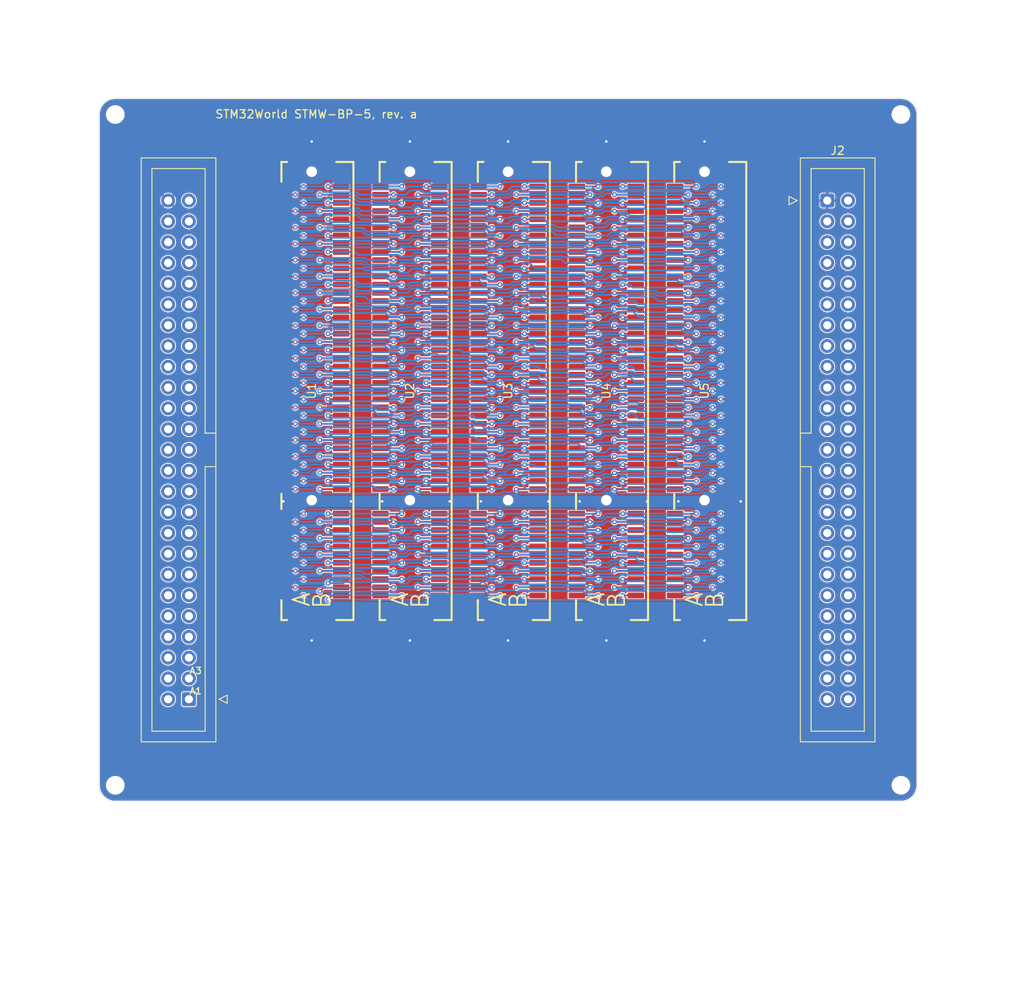
<source format=kicad_pcb>
(kicad_pcb (version 20241229) (generator "pcbnew") (generator_version "9.0")
  (layers (0 "F.Cu" signal) (2 "B.Cu" signal) (13 "F.Paste" user) (15 "B.Paste" user) (5 "F.SilkS" user "F.Silkscreen") (7 "B.SilkS" user "B.Silkscreen") (1 "F.Mask" user) (3 "B.Mask" user) (25 "Edge.Cuts" user))
  (property "AUTHOR" "Lars Boegild Thomsen")
  (property "AUTHOR_EMAIL" "lth@stm32world.com")
  (property "COMPANY" "STM32World")
  (property "REVISION" "a")
  (property "TITLE" "STMW-BP-5")
  (net 0 "")
  (net 1 "B1")
  (net 2 "B44")
  (net 3 "A24")
  (net 4 "B4")
  (net 5 "A30")
  (net 6 "B6")
  (net 7 "A23")
  (net 8 "A35")
  (net 9 "B43")
  (net 10 "B29")
  (net 11 "B40")
  (net 12 "A45")
  (net 13 "B12")
  (net 14 "B9")
  (net 15 "A41")
  (net 16 "B20")
  (net 17 "A49")
  (net 18 "A5")
  (net 19 "A25")
  (net 20 "A28")
  (net 21 "A6")
  (net 22 "A44")
  (net 23 "A4")
  (net 24 "A46")
  (net 25 "A39")
  (net 26 "B41")
  (net 27 "A11")
  (net 28 "A31")
  (net 29 "B18")
  (net 30 "B3")
  (net 31 "B24")
  (net 32 "B23")
  (net 33 "A15")
  (net 34 "B32")
  (net 35 "B42")
  (net 36 "A8")
  (net 37 "B35")
  (net 38 "A48")
  (net 39 "A9")
  (net 40 "A17")
  (net 41 "B28")
  (net 42 "B19")
  (net 43 "B5")
  (net 44 "B48")
  (net 45 "A7")
  (net 46 "B2")
  (net 47 "GND")
  (net 48 "B46")
  (net 49 "B36")
  (net 50 "A13")
  (net 51 "B39")
  (net 52 "A37")
  (net 53 "A22")
  (net 54 "B34")
  (net 55 "B8")
  (net 56 "A42")
  (net 57 "B15")
  (net 58 "A19")
  (net 59 "B47")
  (net 60 "B11")
  (net 61 "A12")
  (net 62 "A27")
  (net 63 "A47")
  (net 64 "B38")
  (net 65 "A33")
  (net 66 "B33")
  (net 67 "A32")
  (net 68 "B30")
  (net 69 "B17")
  (net 70 "A21")
  (net 71 "B22")
  (net 72 "B7")
  (net 73 "B21")
  (net 74 "B37")
  (net 75 "A38")
  (net 76 "A1")
  (net 77 "B16")
  (net 78 "A18")
  (net 79 "B45")
  (net 80 "A10")
  (net 81 "B49")
  (net 82 "A43")
  (net 83 "B10")
  (net 84 "A34")
  (net 85 "A26")
  (net 86 "B27")
  (net 87 "A16")
  (net 88 "A29")
  (net 89 "B14")
  (net 90 "B31")
  (net 91 "A40")
  (net 92 "B25")
  (net 93 "B13")
  (net 94 "A2")
  (net 95 "A14")
  (net 96 "B26")
  (net 97 "A20")
  (net 98 "A36")
  (net 99 "A3")
  (footprint "stm32world:CONN-SMD_98P-P1.00-V_3133" (layer "F.Cu") (at 140 75.8 90)
    (property "Reference" "U3")
    (property "Value" "X1611WVS-98-9TV01")
  )
  (footprint "stm32world:CONN-SMD_98P-P1.00-V_3133" (layer "F.Cu") (at 164 75.8 90)
    (property "Reference" "U5")
    (property "Value" "X1611WVS-98-9TV01")
  )
  (footprint "MountingHole:MountingHole_2.2mm_M2_DIN965" (layer "F.Cu") (at 188 42)
    (property "Reference" "H3" (hide yes))
    (property "Value" "MountingHole")
  )
  (footprint "stm32world:CONN-SMD_98P-P1.00-V_3133" (layer "F.Cu") (at 116 75.8 90)
    (property "Reference" "U1")
    (property "Value" "X1611WVS-98-9TV01")
  )
  (footprint "Connector_IDC:IDC-Header_2x25_P2.54mm_Vertical" (layer "F.Cu") (at 179 52.52)
    (property "Reference" "J2")
    (property "Value" "Conn_02x25_Odd_Even")
  )
  (footprint "stm32world:CONN-SMD_98P-P1.00-V_3133" (layer "F.Cu") (at 128 75.8 90)
    (property "Reference" "U2")
    (property "Value" "X1611WVS-98-9TV01")
  )
  (footprint "MountingHole:MountingHole_2.2mm_M2_DIN965" (layer "F.Cu") (at 92 42)
    (property "Reference" "H4" (hide yes))
    (property "Value" "MountingHole")
  )
  (footprint "MountingHole:MountingHole_2.2mm_M2_DIN965" (layer "F.Cu") (at 188 124)
    (property "Reference" "H2" (hide yes))
    (property "Value" "MountingHole")
  )
  (footprint "stm32world:CONN-SMD_98P-P1.00-V_3133" (layer "F.Cu") (at 152 75.8 90)
    (property "Reference" "U4")
    (property "Value" "X1611WVS-98-9TV01")
  )
  (footprint "Connector_IDC:IDC-Header_2x25_P2.54mm_Vertical" (layer "F.Cu") (at 101 113.48 180)
    (property "Reference" "J1" (hide yes))
    (property "Value" "Conn_02x25_Odd_Even")
  )
  (footprint "MountingHole:MountingHole_2.2mm_M2_DIN965" (layer "F.Cu") (at 92 124)
    (property "Reference" "H1" (hide yes))
    (property "Value" "MountingHole")
  )
  (gr_line (start 92 40) (end 188 40) (stroke (width 0.05)) (layer "Edge.Cuts"))
  (gr_arc (start 188 40) (mid 189.414214 40.585786) (end 190 42) (stroke (width 0.05)) (layer "Edge.Cuts"))
  (gr_line (start 190 42) (end 190 124) (stroke (width 0.05)) (layer "Edge.Cuts"))
  (gr_line (start 188 126) (end 92 126) (stroke (width 0.05)) (layer "Edge.Cuts"))
  (gr_arc (start 90 42) (mid 90.585786 40.585786) (end 92 40) (stroke (width 0.05)) (layer "Edge.Cuts"))
  (gr_arc (start 190 124) (mid 189.414214 125.414214) (end 188 126) (stroke (width 0.05)) (layer "Edge.Cuts"))
  (gr_line (start 90 124) (end 90 42) (stroke (width 0.05)) (layer "Edge.Cuts"))
  (gr_arc (start 92 126) (mid 90.585786 125.414214) (end 90 124) (stroke (width 0.05)) (layer "Edge.Cuts"))
  (gr_text "A1" (at 101 112.48 0) (layer "F.SilkS") (effects (font (size 0.8 0.8) (thickness 0.15) (bold yes)) (justify left)))
  (gr_text "${COMPANY} ${TITLE}, rev. ${REVISION}" (at 104.14 42.545 0) (layer "F.SilkS") (effects (font (size 1 1) (thickness 0.15) (bold yes)) (justify left bottom)))
  (gr_text "A3" (at 101 110 0) (layer "F.SilkS") (effects (font (size 0.8 0.8) (thickness 0.15) (bold yes)) (justify left)))
  (segment (start 143.6 100.8) (end 142 100.8) (width 0.2286) (layer "F.Cu") (net 1))
  (segment (start 155.6 100.8) (end 154 100.8) (width 0.2286) (layer "F.Cu") (net 1))
  (segment (start 118.5 100.8) (end 118 101.3) (width 0.2286) (layer "F.Cu") (net 1))
  (segment (start 167.6 100.8) (end 166 100.8) (width 0.2286) (layer "F.Cu") (net 1))
  (segment (start 131.6 100.8) (end 130 100.8) (width 0.2286) (layer "F.Cu") (net 1))
  (segment (start 119.6 100.8) (end 118.5 100.8) (width 0.2286) (layer "F.Cu") (net 1))
  (via (at 142 100.8) (size 0.6) (drill 0.3) (layers "F.Cu" "B.Cu") (net 1))
  (via (at 166 100.8) (size 0.6) (drill 0.3) (layers "F.Cu" "B.Cu") (net 1))
  (via (at 130 100.8) (size 0.6) (drill 0.3) (layers "F.Cu" "B.Cu") (net 1))
  (via (at 154 100.8) (size 0.6) (drill 0.3) (layers "F.Cu" "B.Cu") (net 1))
  (via (at 118 101.3) (size 0.6) (drill 0.3) (layers "F.Cu" "B.Cu") (net 1))
  (segment (start 153.4577 101.3423) (end 154 100.8) (width 0.2286) (layer "B.Cu") (net 1))
  (segment (start 154 100.8) (end 154.5423 101.3423) (width 0.2286) (layer "B.Cu") (net 1))
  (segment (start 142 100.8) (end 142.5423 101.3423) (width 0.2286) (layer "B.Cu") (net 1))
  (segment (start 165.4577 101.3423) (end 166 100.8) (width 0.2286) (layer "B.Cu") (net 1))
  (segment (start 118 101.3) (end 122.4577 101.3) (width 0.2286) (layer "B.Cu") (net 1))
  (segment (start 122.4577 101.3) (end 122.5 101.3423) (width 0.2286) (layer "B.Cu") (net 1))
  (segment (start 129.4577 101.3423) (end 130 100.8) (width 0.2286) (layer "B.Cu") (net 1))
  (segment (start 154.5423 101.3423) (end 165.4577 101.3423) (width 0.2286) (layer "B.Cu") (net 1))
  (segment (start 142.5423 101.3423) (end 153.4577 101.3423) (width 0.2286) (layer "B.Cu") (net 1))
  (segment (start 122.5 101.3423) (end 129.4577 101.3423) (width 0.2286) (layer "B.Cu") (net 1))
  (segment (start 167.6 55.8) (end 165 55.8) (width 0.2286) (layer "F.Cu") (net 2))
  (segment (start 143.6 55.8) (end 141 55.8) (width 0.2286) (layer "F.Cu") (net 2))
  (segment (start 155.6 55.8) (end 153 55.8) (width 0.2286) (layer "F.Cu") (net 2))
  (segment (start 119.6 55.8) (end 117 55.8) (width 0.2286) (layer "F.Cu") (net 2))
  (segment (start 131.6 55.8) (end 129 55.8) (width 0.2286) (layer "F.Cu") (net 2))
  (via (at 117 55.8) (size 0.6) (drill 0.3) (layers "F.Cu" "B.Cu") (net 2))
  (via (at 165 55.8) (size 0.6) (drill 0.3) (layers "F.Cu" "B.Cu") (net 2))
  (via (at 141 55.8) (size 0.6) (drill 0.3) (layers "F.Cu" "B.Cu") (net 2))
  (via (at 129 55.8) (size 0.6) (drill 0.3) (layers "F.Cu" "B.Cu") (net 2))
  (via (at 153 55.8) (size 0.6) (drill 0.3) (layers "F.Cu" "B.Cu") (net 2))
  (segment (start 126.899871 56.1332) (end 128.6668 56.1332) (width 0.2286) (layer "B.Cu") (net 2))
  (segment (start 149.666536 56.233465) (end 149.775371 56.3423) (width 0.2286) (layer "B.Cu") (net 2))
  (segment (start 153.641377 55.8888) (end 161.294588 55.8888) (width 0.2286) (layer "B.Cu") (net 2))
  (segment (start 140.745499 56.054501) (end 141 55.8) (width 0.2286) (layer "B.Cu") (net 2))
  (segment (start 122.740886 56.3423) (end 126.690771 56.3423) (width 0.2286) (layer "B.Cu") (net 2))
  (segment (start 137.775371 56.3423) (end 138.224629 56.3423) (width 0.2286) (layer "B.Cu") (net 2))
  (segment (start 126.690771 56.3423) (end 126.899871 56.1332) (width 0.2286) (layer "B.Cu") (net 2))
  (segment (start 162.902 56.0535) (end 164.7465 56.0535) (width 0.2286) (layer "B.Cu") (net 2))
  (segment (start 117.7688 55.8688) (end 122.267386 55.8688) (width 0.2286) (layer "B.Cu") (net 2))
  (segment (start 164.7465 56.0535) (end 165 55.8) (width 0.2286) (layer "B.Cu") (net 2))
  (segment (start 145.504994 55.9021) (end 145.836359 56.233465) (width 0.2286) (layer "B.Cu") (net 2))
  (segment (start 162.6132 56.3423) (end 162.902 56.0535) (width 0.2286) (layer "B.Cu") (net 2))
  (segment (start 117 55.8) (end 117.7 55.8) (width 0.2286) (layer "B.Cu") (net 2))
  (segment (start 137.098586 55.8) (end 137.388386 56.0898) (width 0.2286) (layer "B.Cu") (net 2))
  (segment (start 137.522871 56.0898) (end 137.775371 56.3423) (width 0.2286) (layer "B.Cu") (net 2))
  (segment (start 161.294588 55.8888) (end 161.748088 56.3423) (width 0.2286) (layer "B.Cu") (net 2))
  (segment (start 152.691318 55.8) (end 153 55.8) (width 0.2286) (layer "B.Cu") (net 2))
  (segment (start 153.628077 55.9021) (end 153.641377 55.8888) (width 0.2286) (layer "B.Cu") (net 2))
  (segment (start 150.833071 56.2) (end 152.291318 56.2) (width 0.2286) (layer "B.Cu") (net 2))
  (segment (start 153.1021 55.9021) (end 153.628077 55.9021) (width 0.2286) (layer "B.Cu") (net 2))
  (segment (start 138.224629 56.3423) (end 138.512428 56.054501) (width 0.2286) (layer "B.Cu") (net 2))
  (segment (start 141 55.8) (end 141.1021 55.9021) (width 0.2286) (layer "B.Cu") (net 2))
  (segment (start 152.291318 56.2) (end 152.691318 55.8) (width 0.2286) (layer "B.Cu") (net 2))
  (segment (start 161.748088 56.3423) (end 162.6132 56.3423) (width 0.2286) (layer "B.Cu") (net 2))
  (segment (start 122.267386 55.8688) (end 122.740886 56.3423) (width 0.2286) (layer "B.Cu") (net 2))
  (segment (start 141.1021 55.9021) (end 145.504994 55.9021) (width 0.2286) (layer "B.Cu") (net 2))
  (segment (start 145.836359 56.233465) (end 149.666536 56.233465) (width 0.2286) (layer "B.Cu") (net 2))
  (segment (start 129 55.8) (end 137.098586 55.8) (width 0.2286) (layer "B.Cu") (net 2))
  (segment (start 117.7 55.8) (end 117.7688 55.8688) (width 0.2286) (layer "B.Cu") (net 2))
  (segment (start 138.512428 56.054501) (end 140.745499 56.054501) (width 0.2286) (layer "B.Cu") (net 2))
  (segment (start 153 55.8) (end 153.1021 55.9021) (width 0.2286) (layer "B.Cu") (net 2))
  (segment (start 150.690771 56.3423) (end 150.833071 56.2) (width 0.2286) (layer "B.Cu") (net 2))
  (segment (start 137.388386 56.0898) (end 137.522871 56.0898) (width 0.2286) (layer "B.Cu") (net 2))
  (segment (start 128.6668 56.1332) (end 129 55.8) (width 0.2286) (layer "B.Cu") (net 2))
  (segment (start 149.775371 56.3423) (end 150.690771 56.3423) (width 0.2286) (layer "B.Cu") (net 2))
  (segment (start 124.4 75.8) (end 126 75.8) (width 0.2286) (layer "F.Cu") (net 3))
  (segment (start 148.4 75.8) (end 150 75.8) (width 0.2286) (layer "F.Cu") (net 3))
  (segment (start 136.4 75.8) (end 138 75.8) (width 0.2286) (layer "F.Cu") (net 3))
  (segment (start 160.4 75.8) (end 162 75.8) (width 0.2286) (layer "F.Cu") (net 3))
  (segment (start 112.4 75.8) (end 114 75.8) (width 0.2286) (layer "F.Cu") (net 3))
  (via (at 114 75.8) (size 0.6) (drill 0.3) (layers "F.Cu" "B.Cu") (net 3))
  (via (at 162 75.8) (size 0.6) (drill 0.3) (layers "F.Cu" "B.Cu") (net 3))
  (via (at 138 75.8) (size 0.6) (drill 0.3) (layers "F.Cu" "B.Cu") (net 3))
  (via (at 126 75.8) (size 0.6) (drill 0.3) (layers "F.Cu" "B.Cu") (net 3))
  (via (at 150 75.8) (size 0.6) (drill 0.3) (layers "F.Cu" "B.Cu") (net 3))
  (segment (start 142.582288 75.5465) (end 142.590188 75.5544) (width 0.2286) (layer "B.Cu") (net 3))
  (segment (start 114 75.8) (end 114.9 75.8) (width 0.2286) (layer "B.Cu") (net 3))
  (segment (start 161.6444 75.4444) (end 162 75.8) (width 0.2286) (layer "B.Cu") (net 3))
  (segment (start 151.557623 75.5122) (end 152.289215 75.5122) (width 0.2286) (layer "B.Cu") (net 3))
  (segment (start 129.7444 75.4444) (end 137.6444 75.4444) (width 0.2286) (layer "B.Cu") (net 3))
  (segment (start 152.647295 75.15412) (end 153.553326 75.15412) (width 0.2286) (layer "B.Cu") (net 3))
  (segment (start 141.6577 75.2577) (end 141.9465 75.5465) (width 0.2286) (layer "B.Cu") (net 3))
  (segment (start 129.401 75.101) (end 129.7444 75.4444) (width 0.2286) (layer "B.Cu") (net 3))
  (segment (start 117.877471 75.4444) (end 125.507294 75.4444) (width 0.2286) (layer "B.Cu") (net 3))
  (segment (start 150 75.8) (end 150.1021 75.6979) (width 0.2286) (layer "B.Cu") (net 3))
  (segment (start 141.9465 75.5465) (end 142.582288 75.5465) (width 0.2286) (layer "B.Cu") (net 3))
  (segment (start 128.933485 75.101) (end 129.401 75.101) (width 0.2286) (layer "B.Cu") (net 3))
  (segment (start 138 75.8) (end 138.0668 75.7332) (width 0.2286) (layer "B.Cu") (net 3))
  (segment (start 153.553326 75.15412) (end 153.843606 75.4444) (width 0.2286) (layer "B.Cu") (net 3))
  (segment (start 140.775371 75.2577) (end 141.6577 75.2577) (width 0.2286) (layer "B.Cu") (net 3))
  (segment (start 139.625224 75.7332) (end 139.730824 75.6276) (width 0.2286) (layer "B.Cu") (net 3))
  (segment (start 138.0668 75.7332) (end 139.625224 75.7332) (width 0.2286) (layer "B.Cu") (net 3))
  (segment (start 139.730824 75.6276) (end 140.405471 75.6276) (width 0.2286) (layer "B.Cu") (net 3))
  (segment (start 127.557623 75.5122) (end 128.522285 75.5122) (width 0.2286) (layer "B.Cu") (net 3))
  (segment (start 126.1021 75.6979) (end 127.371923 75.6979) (width 0.2286) (layer "B.Cu") (net 3))
  (segment (start 150.1021 75.6979) (end 151.371923 75.6979) (width 0.2286) (layer "B.Cu") (net 3))
  (segment (start 152.289215 75.5122) (end 152.647295 75.15412) (width 0.2286) (layer "B.Cu") (net 3))
  (segment (start 127.371923 75.6979) (end 127.557623 75.5122) (width 0.2286) (layer "B.Cu") (net 3))
  (segment (start 153.843606 75.4444) (end 161.6444 75.4444) (width 0.2286) (layer "B.Cu") (net 3))
  (segment (start 114.9 75.8) (end 115.4423 75.2577) (width 0.2286) (layer "B.Cu") (net 3))
  (segment (start 125.862894 75.8) (end 126 75.8) (width 0.2286) (layer "B.Cu") (net 3))
  (segment (start 149.302894 75.8) (end 150 75.8) (width 0.2286) (layer "B.Cu") (net 3))
  (segment (start 151.371923 75.6979) (end 151.557623 75.5122) (width 0.2286) (layer "B.Cu") (net 3))
  (segment (start 125.507294 75.4444) (end 125.862894 75.8) (width 0.2286) (layer "B.Cu") (net 3))
  (segment (start 117.690771 75.2577) (end 117.877471 75.4444) (width 0.2286) (layer "B.Cu") (net 3))
  (segment (start 149.057294 75.5544) (end 149.302894 75.8) (width 0.2286) (layer "B.Cu") (net 3))
  (segment (start 142.590188 75.5544) (end 149.057294 75.5544) (width 0.2286) (layer "B.Cu") (net 3))
  (segment (start 126 75.8) (end 126.1021 75.6979) (width 0.2286) (layer "B.Cu") (net 3))
  (segment (start 140.405471 75.6276) (end 140.775371 75.2577) (width 0.2286) (layer "B.Cu") (net 3))
  (segment (start 137.6444 75.4444) (end 138 75.8) (width 0.2286) (layer "B.Cu") (net 3))
  (segment (start 115.4423 75.2577) (end 117.690771 75.2577) (width 0.2286) (layer "B.Cu") (net 3))
  (segment (start 128.522285 75.5122) (end 128.933485 75.101) (width 0.2286) (layer "B.Cu") (net 3))
  (segment (start 155.6 97.8) (end 153 97.8) (width 0.2286) (layer "F.Cu") (net 4))
  (segment (start 143.6 97.8) (end 141 97.8) (width 0.2286) (layer "F.Cu") (net 4))
  (segment (start 167.6 97.8) (end 165 97.8) (width 0.2286) (layer "F.Cu") (net 4))
  (segment (start 131.6 97.8) (end 129 97.8) (width 0.2286) (layer "F.Cu") (net 4))
  (segment (start 119.6 97.8) (end 117 97.8) (width 0.2286) (layer "F.Cu") (net 4))
  (via (at 117 97.8) (size 0.6) (drill 0.3) (layers "F.Cu" "B.Cu") (net 4))
  (via (at 129 97.8) (size 0.6) (drill 0.3) (layers "F.Cu" "B.Cu") (net 4))
  (via (at 141 97.8) (size 0.6) (drill 0.3) (layers "F.Cu" "B.Cu") (net 4))
  (via (at 165 97.8) (size 0.6) (drill 0.3) (layers "F.Cu" "B.Cu") (net 4))
  (via (at 153 97.8) (size 0.6) (drill 0.3) (layers "F.Cu" "B.Cu") (net 4))
  (segment (start 127.772717 97.8) (end 129 97.8) (width 0.2286) (layer "B.Cu") (net 4))
  (segment (start 150.224629 98.3423) (end 150.410329 98.1566) (width 0.2286) (layer "B.Cu") (net 4))
  (segment (start 161.233071 97.8) (end 161.775371 98.3423) (width 0.2286) (layer "B.Cu") (net 4))
  (segment (start 140.6434 98.1566) (end 141 97.8) (width 0.2286) (layer "B.Cu") (net 4))
  (segment (start 162.527128 98.3423) (end 162.812928 98.0565) (width 0.2286) (layer "B.Cu") (net 4))
  (segment (start 126.512429 98.0545) (end 127.242606 98.0545) (width 0.2286) (layer "B.Cu") (net 4))
  (segment (start 153 97.8) (end 161.233071 97.8) (width 0.2286) (layer "B.Cu") (net 4))
  (segment (start 161.775371 98.3423) (end 162.527128 98.3423) (width 0.2286) (layer "B.Cu") (net 4))
  (segment (start 122.459494 98.1566) (end 125.589671 98.1566) (width 0.2286) (layer "B.Cu") (net 4))
  (segment (start 152.6434 98.1566) (end 153 97.8) (width 0.2286) (layer "B.Cu") (net 4))
  (segment (start 122.102894 97.8) (end 122.459494 98.1566) (width 0.2286) (layer "B.Cu") (net 4))
  (segment (start 127.243606 98.0535) (end 127.519217 98.0535) (width 0.2286) (layer "B.Cu") (net 4))
  (segment (start 141 97.8) (end 148.947172 97.8) (width 0.2286) (layer "B.Cu") (net 4))
  (segment (start 138.224629 98.3423) (end 138.410329 98.1566) (width 0.2286) (layer "B.Cu") (net 4))
  (segment (start 137.233071 97.8) (end 137.775371 98.3423) (width 0.2286) (layer "B.Cu") (net 4))
  (segment (start 162.812928 98.0565) (end 164.7435 98.0565) (width 0.2286) (layer "B.Cu") (net 4))
  (segment (start 137.775371 98.3423) (end 138.224629 98.3423) (width 0.2286) (layer "B.Cu") (net 4))
  (segment (start 125.589671 98.1566) (end 125.775371 98.3423) (width 0.2286) (layer "B.Cu") (net 4))
  (segment (start 148.947172 97.8) (end 149.236972 98.0898) (width 0.2286) (layer "B.Cu") (net 4))
  (segment (start 138.410329 98.1566) (end 140.6434 98.1566) (width 0.2286) (layer "B.Cu") (net 4))
  (segment (start 164.7435 98.0565) (end 165 97.8) (width 0.2286) (layer "B.Cu") (net 4))
  (segment (start 127.519217 98.0535) (end 127.772717 97.8) (width 0.2286) (layer "B.Cu") (net 4))
  (segment (start 127.242606 98.0545) (end 127.243606 98.0535) (width 0.2286) (layer "B.Cu") (net 4))
  (segment (start 125.775371 98.3423) (end 126.224629 98.3423) (width 0.2286) (layer "B.Cu") (net 4))
  (segment (start 149.775371 98.3423) (end 150.224629 98.3423) (width 0.2286) (layer "B.Cu") (net 4))
  (segment (start 129 97.8) (end 137.233071 97.8) (width 0.2286) (layer "B.Cu") (net 4))
  (segment (start 149.522871 98.0898) (end 149.775371 98.3423) (width 0.2286) (layer "B.Cu") (net 4))
  (segment (start 126.224629 98.3423) (end 126.512429 98.0545) (width 0.2286) (layer "B.Cu") (net 4))
  (segment (start 150.410329 98.1566) (end 152.6434 98.1566) (width 0.2286) (layer "B.Cu") (net 4))
  (segment (start 149.236972 98.0898) (end 149.522871 98.0898) (width 0.2286) (layer "B.Cu") (net 4))
  (segment (start 117 97.8) (end 122.102894 97.8) (width 0.2286) (layer "B.Cu") (net 4))
  (segment (start 148.4 69.8) (end 150 69.8) (width 0.2286) (layer "F.Cu") (net 5))
  (segment (start 136.4 69.8) (end 138 69.8) (width 0.2286) (layer "F.Cu") (net 5))
  (segment (start 112.4 69.8) (end 114 69.8) (width 0.2286) (layer "F.Cu") (net 5))
  (segment (start 124.4 69.8) (end 126 69.8) (width 0.2286) (layer "F.Cu") (net 5))
  (segment (start 160.4 69.8) (end 162 69.8) (width 0.2286) (layer "F.Cu") (net 5))
  (via (at 114 69.8) (size 0.6) (drill 0.3) (layers "F.Cu" "B.Cu") (net 5))
  (via (at 150 69.8) (size 0.6) (drill 0.3) (layers "F.Cu" "B.Cu") (net 5))
  (via (at 162 69.8) (size 0.6) (drill 0.3) (layers "F.Cu" "B.Cu") (net 5))
  (via (at 138 69.8) (size 0.6) (drill 0.3) (layers "F.Cu" "B.Cu") (net 5))
  (via (at 126 69.8) (size 0.6) (drill 0.3) (layers "F.Cu" "B.Cu") (net 5))
  (segment (start 126 69.8) (end 126.1021 69.6979) (width 0.2286) (layer "B.Cu") (net 5))
  (segment (start 139.6142 69.8) (end 140.1565 69.2577) (width 0.2286) (layer "B.Cu") (net 5))
  (segment (start 153.691671 69.2586) (end 153.979571 69.5465) (width 0.2286) (layer "B.Cu") (net 5))
  (segment (start 141.690771 69.2577) (end 141.979571 69.5465) (width 0.2286) (layer "B.Cu") (net 5))
  (segment (start 153.979571 69.5465) (end 160.755182 69.5465) (width 0.2286) (layer "B.Cu") (net 5))
  (segment (start 150.1021 69.6979) (end 151.371923 69.6979) (width 0.2286) (layer "B.Cu") (net 5))
  (segment (start 125.702894 69.8) (end 126 69.8) (width 0.2286) (layer "B.Cu") (net 5))
  (segment (start 125.347294 69.4444) (end 125.702894 69.8) (width 0.2286) (layer "B.Cu") (net 5))
  (segment (start 160.755182 69.5465) (end 161.008682 69.8) (width 0.2286) (layer "B.Cu") (net 5))
  (segment (start 150 69.8) (end 150.1021 69.6979) (width 0.2286) (layer "B.Cu") (net 5))
  (segment (start 143.352288 69.5465) (end 143.605788 69.8) (width 0.2286) (layer "B.Cu") (net 5))
  (segment (start 117.4577 69.2577) (end 117.6444 69.4444) (width 0.2286) (layer "B.Cu") (net 5))
  (segment (start 116.233071 69.8) (end 116.775371 69.2577) (width 0.2286) (layer "B.Cu") (net 5))
  (segment (start 151.811223 69.2586) (end 153.691671 69.2586) (width 0.2286) (layer "B.Cu") (net 5))
  (segment (start 129.6577 69.2577) (end 129.9444 69.5444) (width 0.2286) (layer "B.Cu") (net 5))
  (segment (start 116.775371 69.2577) (end 117.4577 69.2577) (width 0.2286) (layer "B.Cu") (net 5))
  (segment (start 126.1021 69.6979) (end 127.5021 69.6979) (width 0.2286) (layer "B.Cu") (net 5))
  (segment (start 138 69.8) (end 139.6142 69.8) (width 0.2286) (layer "B.Cu") (net 5))
  (segment (start 161.008682 69.8) (end 162 69.8) (width 0.2286) (layer "B.Cu") (net 5))
  (segment (start 137.7444 69.5444) (end 138 69.8) (width 0.2286) (layer "B.Cu") (net 5))
  (segment (start 129.9444 69.5444) (end 137.7444 69.5444) (width 0.2286) (layer "B.Cu") (net 5))
  (segment (start 127.5021 69.6979) (end 127.9423 69.2577) (width 0.2286) (layer "B.Cu") (net 5))
  (segment (start 140.1565 69.2577) (end 141.690771 69.2577) (width 0.2286) (layer "B.Cu") (net 5))
  (segment (start 117.6444 69.4444) (end 125.347294 69.4444) (width 0.2286) (layer "B.Cu") (net 5))
  (segment (start 151.371923 69.6979) (end 151.811223 69.2586) (width 0.2286) (layer "B.Cu") (net 5))
  (segment (start 127.9423 69.2577) (end 129.6577 69.2577) (width 0.2286) (layer "B.Cu") (net 5))
  (segment (start 141.979571 69.5465) (end 143.352288 69.5465) (width 0.2286) (layer "B.Cu") (net 5))
  (segment (start 114 69.8) (end 116.233071 69.8) (width 0.2286) (layer "B.Cu") (net 5))
  (segment (start 143.605788 69.8) (end 150 69.8) (width 0.2286) (layer "B.Cu") (net 5))
  (segment (start 143.6 95.8) (end 141 95.8) (width 0.2286) (layer "F.Cu") (net 6))
  (segment (start 155.6 95.8) (end 153 95.8) (width 0.2286) (layer "F.Cu") (net 6))
  (segment (start 167.6 95.8) (end 165 95.8) (width 0.2286) (layer "F.Cu") (net 6))
  (segment (start 131.6 95.8) (end 129 95.8) (width 0.2286) (layer "F.Cu") (net 6))
  (segment (start 119.6 95.8) (end 117 95.8) (width 0.2286) (layer "F.Cu") (net 6))
  (via (at 117 95.8) (size 0.6) (drill 0.3) (layers "F.Cu" "B.Cu") (net 6))
  (via (at 141 95.8) (size 0.6) (drill 0.3) (layers "F.Cu" "B.Cu") (net 6))
  (via (at 153 95.8) (size 0.6) (drill 0.3) (layers "F.Cu" "B.Cu") (net 6))
  (via (at 165 95.8) (size 0.6) (drill 0.3) (layers "F.Cu" "B.Cu") (net 6))
  (via (at 129 95.8) (size 0.6) (drill 0.3) (layers "F.Cu" "B.Cu") (net 6))
  (segment (start 126.512429 96.0545) (end 127.559712 96.0545) (width 0.2286) (layer "B.Cu") (net 6))
  (segment (start 137.336171 95.9031) (end 137.775371 96.3423) (width 0.2286) (layer "B.Cu") (net 6))
  (segment (start 161.589671 96.1566) (end 161.775371 96.3423) (width 0.2286) (layer "B.Cu") (net 6))
  (segment (start 129 95.8) (end 129.1031 95.9031) (width 0.2286) (layer "B.Cu") (net 6))
  (segment (start 149.775371 96.3423) (end 150.224629 96.3423) (width 0.2286) (layer "B.Cu") (net 6))
  (segment (start 127.915412 95.6988) (end 128.8988 95.6988) (width 0.2286) (layer "B.Cu") (net 6))
  (segment (start 162.8734 96.1566) (end 164.6434 96.1566) (width 0.2286) (layer "B.Cu") (net 6))
  (segment (start 138.9699 96.0535) (end 140.7465 96.0535) (width 0.2286) (layer "B.Cu") (net 6))
  (segment (start 141 95.8) (end 149.233071 95.8) (width 0.2286) (layer "B.Cu") (net 6))
  (segment (start 138.6811 96.3423) (end 138.9699 96.0535) (width 0.2286) (layer "B.Cu") (net 6))
  (segment (start 153 95.8) (end 153.0444 95.8444) (width 0.2286) (layer "B.Cu") (net 6))
  (segment (start 117 95.8) (end 125.233071 95.8) (width 0.2286) (layer "B.Cu") (net 6))
  (segment (start 162.6877 96.3423) (end 162.8734 96.1566) (width 0.2286) (layer "B.Cu") (net 6))
  (segment (start 137.775371 96.3423) (end 138.6811 96.3423) (width 0.2286) (layer "B.Cu") (net 6))
  (segment (start 126.224629 96.3423) (end 126.512429 96.0545) (width 0.2286) (layer "B.Cu") (net 6))
  (segment (start 150.224629 96.3423) (end 150.458129 96.1088) (width 0.2286) (layer "B.Cu") (net 6))
  (segment (start 149.233071 95.8) (end 149.775371 96.3423) (width 0.2286) (layer "B.Cu") (net 6))
  (segment (start 128.8988 95.6988) (end 129 95.8) (width 0.2286) (layer "B.Cu") (net 6))
  (segment (start 127.559712 96.0545) (end 127.915412 95.6988) (width 0.2286) (layer "B.Cu") (net 6))
  (segment (start 125.233071 95.8) (end 125.775371 96.3423) (width 0.2286) (layer "B.Cu") (net 6))
  (segment (start 152.6912 96.1088) (end 153 95.8) (width 0.2286) (layer "B.Cu") (net 6))
  (segment (start 125.775371 96.3423) (end 126.224629 96.3423) (width 0.2286) (layer "B.Cu") (net 6))
  (segment (start 140.7465 96.0535) (end 141 95.8) (width 0.2286) (layer "B.Cu") (net 6))
  (segment (start 129.1031 95.9031) (end 137.336171 95.9031) (width 0.2286) (layer "B.Cu") (net 6))
  (segment (start 161.775371 96.3423) (end 162.6877 96.3423) (width 0.2286) (layer "B.Cu") (net 6))
  (segment (start 153.0444 95.8444) (end 155.717294 95.8444) (width 0.2286) (layer "B.Cu") (net 6))
  (segment (start 150.458129 96.1088) (end 152.6912 96.1088) (width 0.2286) (layer "B.Cu") (net 6))
  (segment (start 164.6434 96.1566) (end 165 95.8) (width 0.2286) (layer "B.Cu") (net 6))
  (segment (start 156.029494 96.1566) (end 161.589671 96.1566) (width 0.2286) (layer "B.Cu") (net 6))
  (segment (start 155.717294 95.8444) (end 156.029494 96.1566) (width 0.2286) (layer "B.Cu") (net 6))
  (segment (start 160.4 76.8) (end 163 76.8) (width 0.2286) (layer "F.Cu") (net 7))
  (segment (start 124.4 76.8) (end 127 76.8) (width 0.2286) (layer "F.Cu") (net 7))
  (segment (start 136.4 76.8) (end 139 76.8) (width 0.2286) (layer "F.Cu") (net 7))
  (segment (start 112.4 76.8) (end 115 76.8) (width 0.2286) (layer "F.Cu") (net 7))
  (segment (start 148.4 76.8) (end 151 76.8) (width 0.2286) (layer "F.Cu") (net 7))
  (via (at 151 76.8) (size 0.6) (drill 0.3) (layers "F.Cu" "B.Cu") (net 7))
  (via (at 115 76.8) (size 0.6) (drill 0.3) (layers "F.Cu" "B.Cu") (net 7))
  (via (at 127 76.8) (size 0.6) (drill 0.3) (layers "F.Cu" "B.Cu") (net 7))
  (via (at 139 76.8) (size 0.6) (drill 0.3) (layers "F.Cu" "B.Cu") (net 7))
  (via (at 163 76.8) (size 0.6) (drill 0.3) (layers "F.Cu" "B.Cu") (net 7))
  (segment (start 126.8979 76.6979) (end 127 76.8) (width 0.2286) (layer "B.Cu") (net 7))
  (segment (start 150.272894 76.8) (end 151 76.8) (width 0.2286) (layer "B.Cu") (net 7))
  (segment (start 129.588671 76.4444) (end 129.775371 76.2577) (width 0.2286) (layer "B.Cu") (net 7))
  (segment (start 150.170794 76.6979) (end 150.272894 76.8) (width 0.2286) (layer "B.Cu") (net 7))
  (segment (start 139.3102 76.4898) (end 141.543271 76.4898) (width 0.2286) (layer "B.Cu") (net 7))
  (segment (start 149.371882 76.6032) (end 149.466582 76.6979) (width 0.2286) (layer "B.Cu") (net 7))
  (segment (start 137.628077 76.6979) (end 138.8979 76.6979) (width 0.2286) (layer "B.Cu") (net 7))
  (segment (start 125.628077 76.6979) (end 126.8979 76.6979) (width 0.2286) (layer "B.Cu") (net 7))
  (segment (start 137.187877 76.2577) (end 137.628077 76.6979) (width 0.2286) (layer "B.Cu") (net 7))
  (segment (start 151 76.8) (end 151.2612 76.5388) (width 0.2286) (layer "B.Cu") (net 7))
  (segment (start 117.233071 76.8) (end 117.775371 76.2577) (width 0.2286) (layer "B.Cu") (net 7))
  (segment (start 129.072706 76.4444) (end 129.588671 76.4444) (width 0.2286) (layer "B.Cu") (net 7))
  (segment (start 127 76.8) (end 127.2535 76.5465) (width 0.2286) (layer "B.Cu") (net 7))
  (segment (start 139 76.8) (end 139.3102 76.4898) (width 0.2286) (layer "B.Cu") (net 7))
  (segment (start 128.970606 76.5465) (end 129.072706 76.4444) (width 0.2286) (layer "B.Cu") (net 7))
  (segment (start 151.2612 76.5388) (end 153.494271 76.5388) (width 0.2286) (layer "B.Cu") (net 7))
  (segment (start 153.494271 76.5388) (end 153.775371 76.2577) (width 0.2286) (layer "B.Cu") (net 7))
  (segment (start 161.727349 76.8) (end 163 76.8) (width 0.2286) (layer "B.Cu") (net 7))
  (segment (start 141.775371 76.2577) (end 142.2877 76.2577) (width 0.2286) (layer "B.Cu") (net 7))
  (segment (start 141.543271 76.4898) (end 141.775371 76.2577) (width 0.2286) (layer "B.Cu") (net 7))
  (segment (start 142.2877 76.2577) (end 142.6332 76.6032) (width 0.2286) (layer "B.Cu") (net 7))
  (segment (start 153.775371 76.2577) (end 161.185049 76.2577) (width 0.2286) (layer "B.Cu") (net 7))
  (segment (start 115 76.8) (end 117.233071 76.8) (width 0.2286) (layer "B.Cu") (net 7))
  (segment (start 129.775371 76.2577) (end 137.187877 76.2577) (width 0.2286) (layer "B.Cu") (net 7))
  (segment (start 127.2535 76.5465) (end 128.970606 76.5465) (width 0.2286) (layer "B.Cu") (net 7))
  (segment (start 117.775371 76.2577) (end 125.187877 76.2577) (width 0.2286) (layer "B.Cu") (net 7))
  (segment (start 161.185049 76.2577) (end 161.727349 76.8) (width 0.2286) (layer "B.Cu") (net 7))
  (segment (start 138.8979 76.6979) (end 139 76.8) (width 0.2286) (layer "B.Cu") (net 7))
  (segment (start 149.466582 76.6979) (end 150.170794 76.6979) (width 0.2286) (layer "B.Cu") (net 7))
  (segment (start 125.187877 76.2577) (end 125.628077 76.6979) (width 0.2286) (layer "B.Cu") (net 7))
  (segment (start 142.6332 76.6032) (end 149.371882 76.6032) (width 0.2286) (layer "B.Cu") (net 7))
  (segment (start 148.4 64.8) (end 151 64.8) (width 0.2286) (layer "F.Cu") (net 8))
  (segment (start 136.4 64.8) (end 139 64.8) (width 0.2286) (layer "F.Cu") (net 8))
  (segment (start 160.4 64.8) (end 163 64.8) (width 0.2286) (layer "F.Cu") (net 8))
  (segment (start 112.4 64.8) (end 115 64.8) (width 0.2286) (layer "F.Cu") (net 8))
  (segment (start 124.4 64.8) (end 127 64.8) (width 0.2286) (layer "F.Cu") (net 8))
  (via (at 127 64.8) (size 0.6) (drill 0.3) (layers "F.Cu" "B.Cu") (net 8))
  (via (at 139 64.8) (size 0.6) (drill 0.3) (layers "F.Cu" "B.Cu") (net 8))
  (via (at 115 64.8) (size 0.6) (drill 0.3) (layers "F.Cu" "B.Cu") (net 8))
  (via (at 151 64.8) (size 0.6) (drill 0.3) (layers "F.Cu" "B.Cu") (net 8))
  (via (at 163 64.8) (size 0.6) (drill 0.3) (layers "F.Cu" "B.Cu") (net 8))
  (segment (start 141.644271 64.3888) (end 141.775371 64.2577) (width 0.2286) (layer "B.Cu") (net 8))
  (segment (start 149.628077 64.6979) (end 150.8979 64.6979) (width 0.2286) (layer "B.Cu") (net 8))
  (segment (start 158.308682 64.8) (end 163 64.8) (width 0.2286) (layer "B.Cu") (net 8))
  (segment (start 144.0577 64.2577) (end 144.3444 64.5444) (width 0.2286) (layer "B.Cu") (net 8))
  (segment (start 125.641882 64.7332) (end 125.708682 64.8) (width 0.2286) (layer "B.Cu") (net 8))
  (segment (start 129.774371 64.2587) (end 130.257285 64.2587) (width 0.2286) (layer "B.Cu") (net 8))
  (segment (start 139 64.8) (end 140.194212 64.8) (width 0.2286) (layer "B.Cu") (net 8))
  (segment (start 149.474577 64.5444) (end 149.628077 64.6979) (width 0.2286) (layer "B.Cu") (net 8))
  (segment (start 122.5 64.2587) (end 122.9745 64.7332) (width 0.2286) (layer "B.Cu") (net 8))
  (segment (start 137.610162 64.8) (end 139 64.8) (width 0.2286) (layer "B.Cu") (net 8))
  (segment (start 151 64.8) (end 151.0556 64.7444) (width 0.2286) (layer "B.Cu") (net 8))
  (segment (start 128.227283 64.8) (end 128.582883 64.4444) (width 0.2286) (layer "B.Cu") (net 8))
  (segment (start 127 64.8) (end 128.227283 64.8) (width 0.2286) (layer "B.Cu") (net 8))
  (segment (start 125.708682 64.8) (end 127 64.8) (width 0.2286) (layer "B.Cu") (net 8))
  (segment (start 121.089176 64.0776) (end 121.270276 64.2587) (width 0.2286) (layer "B.Cu") (net 8))
  (segment (start 129.588671 64.4444) (end 129.774371 64.2587) (width 0.2286) (layer "B.Cu") (net 8))
  (segment (start 121.270276 64.2587) (end 122.5 64.2587) (width 0.2286) (layer "B.Cu") (net 8))
  (segment (start 130.676185 64.6776) (end 137.487762 64.6776) (width 0.2286) (layer "B.Cu") (net 8))
  (segment (start 116.822529 64.7444) (end 117.489329 64.0776) (width 0.2286) (layer "B.Cu") (net 8))
  (segment (start 140.605412 64.3888) (end 141.644271 64.3888) (width 0.2286) (layer "B.Cu") (net 8))
  (segment (start 157.766382 64.2577) (end 158.308682 64.8) (width 0.2286) (layer "B.Cu") (net 8))
  (segment (start 122.9745 64.7332) (end 125.641882 64.7332) (width 0.2286) (layer "B.Cu") (net 8))
  (segment (start 130.257285 64.2587) (end 130.676185 64.6776) (width 0.2286) (layer "B.Cu") (net 8))
  (segment (start 153.775371 64.2577) (end 157.766382 64.2577) (width 0.2286) (layer "B.Cu") (net 8))
  (segment (start 151.0556 64.7444) (end 152.282883 64.7444) (width 0.2286) (layer "B.Cu") (net 8))
  (segment (start 116.697106 64.8) (end 116.752706 64.7444) (width 0.2286) (layer "B.Cu") (net 8))
  (segment (start 150.8979 64.6979) (end 151 64.8) (width 0.2286) (layer "B.Cu") (net 8))
  (segment (start 144.3444 64.5444) (end 149.474577 64.5444) (width 0.2286) (layer "B.Cu") (net 8))
  (segment (start 117.489329 64.0776) (end 121.089176 64.0776) (width 0.2286) (layer "B.Cu") (net 8))
  (segment (start 153.485571 64.5475) (end 153.775371 64.2577) (width 0.2286) (layer "B.Cu") (net 8))
  (segment (start 115 64.8) (end 116.697106 64.8) (width 0.2286) (layer "B.Cu") (net 8))
  (segment (start 128.582883 64.4444) (end 129.588671 64.4444) (width 0.2286) (layer "B.Cu") (net 8))
  (segment (start 116.752706 64.7444) (end 116.822529 64.7444) (width 0.2286) (layer "B.Cu") (net 8))
  (segment (start 152.282883 64.7444) (end 152.479783 64.5475) (width 0.2286) (layer "B.Cu") (net 8))
  (segment (start 140.194212 64.8) (end 140.605412 64.3888) (width 0.2286) (layer "B.Cu") (net 8))
  (segment (start 137.487762 64.6776) (end 137.610162 64.8) (width 0.2286) (layer "B.Cu") (net 8))
  (segment (start 152.479783 64.5475) (end 153.485571 64.5475) (width 0.2286) (layer "B.Cu") (net 8))
  (segment (start 141.775371 64.2577) (end 144.0577 64.2577) (width 0.2286) (layer "B.Cu") (net 8))
  (segment (start 167.6 56.8) (end 166 56.8) (width 0.2286) (layer "F.Cu") (net 9))
  (segment (start 119.6 56.8) (end 118 56.8) (width 0.2286) (layer "F.Cu") (net 9))
  (segment (start 143.6 56.8) (end 142 56.8) (width 0.2286) (layer "F.Cu") (net 9))
  (segment (start 131.6 56.8) (end 130 56.8) (width 0.2286) (layer "F.Cu") (net 9))
  (segment (start 155.6 56.8) (end 154 56.8) (width 0.2286) (layer "F.Cu") (net 9))
  (via (at 166 56.8) (size 0.6) (drill 0.3) (layers "F.Cu" "B.Cu") (net 9))
  (via (at 130 56.8) (size 0.6) (drill 0.3) (layers "F.Cu" "B.Cu") (net 9))
  (via (at 154 56.8) (size 0.6) (drill 0.3) (layers "F.Cu" "B.Cu") (net 9))
  (via (at 118 56.8) (size 0.6) (drill 0.3) (layers "F.Cu" "B.Cu") (net 9))
  (via (at 142 56.8) (size 0.6) (drill 0.3) (layers "F.Cu" "B.Cu") (net 9))
  (segment (start 162.487571 57.0545) (end 162.775371 57.3423) (width 0.2286) (layer "B.Cu") (net 9))
  (segment (start 154.2545 57.0545) (end 162.487571 57.0545) (width 0.2286) (layer "B.Cu") (net 9))
  (segment (start 154 56.8) (end 154.2545 57.0545) (width 0.2286) (layer "B.Cu") (net 9))
  (segment (start 138.252086 57.0535) (end 138.540886 57.3423) (width 0.2286) (layer "B.Cu") (net 9))
  (segment (start 129.9556 56.8444) (end 130 56.8) (width 0.2286) (layer "B.Cu") (net 9))
  (segment (start 162.775371 57.3423) (end 164.187877 57.3423) (width 0.2286) (layer "B.Cu") (net 9))
  (segment (start 150.589671 57.1566) (end 150.775371 57.3423) (width 0.2286) (layer "B.Cu") (net 9))
  (segment (start 152.187877 57.3423) (end 152.784777 56.7454) (width 0.2286) (layer "B.Cu") (net 9))
  (segment (start 126.775371 57.3423) (end 127.854806 57.3423) (width 0.2286) (layer "B.Cu") (net 9))
  (segment (start 128.352706 56.8444) (end 129.9556 56.8444) (width 0.2286) (layer "B.Cu") (net 9))
  (segment (start 138.540886 57.3423) (end 139.8577 57.3423) (width 0.2286) (layer "B.Cu") (net 9))
  (segment (start 126.487571 57.0545) (end 126.775371 57.3423) (width 0.2286) (layer "B.Cu") (net 9))
  (segment (start 139.8577 57.3423) (end 140.4 56.8) (width 0.2286) (layer "B.Cu") (net 9))
  (segment (start 130.2535 57.0535) (end 138.252086 57.0535) (width 0.2286) (layer "B.Cu") (net 9))
  (segment (start 164.684777 56.8454) (end 165.9546 56.8454) (width 0.2286) (layer "B.Cu") (net 9))
  (segment (start 142 56.8) (end 142.2888 57.0888) (width 0.2286) (layer "B.Cu") (net 9))
  (segment (start 140.4 56.8) (end 142 56.8) (width 0.2286) (layer "B.Cu") (net 9))
  (segment (start 153.9454 56.7454) (end 154 56.8) (width 0.2286) (layer "B.Cu") (net 9))
  (segment (start 118.2545 57.0545) (end 126.487571 57.0545) (width 0.2286) (layer "B.Cu") (net 9))
  (segment (start 142.2888 57.0888) (end 149.294588 57.0888) (width 0.2286) (layer "B.Cu") (net 9))
  (segment (start 118 56.8) (end 118.2545 57.0545) (width 0.2286) (layer "B.Cu") (net 9))
  (segment (start 164.187877 57.3423) (end 164.684777 56.8454) (width 0.2286) (layer "B.Cu") (net 9))
  (segment (start 149.362388 57.1566) (end 150.589671 57.1566) (width 0.2286) (layer "B.Cu") (net 9))
  (segment (start 152.784777 56.7454) (end 153.9454 56.7454) (width 0.2286) (layer "B.Cu") (net 9))
  (segment (start 130 56.8) (end 130.2535 57.0535) (width 0.2286) (layer "B.Cu") (net 9))
  (segment (start 165.9546 56.8454) (end 166 56.8) (width 0.2286) (layer "B.Cu") (net 9))
  (segment (start 149.294588 57.0888) (end 149.362388 57.1566) (width 0.2286) (layer "B.Cu") (net 9))
  (segment (start 127.854806 57.3423) (end 128.352706 56.8444) (width 0.2286) (layer "B.Cu") (net 9))
  (segment (start 150.775371 57.3423) (end 152.187877 57.3423) (width 0.2286) (layer "B.Cu") (net 9))
  (segment (start 155.6 70.8) (end 154 70.8) (width 0.2286) (layer "F.Cu") (net 10))
  (segment (start 131.6 70.8) (end 130 70.8) (width 0.2286) (layer "F.Cu") (net 10))
  (segment (start 143.6 70.8) (end 142 70.8) (width 0.2286) (layer "F.Cu") (net 10))
  (segment (start 119.6 70.8) (end 118 70.8) (width 0.2286) (layer "F.Cu") (net 10))
  (segment (start 167.6 70.8) (end 166 70.8) (width 0.2286) (layer "F.Cu") (net 10))
  (via (at 130 70.8) (size 0.6) (drill 0.3) (layers "F.Cu" "B.Cu") (net 10))
  (via (at 142 70.8) (size 0.6) (drill 0.3) (layers "F.Cu" "B.Cu") (net 10))
  (via (at 118 70.8) (size 0.6) (drill 0.3) (layers "F.Cu" "B.Cu") (net 10))
  (via (at 166 70.8) (size 0.6) (drill 0.3) (layers "F.Cu" "B.Cu") (net 10))
  (via (at 154 70.8) (size 0.6) (drill 0.3) (layers "F.Cu" "B.Cu") (net 10))
  (segment (start 149.662388 71.1566) (end 150.589671 71.1566) (width 0.2286) (layer "B.Cu") (net 10))
  (segment (start 138.487571 71.0545) (end 138.775371 71.3423) (width 0.2286) (layer "B.Cu") (net 10))
  (segment (start 165.129971 70.9031) (end 165.133071 70.9) (width 0.2286) (layer "B.Cu") (net 10))
  (segment (start 155.108682 70.8) (end 155.362182 71.0535) (width 0.2286) (layer "B.Cu") (net 10))
  (segment (start 138.775371 71.3423) (end 139.554806 71.3423) (width 0.2286) (layer "B.Cu") (net 10))
  (segment (start 118.2545 71.0545) (end 126.487571 71.0545) (width 0.2286) (layer "B.Cu") (net 10))
  (segment (start 139.554806 71.3423) (end 140.052706 70.8444) (width 0.2286) (layer "B.Cu") (net 10))
  (segment (start 142 70.8) (end 142.2888 71.0888) (width 0.2286) (layer "B.Cu") (net 10))
  (segment (start 151.766929 70.8) (end 154 70.8) (width 0.2286) (layer "B.Cu") (net 10))
  (segment (start 141.9556 70.8444) (end 142 70.8) (width 0.2286) (layer "B.Cu") (net 10))
  (segment (start 162.5444 71.4444) (end 163.846918 71.4444) (width 0.2286) (layer "B.Cu") (net 10))
  (segment (start 150.589671 71.1566) (end 150.775371 71.3423) (width 0.2286) (layer "B.Cu") (net 10))
  (segment (start 127.226043 71.3423) (end 127.768343 70.8) (width 0.2286) (layer "B.Cu") (net 10))
  (segment (start 130 70.8) (end 134.205788 70.8) (width 0.2286) (layer "B.Cu") (net 10))
  (segment (start 134.460288 71.0545) (end 138.487571 71.0545) (width 0.2286) (layer "B.Cu") (net 10))
  (segment (start 127.768343 70.8) (end 130 70.8) (width 0.2286) (layer "B.Cu") (net 10))
  (segment (start 163.846918 71.4444) (end 164.388218 70.9031) (width 0.2286) (layer "B.Cu") (net 10))
  (segment (start 140.052706 70.8444) (end 141.9556 70.8444) (width 0.2286) (layer "B.Cu") (net 10))
  (segment (start 165.133071 70.9) (end 165.9 70.9) (width 0.2286) (layer "B.Cu") (net 10))
  (segment (start 118 70.8) (end 118.2545 71.0545) (width 0.2286) (layer "B.Cu") (net 10))
  (segment (start 126.487571 71.0545) (end 126.775371 71.3423) (width 0.2286) (layer "B.Cu") (net 10))
  (segment (start 151.224629 71.3423) (end 151.766929 70.8) (width 0.2286) (layer "B.Cu") (net 10))
  (segment (start 142.2888 71.0888) (end 149.594588 71.0888) (width 0.2286) (layer "B.Cu") (net 10))
  (segment (start 150.775371 71.3423) (end 151.224629 71.3423) (width 0.2286) (layer "B.Cu") (net 10))
  (segment (start 164.388218 70.9031) (end 165.129971 70.9031) (width 0.2286) (layer "B.Cu") (net 10))
  (segment (start 149.594588 71.0888) (end 149.662388 71.1566) (width 0.2286) (layer "B.Cu") (net 10))
  (segment (start 134.205788 70.8) (end 134.460288 71.0545) (width 0.2286) (layer "B.Cu") (net 10))
  (segment (start 154 70.8) (end 155.108682 70.8) (width 0.2286) (layer "B.Cu") (net 10))
  (segment (start 126.775371 71.3423) (end 127.226043 71.3423) (width 0.2286) (layer "B.Cu") (net 10))
  (segment (start 165.9 70.9) (end 166 70.8) (width 0.2286) (layer "B.Cu") (net 10))
  (segment (start 162.1535 71.0535) (end 162.5444 71.4444) (width 0.2286) (layer "B.Cu") (net 10))
  (segment (start 155.362182 71.0535) (end 162.1535 71.0535) (width 0.2286) (layer "B.Cu") (net 10))
  (segment (start 131.6 59.8) (end 129 59.8) (width 0.2286) (layer "F.Cu") (net 11))
  (segment (start 167.6 59.8) (end 165 59.8) (width 0.2286) (layer "F.Cu") (net 11))
  (segment (start 155.6 59.8) (end 153 59.8) (width 0.2286) (layer "F.Cu") (net 11))
  (segment (start 143.6 59.8) (end 141 59.8) (width 0.2286) (layer "F.Cu") (net 11))
  (segment (start 119.6 59.8) (end 117 59.8) (width 0.2286) (layer "F.Cu") (net 11))
  (via (at 153 59.8) (size 0.6) (drill 0.3) (layers "F.Cu" "B.Cu") (net 11))
  (via (at 129 59.8) (size 0.6) (drill 0.3) (layers "F.Cu" "B.Cu") (net 11))
  (via (at 117 59.8) (size 0.6) (drill 0.3) (layers "F.Cu" "B.Cu") (net 11))
  (via (at 165 59.8) (size 0.6) (drill 0.3) (layers "F.Cu" "B.Cu") (net 11))
  (via (at 141 59.8) (size 0.6) (drill 0.3) (layers "F.Cu" "B.Cu") (net 11))
  (segment (start 146.959494 60.1566) (end 149.589671 60.1566) (width 0.2286) (layer "B.Cu") (net 11))
  (segment (start 122.407888 59.9021) (end 122.848088 60.3423) (width 0.2286) (layer "B.Cu") (net 11))
  (segment (start 138.9011 60.0555) (end 139.241606 60.0555) (width 0.2286) (layer "B.Cu") (net 11))
  (segment (start 126.899871 60.1332) (end 128.6668 60.1332) (width 0.2286) (layer "B.Cu") (net 11))
  (segment (start 139.519217 60.0535) (end 139.628317 59.9444) (width 0.2286) (layer "B.Cu") (net 11))
  (segment (start 117 59.8) (end 117.1021 59.9021) (width 0.2286) (layer "B.Cu") (net 11))
  (segment (start 153.0444 59.8444) (end 156.74588 59.8444) (width 0.2286) (layer "B.Cu") (net 11))
  (segment (start 149.775371 60.3423) (end 150.6143 60.3423) (width 0.2286) (layer "B.Cu") (net 11))
  (segment (start 129 59.8) (end 137.233071 59.8) (width 0.2286) (layer "B.Cu") (net 11))
  (segment (start 139.241606 60.0555) (end 139.243606 60.0535) (width 0.2286) (layer "B.Cu") (net 11))
  (segment (start 137.775371 60.3423) (end 138.6143 60.3423) (width 0.2286) (layer "B.Cu") (net 11))
  (segment (start 117.1021 59.9021) (end 122.407888 59.9021) (width 0.2286) (layer "B.Cu") (net 11))
  (segment (start 161.775371 60.3423) (end 162.690771 60.3423) (width 0.2286) (layer "B.Cu") (net 11))
  (segment (start 150.6143 60.3423) (end 150.8 60.1566) (width 0.2286) (layer "B.Cu") (net 11))
  (segment (start 138.6143 60.3423) (end 138.9011 60.0555) (width 0.2286) (layer "B.Cu") (net 11))
  (segment (start 128.6668 60.1332) (end 129 59.8) (width 0.2286) (layer "B.Cu") (net 11))
  (segment (start 150.8 60.1566) (end 152.534718 60.1566) (width 0.2286) (layer "B.Cu") (net 11))
  (segment (start 164.390189 60.1342) (end 164.6658 60.1342) (width 0.2286) (layer "B.Cu") (net 11))
  (segment (start 162.690771 60.3423) (end 162.876471 60.1566) (width 0.2286) (layer "B.Cu") (net 11))
  (segment (start 153 59.8) (end 153.0444 59.8444) (width 0.2286) (layer "B.Cu") (net 11))
  (segment (start 149.589671 60.1566) (end 149.775371 60.3423) (width 0.2286) (layer "B.Cu") (net 11))
  (segment (start 161.422871 59.9898) (end 161.775371 60.3423) (width 0.2286) (layer "B.Cu") (net 11))
  (segment (start 152.534718 60.1566) (end 152.891318 59.8) (width 0.2286) (layer "B.Cu") (net 11))
  (segment (start 162.876471 60.1566) (end 164.367789 60.1566) (width 0.2286) (layer "B.Cu") (net 11))
  (segment (start 141.101098 59.698902) (end 146.501796 59.698902) (width 0.2286) (layer "B.Cu") (net 11))
  (segment (start 141 59.8) (end 141.101098 59.698902) (width 0.2286) (layer "B.Cu") (net 11))
  (segment (start 152.891318 59.8) (end 153 59.8) (width 0.2286) (layer "B.Cu") (net 11))
  (segment (start 140.8556 59.9444) (end 141 59.8) (width 0.2286) (layer "B.Cu") (net 11))
  (segment (start 146.501796 59.698902) (end 146.959494 60.1566) (width 0.2286) (layer "B.Cu") (net 11))
  (segment (start 139.243606 60.0535) (end 139.519217 60.0535) (width 0.2286) (layer "B.Cu") (net 11))
  (segment (start 156.74588 59.8444) (end 156.89128 59.9898) (width 0.2286) (layer "B.Cu") (net 11))
  (segment (start 139.628317 59.9444) (end 140.8556 59.9444) (width 0.2286) (layer "B.Cu") (net 11))
  (segment (start 126.690771 60.3423) (end 126.899871 60.1332) (width 0.2286) (layer "B.Cu") (net 11))
  (segment (start 156.89128 59.9898) (end 161.422871 59.9898) (width 0.2286) (layer "B.Cu") (net 11))
  (segment (start 122.848088 60.3423) (end 126.690771 60.3423) (width 0.2286) (layer "B.Cu") (net 11))
  (segment (start 137.233071 59.8) (end 137.775371 60.3423) (width 0.2286) (layer "B.Cu") (net 11))
  (segment (start 164.367789 60.1566) (end 164.390189 60.1342) (width 0.2286) (layer "B.Cu") (net 11))
  (segment (start 164.6658 60.1342) (end 165 59.8) (width 0.2286) (layer "B.Cu") (net 11))
  (segment (start 112.4 54.8) (end 115 54.8) (width 0.2286) (layer "F.Cu") (net 12))
  (segment (start 160.4 54.8) (end 163 54.8) (width 0.2286) (layer "F.Cu") (net 12))
  (segment (start 148.4 54.8) (end 151 54.8) (width 0.2286) (layer "F.Cu") (net 12))
  (segment (start 136.4 54.8) (end 139 54.8) (width 0.2286) (layer "F.Cu") (net 12))
  (segment (start 124.4 54.8) (end 127 54.8) (width 0.2286) (layer "F.Cu") (net 12))
  (via (at 163 54.8) (size 0.6) (drill 0.3) (layers "F.Cu" "B.Cu") (net 12))
  (via (at 127 54.8) (size 0.6) (drill 0.3) (layers "F.Cu" "B.Cu") (net 12))
  (via (at 139 54.8) (size 0.6) (drill 0.3) (layers "F.Cu" "B.Cu") (net 12))
  (via (at 151 54.8) (size 0.6) (drill 0.3) (layers "F.Cu" "B.Cu") (net 12))
  (via (at 115 54.8) (size 0.6) (drill 0.3) (layers "F.Cu" "B.Cu") (net 12))
  (segment (start 139.1556 54.6444) (end 140.149812 54.6444) (width 0.2286) (layer "B.Cu") (net 12))
  (segment (start 127 54.8) (end 127.2535 54.5465) (width 0.2286) (layer "B.Cu") (net 12))
  (segment (start 122.0423 54.8) (end 121.5 54.2577) (width 0.2286) (layer "B.Cu") (net 12))
  (segment (start 121.5 54.2577) (end 117.775371 54.2577) (width 0.2286) (layer "B.Cu") (net 12))
  (segment (start 138.8979 54.6979) (end 139 54.8) (width 0.2286) (layer "B.Cu") (net 12))
  (segment (start 152.205412 54.4888) (end 153.544271 54.4888) (width 0.2286) (layer "B.Cu") (net 12))
  (segment (start 137.187877 54.2577) (end 137.628077 54.6979) (width 0.2286) (layer "B.Cu") (net 12))
  (segment (start 117.233071 54.8) (end 115 54.8) (width 0.2286) (layer "B.Cu") (net 12))
  (segment (start 140.305412 54.4888) (end 141.544271 54.4888) (width 0.2286) (layer "B.Cu") (net 12))
  (segment (start 153.775371 54.2577) (end 154.224629 54.2577) (width 0.2286) (layer "B.Cu") (net 12))
  (segment (start 139 54.8) (end 139.1556 54.6444) (width 0.2286) (layer "B.Cu") (net 12))
  (segment (start 151 54.8) (end 151.1556 54.6444) (width 0.2286) (layer "B.Cu") (net 12))
  (segment (start 162.9454 54.7454) (end 163 54.8) (width 0.2286) (layer "B.Cu") (net 12))
  (segment (start 155.23647 54.722) (end 155.25987 54.7454) (width 0.2286) (layer "B.Cu") (net 12))
  (segment (start 140.149812 54.6444) (end 140.305412 54.4888) (width 0.2286) (layer "B.Cu") (net 12))
  (segment (start 154.224629 54.2577) (end 154.688929 54.722) (width 0.2286) (layer "B.Cu") (net 12))
  (segment (start 149.187877 54.2577) (end 149.629077 54.6989) (width 0.2286) (layer "B.Cu") (net 12))
  (segment (start 137.628077 54.6979) (end 138.8979 54.6979) (width 0.2286) (layer "B.Cu") (net 12))
  (segment (start 154.688929 54.722) (end 155.23647 54.722) (width 0.2286) (layer "B.Cu") (net 12))
  (segment (start 141.775371 54.2577) (end 149.187877 54.2577) (width 0.2286) (layer "B.Cu") (net 12))
  (segment (start 150.8989 54.6989) (end 151 54.8) (width 0.2286) (layer "B.Cu") (net 12))
  (segment (start 141.544271 54.4888) (end 141.775371 54.2577) (width 0.2286) (layer "B.Cu") (net 12))
  (segment (start 153.544271 54.4888) (end 153.775371 54.2577) (width 0.2286) (layer "B.Cu") (net 12))
  (segment (start 129.775371 54.2577) (end 137.187877 54.2577) (width 0.2286) (layer "B.Cu") (net 12))
  (segment (start 149.629077 54.6989) (end 150.8989 54.6989) (width 0.2286) (layer "B.Cu") (net 12))
  (segment (start 152.049812 54.6444) (end 152.205412 54.4888) (width 0.2286) (layer "B.Cu") (net 12))
  (segment (start 117.775371 54.2577) (end 117.233071 54.8) (width 0.2286) (layer "B.Cu") (net 12))
  (segment (start 127 54.8) (end 122.0423 54.8) (width 0.2286) (layer "B.Cu") (net 12))
  (segment (start 129.616536 54.416535) (end 129.775371 54.2577) (width 0.2286) (layer "B.Cu") (net 12))
  (segment (start 128.982262 54.5465) (end 129.112227 54.416535) (width 0.2286) (layer "B.Cu") (net 12))
  (segment (start 155.25987 54.7454) (end 162.9454 54.7454) (width 0.2286) (layer "B.Cu") (net 12))
  (segment (start 129.112227 54.416535) (end 129.616536 54.416535) (width 0.2286) (layer "B.Cu") (net 12))
  (segment (start 151.1556 54.6444) (end 152.049812 54.6444) (width 0.2286) (layer "B.Cu") (net 12))
  (segment (start 127.2535 54.5465) (end 128.982262 54.5465) (width 0.2286) (layer "B.Cu") (net 12))
  (segment (start 119.6 87.8) (end 117 87.8) (width 0.2286) (layer "F.Cu") (net 13))
  (segment (start 143.6 87.8) (end 141 87.8) (width 0.2286) (layer "F.Cu") (net 13))
  (segment (start 131.6 87.8) (end 129 87.8) (width 0.2286) (layer "F.Cu") (net 13))
  (segment (start 167.6 87.8) (end 165 87.8) (width 0.2286) (layer "F.Cu") (net 13))
  (segment (start 155.6 87.8) (end 153 87.8) (width 0.2286) (layer "F.Cu") (net 13))
  (via (at 129 87.8) (size 0.6) (drill 0.3) (layers "F.Cu" "B.Cu") (net 13))
  (via (at 153 87.8) (size 0.6) (drill 0.3) (layers "F.Cu" "B.Cu") (net 13))
  (via (at 141 87.8) (size 0.6) (drill 0.3) (layers "F.Cu" "B.Cu") (net 13))
  (via (at 117 87.8) (size 0.6) (drill 0.3) (layers "F.Cu" "B.Cu") (net 13))
  (via (at 165 87.8) (size 0.6) (drill 0.3) (layers "F.Cu" "B.Cu") (net 13))
  (segment (start 151.98486 87.8) (end 153 87.8) (width 0.2286) (layer "B.Cu") (net 13))
  (segment (start 139.37 88.1566) (end 140.6434 88.1566) (width 0.2286) (layer "B.Cu") (net 13))
  (segment (start 127.230417 88.3423) (end 127.772717 87.8) (width 0.2286) (layer "B.Cu") (net 13))
  (segment (start 163.3977 88.3423) (end 163.94 87.8) (width 0.2286) (layer "B.Cu") (net 13))
  (segment (start 129.5423 88.3423) (end 139.1843 88.3423) (width 0.2286) (layer "B.Cu") (net 13))
  (segment (start 129 87.8) (end 129.5423 88.3423) (width 0.2286) (layer "B.Cu") (net 13))
  (segment (start 117.5423 88.3423) (end 127.230417 88.3423) (width 0.2286) (layer "B.Cu") (net 13))
  (segment (start 117 87.8) (end 117.5423 88.3423) (width 0.2286) (layer "B.Cu") (net 13))
  (segment (start 140.6434 88.1566) (end 141 87.8) (width 0.2286) (layer "B.Cu") (net 13))
  (segment (start 141 87.8) (end 141.5423 88.3423) (width 0.2286) (layer "B.Cu") (net 13))
  (segment (start 127.772717 87.8) (end 129 87.8) (width 0.2286) (layer "B.Cu") (net 13))
  (segment (start 153.5423 88.3423) (end 163.3977 88.3423) (width 0.2286) (layer "B.Cu") (net 13))
  (segment (start 151.44256 88.3423) (end 151.98486 87.8) (width 0.2286) (layer "B.Cu") (net 13))
  (segment (start 153 87.8) (end 153.5423 88.3423) (width 0.2286) (layer "B.Cu") (net 13))
  (segment (start 139.1843 88.3423) (end 139.37 88.1566) (width 0.2286) (layer "B.Cu") (net 13))
  (segment (start 163.94 87.8) (end 165 87.8) (width 0.2286) (layer "B.Cu") (net 13))
  (segment (start 141.5423 88.3423) (end 151.44256 88.3423) (width 0.2286) (layer "B.Cu") (net 13))
  (segment (start 167.6 92.8) (end 166 92.8) (width 0.2286) (layer "F.Cu") (net 14))
  (segment (start 131.6 92.8) (end 130 92.8) (width 0.2286) (layer "F.Cu") (net 14))
  (segment (start 155.6 92.8) (end 154 92.8) (width 0.2286) (layer "F.Cu") (net 14))
  (segment (start 119.6 92.8) (end 118 92.8) (width 0.2286) (layer "F.Cu") (net 14))
  (segment (start 143.6 92.8) (end 142 92.8) (width 0.2286) (layer "F.Cu") (net 14))
  (via (at 166 92.8) (size 0.6) (drill 0.3) (layers "F.Cu" "B.Cu") (net 14))
  (via (at 130 92.8) (size 0.6) (drill 0.3) (layers "F.Cu" "B.Cu") (net 14))
  (via (at 154 92.8) (size 0.6) (drill 0.3) (layers "F.Cu" "B.Cu") (net 14))
  (via (at 142 92.8) (size 0.6) (drill 0.3) (layers "F.Cu" "B.Cu") (net 14))
  (via (at 118 92.8) (size 0.6) (drill 0.3) (layers "F.Cu" "B.Cu") (net 14))
  (segment (start 162.487571 93.0545) (end 162.775371 93.3423) (width 0.2286) (layer "B.Cu") (net 14))
  (segment (start 126.589671 93.1566) (end 126.775371 93.3423) (width 0.2286) (layer "B.Cu") (net 14))
  (segment (start 128.2966 92.87) (end 129.93 92.87) (width 0.2286) (layer "B.Cu") (net 14))
  (segment (start 142 92.8) (end 149.225869 92.8) (width 0.2286) (layer "B.Cu") (net 14))
  (segment (start 163.976412 93.3423) (end 164.518712 92.8) (width 0.2286) (layer "B.Cu") (net 14))
  (segment (start 159.268682 92.8) (end 159.523182 93.0545) (width 0.2286) (layer "B.Cu") (net 14))
  (segment (start 154 92.8) (end 159.268682 92.8) (width 0.2286) (layer "B.Cu") (net 14))
  (segment (start 137.300288 93.0545) (end 138.487571 93.0545) (width 0.2286) (layer "B.Cu") (net 14))
  (segment (start 149.515669 93.0898) (end 149.614174 93.0898) (width 0.2286) (layer "B.Cu") (net 14))
  (segment (start 159.523182 93.0545) (end 162.487571 93.0545) (width 0.2286) (layer "B.Cu") (net 14))
  (segment (start 137.045788 92.8) (end 137.300288 93.0545) (width 0.2286) (layer "B.Cu") (net 14))
  (segment (start 162.775371 93.3423) (end 163.976412 93.3423) (width 0.2286) (layer "B.Cu") (net 14))
  (segment (start 126.775371 93.3423) (end 127.8243 93.3423) (width 0.2286) (layer "B.Cu") (net 14))
  (segment (start 150.775371 93.3423) (end 151.224629 93.3423) (width 0.2286) (layer "B.Cu") (net 14))
  (segment (start 127.8243 93.3423) (end 128.2966 92.87) (width 0.2286) (layer "B.Cu") (net 14))
  (segment (start 138.775371 93.3423) (end 139.224629 93.3423) (width 0.2286) (layer "B.Cu") (net 14))
  (segment (start 125.772388 93.1566) (end 126.589671 93.1566) (width 0.2286) (layer "B.Cu") (net 14))
  (segment (start 139.664829 92.9021) (end 141.8979 92.9021) (width 0.2286) (layer "B.Cu") (net 14))
  (segment (start 151.224629 93.3423) (end 151.410329 93.1566) (width 0.2286) (layer "B.Cu") (net 14))
  (segment (start 150.589671 93.1566) (end 150.775371 93.3423) (width 0.2286) (layer "B.Cu") (net 14))
  (segment (start 152.34885 93.1566) (end 152.70545 92.8) (width 0.2286) (layer "B.Cu") (net 14))
  (segment (start 149.680973 93.1566) (end 150.589671 93.1566) (width 0.2286) (layer "B.Cu") (net 14))
  (segment (start 118.2888 93.0888) (end 125.704588 93.0888) (width 0.2286) (layer "B.Cu") (net 14))
  (segment (start 118 92.8) (end 118.2888 93.0888) (width 0.2286) (layer "B.Cu") (net 14))
  (segment (start 139.224629 93.3423) (end 139.664829 92.9021) (width 0.2286) (layer "B.Cu") (net 14))
  (segment (start 149.225869 92.8) (end 149.515669 93.0898) (width 0.2286) (layer "B.Cu") (net 14))
  (segment (start 164.518712 92.8) (end 166 92.8) (width 0.2286) (layer "B.Cu") (net 14))
  (segment (start 138.487571 93.0545) (end 138.775371 93.3423) (width 0.2286) (layer "B.Cu") (net 14))
  (segment (start 125.704588 93.0888) (end 125.772388 93.1566) (width 0.2286) (layer "B.Cu") (net 14))
  (segment (start 151.410329 93.1566) (end 152.34885 93.1566) (width 0.2286) (layer "B.Cu") (net 14))
  (segment (start 141.8979 92.9021) (end 142 92.8) (width 0.2286) (layer "B.Cu") (net 14))
  (segment (start 149.614174 93.0898) (end 149.680973 93.1566) (width 0.2286) (layer "B.Cu") (net 14))
  (segment (start 130 92.8) (end 137.045788 92.8) (width 0.2286) (layer "B.Cu") (net 14))
  (segment (start 129.93 92.87) (end 130 92.8) (width 0.2286) (layer "B.Cu") (net 14))
  (segment (start 152.70545 92.8) (end 154 92.8) (width 0.2286) (layer "B.Cu") (net 14))
  (segment (start 112.4 58.8) (end 115 58.8) (width 0.2286) (layer "F.Cu") (net 15))
  (segment (start 160.4 58.8) (end 163 58.8) (width 0.2286) (layer "F.Cu") (net 15))
  (segment (start 148.4 58.8) (end 151 58.8) (width 0.2286) (layer "F.Cu") (net 15))
  (segment (start 124.4 58.8) (end 127 58.8) (width 0.2286) (layer "F.Cu") (net 15))
  (segment (start 136.4 58.8) (end 139 58.8) (width 0.2286) (layer "F.Cu") (net 15))
  (via (at 139 58.8) (size 0.6) (drill 0.3) (layers "F.Cu" "B.Cu") (net 15))
  (via (at 127 58.8) (size 0.6) (drill 0.3) (layers "F.Cu" "B.Cu") (net 15))
  (via (at 115 58.8) (size 0.6) (drill 0.3) (layers "F.Cu" "B.Cu") (net 15))
  (via (at 151 58.8) (size 0.6) (drill 0.3) (layers "F.Cu" "B.Cu") (net 15))
  (via (at 163 58.8) (size 0.6) (drill 0.3) (layers "F.Cu" "B.Cu") (net 15))
  (segment (start 151.3889 58.4111) (end 152.784527 58.4111) (width 0.2286) (layer "B.Cu") (net 15))
  (segment (start 156.170276 58.2587) (end 156.689176 58.7776) (width 0.2286) (layer "B.Cu") (net 15))
  (segment (start 139.495312 58.6989) (end 139.705412 58.4888) (width 0.2286) (layer "B.Cu") (net 15))
  (segment (start 156.689176 58.7776) (end 157.189176 58.7776) (width 0.2286) (layer "B.Cu") (net 15))
  (segment (start 117.233071 58.8) (end 117.775371 58.2577) (width 0.2286) (layer "B.Cu") (net 15))
  (segment (start 139.705412 58.4888) (end 141.405412 58.4888) (width 0.2286) (layer "B.Cu") (net 15))
  (segment (start 151 58.8) (end 151.3889 58.4111) (width 0.2286) (layer "B.Cu") (net 15))
  (segment (start 149.188877 58.2587) (end 149.730177 58.8) (width 0.2286) (layer "B.Cu") (net 15))
  (segment (start 152.784527 58.4111) (end 152.853327 58.3423) (width 0.2286) (layer "B.Cu") (net 15))
  (segment (start 117.775371 58.2577) (end 125.187877 58.2577) (width 0.2286) (layer "B.Cu") (net 15))
  (segment (start 137.627663 58.6989) (end 139.495312 58.6989) (width 0.2286) (layer "B.Cu") (net 15))
  (segment (start 127.2535 58.5465) (end 129.486571 58.5465) (width 0.2286) (layer "B.Cu") (net 15))
  (segment (start 141.405412 58.4888) (end 141.635512 58.2587) (width 0.2286) (layer "B.Cu") (net 15))
  (segment (start 152.853327 58.3423) (end 153.690771 58.3423) (width 0.2286) (layer "B.Cu") (net 15))
  (segment (start 157.211576 58.8) (end 163 58.8) (width 0.2286) (layer "B.Cu") (net 15))
  (segment (start 127 58.8) (end 127.2535 58.5465) (width 0.2286) (layer "B.Cu") (net 15))
  (segment (start 153.774371 58.2587) (end 156.170276 58.2587) (width 0.2286) (layer "B.Cu") (net 15))
  (segment (start 153.690771 58.3423) (end 153.774371 58.2587) (width 0.2286) (layer "B.Cu") (net 15))
  (segment (start 125.187877 58.2577) (end 125.730177 58.8) (width 0.2286) (layer "B.Cu") (net 15))
  (segment (start 115 58.8) (end 117.233071 58.8) (width 0.2286) (layer "B.Cu") (net 15))
  (segment (start 129.775371 58.2577) (end 137.186463 58.2577) (width 0.2286) (layer "B.Cu") (net 15))
  (segment (start 157.189176 58.7776) (end 157.211576 58.8) (width 0.2286) (layer "B.Cu") (net 15))
  (segment (start 149.730177 58.8) (end 151 58.8) (width 0.2286) (layer "B.Cu") (net 15))
  (segment (start 141.635512 58.2587) (end 149.188877 58.2587) (width 0.2286) (layer "B.Cu") (net 15))
  (segment (start 125.730177 58.8) (end 127 58.8) (width 0.2286) (layer "B.Cu") (net 15))
  (segment (start 137.186463 58.2577) (end 137.627663 58.6989) (width 0.2286) (layer "B.Cu") (net 15))
  (segment (start 129.486571 58.5465) (end 129.775371 58.2577) (width 0.2286) (layer "B.Cu") (net 15))
  (segment (start 155.6 79.8) (end 153 79.8) (width 0.2286) (layer "F.Cu") (net 16))
  (segment (start 131.6 79.8) (end 129 79.8) (width 0.2286) (layer "F.Cu") (net 16))
  (segment (start 167.6 79.8) (end 165 79.8) (width 0.2286) (layer "F.Cu") (net 16))
  (segment (start 143.6 79.8) (end 141 79.8) (width 0.2286) (layer "F.Cu") (net 16))
  (segment (start 119.6 79.8) (end 117 79.8) (width 0.2286) (layer "F.Cu") (net 16))
  (via (at 129 79.8) (size 0.6) (drill 0.3) (layers "F.Cu" "B.Cu") (net 16))
  (via (at 117 79.8) (size 0.6) (drill 0.3) (layers "F.Cu" "B.Cu") (net 16))
  (via (at 141 79.8) (size 0.6) (drill 0.3) (layers "F.Cu" "B.Cu") (net 16))
  (via (at 153 79.8) (size 0.6) (drill 0.3) (layers "F.Cu" "B.Cu") (net 16))
  (via (at 165 79.8) (size 0.6) (drill 0.3) (layers "F.Cu" "B.Cu") (net 16))
  (segment (start 149.775371 80.3423) (end 150.690771 80.3423) (width 0.2286) (layer "B.Cu") (net 16))
  (segment (start 161.775371 80.3423) (end 162.690771 80.3423) (width 0.2286) (layer "B.Cu") (net 16))
  (segment (start 117 79.8) (end 125.230243 79.8) (width 0.2286) (layer "B.Cu") (net 16))
  (segment (start 136.764588 80.0188) (end 137.088088 80.3423) (width 0.2286) (layer "B.Cu") (net 16))
  (segment (start 128.745501 80.054499) (end 129 79.8) (width 0.2286) (layer "B.Cu") (net 16))
  (segment (start 125.772543 80.3423) (end 126.224629 80.3423) (width 0.2286) (layer "B.Cu") (net 16))
  (segment (start 138.5343 80.3423) (end 138.8211 80.0555) (width 0.2286) (layer "B.Cu") (net 16))
  (segment (start 129 79.8) (end 135.708586 79.8) (width 0.2286) (layer "B.Cu") (net 16))
  (segment (start 150.979571 80.0535) (end 151.519217 80.0535) (width 0.2286) (layer "B.Cu") (net 16))
  (segment (start 141 79.8) (end 149.233071 79.8) (width 0.2286) (layer "B.Cu") (net 16))
  (segment (start 164.281189 80.2432) (end 164.724389 79.8) (width 0.2286) (layer "B.Cu") (net 16))
  (segment (start 164.724389 79.8) (end 165 79.8) (width 0.2286) (layer "B.Cu") (net 16))
  (segment (start 149.233071 79.8) (end 149.775371 80.3423) (width 0.2286) (layer "B.Cu") (net 16))
  (segment (start 135.708586 79.8) (end 135.927386 80.0188) (width 0.2286) (layer "B.Cu") (net 16))
  (segment (start 138.8211 80.0555) (end 140.7445 80.0555) (width 0.2286) (layer "B.Cu") (net 16))
  (segment (start 152.8356 79.9644) (end 153 79.8) (width 0.2286) (layer "B.Cu") (net 16))
  (segment (start 161.336171 79.9031) (end 161.775371 80.3423) (width 0.2286) (layer "B.Cu") (net 16))
  (segment (start 162.789871 80.2432) (end 164.281189 80.2432) (width 0.2286) (layer "B.Cu") (net 16))
  (segment (start 151.608317 79.9644) (end 152.8356 79.9644) (width 0.2286) (layer "B.Cu") (net 16))
  (segment (start 125.230243 79.8) (end 125.772543 80.3423) (width 0.2286) (layer "B.Cu") (net 16))
  (segment (start 153.1031 79.9031) (end 161.336171 79.9031) (width 0.2286) (layer "B.Cu") (net 16))
  (segment (start 140.7445 80.0555) (end 141 79.8) (width 0.2286) (layer "B.Cu") (net 16))
  (segment (start 150.690771 80.3423) (end 150.979571 80.0535) (width 0.2286) (layer "B.Cu") (net 16))
  (segment (start 151.519217 80.0535) (end 151.608317 79.9644) (width 0.2286) (layer "B.Cu") (net 16))
  (segment (start 126.224629 80.3423) (end 126.51243 80.054499) (width 0.2286) (layer "B.Cu") (net 16))
  (segment (start 162.690771 80.3423) (end 162.789871 80.2432) (width 0.2286) (layer "B.Cu") (net 16))
  (segment (start 126.51243 80.054499) (end 128.745501 80.054499) (width 0.2286) (layer "B.Cu") (net 16))
  (segment (start 137.088088 80.3423) (end 138.5343 80.3423) (width 0.2286) (layer "B.Cu") (net 16))
  (segment (start 153 79.8) (end 153.1031 79.9031) (width 0.2286) (layer "B.Cu") (net 16))
  (segment (start 135.927386 80.0188) (end 136.764588 80.0188) (width 0.2286) (layer "B.Cu") (net 16))
  (segment (start 136.4 50.8) (end 139 50.8) (width 0.2286) (layer "F.Cu") (net 17))
  (segment (start 160.4 50.8) (end 163 50.8) (width 0.2286) (layer "F.Cu") (net 17))
  (segment (start 124.4 50.8) (end 127 50.8) (width 0.2286) (layer "F.Cu") (net 17))
  (segment (start 112.4 50.8) (end 115 50.8) (width 0.2286) (layer "F.Cu") (net 17))
  (segment (start 148.4 50.8) (end 151 50.8) (width 0.2286) (layer "F.Cu") (net 17))
  (via (at 151 50.8) (size 0.6) (drill 0.3) (layers "F.Cu" "B.Cu") (net 17))
  (via (at 115 50.8) (size 0.6) (drill 0.3) (layers "F.Cu" "B.Cu") (net 17))
  (via (at 127 50.8) (size 0.6) (drill 0.3) (layers "F.Cu" "B.Cu") (net 17))
  (via (at 163 50.8) (size 0.6) (drill 0.3) (layers "F.Cu" "B.Cu") (net 17))
  (via (at 139 50.8) (size 0.6) (drill 0.3) (layers "F.Cu" "B.Cu") (net 17))
  (segment (start 162.4577 50.2577) (end 163 50.8) (width 0.2286) (layer "B.Cu") (net 17))
  (segment (start 115 50.8) (end 117.2323 50.8) (width 0.2286) (layer "B.Cu") (net 17))
  (segment (start 139 50.8) (end 139.5423 50.2577) (width 0.2286) (layer "B.Cu") (net 17))
  (segment (start 151.5423 50.2577) (end 162.4577 50.2577) (width 0.2286) (layer "B.Cu") (net 17))
  (segment (start 117.2323 50.8) (end 117.8 50.2323) (width 0.2286) (layer "B.Cu") (net 17))
  (segment (start 139 50.8) (end 130.8423 50.8) (width 0.2286) (layer "B.Cu") (net 17))
  (segment (start 151 50.8) (end 151.5423 50.2577) (width 0.2286) (layer "B.Cu") (net 17))
  (segment (start 139.5423 50.2577) (end 150.4577 50.2577) (width 0.2286) (layer "B.Cu") (net 17))
  (segment (start 117.8 50.2323) (end 118.2 50.2323) (width 0.2286) (layer "B.Cu") (net 17))
  (segment (start 130.8423 50.8) (end 130.3 50.2577) (width 0.2286) (layer "B.Cu") (net 17))
  (segment (start 127.5423 50.2577) (end 130.3 50.2577) (width 0.2286) (layer "B.Cu") (net 17))
  (segment (start 150.4577 50.2577) (end 151 50.8) (width 0.2286) (layer "B.Cu") (net 17))
  (segment (start 118.7677 50.8) (end 118.2 50.2323) (width 0.2286) (layer "B.Cu") (net 17))
  (segment (start 127 50.8) (end 118.7677 50.8) (width 0.2286) (layer "B.Cu") (net 17))
  (segment (start 127 50.8) (end 127.5423 50.2577) (width 0.2286) (layer "B.Cu") (net 17))
  (segment (start 112.4 96.8) (end 115 96.8) (width 0.2286) (layer "F.Cu") (net 18))
  (segment (start 148.4 96.8) (end 151 96.8) (width 0.2286) (layer "F.Cu") (net 18))
  (segment (start 124.4 96.8) (end 127 96.8) (width 0.2286) (layer "F.Cu") (net 18))
  (segment (start 136.4 96.8) (end 139 96.8) (width 0.2286) (layer "F.Cu") (net 18))
  (segment (start 160.4 96.8) (end 163 96.8) (width 0.2286) (layer "F.Cu") (net 18))
  (via (at 127 96.8) (size 0.6) (drill 0.3) (layers "F.Cu" "B.Cu") (net 18))
  (via (at 139 96.8) (size 0.6) (drill 0.3) (layers "F.Cu" "B.Cu") (net 18))
  (via (at 151 96.8) (size 0.6) (drill 0.3) (layers "F.Cu" "B.Cu") (net 18))
  (via (at 163 96.8) (size 0.6) (drill 0.3) (layers "F.Cu" "B.Cu") (net 18))
  (via (at 115 96.8) (size 0.6) (drill 0.3) (layers "F.Cu" "B.Cu") (net 18))
  (segment (start 153.052706 96.4444) (end 153.588671 96.4444) (width 0.2286) (layer "B.Cu") (net 18))
  (segment (start 151 96.8) (end 152.227283 96.8) (width 0.2286) (layer "B.Cu") (net 18))
  (segment (start 125.160177 96.23) (end 125.628077 96.6979) (width 0.2286) (layer "B.Cu") (net 18))
  (segment (start 155.57 96.2) (end 156.1032 96.7332) (width 0.2286) (layer "B.Cu") (net 18))
  (segment (start 141.775371 96.2577) (end 149.187877 96.2577) (width 0.2286) (layer "B.Cu") (net 18))
  (segment (start 139 96.8) (end 139.3812 96.4188) (width 0.2286) (layer "B.Cu") (net 18))
  (segment (start 152.950606 96.5465) (end 153.052706 96.4444) (width 0.2286) (layer "B.Cu") (net 18))
  (segment (start 153.588671 96.4444) (end 153.833071 96.2) (width 0.2286) (layer "B.Cu") (net 18))
  (segment (start 161.701882 96.7332) (end 161.768682 96.8) (width 0.2286) (layer "B.Cu") (net 18))
  (segment (start 152.480783 96.5465) (end 152.950606 96.5465) (width 0.2286) (layer "B.Cu") (net 18))
  (segment (start 141.508671 96.5244) (end 141.775371 96.2577) (width 0.2286) (layer "B.Cu") (net 18))
  (segment (start 139.3812 96.4188) (end 140.464588 96.4188) (width 0.2286) (layer "B.Cu") (net 18))
  (segment (start 138.8979 96.6979) (end 139 96.8) (width 0.2286) (layer "B.Cu") (net 18))
  (segment (start 129.588671 96.4444) (end 129.774371 96.2587) (width 0.2286) (layer "B.Cu") (net 18))
  (segment (start 149.730177 96.8) (end 151 96.8) (width 0.2286) (layer "B.Cu") (net 18))
  (segment (start 127 96.8) (end 127.3556 96.4444) (width 0.2286) (layer "B.Cu") (net 18))
  (segment (start 152.227283 96.8) (end 152.480783 96.5465) (width 0.2286) (layer "B.Cu") (net 18))
  (segment (start 137.188877 96.2587) (end 137.628077 96.6979) (width 0.2286) (layer "B.Cu") (net 18))
  (segment (start 156.1032 96.7332) (end 161.701882 96.7332) (width 0.2286) (layer "B.Cu") (net 18))
  (segment (start 127.3556 96.4444) (end 129.588671 96.4444) (width 0.2286) (layer "B.Cu") (net 18))
  (segment (start 153.833071 96.2) (end 155.57 96.2) (width 0.2286) (layer "B.Cu") (net 18))
  (segment (start 140.464588 96.4188) (end 140.570188 96.5244) (width 0.2286) (layer "B.Cu") (net 18))
  (segment (start 117.803071 96.23) (end 125.160177 96.23) (width 0.2286) (layer "B.Cu") (net 18))
  (segment (start 115 96.8) (end 117.233071 96.8) (width 0.2286) (layer "B.Cu") (net 18))
  (segment (start 129.774371 96.2587) (end 137.188877 96.2587) (width 0.2286) (layer "B.Cu") (net 18))
  (segment (start 161.768682 96.8) (end 163 96.8) (width 0.2286) (layer "B.Cu") (net 18))
  (segment (start 126.8979 96.6979) (end 127 96.8) (width 0.2286) (layer "B.Cu") (net 18))
  (segment (start 140.570188 96.5244) (end 141.508671 96.5244) (width 0.2286) (layer "B.Cu") (net 18))
  (segment (start 125.628077 96.6979) (end 126.8979 96.6979) (width 0.2286) (layer "B.Cu") (net 18))
  (segment (start 117.233071 96.8) (end 117.803071 96.23) (width 0.2286) (layer "B.Cu") (net 18))
  (segment (start 137.628077 96.6979) (end 138.8979 96.6979) (width 0.2286) (layer "B.Cu") (net 18))
  (segment (start 149.187877 96.2577) (end 149.730177 96.8) (width 0.2286) (layer "B.Cu") (net 18))
  (segment (start 124.4 74.8) (end 127 74.8) (width 0.2286) (layer "F.Cu") (net 19))
  (segment (start 136.4 74.8) (end 139 74.8) (width 0.2286) (layer "F.Cu") (net 19))
  (segment (start 148.4 74.8) (end 151 74.8) (width 0.2286) (layer "F.Cu") (net 19))
  (segment (start 112.4 74.8) (end 115 74.8) (width 0.2286) (layer "F.Cu") (net 19))
  (segment (start 160.4 74.8) (end 163 74.8) (width 0.2286) (layer "F.Cu") (net 19))
  (via (at 127 74.8) (size 0.6) (drill 0.3) (layers "F.Cu" "B.Cu") (net 19))
  (via (at 115 74.8) (size 0.6) (drill 0.3) (layers "F.Cu" "B.Cu") (net 19))
  (via (at 163 74.8) (size 0.6) (drill 0.3) (layers "F.Cu" "B.Cu") (net 19))
  (via (at 139 74.8) (size 0.6) (drill 0.3) (layers "F.Cu" "B.Cu") (net 19))
  (via (at 151 74.8) (size 0.6) (drill 0.3) (layers "F.Cu" "B.Cu") (net 19))
  (segment (start 144.1632 74.7632) (end 144.921882 74.7632) (width 0.2286) (layer "B.Cu") (net 19))
  (segment (start 125.628077 74.6979) (end 125.8535 74.6979) (width 0.2286) (layer "B.Cu") (net 19))
  (segment (start 143.6 74.2) (end 144.1632 74.7632) (width 0.2286) (layer "B.Cu") (net 19))
  (segment (start 129.775371 74.2577) (end 136.85339 74.2577) (width 0.2286) (layer "B.Cu") (net 19))
  (segment (start 137.107892 74.5122) (end 137.442377 74.5122) (width 0.2286) (layer "B.Cu") (net 19))
  (segment (start 129.644271 74.3888) (end 129.775371 74.2577) (width 0.2286) (layer "B.Cu") (net 19))
  (segment (start 125.131177 74.201) (end 125.628077 74.6979) (width 0.2286) (layer "B.Cu") (net 19))
  (segment (start 151.994212 74.8) (end 152.451912 74.3423) (width 0.2286) (layer "B.Cu") (net 19))
  (segment (start 137.442377 74.5122) (end 137.628077 74.6979) (width 0.2286) (layer "B.Cu") (net 19))
  (segment (start 157.231882 74.6532) (end 157.276582 74.6979) (width 0.2286) (layer "B.Cu") (net 19))
  (segment (start 117.233071 74.8) (end 117.832071 74.201) (width 0.2286) (layer "B.Cu") (net 19))
  (segment (start 162.8979 74.6979) (end 163 74.8) (width 0.2286) (layer "B.Cu") (net 19))
  (segment (start 138.8979 74.6979) (end 139 74.8) (width 0.2286) (layer "B.Cu") (net 19))
  (segment (start 155.450372 74.6532) (end 157.231882 74.6532) (width 0.2286) (layer "B.Cu") (net 19))
  (segment (start 125.9556 74.8) (end 127 74.8) (width 0.2286) (layer "B.Cu") (net 19))
  (segment (start 152.451912 74.3423) (end 153.690771 74.3423) (width 0.2286) (layer "B.Cu") (net 19))
  (segment (start 157.276582 74.6979) (end 162.8979 74.6979) (width 0.2286) (layer "B.Cu") (net 19))
  (segment (start 150.9888 74.7888) (end 151 74.8) (width 0.2286) (layer "B.Cu") (net 19))
  (segment (start 128.227283 74.8) (end 128.638483 74.3888) (width 0.2286) (layer "B.Cu") (net 19))
  (segment (start 139.3556 74.4444) (end 141.588671 74.4444) (width 0.2286) (layer "B.Cu") (net 19))
  (segment (start 127 74.8) (end 128.227283 74.8) (width 0.2286) (layer "B.Cu") (net 19))
  (segment (start 125.8535 74.6979) (end 125.9556 74.8) (width 0.2286) (layer "B.Cu") (net 19))
  (segment (start 150.105412 74.7888) (end 150.9888 74.7888) (width 0.2286) (layer "B.Cu") (net 19))
  (segment (start 153.932071 74.101) (end 154.898172 74.101) (width 0.2286) (layer "B.Cu") (net 19))
  (segment (start 139 74.8) (end 139.3556 74.4444) (width 0.2286) (layer "B.Cu") (net 19))
  (segment (start 154.898172 74.101) (end 155.450372 74.6532) (width 0.2286) (layer "B.Cu") (net 19))
  (segment (start 136.85339 74.2577) (end 137.107892 74.5122) (width 0.2286) (layer "B.Cu") (net 19))
  (segment (start 137.628077 74.6979) (end 138.8979 74.6979) (width 0.2286) (layer "B.Cu") (net 19))
  (segment (start 144.958682 74.8) (end 150.094212 74.8) (width 0.2286) (layer "B.Cu") (net 19))
  (segment (start 128.638483 74.3888) (end 129.644271 74.3888) (width 0.2286) (layer "B.Cu") (net 19))
  (segment (start 117.832071 74.201) (end 125.131177 74.201) (width 0.2286) (layer "B.Cu") (net 19))
  (segment (start 141.588671 74.4444) (end 141.833071 74.2) (width 0.2286) (layer "B.Cu") (net 19))
  (segment (start 141.833071 74.2) (end 143.6 74.2) (width 0.2286) (layer "B.Cu") (net 19))
  (segment (start 144.921882 74.7632) (end 144.958682 74.8) (width 0.2286) (layer "B.Cu") (net 19))
  (segment (start 150.094212 74.8) (end 150.105412 74.7888) (width 0.2286) (layer "B.Cu") (net 19))
  (segment (start 153.690771 74.3423) (end 153.932071 74.101) (width 0.2286) (layer "B.Cu") (net 19))
  (segment (start 151 74.8) (end 151.994212 74.8) (width 0.2286) (layer "B.Cu") (net 19))
  (segment (start 115 74.8) (end 117.233071 74.8) (width 0.2286) (layer "B.Cu") (net 19))
  (segment (start 124.4 71.8) (end 126 71.8) (width 0.2286) (layer "F.Cu") (net 20))
  (segment (start 160.4 71.8) (end 162 71.8) (width 0.2286) (layer "F.Cu") (net 20))
  (segment (start 136.4 71.8) (end 138 71.8) (width 0.2286) (layer "F.Cu") (net 20))
  (segment (start 112.4 71.8) (end 114 71.8) (width 0.2286) (layer "F.Cu") (net 20))
  (segment (start 148.4 71.8) (end 150 71.8) (width 0.2286) (layer "F.Cu") (net 20))
  (via (at 162 71.8) (size 0.6) (drill 0.3) (layers "F.Cu" "B.Cu") (net 20))
  (via (at 138 71.8) (size 0.6) (drill 0.3) (layers "F.Cu" "B.Cu") (net 20))
  (via (at 150 71.8) (size 0.6) (drill 0.3) (layers "F.Cu" "B.Cu") (net 20))
  (via (at 126 71.8) (size 0.6) (drill 0.3) (layers "F.Cu" "B.Cu") (net 20))
  (via (at 114 71.8) (size 0.6) (drill 0.3) (layers "F.Cu" "B.Cu") (net 20))
  (segment (start 126.1001 71.6999) (end 127.372751 71.6999) (width 0.2286) (layer "B.Cu") (net 20))
  (segment (start 127.372751 71.6999) (end 127.916051 71.1566) (width 0.2286) (layer "B.Cu") (net 20))
  (segment (start 153.690771 71.2577) (end 153.979571 71.5465) (width 0.2286) (layer "B.Cu") (net 20))
  (segment (start 151.812123 71.2577) (end 153.690771 71.2577) (width 0.2286) (layer "B.Cu") (net 20))
  (segment (start 114 71.8) (end 116.233071 71.8) (width 0.2286) (layer "B.Cu") (net 20))
  (segment (start 149.348774 71.4444) (end 149.704374 71.8) (width 0.2286) (layer "B.Cu") (net 20))
  (segment (start 138.1011 71.6989) (end 140.334171 71.6989) (width 0.2286) (layer "B.Cu") (net 20))
  (segment (start 117.402894 71.1) (end 117.791694 71.4888) (width 0.2286) (layer "B.Cu") (net 20))
  (segment (start 116.933071 71.1) (end 117.402894 71.1) (width 0.2286) (layer "B.Cu") (net 20))
  (segment (start 127.916051 71.1566) (end 129.589671 71.1566) (width 0.2286) (layer "B.Cu") (net 20))
  (segment (start 157.252288 71.5465) (end 157.505788 71.8) (width 0.2286) (layer "B.Cu") (net 20))
  (segment (start 126 71.8) (end 126.1001 71.6999) (width 0.2286) (layer "B.Cu") (net 20))
  (segment (start 131.294588 71.2888) (end 131.450188 71.4444) (width 0.2286) (layer "B.Cu") (net 20))
  (segment (start 117.791694 71.4888) (end 125.6888 71.4888) (width 0.2286) (layer "B.Cu") (net 20))
  (segment (start 130.224629 71.3423) (end 130.278129 71.2888) (width 0.2286) (layer "B.Cu") (net 20))
  (segment (start 130.278129 71.2888) (end 131.294588 71.2888) (width 0.2286) (layer "B.Cu") (net 20))
  (segment (start 141.634071 71.201) (end 141.877471 71.4444) (width 0.2286) (layer "B.Cu") (net 20))
  (segment (start 116.233071 71.8) (end 116.933071 71.1) (width 0.2286) (layer "B.Cu") (net 20))
  (segment (start 131.450188 71.4444) (end 137.247294 71.4444) (width 0.2286) (layer "B.Cu") (net 20))
  (segment (start 157.505788 71.8) (end 162 71.8) (width 0.2286) (layer "B.Cu") (net 20))
  (segment (start 125.6888 71.4888) (end 126 71.8) (width 0.2286) (layer "B.Cu") (net 20))
  (segment (start 137.602894 71.8) (end 138 71.8) (width 0.2286) (layer "B.Cu") (net 20))
  (segment (start 141.877471 71.4444) (end 149.348774 71.4444) (width 0.2286) (layer "B.Cu") (net 20))
  (segment (start 151.371923 71.6979) (end 151.812123 71.2577) (width 0.2286) (layer "B.Cu") (net 20))
  (segment (start 140.334171 71.6989) (end 140.832071 71.201) (width 0.2286) (layer "B.Cu") (net 20))
  (segment (start 153.979571 71.5465) (end 157.252288 71.5465) (width 0.2286) (layer "B.Cu") (net 20))
  (segment (start 140.832071 71.201) (end 141.634071 71.201) (width 0.2286) (layer "B.Cu") (net 20))
  (segment (start 129.775371 71.3423) (end 130.224629 71.3423) (width 0.2286) (layer "B.Cu") (net 20))
  (segment (start 150 71.8) (end 150.1021 71.6979) (width 0.2286) (layer "B.Cu") (net 20))
  (segment (start 138 71.8) (end 138.1011 71.6989) (width 0.2286) (layer "B.Cu") (net 20))
  (segment (start 150.1021 71.6979) (end 151.371923 71.6979) (width 0.2286) (layer "B.Cu") (net 20))
  (segment (start 137.247294 71.4444) (end 137.602894 71.8) (width 0.2286) (layer "B.Cu") (net 20))
  (segment (start 129.589671 71.1566) (end 129.775371 71.3423) (width 0.2286) (layer "B.Cu") (net 20))
  (segment (start 149.704374 71.8) (end 150 71.8) (width 0.2286) (layer "B.Cu") (net 20))
  (segment (start 124.4 95.8) (end 126 95.8) (width 0.2286) (layer "F.Cu") (net 21))
  (segment (start 112.4 95.8) (end 114 95.8) (width 0.2286) (layer "F.Cu") (net 21))
  (segment (start 136.4 95.8) (end 138 95.8) (width 0.2286) (layer "F.Cu") (net 21))
  (segment (start 160.4 95.8) (end 162 95.8) (width 0.2286) (layer "F.Cu") (net 21))
  (segment (start 148.4 95.8) (end 150 95.8) (width 0.2286) (layer "F.Cu") (net 21))
  (via (at 150 95.8) (size 0.6) (drill 0.3) (layers "F.Cu" "B.Cu") (net 21))
  (via (at 162 95.8) (size 0.6) (drill 0.3) (layers "F.Cu" "B.Cu") (net 21))
  (via (at 114 95.8) (size 0.6) (drill 0.3) (layers "F.Cu" "B.Cu") (net 21))
  (via (at 138 95.8) (size 0.6) (drill 0.3) (layers "F.Cu" "B.Cu") (net 21))
  (via (at 126 95.8) (size 0.6) (drill 0.3) (layers "F.Cu" "B.Cu") (net 21))
  (segment (start 149.6444 95.4444) (end 150 95.8) (width 0.2286) (layer "B.Cu") (net 21))
  (segment (start 153.921871 95.4888) (end 155.864588 95.4888) (width 0.2286) (layer "B.Cu") (net 21))
  (segment (start 138.822606 95.6979) (end 140.335171 95.6979) (width 0.2286) (layer "B.Cu") (net 21))
  (segment (start 141.877471 95.4444) (end 149.6444 95.4444) (width 0.2286) (layer "B.Cu") (net 21))
  (segment (start 129.979571 95.5465) (end 137.7465 95.5465) (width 0.2286) (layer "B.Cu") (net 21))
  (segment (start 126.1011 95.6989) (end 127.412418 95.6989) (width 0.2286) (layer "B.Cu") (net 21))
  (segment (start 116.233071 95.8) (end 116.775371 95.2577) (width 0.2286) (layer "B.Cu") (net 21))
  (segment (start 117.877471 95.4444) (end 125.6444 95.4444) (width 0.2286) (layer "B.Cu") (net 21))
  (segment (start 127.412418 95.6989) (end 127.853618 95.2577) (width 0.2286) (layer "B.Cu") (net 21))
  (segment (start 116.775371 95.2577) (end 117.690771 95.2577) (width 0.2286) (layer "B.Cu") (net 21))
  (segment (start 114 95.8) (end 116.233071 95.8) (width 0.2286) (layer "B.Cu") (net 21))
  (segment (start 117.690771 95.2577) (end 117.877471 95.4444) (width 0.2286) (layer "B.Cu") (net 21))
  (segment (start 152.775371 95.2577) (end 153.690771 95.2577) (width 0.2286) (layer "B.Cu") (net 21))
  (segment (start 127.853618 95.2577) (end 129.690771 95.2577) (width 0.2286) (layer "B.Cu") (net 21))
  (segment (start 155.864588 95.4888) (end 156.175788 95.8) (width 0.2286) (layer "B.Cu") (net 21))
  (segment (start 153.690771 95.2577) (end 153.921871 95.4888) (width 0.2286) (layer "B.Cu") (net 21))
  (segment (start 156.175788 95.8) (end 162 95.8) (width 0.2286) (layer "B.Cu") (net 21))
  (segment (start 150.0468 95.7532) (end 152.279871 95.7532) (width 0.2286) (layer "B.Cu") (net 21))
  (segment (start 125.6444 95.4444) (end 126 95.8) (width 0.2286) (layer "B.Cu") (net 21))
  (segment (start 129.690771 95.2577) (end 129.979571 95.5465) (width 0.2286) (layer "B.Cu") (net 21))
  (segment (start 150 95.8) (end 150.0468 95.7532) (width 0.2286) (layer "B.Cu") (net 21))
  (segment (start 140.335171 95.6979) (end 140.793071 95.24) (width 0.2286) (layer "B.Cu") (net 21))
  (segment (start 138 95.8) (end 138.720506 95.8) (width 0.2286) (layer "B.Cu") (net 21))
  (segment (start 152.279871 95.7532) (end 152.775371 95.2577) (width 0.2286) (layer "B.Cu") (net 21))
  (segment (start 137.7465 95.5465) (end 138 95.8) (width 0.2286) (layer "B.Cu") (net 21))
  (segment (start 138.720506 95.8) (end 138.822606 95.6979) (width 0.2286) (layer "B.Cu") (net 21))
  (segment (start 141.673071 95.24) (end 141.877471 95.4444) (width 0.2286) (layer "B.Cu") (net 21))
  (segment (start 140.793071 95.24) (end 141.673071 95.24) (width 0.2286) (layer "B.Cu") (net 21))
  (segment (start 126 95.8) (end 126.1011 95.6989) (width 0.2286) (layer "B.Cu") (net 21))
  (segment (start 160.4 55.8) (end 162 55.8) (width 0.2286) (layer "F.Cu") (net 22))
  (segment (start 124.4 55.8) (end 126 55.8) (width 0.2286) (layer "F.Cu") (net 22))
  (segment (start 136.4 55.8) (end 138 55.8) (width 0.2286) (layer "F.Cu") (net 22))
  (segment (start 112.4 55.8) (end 114 55.8) (width 0.2286) (layer "F.Cu") (net 22))
  (segment (start 148.4 55.8) (end 150 55.8) (width 0.2286) (layer "F.Cu") (net 22))
  (via (at 126 55.8) (size 0.6) (drill 0.3) (layers "F.Cu" "B.Cu") (net 22))
  (via (at 162 55.8) (size 0.6) (drill 0.3) (layers "F.Cu" "B.Cu") (net 22))
  (via (at 150 55.8) (size 0.6) (drill 0.3) (layers "F.Cu" "B.Cu") (net 22))
  (via (at 114 55.8) (size 0.6) (drill 0.3) (layers "F.Cu" "B.Cu") (net 22))
  (via (at 138 55.8) (size 0.6) (drill 0.3) (layers "F.Cu" "B.Cu") (net 22))
  (segment (start 129.690771 55.2577) (end 129.777471 55.3444) (width 0.2286) (layer "B.Cu") (net 22))
  (segment (start 125.7132 55.5132) (end 126 55.8) (width 0.2286) (layer "B.Cu") (net 22))
  (segment (start 126 55.8) (end 126.0224 55.7776) (width 0.2286) (layer "B.Cu") (net 22))
  (segment (start 117.660594 55.2577) (end 116.775371 55.2577) (width 0.2286) (layer "B.Cu") (net 22))
  (segment (start 117.847294 55.4444) (end 117.660594 55.2577) (width 0.2286) (layer "B.Cu") (net 22))
  (segment (start 141.921871 55.4888) (end 145.594588 55.4888) (width 0.2286) (layer "B.Cu") (net 22))
  (segment (start 153.966271 55.5332) (end 161.7332 55.5332) (width 0.2286) (layer "B.Cu") (net 22))
  (segment (start 128.775371 55.2577) (end 129.690771 55.2577) (width 0.2286) (layer "B.Cu") (net 22))
  (segment (start 128.255471 55.7776) (end 128.775371 55.2577) (width 0.2286) (layer "B.Cu") (net 22))
  (segment (start 140.832071 55.201) (end 141.634071 55.201) (width 0.2286) (layer "B.Cu") (net 22))
  (segment (start 137.147294 55.3444) (end 137.536094 55.7332) (width 0.2286) (layer "B.Cu") (net 22))
  (segment (start 150 55.8) (end 151.904244 55.8) (width 0.2286) (layer "B.Cu") (net 22))
  (segment (start 125 55.5132) (end 125.7132 55.5132) (width 0.2286) (layer "B.Cu") (net 22))
  (segment (start 145.905788 55.8) (end 150 55.8) (width 0.2286) (layer "B.Cu") (net 22))
  (segment (start 138 55.8) (end 138.1021 55.6979) (width 0.2286) (layer "B.Cu") (net 22))
  (segment (start 138.1021 55.6979) (end 140.335171 55.6979) (width 0.2286) (layer "B.Cu") (net 22))
  (segment (start 137.536094 55.7332) (end 137.9332 55.7332) (width 0.2286) (layer "B.Cu") (net 22))
  (segment (start 140.335171 55.6979) (end 140.832071 55.201) (width 0.2286) (layer "B.Cu") (net 22))
  (segment (start 152.503244 55.201) (end 153.634071 55.201) (width 0.2286) (layer "B.Cu") (net 22))
  (segment (start 151.904244 55.8) (end 152.503244 55.201) (width 0.2286) (layer "B.Cu") (net 22))
  (segment (start 117.916094 55.5132) (end 117.660594 55.2577) (width 0.2286) (layer "B.Cu") (net 22))
  (segment (start 125 55.5132) (end 117.916094 55.5132) (width 0.2286) (layer "B.Cu") (net 22))
  (segment (start 129.777471 55.3444) (end 137.147294 55.3444) (width 0.2286) (layer "B.Cu") (net 22))
  (segment (start 141.634071 55.201) (end 141.921871 55.4888) (width 0.2286) (layer "B.Cu") (net 22))
  (segment (start 153.634071 55.201) (end 153.966271 55.5332) (width 0.2286) (layer "B.Cu") (net 22))
  (segment (start 116.775371 55.2577) (end 116.233071 55.8) (width 0.2286) (layer "B.Cu") (net 22))
  (segment (start 161.7332 55.5332) (end 162 55.8) (width 0.2286) (layer "B.Cu") (net 22))
  (segment (start 116.233071 55.8) (end 114 55.8) (width 0.2286) (layer "B.Cu") (net 22))
  (segment (start 145.594588 55.4888) (end 145.905788 55.8) (width 0.2286) (layer "B.Cu") (net 22))
  (segment (start 126.0224 55.7776) (end 128.255471 55.7776) (width 0.2286) (layer "B.Cu") (net 22))
  (segment (start 137.9332 55.7332) (end 138 55.8) (width 0.2286) (layer "B.Cu") (net 22))
  (segment (start 124.4 97.8) (end 126 97.8) (width 0.2286) (layer "F.Cu") (net 23))
  (segment (start 112.4 97.8) (end 114 97.8) (width 0.2286) (layer "F.Cu") (net 23))
  (segment (start 160.4 97.8) (end 162 97.8) (width 0.2286) (layer "F.Cu") (net 23))
  (segment (start 148.4 97.8) (end 150 97.8) (width 0.2286) (layer "F.Cu") (net 23))
  (segment (start 136.4 97.8) (end 138 97.8) (width 0.2286) (layer "F.Cu") (net 23))
  (via (at 126 97.8) (size 0.6) (drill 0.3) (layers "F.Cu" "B.Cu") (net 23))
  (via (at 138 97.8) (size 0.6) (drill 0.3) (layers "F.Cu" "B.Cu") (net 23))
  (via (at 114 97.8) (size 0.6) (drill 0.3) (layers "F.Cu" "B.Cu") (net 23))
  (via (at 150 97.8) (size 0.6) (drill 0.3) (layers "F.Cu" "B.Cu") (net 23))
  (via (at 162 97.8) (size 0.6) (drill 0.3) (layers "F.Cu" "B.Cu") (net 23))
  (segment (start 152.233071 97.8) (end 152.775371 97.2577) (width 0.2286) (layer "B.Cu") (net 23))
  (segment (start 126.1011 97.6989) (end 127.095312 97.6989) (width 0.2286) (layer "B.Cu") (net 23))
  (segment (start 150 97.8) (end 152.233071 97.8) (width 0.2286) (layer "B.Cu") (net 23))
  (segment (start 137.6288 97.4288) (end 138 97.8) (width 0.2286) (layer "B.Cu") (net 23))
  (segment (start 140.775371 97.2577) (end 141.506006 97.2577) (width 0.2286) (layer "B.Cu") (net 23))
  (segment (start 127.096312 97.6979) (end 127.371923 97.6979) (width 0.2286) (layer "B.Cu") (net 23))
  (segment (start 116.775371 97.2577) (end 117.690771 97.2577) (width 0.2286) (layer "B.Cu") (net 23))
  (segment (start 161.762894 97.8) (end 162 97.8) (width 0.2286) (layer "B.Cu") (net 23))
  (segment (start 125.492894 97.8) (end 126 97.8) (width 0.2286) (layer "B.Cu") (net 23))
  (segment (start 129.224629 97.2577) (end 129.395729 97.4288) (width 0.2286) (layer "B.Cu") (net 23))
  (segment (start 116.233071 97.8) (end 116.775371 97.2577) (width 0.2286) (layer "B.Cu") (net 23))
  (segment (start 117.690771 97.2577) (end 117.841871 97.4088) (width 0.2286) (layer "B.Cu") (net 23))
  (segment (start 120.904588 97.4088) (end 120.940188 97.4444) (width 0.2286) (layer "B.Cu") (net 23))
  (segment (start 126 97.8) (end 126.1011 97.6989) (width 0.2286) (layer "B.Cu") (net 23))
  (segment (start 120.940188 97.4444) (end 125.137294 97.4444) (width 0.2286) (layer "B.Cu") (net 23))
  (segment (start 117.841871 97.4088) (end 120.904588 97.4088) (width 0.2286) (layer "B.Cu") (net 23))
  (segment (start 125.137294 97.4444) (end 125.492894 97.8) (width 0.2286) (layer "B.Cu") (net 23))
  (segment (start 141.506006 97.2577) (end 141.692706 97.4444) (width 0.2286) (layer "B.Cu") (net 23))
  (segment (start 138 97.8) (end 140.233071 97.8) (width 0.2286) (layer "B.Cu") (net 23))
  (segment (start 127.812123 97.2577) (end 129.224629 97.2577) (width 0.2286) (layer "B.Cu") (net 23))
  (segment (start 149.09588 97.4444) (end 149.38468 97.7332) (width 0.2286) (layer "B.Cu") (net 23))
  (segment (start 140.233071 97.8) (end 140.775371 97.2577) (width 0.2286) (layer "B.Cu") (net 23))
  (segment (start 114 97.8) (end 116.233071 97.8) (width 0.2286) (layer "B.Cu") (net 23))
  (segment (start 149.9332 97.7332) (end 150 97.8) (width 0.2286) (layer "B.Cu") (net 23))
  (segment (start 127.095312 97.6989) (end 127.096312 97.6979) (width 0.2286) (layer "B.Cu") (net 23))
  (segment (start 129.395729 97.4288) (end 137.6288 97.4288) (width 0.2286) (layer "B.Cu") (net 23))
  (segment (start 161.407294 97.4444) (end 161.762894 97.8) (width 0.2286) (layer "B.Cu") (net 23))
  (segment (start 127.371923 97.6979) (end 127.812123 97.2577) (width 0.2286) (layer "B.Cu") (net 23))
  (segment (start 153.690771 97.2577) (end 153.877471 97.4444) (width 0.2286) (layer "B.Cu") (net 23))
  (segment (start 141.692706 97.4444) (end 149.09588 97.4444) (width 0.2286) (layer "B.Cu") (net 23))
  (segment (start 149.38468 97.7332) (end 149.9332 97.7332) (width 0.2286) (layer "B.Cu") (net 23))
  (segment (start 153.877471 97.4444) (end 161.407294 97.4444) (width 0.2286) (layer "B.Cu") (net 23))
  (segment (start 152.775371 97.2577) (end 153.690771 97.2577) (width 0.2286) (layer "B.Cu") (net 23))
  (segment (start 148.4 53.8) (end 150 53.8) (width 0.2286) (layer "F.Cu") (net 24))
  (segment (start 112.4 53.8) (end 114 53.8) (width 0.2286) (layer "F.Cu") (net 24))
  (segment (start 160.4 53.8) (end 162 53.8) (width 0.2286) (layer "F.Cu") (net 24))
  (segment (start 124.4 53.8) (end 126 53.8) (width 0.2286) (layer "F.Cu") (net 24))
  (segment (start 136.4 53.8) (end 138 53.8) (width 0.2286) (layer "F.Cu") (net 24))
  (via (at 138 53.8) (size 0.6) (drill 0.3) (layers "F.Cu" "B.Cu") (net 24))
  (via (at 126 53.8) (size 0.6) (drill 0.3) (layers "F.Cu" "B.Cu") (net 24))
  (via (at 114 53.8) (size 0.6) (drill 0.3) (layers "F.Cu" "B.Cu") (net 24))
  (via (at 162 53.8) (size 0.6) (drill 0.3) (layers "F.Cu" "B.Cu") (net 24))
  (via (at 150 53.8) (size 0.6) (drill 0.3) (layers "F.Cu" "B.Cu") (net 24))
  (segment (start 149.6444 53.4444) (end 150 53.8) (width 0.2286) (layer "B.Cu") (net 24))
  (segment (start 116.775371 53.2577) (end 116.233071 53.8) (width 0.2286) (layer "B.Cu") (net 24))
  (segment (start 150 53.8) (end 150.1021 53.6979) (width 0.2286) (layer "B.Cu") (net 24))
  (segment (start 122.0556 53.8) (end 121.7 53.4444) (width 0.2286) (layer "B.Cu") (net 24))
  (segment (start 141.747294 53.4444) (end 149.6444 53.4444) (width 0.2286) (layer "B.Cu") (net 24))
  (segment (start 129.660594 53.2577) (end 129.847294 53.4444) (width 0.2286) (layer "B.Cu") (net 24))
  (segment (start 117.690771 53.2577) (end 116.775371 53.2577) (width 0.2286) (layer "B.Cu") (net 24))
  (segment (start 138.1011 53.6989) (end 140.334171 53.6989) (width 0.2286) (layer "B.Cu") (net 24))
  (segment (start 140.334171 53.6989) (end 140.775371 53.2577) (width 0.2286) (layer "B.Cu") (net 24))
  (segment (start 151.812123 53.2577) (end 153.5577 53.2577) (width 0.2286) (layer "B.Cu") (net 24))
  (segment (start 151.371923 53.6979) (end 151.812123 53.2577) (width 0.2286) (layer "B.Cu") (net 24))
  (segment (start 140.775371 53.2577) (end 141.560594 53.2577) (width 0.2286) (layer "B.Cu") (net 24))
  (segment (start 128.233071 53.8) (end 128.775371 53.2577) (width 0.2286) (layer "B.Cu") (net 24))
  (segment (start 138 53.8) (end 138.1011 53.6989) (width 0.2286) (layer "B.Cu") (net 24))
  (segment (start 141.560594 53.2577) (end 141.747294 53.4444) (width 0.2286) (layer "B.Cu") (net 24))
  (segment (start 121.7 53.4444) (end 117.877471 53.4444) (width 0.2286) (layer "B.Cu") (net 24))
  (segment (start 153.8 53.5) (end 161.7 53.5) (width 0.2286) (layer "B.Cu") (net 24))
  (segment (start 153.5577 53.2577) (end 153.8 53.5) (width 0.2286) (layer "B.Cu") (net 24))
  (segment (start 161.7 53.5) (end 162 53.8) (width 0.2286) (layer "B.Cu") (net 24))
  (segment (start 126 53.8) (end 122.0556 53.8) (width 0.2286) (layer "B.Cu") (net 24))
  (segment (start 128.775371 53.2577) (end 129.660594 53.2577) (width 0.2286) (layer "B.Cu") (net 24))
  (segment (start 137.6444 53.4444) (end 138 53.8) (width 0.2286) (layer "B.Cu") (net 24))
  (segment (start 117.877471 53.4444) (end 117.690771 53.2577) (width 0.2286) (layer "B.Cu") (net 24))
  (segment (start 126 53.8) (end 128.233071 53.8) (width 0.2286) (layer "B.Cu") (net 24))
  (segment (start 150.1021 53.6979) (end 151.371923 53.6979) (width 0.2286) (layer "B.Cu") (net 24))
  (segment (start 116.233071 53.8) (end 114 53.8) (width 0.2286) (layer "B.Cu") (net 24))
  (segment (start 129.847294 53.4444) (end 137.6444 53.4444) (width 0.2286) (layer "B.Cu") (net 24))
  (segment (start 124.4 60.8) (end 127 60.8) (width 0.2286) (layer "F.Cu") (net 25))
  (segment (start 112.4 60.8) (end 115 60.8) (width 0.2286) (layer "F.Cu") (net 25))
  (segment (start 148.4 60.8) (end 151 60.8) (width 0.2286) (layer "F.Cu") (net 25))
  (segment (start 136.4 60.8) (end 139 60.8) (width 0.2286) (layer "F.Cu") (net 25))
  (segment (start 160.4 60.8) (end 163 60.8) (width 0.2286) (layer "F.Cu") (net 25))
  (via (at 139 60.8) (size 0.6) (drill 0.3) (layers "F.Cu" "B.Cu") (net 25))
  (via (at 115 60.8) (size 0.6) (drill 0.3) (layers "F.Cu" "B.Cu") (net 25))
  (via (at 151 60.8) (size 0.6) (drill 0.3) (layers "F.Cu" "B.Cu") (net 25))
  (via (at 163 60.8) (size 0.6) (drill 0.3) (layers "F.Cu" "B.Cu") (net 25))
  (via (at 127 60.8) (size 0.6) (drill 0.3) (layers "F.Cu" "B.Cu") (net 25))
  (segment (start 122.701794 60.6989) (end 126.8989 60.6989) (width 0.2286) (layer "B.Cu") (net 25))
  (segment (start 139.805412 60.5888) (end 140.438483 60.5888) (width 0.2286) (layer "B.Cu") (net 25))
  (segment (start 142.519628 60.054502) (end 143.265126 60.8) (width 0.2286) (layer "B.Cu") (net 25))
  (segment (start 127.3112 60.4888) (end 129.544271 60.4888) (width 0.2286) (layer "B.Cu") (net 25))
  (segment (start 140.480783 60.5465) (end 141.486571 60.5465) (width 0.2286) (layer "B.Cu") (net 25))
  (segment (start 153.588671 60.4444) (end 153.832071 60.201) (width 0.2286) (layer "B.Cu") (net 25))
  (segment (start 161.374577 60.4444) (end 161.628077 60.6979) (width 0.2286) (layer "B.Cu") (net 25))
  (segment (start 129.775371 60.2577) (end 137.187877 60.2577) (width 0.2286) (layer "B.Cu") (net 25))
  (segment (start 122.260594 60.2577) (end 122.701794 60.6989) (width 0.2286) (layer "B.Cu") (net 25))
  (segment (start 126.8989 60.6989) (end 127 60.8) (width 0.2286) (layer "B.Cu") (net 25))
  (segment (start 115 60.8) (end 117.233071 60.8) (width 0.2286) (layer "B.Cu") (net 25))
  (segment (start 156.599586 60.201) (end 156.842986 60.4444) (width 0.2286) (layer "B.Cu") (net 25))
  (segment (start 127 60.8) (end 127.3112 60.4888) (width 0.2286) (layer "B.Cu") (net 25))
  (segment (start 156.842986 60.4444) (end 161.374577 60.4444) (width 0.2286) (layer "B.Cu") (net 25))
  (segment (start 140.438483 60.5888) (end 140.480783 60.5465) (width 0.2286) (layer "B.Cu") (net 25))
  (segment (start 137.629077 60.6989) (end 138.8989 60.6989) (width 0.2286) (layer "B.Cu") (net 25))
  (segment (start 141.978571 60.0545) (end 142.519628 60.054502) (width 0.2286) (layer "B.Cu") (net 25))
  (segment (start 139.594212 60.8) (end 139.805412 60.5888) (width 0.2286) (layer "B.Cu") (net 25))
  (segment (start 143.265126 60.8) (end 151 60.8) (width 0.2286) (layer "B.Cu") (net 25))
  (segment (start 138.8989 60.6989) (end 139 60.8) (width 0.2286) (layer "B.Cu") (net 25))
  (segment (start 153.832071 60.201) (end 156.599586 60.201) (width 0.2286) (layer "B.Cu") (net 25))
  (segment (start 161.628077 60.6979) (end 162.8979 60.6979) (width 0.2286) (layer "B.Cu") (net 25))
  (segment (start 129.544271 60.4888) (end 129.775371 60.2577) (width 0.2286) (layer "B.Cu") (net 25))
  (segment (start 139 60.8) (end 139.594212 60.8) (width 0.2286) (layer "B.Cu") (net 25))
  (segment (start 151 60.8) (end 151.2535 60.5465) (width 0.2286) (layer "B.Cu") (net 25))
  (segment (start 152.749812 60.4444) (end 153.588671 60.4444) (width 0.2286) (layer "B.Cu") (net 25))
  (segment (start 117.233071 60.8) (end 117.775371 60.2577) (width 0.2286) (layer "B.Cu") (net 25))
  (segment (start 152.647712 60.5465) (end 152.749812 60.4444) (width 0.2286) (layer "B.Cu") (net 25))
  (segment (start 151.2535 60.5465) (end 152.647712 60.5465) (width 0.2286) (layer "B.Cu") (net 25))
  (segment (start 141.486571 60.5465) (end 141.978571 60.0545) (width 0.2286) (layer "B.Cu") (net 25))
  (segment (start 137.187877 60.2577) (end 137.629077 60.6989) (width 0.2286) (layer "B.Cu") (net 25))
  (segment (start 117.775371 60.2577) (end 122.260594 60.2577) (width 0.2286) (layer "B.Cu") (net 25))
  (segment (start 162.8979 60.6979) (end 163 60.8) (width 0.2286) (layer "B.Cu") (net 25))
  (segment (start 155.6 58.8) (end 154 58.8) (width 0.2286) (layer "F.Cu") (net 26))
  (segment (start 143.6 58.8) (end 142 58.8) (width 0.2286) (layer "F.Cu") (net 26))
  (segment (start 119.6 58.8) (end 118 58.8) (width 0.2286) (layer "F.Cu") (net 26))
  (segment (start 131.6 58.8) (end 130 58.8) (width 0.2286) (layer "F.Cu") (net 26))
  (segment (start 167.6 58.8) (end 166 58.8) (width 0.2286) (layer "F.Cu") (net 26))
  (via (at 118 58.8) (size 0.6) (drill 0.3) (layers "F.Cu" "B.Cu") (net 26))
  (via (at 142 58.8) (size 0.6) (drill 0.3) (layers "F.Cu" "B.Cu") (net 26))
  (via (at 130 58.8) (size 0.6) (drill 0.3) (layers "F.Cu" "B.Cu") (net 26))
  (via (at 154 58.8) (size 0.6) (drill 0.3) (layers "F.Cu" "B.Cu") (net 26))
  (via (at 166 58.8) (size 0.6) (drill 0.3) (layers "F.Cu" "B.Cu") (net 26))
  (segment (start 118 58.8) (end 121.311576 58.8) (width 0.2286) (layer "B.Cu") (net 26))
  (segment (start 154.3332 59.1332) (end 157.041882 59.1332) (width 0.2286) (layer "B.Cu") (net 26))
  (segment (start 141.9556 58.8444) (end 142 58.8) (width 0.2286) (layer "B.Cu") (net 26))
  (segment (start 121.668176 59.1566) (end 126.589671 59.1566) (width 0.2286) (layer "B.Cu") (net 26))
  (segment (start 157.065282 59.1566) (end 162.589671 59.1566) (width 0.2286) (layer "B.Cu") (net 26))
  (segment (start 150.775371 59.3423) (end 151.224629 59.3423) (width 0.2286) (layer "B.Cu") (net 26))
  (segment (start 162.589671 59.1566) (end 162.775371 59.3423) (width 0.2286) (layer "B.Cu") (net 26))
  (segment (start 139.333729 59.2332) (end 139.463906 59.2332) (width 0.2286) (layer "B.Cu") (net 26))
  (segment (start 126.775371 59.3423) (end 128.187877 59.3423) (width 0.2286) (layer "B.Cu") (net 26))
  (segment (start 121.311576 58.8) (end 121.668176 59.1566) (width 0.2286) (layer "B.Cu") (net 26))
  (segment (start 149.205788 58.8) (end 149.562388 59.1566) (width 0.2286) (layer "B.Cu") (net 26))
  (segment (start 126.589671 59.1566) (end 126.775371 59.3423) (width 0.2286) (layer "B.Cu") (net 26))
  (segment (start 163.952706 59.2444) (end 164.285777 59.2444) (width 0.2286) (layer "B.Cu") (net 26))
  (segment (start 139.463906 59.2332) (end 139.852706 58.8444) (width 0.2286) (layer "B.Cu") (net 26))
  (segment (start 142 58.8) (end 149.205788 58.8) (width 0.2286) (layer "B.Cu") (net 26))
  (segment (start 128.187877 59.3423) (end 128.628077 58.9021) (width 0.2286) (layer "B.Cu") (net 26))
  (segment (start 163.854806 59.3423) (end 163.952706 59.2444) (width 0.2286) (layer "B.Cu") (net 26))
  (segment (start 129.8979 58.9021) (end 130 58.8) (width 0.2286) (layer "B.Cu") (net 26))
  (segment (start 164.285777 59.2444) (end 164.628077 58.9021) (width 0.2286) (layer "B.Cu") (net 26))
  (segment (start 151.766929 58.8) (end 154 58.8) (width 0.2286) (layer "B.Cu") (net 26))
  (segment (start 138.022429 59.0555) (end 138.309229 59.3423) (width 0.2286) (layer "B.Cu") (net 26))
  (segment (start 130 58.8) (end 130.2555 59.0555) (width 0.2286) (layer "B.Cu") (net 26))
  (segment (start 165.1 58.8) (end 166 58.8) (width 0.2286) (layer "B.Cu") (net 26))
  (segment (start 139.224629 59.3423) (end 139.333729 59.2332) (width 0.2286) (layer "B.Cu") (net 26))
  (segment (start 154 58.8) (end 154.3332 59.1332) (width 0.2286) (layer "B.Cu") (net 26))
  (segment (start 150.589671 59.1566) (end 150.775371 59.3423) (width 0.2286) (layer "B.Cu") (net 26))
  (segment (start 128.628077 58.9021) (end 129.8979 58.9021) (width 0.2286) (layer "B.Cu") (net 26))
  (segment (start 149.562388 59.1566) (end 150.589671 59.1566) (width 0.2286) (layer "B.Cu") (net 26))
  (segment (start 139.852706 58.8444) (end 141.9556 58.8444) (width 0.2286) (layer "B.Cu") (net 26))
  (segment (start 130.2555 59.0555) (end 138.022429 59.0555) (width 0.2286) (layer "B.Cu") (net 26))
  (segment (start 162.775371 59.3423) (end 163.854806 59.3423) (width 0.2286) (layer "B.Cu") (net 26))
  (segment (start 164.9979 58.9021) (end 165.1 58.8) (width 0.2286) (layer "B.Cu") (net 26))
  (segment (start 157.041882 59.1332) (end 157.065282 59.1566) (width 0.2286) (layer "B.Cu") (net 26))
  (segment (start 151.224629 59.3423) (end 151.766929 58.8) (width 0.2286) (layer "B.Cu") (net 26))
  (segment (start 164.628077 58.9021) (end 164.9979 58.9021) (width 0.2286) (layer "B.Cu") (net 26))
  (segment (start 138.309229 59.3423) (end 139.224629 59.3423) (width 0.2286) (layer "B.Cu") (net 26))
  (segment (start 112.4 90.8) (end 115 90.8) (width 0.2286) (layer "F.Cu") (net 27))
  (segment (start 124.4 90.8) (end 127 90.8) (width 0.2286) (layer "F.Cu") (net 27))
  (segment (start 160.4 90.8) (end 163 90.8) (width 0.2286) (layer "F.Cu") (net 27))
  (segment (start 136.4 90.8) (end 139 90.8) (width 0.2286) (layer "F.Cu") (net 27))
  (segment (start 148.4 90.8) (end 151 90.8) (width 0.2286) (layer "F.Cu") (net 27))
  (via (at 151 90.8) (size 0.6) (drill 0.3) (layers "F.Cu" "B.Cu") (net 27))
  (via (at 115 90.8) (size 0.6) (drill 0.3) (layers "F.Cu" "B.Cu") (net 27))
  (via (at 139 90.8) (size 0.6) (drill 0.3) (layers "F.Cu" "B.Cu") (net 27))
  (via (at 163 90.8) (size 0.6) (drill 0.3) (layers "F.Cu" "B.Cu") (net 27))
  (via (at 127 90.8) (size 0.6) (drill 0.3) (layers "F.Cu" "B.Cu") (net 27))
  (segment (start 126.4577 90.2577) (end 127 90.8) (width 0.2286) (layer "B.Cu") (net 27))
  (segment (start 127 90.8) (end 127.5423 90.2577) (width 0.2286) (layer "B.Cu") (net 27))
  (segment (start 139.5423 90.2577) (end 150.4577 90.2577) (width 0.2286) (layer "B.Cu") (net 27))
  (segment (start 127.5423 90.2577) (end 138.4577 90.2577) (width 0.2286) (layer "B.Cu") (net 27))
  (segment (start 139 90.8) (end 139.5423 90.2577) (width 0.2286) (layer "B.Cu") (net 27))
  (segment (start 150.4577 90.2577) (end 151 90.8) (width 0.2286) (layer "B.Cu") (net 27))
  (segment (start 115.5423 90.2577) (end 126.4577 90.2577) (width 0.2286) (layer "B.Cu") (net 27))
  (segment (start 138.4577 90.2577) (end 139 90.8) (width 0.2286) (layer "B.Cu") (net 27))
  (segment (start 162.4577 90.2577) (end 163 90.8) (width 0.2286) (layer "B.Cu") (net 27))
  (segment (start 151 90.8) (end 151.5423 90.2577) (width 0.2286) (layer "B.Cu") (net 27))
  (segment (start 115 90.8) (end 115.5423 90.2577) (width 0.2286) (layer "B.Cu") (net 27))
  (segment (start 151.5423 90.2577) (end 162.4577 90.2577) (width 0.2286) (layer "B.Cu") (net 27))
  (segment (start 124.4 68.8) (end 127 68.8) (width 0.2286) (layer "F.Cu") (net 28))
  (segment (start 112.4 68.8) (end 115 68.8) (width 0.2286) (layer "F.Cu") (net 28))
  (segment (start 160.4 68.8) (end 163 68.8) (width 0.2286) (layer "F.Cu") (net 28))
  (segment (start 148.4 68.8) (end 151 68.8) (width 0.2286) (layer "F.Cu") (net 28))
  (segment (start 136.4 68.8) (end 139 68.8) (width 0.2286) (layer "F.Cu") (net 28))
  (via (at 151 68.8) (size 0.6) (drill 0.3) (layers "F.Cu" "B.Cu") (net 28))
  (via (at 115 68.8) (size 0.6) (drill 0.3) (layers "F.Cu" "B.Cu") (net 28))
  (via (at 127 68.8) (size 0.6) (drill 0.3) (layers "F.Cu" "B.Cu") (net 28))
  (via (at 139 68.8) (size 0.6) (drill 0.3) (layers "F.Cu" "B.Cu") (net 28))
  (via (at 163 68.8) (size 0.6) (drill 0.3) (layers "F.Cu" "B.Cu") (net 28))
  (segment (start 161.187877 68.2577) (end 161.629077 68.6989) (width 0.2286) (layer "B.Cu") (net 28))
  (segment (start 137.695692 68.8) (end 139 68.8) (width 0.2286) (layer "B.Cu") (net 28))
  (segment (start 142.224629 68.2577) (end 142.263729 68.2968) (width 0.2286) (layer "B.Cu") (net 28))
  (segment (start 117.233071 68.8) (end 117.775371 68.2577) (width 0.2286) (layer "B.Cu") (net 28))
  (segment (start 118.224629 68.2577) (end 118.233729 68.2668) (width 0.2286) (layer "B.Cu") (net 28))
  (segment (start 162.8989 68.6989) (end 163 68.8) (width 0.2286) (layer "B.Cu") (net 28))
  (segment (start 129.775371 68.2577) (end 137.153392 68.2577) (width 0.2286) (layer "B.Cu") (net 28))
  (segment (start 127.686811 68.3888) (end 129.644271 68.3888) (width 0.2286) (layer "B.Cu") (net 28))
  (segment (start 115 68.8) (end 117.233071 68.8) (width 0.2286) (layer "B.Cu") (net 28))
  (segment (start 142.263729 68.2968) (end 149.226977 68.2968) (width 0.2286) (layer "B.Cu") (net 28))
  (segment (start 149.226977 68.2968) (end 149.730177 68.8) (width 0.2286) (layer "B.Cu") (net 28))
  (segment (start 118.233729 68.2668) (end 125.196977 68.2668) (width 0.2286) (layer "B.Cu") (net 28))
  (segment (start 127.666511 68.4091) (end 127.686811 68.3888) (width 0.2286) (layer "B.Cu") (net 28))
  (segment (start 125.718977 68.7888) (end 125.794588 68.7888) (width 0.2286) (layer "B.Cu") (net 28))
  (segment (start 127 68.8) (end 127.3909 68.4091) (width 0.2286) (layer "B.Cu") (net 28))
  (segment (start 149.730177 68.8) (end 151 68.8) (width 0.2286) (layer "B.Cu") (net 28))
  (segment (start 117.775371 68.2577) (end 118.224629 68.2577) (width 0.2286) (layer "B.Cu") (net 28))
  (segment (start 125.805788 68.8) (end 127 68.8) (width 0.2286) (layer "B.Cu") (net 28))
  (segment (start 129.644271 68.3888) (end 129.775371 68.2577) (width 0.2286) (layer "B.Cu") (net 28))
  (segment (start 140.005412 68.3888) (end 141.644271 68.3888) (width 0.2286) (layer "B.Cu") (net 28))
  (segment (start 153.488671 68.5444) (end 153.775371 68.2577) (width 0.2286) (layer "B.Cu") (net 28))
  (segment (start 139.594212 68.8) (end 140.005412 68.3888) (width 0.2286) (layer "B.Cu") (net 28))
  (segment (start 151 68.8) (end 151.2556 68.5444) (width 0.2286) (layer "B.Cu") (net 28))
  (segment (start 141.775371 68.2577) (end 142.224629 68.2577) (width 0.2286) (layer "B.Cu") (net 28))
  (segment (start 151.2556 68.5444) (end 153.488671 68.5444) (width 0.2286) (layer "B.Cu") (net 28))
  (segment (start 127.3909 68.4091) (end 127.666511 68.4091) (width 0.2286) (layer "B.Cu") (net 28))
  (segment (start 137.153392 68.2577) (end 137.695692 68.8) (width 0.2286) (layer "B.Cu") (net 28))
  (segment (start 125.794588 68.7888) (end 125.805788 68.8) (width 0.2286) (layer "B.Cu") (net 28))
  (segment (start 125.196977 68.2668) (end 125.718977 68.7888) (width 0.2286) (layer "B.Cu") (net 28))
  (segment (start 139 68.8) (end 139.594212 68.8) (width 0.2286) (layer "B.Cu") (net 28))
  (segment (start 161.629077 68.6989) (end 162.8989 68.6989) (width 0.2286) (layer "B.Cu") (net 28))
  (segment (start 153.775371 68.2577) (end 161.187877 68.2577) (width 0.2286) (layer "B.Cu") (net 28))
  (segment (start 141.644271 68.3888) (end 141.775371 68.2577) (width 0.2286) (layer "B.Cu") (net 28))
  (segment (start 167.6 81.8) (end 165 81.8) (width 0.2286) (layer "F.Cu") (net 29))
  (segment (start 143.6 81.8) (end 141 81.8) (width 0.2286) (layer "F.Cu") (net 29))
  (segment (start 155.6 81.8) (end 153 81.8) (width 0.2286) (layer "F.Cu") (net 29))
  (segment (start 131.6 81.8) (end 129 81.8) (width 0.2286) (layer "F.Cu") (net 29))
  (segment (start 119.6 81.8) (end 117 81.8) (width 0.2286) (layer "F.Cu") (net 29))
  (via (at 141 81.8) (size 0.6) (drill 0.3) (layers "F.Cu" "B.Cu") (net 29))
  (via (at 165 81.8) (size 0.6) (drill 0.3) (layers "F.Cu" "B.Cu") (net 29))
  (via (at 153 81.8) (size 0.6) (drill 0.3) (layers "F.Cu" "B.Cu") (net 29))
  (via (at 117 81.8) (size 0.6) (drill 0.3) (layers "F.Cu" "B.Cu") (net 29))
  (via (at 129 81.8) (size 0.6) (drill 0.3) (layers "F.Cu" "B.Cu") (net 29))
  (segment (start 138.690771 82.3423) (end 138.979571 82.0535) (width 0.2286) (layer "B.Cu") (net 29))
  (segment (start 127.583212 82.1576) (end 127.940812 81.8) (width 0.2286) (layer "B.Cu") (net 29))
  (segment (start 152.7445 82.0555) (end 153 81.8) (width 0.2286) (layer "B.Cu") (net 29))
  (segment (start 129 81.8) (end 130.272651 81.8) (width 0.2286) (layer "B.Cu") (net 29))
  (segment (start 138.979571 82.0535) (end 139.89 82.0535) (width 0.2286) (layer "B.Cu") (net 29))
  (segment (start 117 81.8) (end 125.233071 81.8) (width 0.2286) (layer "B.Cu") (net 29))
  (segment (start 125.775371 82.3423) (end 126.224629 82.3423) (width 0.2286) (layer "B.Cu") (net 29))
  (segment (start 130.802651 82.33) (end 136.9 82.33) (width 0.2286) (layer "B.Cu") (net 29))
  (segment (start 136.9123 82.3423) (end 138.690771 82.3423) (width 0.2286) (layer "B.Cu") (net 29))
  (segment (start 162.7077 82.3423) (end 162.9945 82.0555) (width 0.2286) (layer "B.Cu") (net 29))
  (segment (start 149.775371 82.3423) (end 150.690771 82.3423) (width 0.2286) (layer "B.Cu") (net 29))
  (segment (start 126.409329 82.1576) (end 127.583212 82.1576) (width 0.2286) (layer "B.Cu") (net 29))
  (segment (start 150.690771 82.3423) (end 150.977571 82.0555) (width 0.2286) (layer "B.Cu") (net 29))
  (segment (start 127.940812 81.8) (end 129 81.8) (width 0.2286) (layer "B.Cu") (net 29))
  (segment (start 162.9945 82.0555) (end 164.7445 82.0555) (width 0.2286) (layer "B.Cu") (net 29))
  (segment (start 161.233071 81.8) (end 161.775371 82.3423) (width 0.2286) (layer "B.Cu") (net 29))
  (segment (start 140.1435 81.8) (end 139.89 82.0535) (width 0.2286) (layer "B.Cu") (net 29))
  (segment (start 150.977571 82.0555) (end 152.7445 82.0555) (width 0.2286) (layer "B.Cu") (net 29))
  (segment (start 153 81.8) (end 161.233071 81.8) (width 0.2286) (layer "B.Cu") (net 29))
  (segment (start 141 81.8) (end 140.1435 81.8) (width 0.2286) (layer "B.Cu") (net 29))
  (segment (start 136.9 82.33) (end 136.9123 82.3423) (width 0.2286) (layer "B.Cu") (net 29))
  (segment (start 164.7445 82.0555) (end 165 81.8) (width 0.2286) (layer "B.Cu") (net 29))
  (segment (start 126.224629 82.3423) (end 126.409329 82.1576) (width 0.2286) (layer "B.Cu") (net 29))
  (segment (start 130.272651 81.8) (end 130.802651 82.33) (width 0.2286) (layer "B.Cu") (net 29))
  (segment (start 149.233071 81.8) (end 149.775371 82.3423) (width 0.2286) (layer "B.Cu") (net 29))
  (segment (start 125.233071 81.8) (end 125.775371 82.3423) (width 0.2286) (layer "B.Cu") (net 29))
  (segment (start 161.775371 82.3423) (end 162.7077 82.3423) (width 0.2286) (layer "B.Cu") (net 29))
  (segment (start 141 81.8) (end 149.233071 81.8) (width 0.2286) (layer "B.Cu") (net 29))
  (segment (start 167.6 98.8) (end 166 98.8) (width 0.2286) (layer "F.Cu") (net 30))
  (segment (start 143.6 98.8) (end 142 98.8) (width 0.2286) (layer "F.Cu") (net 30))
  (segment (start 118.5 98.8) (end 118 99.3) (width 0.2286) (layer "F.Cu") (net 30))
  (segment (start 119.6 98.8) (end 118.5 98.8) (width 0.2286) (layer "F.Cu") (net 30))
  (segment (start 131.6 98.8) (end 130 98.8) (width 0.2286) (layer "F.Cu") (net 30))
  (segment (start 155.6 98.8) (end 154 98.8) (width 0.2286) (layer "F.Cu") (net 30))
  (via (at 166 98.8) (size 0.6) (drill 0.3) (layers "F.Cu" "B.Cu") (net 30))
  (via (at 118 99.3) (size 0.6) (drill 0.3) (layers "F.Cu" "B.Cu") (net 30))
  (via (at 154 98.8) (size 0.6) (drill 0.3) (layers "F.Cu" "B.Cu") (net 30))
  (via (at 142 98.8) (size 0.6) (drill 0.3) (layers "F.Cu" "B.Cu") (net 30))
  (via (at 130 98.8) (size 0.6) (drill 0.3) (layers "F.Cu" "B.Cu") (net 30))
  (segment (start 118 99.3) (end 119.8566 99.3) (width 0.2286) (layer "B.Cu") (net 30))
  (segment (start 153.8979 98.9021) (end 154 98.8) (width 0.2286) (layer "B.Cu") (net 30))
  (segment (start 151.224629 99.3423) (end 151.664829 98.9021) (width 0.2286) (layer "B.Cu") (net 30))
  (segment (start 130.0012 98.7988) (end 137.224669 98.7988) (width 0.2286) (layer "B.Cu") (net 30))
  (segment (start 142.2545 99.0545) (end 150.487571 99.0545) (width 0.2286) (layer "B.Cu") (net 30))
  (segment (start 129.9756 98.8244) (end 130 98.8) (width 0.2286) (layer "B.Cu") (net 30))
  (segment (start 142 98.8) (end 142.2545 99.0545) (width 0.2286) (layer "B.Cu") (net 30))
  (segment (start 138.25167 99.0545) (end 138.53947 99.3423) (width 0.2286) (layer "B.Cu") (net 30))
  (segment (start 141.8979 98.9021) (end 142 98.8) (width 0.2286) (layer "B.Cu") (net 30))
  (segment (start 138.53947 99.3423) (end 139.224629 99.3423) (width 0.2286) (layer "B.Cu") (net 30))
  (segment (start 137.224669 98.7988) (end 137.480369 99.0545) (width 0.2286) (layer "B.Cu") (net 30))
  (segment (start 151.664829 98.9021) (end 153.8979 98.9021) (width 0.2286) (layer "B.Cu") (net 30))
  (segment (start 164.181735 99.3423) (end 164.724035 98.8) (width 0.2286) (layer "B.Cu") (net 30))
  (segment (start 139.224629 99.3423) (end 139.664829 98.9021) (width 0.2286) (layer "B.Cu") (net 30))
  (segment (start 150.487571 99.0545) (end 150.775371 99.3423) (width 0.2286) (layer "B.Cu") (net 30))
  (segment (start 128.162706 98.8244) (end 129.9756 98.8244) (width 0.2286) (layer "B.Cu") (net 30))
  (segment (start 154.2545 99.0545) (end 162.487571 99.0545) (width 0.2286) (layer "B.Cu") (net 30))
  (segment (start 119.8566 99.3) (end 120 99.1566) (width 0.2286) (layer "B.Cu") (net 30))
  (segment (start 150.775371 99.3423) (end 151.224629 99.3423) (width 0.2286) (layer "B.Cu") (net 30))
  (segment (start 130 98.8) (end 130.0012 98.7988) (width 0.2286) (layer "B.Cu") (net 30))
  (segment (start 164.724035 98.8) (end 166 98.8) (width 0.2286) (layer "B.Cu") (net 30))
  (segment (start 162.487571 99.0545) (end 162.775371 99.3423) (width 0.2286) (layer "B.Cu") (net 30))
  (segment (start 137.480369 99.0545) (end 138.25167 99.0545) (width 0.2286) (layer "B.Cu") (net 30))
  (segment (start 120 99.1566) (end 126.589671 99.1566) (width 0.2286) (layer "B.Cu") (net 30))
  (segment (start 126.775371 99.3423) (end 127.644806 99.3423) (width 0.2286) (layer "B.Cu") (net 30))
  (segment (start 139.664829 98.9021) (end 141.8979 98.9021) (width 0.2286) (layer "B.Cu") (net 30))
  (segment (start 162.775371 99.3423) (end 164.181735 99.3423) (width 0.2286) (layer "B.Cu") (net 30))
  (segment (start 127.644806 99.3423) (end 128.162706 98.8244) (width 0.2286) (layer "B.Cu") (net 30))
  (segment (start 126.589671 99.1566) (end 126.775371 99.3423) (width 0.2286) (layer "B.Cu") (net 30))
  (segment (start 154 98.8) (end 154.2545 99.0545) (width 0.2286) (layer "B.Cu") (net 30))
  (segment (start 119.6 75.8) (end 117 75.8) (width 0.2286) (layer "F.Cu") (net 31))
  (segment (start 131.6 75.8) (end 129 75.8) (width 0.2286) (layer "F.Cu") (net 31))
  (segment (start 143.6 75.8) (end 141 75.8) (width 0.2286) (layer "F.Cu") (net 31))
  (segment (start 155.6 75.8) (end 153 75.8) (width 0.2286) (layer "F.Cu") (net 31))
  (segment (start 167.6 75.8) (end 165 75.8) (width 0.2286) (layer "F.Cu") (net 31))
  (via (at 141 75.8) (size 0.6) (drill 0.3) (layers "F.Cu" "B.Cu") (net 31))
  (via (at 129 75.8) (size 0.6) (drill 0.3) (layers "F.Cu" "B.Cu") (net 31))
  (via (at 117 75.8) (size 0.6) (drill 0.3) (layers "F.Cu" "B.Cu") (net 31))
  (via (at 153 75.8) (size 0.6) (drill 0.3) (layers "F.Cu" "B.Cu") (net 31))
  (via (at 165 75.8) (size 0.6) (drill 0.3) (layers "F.Cu" "B.Cu") (net 31))
  (segment (start 137.233071 75.8) (end 137.775371 76.3423) (width 0.2286) (layer "B.Cu") (net 31))
  (segment (start 117 75.8) (end 125.233071 75.8) (width 0.2286) (layer "B.Cu") (net 31))
  (segment (start 138.478129 76.0888) (end 139.772518 76.0888) (width 0.2286) (layer "B.Cu") (net 31))
  (segment (start 152.8068 75.9932) (end 153 75.8) (width 0.2286) (layer "B.Cu") (net 31))
  (segment (start 161.775371 76.3423) (end 162.224629 76.3423) (width 0.2286) (layer "B.Cu") (net 31))
  (segment (start 125.775371 76.3423) (end 126.5343 76.3423) (width 0.2286) (layer "B.Cu") (net 31))
  (segment (start 141.1021 75.9021) (end 142.434994 75.9021) (width 0.2286) (layer "B.Cu") (net 31))
  (segment (start 163.404541 76.1566) (end 163.472341 76.0888) (width 0.2286) (layer "B.Cu") (net 31))
  (segment (start 149.775371 76.3423) (end 150.5243 76.3423) (width 0.2286) (layer "B.Cu") (net 31))
  (segment (start 149.589671 76.1566) (end 149.775371 76.3423) (width 0.2286) (layer "B.Cu") (net 31))
  (segment (start 163.472341 76.0888) (end 164.7112 76.0888) (width 0.2286) (layer "B.Cu") (net 31))
  (segment (start 129 75.8) (end 137.233071 75.8) (width 0.2286) (layer "B.Cu") (net 31))
  (segment (start 141 75.8) (end 141.1021 75.9021) (width 0.2286) (layer "B.Cu") (net 31))
  (segment (start 126.719 76.1576) (end 128.6424 76.1576) (width 0.2286) (layer "B.Cu") (net 31))
  (segment (start 150.5243 76.3423) (end 150.71 76.1566) (width 0.2286) (layer "B.Cu") (net 31))
  (segment (start 161.233071 75.8) (end 161.775371 76.3423) (width 0.2286) (layer "B.Cu") (net 31))
  (segment (start 150.71 76.1566) (end 151.794718 76.1566) (width 0.2286) (layer "B.Cu") (net 31))
  (segment (start 164.7112 76.0888) (end 165 75.8) (width 0.2286) (layer "B.Cu") (net 31))
  (segment (start 162.410329 76.1566) (end 163.404541 76.1566) (width 0.2286) (layer "B.Cu") (net 31))
  (segment (start 139.878118 75.9832) (end 140.8168 75.9832) (width 0.2286) (layer "B.Cu") (net 31))
  (segment (start 125.233071 75.8) (end 125.775371 76.3423) (width 0.2286) (layer "B.Cu") (net 31))
  (segment (start 153 75.8) (end 161.233071 75.8) (width 0.2286) (layer "B.Cu") (net 31))
  (segment (start 126.5343 76.3423) (end 126.719 76.1576) (width 0.2286) (layer "B.Cu") (net 31))
  (segment (start 128.6424 76.1576) (end 129 75.8) (width 0.2286) (layer "B.Cu") (net 31))
  (segment (start 151.958118 75.9932) (end 152.8068 75.9932) (width 0.2286) (layer "B.Cu") (net 31))
  (segment (start 162.224629 76.3423) (end 162.410329 76.1566) (width 0.2286) (layer "B.Cu") (net 31))
  (segment (start 142.689494 76.1566) (end 149.589671 76.1566) (width 0.2286) (layer "B.Cu") (net 31))
  (segment (start 139.772518 76.0888) (end 139.878118 75.9832) (width 0.2286) (layer "B.Cu") (net 31))
  (segment (start 137.775371 76.3423) (end 138.224629 76.3423) (width 0.2286) (layer "B.Cu") (net 31))
  (segment (start 151.794718 76.1566) (end 151.958118 75.9932) (width 0.2286) (layer "B.Cu") (net 31))
  (segment (start 142.434994 75.9021) (end 142.689494 76.1566) (width 0.2286) (layer "B.Cu") (net 31))
  (segment (start 138.224629 76.3423) (end 138.478129 76.0888) (width 0.2286) (layer "B.Cu") (net 31))
  (segment (start 140.8168 75.9832) (end 141 75.8) (width 0.2286) (layer "B.Cu") (net 31))
  (segment (start 119.6 76.8) (end 118 76.8) (width 0.2286) (layer "F.Cu") (net 32))
  (segment (start 155.6 76.8) (end 154 76.8) (width 0.2286) (layer "F.Cu") (net 32))
  (segment (start 131.6 76.8) (end 130 76.8) (width 0.2286) (layer "F.Cu") (net 32))
  (segment (start 167.6 76.8) (end 166 76.8) (width 0.2286) (layer "F.Cu") (net 32))
  (segment (start 143.6 76.8) (end 142 76.8) (width 0.2286) (layer "F.Cu") (net 32))
  (via (at 142 76.8) (size 0.6) (drill 0.3) (layers "F.Cu" "B.Cu") (net 32))
  (via (at 154 76.8) (size 0.6) (drill 0.3) (layers "F.Cu" "B.Cu") (net 32))
  (via (at 130 76.8) (size 0.6) (drill 0.3) (layers "F.Cu" "B.Cu") (net 32))
  (via (at 118 76.8) (size 0.6) (drill 0.3) (layers "F.Cu" "B.Cu") (net 32))
  (via (at 166 76.8) (size 0.6) (drill 0.3) (layers "F.Cu" "B.Cu") (net 32))
  (segment (start 136.815788 76.8) (end 137.070288 77.0545) (width 0.2286) (layer "B.Cu") (net 32))
  (segment (start 161.673488 77.2577) (end 162.690771 77.2577) (width 0.2286) (layer "B.Cu") (net 32))
  (segment (start 149.224588 76.9588) (end 149.319288 77.0535) (width 0.2286) (layer "B.Cu") (net 32))
  (segment (start 126.487571 77.0545) (end 126.775371 77.3423) (width 0.2286) (layer "B.Cu") (net 32))
  (segment (start 142 76.8) (end 142.1588 76.9588) (width 0.2286) (layer "B.Cu") (net 32))
  (segment (start 128.187877 77.3423) (end 128.628077 76.9021) (width 0.2286) (layer "B.Cu") (net 32))
  (segment (start 118.2545 77.0545) (end 126.487571 77.0545) (width 0.2286) (layer "B.Cu") (net 32))
  (segment (start 149.319288 77.0535) (end 150.022086 77.0535) (width 0.2286) (layer "B.Cu") (net 32))
  (segment (start 163.224629 77.3423) (end 163.766929 76.8) (width 0.2286) (layer "B.Cu") (net 32))
  (segment (start 138.487571 77.0545) (end 138.775371 77.3423) (width 0.2286) (layer "B.Cu") (net 32))
  (segment (start 118 76.8) (end 118.2545 77.0545) (width 0.2286) (layer "B.Cu") (net 32))
  (segment (start 141.9546 76.8454) (end 142 76.8) (width 0.2286) (layer "B.Cu") (net 32))
  (segment (start 154 76.8) (end 161.215788 76.8) (width 0.2286) (layer "B.Cu") (net 32))
  (segment (start 162.775371 77.3423) (end 163.224629 77.3423) (width 0.2286) (layer "B.Cu") (net 32))
  (segment (start 152.315777 76.8944) (end 153.9056 76.8944) (width 0.2286) (layer "B.Cu") (net 32))
  (segment (start 137.070288 77.0545) (end 138.487571 77.0545) (width 0.2286) (layer "B.Cu") (net 32))
  (segment (start 130 76.8) (end 136.815788 76.8) (width 0.2286) (layer "B.Cu") (net 32))
  (segment (start 161.215788 76.8) (end 161.673488 77.2577) (width 0.2286) (layer "B.Cu") (net 32))
  (segment (start 139.854806 77.3423) (end 140.351706 76.8454) (width 0.2286) (layer "B.Cu") (net 32))
  (segment (start 162.690771 77.2577) (end 162.775371 77.3423) (width 0.2286) (layer "B.Cu") (net 32))
  (segment (start 129.1179 76.9021) (end 129.22 76.8) (width 0.2286) (layer "B.Cu") (net 32))
  (segment (start 151.867877 77.3423) (end 152.315777 76.8944) (width 0.2286) (layer "B.Cu") (net 32))
  (segment (start 126.775371 77.3423) (end 128.187877 77.3423) (width 0.2286) (layer "B.Cu") (net 32))
  (segment (start 150.022086 77.0535) (end 150.310886 77.3423) (width 0.2286) (layer "B.Cu") (net 32))
  (segment (start 142.1588 76.9588) (end 149.224588 76.9588) (width 0.2286) (layer "B.Cu") (net 32))
  (segment (start 150.310886 77.3423) (end 151.867877 77.3423) (width 0.2286) (layer "B.Cu") (net 32))
  (segment (start 140.351706 76.8454) (end 141.9546 76.8454) (width 0.2286) (layer "B.Cu") (net 32))
  (segment (start 138.775371 77.3423) (end 139.854806 77.3423) (width 0.2286) (layer "B.Cu") (net 32))
  (segment (start 153.9056 76.8944) (end 154 76.8) (width 0.2286) (layer "B.Cu") (net 32))
  (segment (start 128.628077 76.9021) (end 129.1179 76.9021) (width 0.2286) (layer "B.Cu") (net 32))
  (segment (start 163.766929 76.8) (end 166 76.8) (width 0.2286) (layer "B.Cu") (net 32))
  (segment (start 129.22 76.8) (end 130 76.8) (width 0.2286) (layer "B.Cu") (net 32))
  (segment (start 112.4 84.8) (end 115 84.8) (width 0.2286) (layer "F.Cu") (net 33))
  (segment (start 136.4 84.8) (end 139 84.8) (width 0.2286) (layer "F.Cu") (net 33))
  (segment (start 148.4 84.8) (end 151 84.8) (width 0.2286) (layer "F.Cu") (net 33))
  (segment (start 124.4 84.8) (end 127 84.8) (width 0.2286) (layer "F.Cu") (net 33))
  (segment (start 160.4 84.8) (end 163 84.8) (width 0.2286) (layer "F.Cu") (net 33))
  (via (at 139 84.8) (size 0.6) (drill 0.3) (layers "F.Cu" "B.Cu") (net 33))
  (via (at 115 84.8) (size 0.6) (drill 0.3) (layers "F.Cu" "B.Cu") (net 33))
  (via (at 127 84.8) (size 0.6) (drill 0.3) (layers "F.Cu" "B.Cu") (net 33))
  (via (at 151 84.8) (size 0.6) (drill 0.3) (layers "F.Cu" "B.Cu") (net 33))
  (via (at 163 84.8) (size 0.6) (drill 0.3) (layers "F.Cu" "B.Cu") (net 33))
  (segment (start 160.977172 84.8) (end 163 84.8) (width 0.2286) (layer "B.Cu") (net 33))
  (segment (start 150.8979 84.6979) (end 151 84.8) (width 0.2286) (layer "B.Cu") (net 33))
  (segment (start 151.334212 84.8) (end 151.625412 84.5088) (width 0.2286) (layer "B.Cu") (net 33))
  (segment (start 136.980594 84.2577) (end 137.456094 84.7332) (width 0.2286) (layer "B.Cu") (net 33))
  (segment (start 117.783071 84.25) (end 125.16569 84.25) (width 0.2286) (layer "B.Cu") (net 33))
  (segment (start 125.442377 84.5122) (end 125.628077 84.6979) (width 0.2286) (layer "B.Cu") (net 33))
  (segment (start 127.3556 84.4444) (end 129.102706 84.4444) (width 0.2286) (layer "B.Cu") (net 33))
  (segment (start 141.664271 84.3688) (end 141.775371 84.2577) (width 0.2286) (layer "B.Cu") (net 33))
  (segment (start 149.626663 84.6979) (end 150.8979 84.6979) (width 0.2286) (layer "B.Cu") (net 33))
  (segment (start 129.289406 84.2577) (end 136.980594 84.2577) (width 0.2286) (layer "B.Cu") (net 33))
  (segment (start 141.775371 84.2577) (end 149.186463 84.2577) (width 0.2286) (layer "B.Cu") (net 33))
  (segment (start 153.524271 84.5088) (end 153.783071 84.25) (width 0.2286) (layer "B.Cu") (net 33))
  (segment (start 151.625412 84.5088) (end 153.524271 84.5088) (width 0.2286) (layer "B.Cu") (net 33))
  (segment (start 139 84.8) (end 139.2812 84.5188) (width 0.2286) (layer "B.Cu") (net 33))
  (segment (start 117.233071 84.8) (end 117.783071 84.25) (width 0.2286) (layer "B.Cu") (net 33))
  (segment (start 140.245412 84.3688) (end 141.664271 84.3688) (width 0.2286) (layer "B.Cu") (net 33))
  (segment (start 151 84.8) (end 151.334212 84.8) (width 0.2286) (layer "B.Cu") (net 33))
  (segment (start 129.102706 84.4444) (end 129.289406 84.2577) (width 0.2286) (layer "B.Cu") (net 33))
  (segment (start 137.651882 84.7332) (end 137.718682 84.8) (width 0.2286) (layer "B.Cu") (net 33))
  (segment (start 125.427892 84.5122) (end 125.442377 84.5122) (width 0.2286) (layer "B.Cu") (net 33))
  (segment (start 139.2812 84.5188) (end 140.095412 84.5188) (width 0.2286) (layer "B.Cu") (net 33))
  (segment (start 137.456094 84.7332) (end 137.651882 84.7332) (width 0.2286) (layer "B.Cu") (net 33))
  (segment (start 137.718682 84.8) (end 139 84.8) (width 0.2286) (layer "B.Cu") (net 33))
  (segment (start 153.783071 84.25) (end 160.427172 84.25) (width 0.2286) (layer "B.Cu") (net 33))
  (segment (start 125.628077 84.6979) (end 126.8979 84.6979) (width 0.2286) (layer "B.Cu") (net 33))
  (segment (start 127 84.8) (end 127.3556 84.4444) (width 0.2286) (layer "B.Cu") (net 33))
  (segment (start 115 84.8) (end 117.233071 84.8) (width 0.2286) (layer "B.Cu") (net 33))
  (segment (start 160.427172 84.25) (end 160.977172 84.8) (width 0.2286) (layer "B.Cu") (net 33))
  (segment (start 140.095412 84.5188) (end 140.245412 84.3688) (width 0.2286) (layer "B.Cu") (net 33))
  (segment (start 125.16569 84.25) (end 125.427892 84.5122) (width 0.2286) (layer "B.Cu") (net 33))
  (segment (start 149.186463 84.2577) (end 149.626663 84.6979) (width 0.2286) (layer "B.Cu") (net 33))
  (segment (start 126.8979 84.6979) (end 127 84.8) (width 0.2286) (layer "B.Cu") (net 33))
  (segment (start 155.6 67.8) (end 153 67.8) (width 0.2286) (layer "F.Cu") (net 34))
  (segment (start 143.6 67.8) (end 141 67.8) (width 0.2286) (layer "F.Cu") (net 34))
  (segment (start 131.6 67.8) (end 129 67.8) (width 0.2286) (layer "F.Cu") (net 34))
  (segment (start 119.6 67.8) (end 117 67.8) (width 0.2286) (layer "F.Cu") (net 34))
  (segment (start 167.6 67.8) (end 165 67.8) (width 0.2286) (layer "F.Cu") (net 34))
  (via (at 153 67.8) (size 0.6) (drill 0.3) (layers "F.Cu" "B.Cu") (net 34))
  (via (at 117 67.8) (size 0.6) (drill 0.3) (layers "F.Cu" "B.Cu") (net 34))
  (via (at 165 67.8) (size 0.6) (drill 0.3) (layers "F.Cu" "B.Cu") (net 34))
  (via (at 141 67.8) (size 0.6) (drill 0.3) (layers "F.Cu" "B.Cu") (net 34))
  (via (at 129 67.8) (size 0.6) (drill 0.3) (layers "F.Cu" "B.Cu") (net 34))
  (segment (start 118.096312 67.9021) (end 118.371923 67.9021) (width 0.2286) (layer "B.Cu") (net 34))
  (segment (start 153.1021 67.9021) (end 161.335171 67.9021) (width 0.2286) (layer "B.Cu") (net 34))
  (segment (start 117.994212 67.8) (end 118.096312 67.9021) (width 0.2286) (layer "B.Cu") (net 34))
  (segment (start 118.371923 67.9021) (end 118.381023 67.9112) (width 0.2286) (layer "B.Cu") (net 34))
  (segment (start 153 67.8) (end 153.1021 67.9021) (width 0.2286) (layer "B.Cu") (net 34))
  (segment (start 162.974588 68.0612) (end 164.7388 68.0612) (width 0.2286) (layer "B.Cu") (net 34))
  (segment (start 128.8188 67.9812) (end 129 67.8) (width 0.2286) (layer "B.Cu") (net 34))
  (segment (start 142.371923 67.9021) (end 142.411023 67.9412) (width 0.2286) (layer "B.Cu") (net 34))
  (segment (start 127.591517 67.9812) (end 128.8188 67.9812) (width 0.2286) (layer "B.Cu") (net 34))
  (segment (start 129 67.8) (end 137.198586 67.8) (width 0.2286) (layer "B.Cu") (net 34))
  (segment (start 149.374271 67.9412) (end 149.775371 68.3423) (width 0.2286) (layer "B.Cu") (net 34))
  (segment (start 164.7388 68.0612) (end 165 67.8) (width 0.2286) (layer "B.Cu") (net 34))
  (segment (start 117 67.8) (end 117.994212 67.8) (width 0.2286) (layer "B.Cu") (net 34))
  (segment (start 150.9465 68.0535) (end 152.7465 68.0535) (width 0.2286) (layer "B.Cu") (net 34))
  (segment (start 137.740886 68.3423) (end 138.658286 68.3423) (width 0.2286) (layer "B.Cu") (net 34))
  (segment (start 141.1021 67.9021) (end 142.371923 67.9021) (width 0.2286) (layer "B.Cu") (net 34))
  (segment (start 125.344271 67.9112) (end 125.775371 68.3423) (width 0.2286) (layer "B.Cu") (net 34))
  (segment (start 161.775371 68.3423) (end 162.693488 68.3423) (width 0.2286) (layer "B.Cu") (net 34))
  (segment (start 125.775371 68.3423) (end 126.6577 68.3423) (width 0.2286) (layer "B.Cu") (net 34))
  (segment (start 127.519217 68.0535) (end 127.591517 67.9812) (width 0.2286) (layer "B.Cu") (net 34))
  (segment (start 140.154588 67.8512) (end 140.205788 67.8) (width 0.2286) (layer "B.Cu") (net 34))
  (segment (start 162.693488 68.3423) (end 162.974588 68.0612) (width 0.2286) (layer "B.Cu") (net 34))
  (segment (start 139.882288 68.0535) (end 140.084588 67.8512) (width 0.2286) (layer "B.Cu") (net 34))
  (segment (start 141 67.8) (end 141.1021 67.9021) (width 0.2286) (layer "B.Cu") (net 34))
  (segment (start 138.658286 68.3423) (end 138.947086 68.0535) (width 0.2286) (layer "B.Cu") (net 34))
  (segment (start 137.198586 67.8) (end 137.740886 68.3423) (width 0.2286) (layer "B.Cu") (net 34))
  (segment (start 126.9465 68.0535) (end 127.519217 68.0535) (width 0.2286) (layer "B.Cu") (net 34))
  (segment (start 149.775371 68.3423) (end 150.6577 68.3423) (width 0.2286) (layer "B.Cu") (net 34))
  (segment (start 140.205788 67.8) (end 141 67.8) (width 0.2286) (layer "B.Cu") (net 34))
  (segment (start 126.6577 68.3423) (end 126.9465 68.0535) (width 0.2286) (layer "B.Cu") (net 34))
  (segment (start 152.7465 68.0535) (end 153 67.8) (width 0.2286) (layer "B.Cu") (net 34))
  (segment (start 142.411023 67.9412) (end 149.374271 67.9412) (width 0.2286) (layer "B.Cu") (net 34))
  (segment (start 150.6577 68.3423) (end 150.9465 68.0535) (width 0.2286) (layer "B.Cu") (net 34))
  (segment (start 118.381023 67.9112) (end 125.344271 67.9112) (width 0.2286) (layer "B.Cu") (net 34))
  (segment (start 140.084588 67.8512) (end 140.154588 67.8512) (width 0.2286) (layer "B.Cu") (net 34))
  (segment (start 161.335171 67.9021) (end 161.775371 68.3423) (width 0.2286) (layer "B.Cu") (net 34))
  (segment (start 138.947086 68.0535) (end 139.882288 68.0535) (width 0.2286) (layer "B.Cu") (net 34))
  (segment (start 131.6 57.8) (end 129 57.8) (width 0.2286) (layer "F.Cu") (net 35))
  (segment (start 155.6 57.8) (end 153 57.8) (width 0.2286) (layer "F.Cu") (net 35))
  (segment (start 119.6 57.8) (end 117 57.8) (width 0.2286) (layer "F.Cu") (net 35))
  (segment (start 167.6 57.8) (end 165 57.8) (width 0.2286) (layer "F.Cu") (net 35))
  (segment (start 143.6 57.8) (end 141 57.8) (width 0.2286) (layer "F.Cu") (net 35))
  (via (at 129 57.8) (size 0.6) (drill 0.3) (layers "F.Cu" "B.Cu") (net 35))
  (via (at 117 57.8) (size 0.6) (drill 0.3) (layers "F.Cu" "B.Cu") (net 35))
  (via (at 141 57.8) (size 0.6) (drill 0.3) (layers "F.Cu" "B.Cu") (net 35))
  (via (at 153 57.8) (size 0.6) (drill 0.3) (layers "F.Cu" "B.Cu") (net 35))
  (via (at 165 57.8) (size 0.6) (drill 0.3) (layers "F.Cu" "B.Cu") (net 35))
  (segment (start 125.233071 57.8) (end 125.775371 58.3423) (width 0.2286) (layer "B.Cu") (net 35))
  (segment (start 150.901 58.0545) (end 152.636818 58.0545) (width 0.2286) (layer "B.Cu") (net 35))
  (segment (start 156.31657 57.9021) (end 156.57107 58.1566) (width 0.2286) (layer "B.Cu") (net 35))
  (segment (start 162.410329 58.1566) (end 164.6434 58.1566) (width 0.2286) (layer "B.Cu") (net 35))
  (segment (start 140.454706 57.8) (end 141 57.8) (width 0.2286) (layer "B.Cu") (net 35))
  (segment (start 128.6444 58.1556) (end 129 57.8) (width 0.2286) (layer "B.Cu") (net 35))
  (segment (start 126.690771 58.3423) (end 126.877471 58.1556) (width 0.2286) (layer "B.Cu") (net 35))
  (segment (start 137.775371 58.3423) (end 138.6577 58.3423) (width 0.2286) (layer "B.Cu") (net 35))
  (segment (start 162.224629 58.3423) (end 162.410329 58.1566) (width 0.2286) (layer "B.Cu") (net 35))
  (segment (start 161.589671 58.1566) (end 161.775371 58.3423) (width 0.2286) (layer "B.Cu") (net 35))
  (segment (start 137.233071 57.8) (end 137.775371 58.3423) (width 0.2286) (layer "B.Cu") (net 35))
  (segment (start 164.6434 58.1566) (end 165 57.8) (width 0.2286) (layer "B.Cu") (net 35))
  (segment (start 125.775371 58.3423) (end 126.690771 58.3423) (width 0.2286) (layer "B.Cu") (net 35))
  (segment (start 153 57.8) (end 153.1021 57.9021) (width 0.2286) (layer "B.Cu") (net 35))
  (segment (start 156.57107 58.1566) (end 161.589671 58.1566) (width 0.2286) (layer "B.Cu") (net 35))
  (segment (start 141 57.8) (end 141.1031 57.9031) (width 0.2286) (layer "B.Cu") (net 35))
  (segment (start 141.1031 57.9031) (end 149.336171 57.9031) (width 0.2286) (layer "B.Cu") (net 35))
  (segment (start 126.877471 58.1556) (end 128.6444 58.1556) (width 0.2286) (layer "B.Cu") (net 35))
  (segment (start 138.6577 58.3423) (end 138.899 58.101) (width 0.2286) (layer "B.Cu") (net 35))
  (segment (start 117 57.8) (end 125.233071 57.8) (width 0.2286) (layer "B.Cu") (net 35))
  (segment (start 140.153706 58.101) (end 140.454706 57.8) (width 0.2286) (layer "B.Cu") (net 35))
  (segment (start 149.775371 58.3423) (end 150.6132 58.3423) (width 0.2286) (layer "B.Cu") (net 35))
  (segment (start 153.1021 57.9021) (end 156.31657 57.9021) (width 0.2286) (layer "B.Cu") (net 35))
  (segment (start 152.636818 58.0545) (end 152.891318 57.8) (width 0.2286) (layer "B.Cu") (net 35))
  (segment (start 161.775371 58.3423) (end 162.224629 58.3423) (width 0.2286) (layer "B.Cu") (net 35))
  (segment (start 129 57.8) (end 137.233071 57.8) (width 0.2286) (layer "B.Cu") (net 35))
  (segment (start 152.891318 57.8) (end 153 57.8) (width 0.2286) (layer "B.Cu") (net 35))
  (segment (start 138.899 58.101) (end 140.153706 58.101) (width 0.2286) (layer "B.Cu") (net 35))
  (segment (start 150.6132 58.3423) (end 150.901 58.0545) (width 0.2286) (layer "B.Cu") (net 35))
  (segment (start 149.336171 57.9031) (end 149.775371 58.3423) (width 0.2286) (layer "B.Cu") (net 35))
  (segment (start 124.4 93.8) (end 126 93.8) (width 0.2286) (layer "F.Cu") (net 36))
  (segment (start 112.4 93.8) (end 114 93.8) (width 0.2286) (layer "F.Cu") (net 36))
  (segment (start 148.4 93.8) (end 150 93.8) (width 0.2286) (layer "F.Cu") (net 36))
  (segment (start 160.4 93.8) (end 162 93.8) (width 0.2286) (layer "F.Cu") (net 36))
  (segment (start 136.4 93.8) (end 138 93.8) (width 0.2286) (layer "F.Cu") (net 36))
  (via (at 138 93.8) (size 0.6) (drill 0.3) (layers "F.Cu" "B.Cu") (net 36))
  (via (at 114 93.8) (size 0.6) (drill 0.3) (layers "F.Cu" "B.Cu") (net 36))
  (via (at 162 93.8) (size 0.6) (drill 0.3) (layers "F.Cu" "B.Cu") (net 36))
  (via (at 150 93.8) (size 0.6) (drill 0.3) (layers "F.Cu" "B.Cu") (net 36))
  (via (at 126 93.8) (size 0.6) (drill 0.3) (layers "F.Cu" "B.Cu") (net 36))
  (segment (start 129.516006 93.2577) (end 129.632706 93.3744) (width 0.2286) (layer "B.Cu") (net 36))
  (segment (start 141.691771 93.2587) (end 141.787471 93.3544) (width 0.2286) (layer "B.Cu") (net 36))
  (segment (start 126 93.8) (end 126.1011 93.6989) (width 0.2286) (layer "B.Cu") (net 36))
  (segment (start 117.652706 93.4444) (end 125.557294 93.4444) (width 0.2286) (layer "B.Cu") (net 36))
  (segment (start 125.557294 93.4444) (end 125.912894 93.8) (width 0.2286) (layer "B.Cu") (net 36))
  (segment (start 149.227294 93.4444) (end 149.467294 93.4444) (width 0.2286) (layer "B.Cu") (net 36))
  (segment (start 152.496144 93.5122) (end 152.750645 93.2577) (width 0.2286) (layer "B.Cu") (net 36))
  (segment (start 117.466006 93.2577) (end 117.652706 93.4444) (width 0.2286) (layer "B.Cu") (net 36))
  (segment (start 138 93.8) (end 138.1021 93.6979) (width 0.2286) (layer "B.Cu") (net 36))
  (segment (start 126.1011 93.6989) (end 128.334171 93.6989) (width 0.2286) (layer "B.Cu") (net 36))
  (segment (start 150.1021 93.6979) (end 151.371923 93.6979) (width 0.2286) (layer "B.Cu") (net 36))
  (segment (start 137.117294 93.3744) (end 137.542894 93.8) (width 0.2286) (layer "B.Cu") (net 36))
  (segment (start 129.632706 93.3744) (end 137.117294 93.3744) (width 0.2286) (layer "B.Cu") (net 36))
  (segment (start 138.1021 93.6979) (end 139.371923 93.6979) (width 0.2286) (layer "B.Cu") (net 36))
  (segment (start 139.811123 93.2587) (end 141.691771 93.2587) (width 0.2286) (layer "B.Cu") (net 36))
  (segment (start 151.371923 93.6979) (end 151.557623 93.5122) (width 0.2286) (layer "B.Cu") (net 36))
  (segment (start 161.7088 93.5088) (end 162 93.8) (width 0.2286) (layer "B.Cu") (net 36))
  (segment (start 141.787471 93.3544) (end 149.137294 93.3544) (width 0.2286) (layer "B.Cu") (net 36))
  (segment (start 137.542894 93.8) (end 138 93.8) (width 0.2286) (layer "B.Cu") (net 36))
  (segment (start 116.775371 93.2577) (end 117.466006 93.2577) (width 0.2286) (layer "B.Cu") (net 36))
  (segment (start 149.467294 93.4444) (end 149.822894 93.8) (width 0.2286) (layer "B.Cu") (net 36))
  (segment (start 116.233071 93.8) (end 116.775371 93.2577) (width 0.2286) (layer "B.Cu") (net 36))
  (segment (start 151.557623 93.5122) (end 152.496144 93.5122) (width 0.2286) (layer "B.Cu") (net 36))
  (segment (start 114 93.8) (end 116.233071 93.8) (width 0.2286) (layer "B.Cu") (net 36))
  (segment (start 125.912894 93.8) (end 126 93.8) (width 0.2286) (layer "B.Cu") (net 36))
  (segment (start 128.775371 93.2577) (end 129.516006 93.2577) (width 0.2286) (layer "B.Cu") (net 36))
  (segment (start 139.371923 93.6979) (end 139.811123 93.2587) (width 0.2286) (layer "B.Cu") (net 36))
  (segment (start 153.941871 93.5088) (end 161.7088 93.5088) (width 0.2286) (layer "B.Cu") (net 36))
  (segment (start 149.137294 93.3544) (end 149.227294 93.4444) (width 0.2286) (layer "B.Cu") (net 36))
  (segment (start 153.690771 93.2577) (end 153.941871 93.5088) (width 0.2286) (layer "B.Cu") (net 36))
  (segment (start 128.334171 93.6989) (end 128.775371 93.2577) (width 0.2286) (layer "B.Cu") (net 36))
  (segment (start 149.822894 93.8) (end 150 93.8) (width 0.2286) (layer "B.Cu") (net 36))
  (segment (start 150 93.8) (end 150.1021 93.6979) (width 0.2286) (layer "B.Cu") (net 36))
  (segment (start 152.750645 93.2577) (end 153.690771 93.2577) (width 0.2286) (layer "B.Cu") (net 36))
  (segment (start 167.6 64.8) (end 166 64.8) (width 0.2286) (layer "F.Cu") (net 37))
  (segment (start 119.6 64.8) (end 118 64.8) (width 0.2286) (layer "F.Cu") (net 37))
  (segment (start 143.6 64.8) (end 142 64.8) (width 0.2286) (layer "F.Cu") (net 37))
  (segment (start 131.6 64.8) (end 130 64.8) (width 0.2286) (layer "F.Cu") (net 37))
  (segment (start 155.6 64.8) (end 154 64.8) (width 0.2286) (layer "F.Cu") (net 37))
  (via (at 166 64.8) (size 0.6) (drill 0.3) (layers "F.Cu" "B.Cu") (net 37))
  (via (at 118 64.8) (size 0.6) (drill 0.3) (layers "F.Cu" "B.Cu") (net 37))
  (via (at 130 64.8) (size 0.6) (drill 0.3) (layers "F.Cu" "B.Cu") (net 37))
  (via (at 142 64.8) (size 0.6) (drill 0.3) (layers "F.Cu" "B.Cu") (net 37))
  (via (at 154 64.8) (size 0.6) (drill 0.3) (layers "F.Cu" "B.Cu") (net 37))
  (segment (start 142 64.8) (end 143.108682 64.8) (width 0.2286) (layer "B.Cu") (net 37))
  (segment (start 150.487571 65.0545) (end 150.775371 65.3423) (width 0.2286) (layer "B.Cu") (net 37))
  (segment (start 151.516124 65.3423) (end 151.580824 65.2776) (width 0.2286) (layer "B.Cu") (net 37))
  (segment (start 164.752706 64.7444) (end 165.9444 64.7444) (width 0.2286) (layer "B.Cu") (net 37))
  (segment (start 165.9444 64.7444) (end 166 64.8) (width 0.2286) (layer "B.Cu") (net 37))
  (segment (start 125.561388 65.1556) (end 126.588671 65.1556) (width 0.2286) (layer "B.Cu") (net 37))
  (segment (start 140.15622 65.3423) (end 140.69852 64.8) (width 0.2286) (layer "B.Cu") (net 37))
  (segment (start 154 64.8) (end 155.508682 64.8) (width 0.2286) (layer "B.Cu") (net 37))
  (segment (start 143.108682 64.8) (end 143.363182 65.0545) (width 0.2286) (layer "B.Cu") (net 37))
  (segment (start 138.775371 65.3423) (end 140.15622 65.3423) (width 0.2286) (layer "B.Cu") (net 37))
  (segment (start 155.508682 64.8) (end 155.897482 65.1888) (width 0.2286) (layer "B.Cu") (net 37))
  (segment (start 120.941882 64.4332) (end 121.597482 65.0888) (width 0.2286) (layer "B.Cu") (net 37))
  (segment (start 152.627077 64.9031) (end 153.8969 64.9031) (width 0.2286) (layer "B.Cu") (net 37))
  (segment (start 130.2332 65.0332) (end 137.339054 65.0332) (width 0.2286) (layer "B.Cu") (net 37))
  (segment (start 150.775371 65.3423) (end 151.516124 65.3423) (width 0.2286) (layer "B.Cu") (net 37))
  (segment (start 126.775371 65.3423) (end 127.549018 65.3423) (width 0.2286) (layer "B.Cu") (net 37))
  (segment (start 127.549018 65.3423) (end 127.658118 65.2332) (width 0.2286) (layer "B.Cu") (net 37))
  (segment (start 138.589671 65.1566) (end 138.775371 65.3423) (width 0.2286) (layer "B.Cu") (net 37))
  (segment (start 140.69852 64.8) (end 142 64.8) (width 0.2286) (layer "B.Cu") (net 37))
  (segment (start 137.462454 65.1566) (end 138.589671 65.1566) (width 0.2286) (layer "B.Cu") (net 37))
  (segment (start 162.690771 65.2577) (end 162.775371 65.3423) (width 0.2286) (layer "B.Cu") (net 37))
  (segment (start 164.154806 65.3423) (end 164.752706 64.7444) (width 0.2286) (layer "B.Cu") (net 37))
  (segment (start 126.588671 65.1556) (end 126.775371 65.3423) (width 0.2286) (layer "B.Cu") (net 37))
  (segment (start 151.580824 65.2776) (end 152.252577 65.2776) (width 0.2286) (layer "B.Cu") (net 37))
  (segment (start 162.775371 65.3423) (end 164.154806 65.3423) (width 0.2286) (layer "B.Cu") (net 37))
  (segment (start 118 64.8) (end 118.3668 64.4332) (width 0.2286) (layer "B.Cu") (net 37))
  (segment (start 155.897482 65.1888) (end 161.393174 65.1888) (width 0.2286) (layer "B.Cu") (net 37))
  (segment (start 128.296977 65.2332) (end 128.730177 64.8) (width 0.2286) (layer "B.Cu") (net 37))
  (segment (start 128.730177 64.8) (end 130 64.8) (width 0.2286) (layer "B.Cu") (net 37))
  (segment (start 127.658118 65.2332) (end 128.296977 65.2332) (width 0.2286) (layer "B.Cu") (net 37))
  (segment (start 143.363182 65.0545) (end 150.487571 65.0545) (width 0.2286) (layer "B.Cu") (net 37))
  (segment (start 161.393174 65.1888) (end 161.462074 65.2577) (width 0.2286) (layer "B.Cu") (net 37))
  (segment (start 152.252577 65.2776) (end 152.627077 64.9031) (width 0.2286) (layer "B.Cu") (net 37))
  (segment (start 137.339054 65.0332) (end 137.462454 65.1566) (width 0.2286) (layer "B.Cu") (net 37))
  (segment (start 130 64.8) (end 130.2332 65.0332) (width 0.2286) (layer "B.Cu") (net 37))
  (segment (start 125.494588 65.0888) (end 125.561388 65.1556) (width 0.2286) (layer "B.Cu") (net 37))
  (segment (start 118.3668 64.4332) (end 120.941882 64.4332) (width 0.2286) (layer "B.Cu") (net 37))
  (segment (start 161.462074 65.2577) (end 162.690771 65.2577) (width 0.2286) (layer "B.Cu") (net 37))
  (segment (start 153.8969 64.9031) (end 154 64.8) (width 0.2286) (layer "B.Cu") (net 37))
  (segment (start 121.597482 65.0888) (end 125.494588 65.0888) (width 0.2286) (layer "B.Cu") (net 37))
  (segment (start 126 51.8) (end 124.4 51.8) (width 0.2286) (layer "F.Cu") (net 38))
  (segment (start 112.4 51.8) (end 114 51.8) (width 0.2286) (layer "F.Cu") (net 38))
  (segment (start 136.4 51.8) (end 138 51.8) (width 0.2286) (layer "F.Cu") (net 38))
  (segment (start 160.4 51.8) (end 162 51.8) (width 0.2286) (layer "F.Cu") (net 38))
  (segment (start 148.4 51.8) (end 150 51.8) (width 0.2286) (layer "F.Cu") (net 38))
  (via (at 150 51.8) (size 0.6) (drill 0.3) (layers "F.Cu" "B.Cu") (net 38))
  (via (at 126 51.8) (size 0.6) (drill 0.3) (layers "F.Cu" "B.Cu") (net 38))
  (via (at 138 51.8) (size 0.6) (drill 0.3) (layers "F.Cu" "B.Cu") (net 38))
  (via (at 162 51.8) (size 0.6) (drill 0.3) (layers "F.Cu" "B.Cu") (net 38))
  (via (at 114 51.8) (size 0.6) (drill 0.3) (layers "F.Cu" "B.Cu") (net 38))
  (segment (start 117.224629 51.2577) (end 116.775371 51.2577) (width 0.2286) (layer "B.Cu") (net 38))
  (segment (start 132.494212 51.8) (end 138 51.8) (width 0.2286) (layer "B.Cu") (net 38))
  (segment (start 118.208306 51.5112) (end 118.141506 51.4444) (width 0.2286) (layer "B.Cu") (net 38))
  (segment (start 126 51.8) (end 127.5 51.8) (width 0.2286) (layer "B.Cu") (net 38))
  (segment (start 117.411329 51.4444) (end 117.224629 51.2577) (width 0.2286) (layer "B.Cu") (net 38))
  (segment (start 118.141506 51.4444) (end 117.411329 51.4444) (width 0.2286) (layer "B.Cu") (net 38))
  (segment (start 116.233071 51.8) (end 114 51.8) (width 0.2286) (layer "B.Cu") (net 38))
  (segment (start 121.518088 51.5112) (end 118.208306 51.5112) (width 0.2286) (layer "B.Cu") (net 38))
  (segment (start 141.660594 51.2577) (end 141.847294 51.4444) (width 0.2286) (layer "B.Cu") (net 38))
  (segment (start 141.847294 51.4444) (end 149.6444 51.4444) (width 0.2286) (layer "B.Cu") (net 38))
  (segment (start 121.806888 51.8) (end 121.518088 51.5112) (width 0.2286) (layer "B.Cu") (net 38))
  (segment (start 116.775371 51.2577) (end 116.233071 51.8) (width 0.2286) (layer "B.Cu") (net 38))
  (segment (start 129.4577 51.2577) (end 129.7465 51.5465) (width 0.2286) (layer "B.Cu") (net 38))
  (segment (start 127.5 51.8) (end 128.0423 51.2577) (width 0.2286) (layer "B.Cu") (net 38))
  (segment (start 138 51.8) (end 139.998586 51.8) (width 0.2286) (layer "B.Cu") (net 38))
  (segment (start 132.240712 51.5465) (end 132.494212 51.8) (width 0.2286) (layer "B.Cu") (net 38))
  (segment (start 139.998586 51.8) (end 140.540886 51.2577) (width 0.2286) (layer "B.Cu") (net 38))
  (segment (start 126 51.8) (end 121.806888 51.8) (width 0.2286) (layer "B.Cu") (net 38))
  (segment (start 140.540886 51.2577) (end 141.660594 51.2577) (width 0.2286) (layer "B.Cu") (net 38))
  (segment (start 129.7465 51.5465) (end 132.240712 51.5465) (width 0.2286) (layer "B.Cu") (net 38))
  (segment (start 128.0423 51.2577) (end 129.4577 51.2577) (width 0.2286) (layer "B.Cu") (net 38))
  (segment (start 149.6444 51.4444) (end 150 51.8) (width 0.2286) (layer "B.Cu") (net 38))
  (segment (start 136.4 92.8) (end 139 92.8) (width 0.2286) (layer "F.Cu") (net 39))
  (segment (start 160.4 92.8) (end 163 92.8) (width 0.2286) (layer "F.Cu") (net 39))
  (segment (start 124.4 92.8) (end 127 92.8) (width 0.2286) (layer "F.Cu") (net 39))
  (segment (start 112.4 92.8) (end 115 92.8) (width 0.2286) (layer "F.Cu") (net 39))
  (segment (start 148.4 92.8) (end 151 92.8) (width 0.2286) (layer "F.Cu") (net 39))
  (via (at 115 92.8) (size 0.6) (drill 0.3) (layers "F.Cu" "B.Cu") (net 39))
  (via (at 151 92.8) (size 0.6) (drill 0.3) (layers "F.Cu" "B.Cu") (net 39))
  (via (at 127 92.8) (size 0.6) (drill 0.3) (layers "F.Cu" "B.Cu") (net 39))
  (via (at 139 92.8) (size 0.6) (drill 0.3) (layers "F.Cu" "B.Cu") (net 39))
  (via (at 163 92.8) (size 0.6) (drill 0.3) (layers "F.Cu" "B.Cu") (net 39))
  (segment (start 140.705412 92.3488) (end 141.684271 92.3488) (width 0.2286) (layer "B.Cu") (net 39))
  (segment (start 137.628077 92.6979) (end 138.8979 92.6979) (width 0.2286) (layer "B.Cu") (net 39))
  (segment (start 149.663377 92.7332) (end 149.761882 92.7332) (width 0.2286) (layer "B.Cu") (net 39))
  (segment (start 154.800825 91.8776) (end 156.259176 91.8776) (width 0.2286) (layer "B.Cu") (net 39))
  (segment (start 161.628077 92.6979) (end 162.8979 92.6979) (width 0.2286) (layer "B.Cu") (net 39))
  (segment (start 154.420724 92.2577) (end 154.800825 91.8776) (width 0.2286) (layer "B.Cu") (net 39))
  (segment (start 156.639276 92.2577) (end 161.187877 92.2577) (width 0.2286) (layer "B.Cu") (net 39))
  (segment (start 152.201141 92.8) (end 152.556741 92.4444) (width 0.2286) (layer "B.Cu") (net 39))
  (segment (start 129.518671 92.5144) (end 129.823071 92.21) (width 0.2286) (layer "B.Cu") (net 39))
  (segment (start 138.8979 92.6979) (end 139 92.8) (width 0.2286) (layer "B.Cu") (net 39))
  (segment (start 139 92.8) (end 139.2535 92.5465) (width 0.2286) (layer "B.Cu") (net 39))
  (segment (start 125.851882 92.7332) (end 123.8422 92.7332) (width 0.2286) (layer "B.Cu") (net 39))
  (segment (start 152.556741 92.4444) (end 153.588671 92.4444) (width 0.2286) (layer "B.Cu") (net 39))
  (segment (start 129.823071 92.21) (end 137.140177 92.21) (width 0.2286) (layer "B.Cu") (net 39))
  (segment (start 149.761882 92.7332) (end 149.828682 92.8) (width 0.2286) (layer "B.Cu") (net 39))
  (segment (start 123.8422 92.7332) (end 123.21 92.101) (width 0.2286) (layer "B.Cu") (net 39))
  (segment (start 140.507712 92.5465) (end 140.705412 92.3488) (width 0.2286) (layer "B.Cu") (net 39))
  (segment (start 137.140177 92.21) (end 137.628077 92.6979) (width 0.2286) (layer "B.Cu") (net 39))
  (segment (start 127 92.8) (end 127.2856 92.5144) (width 0.2286) (layer "B.Cu") (net 39))
  (segment (start 117.233071 92.8) (end 115 92.8) (width 0.2286) (layer "B.Cu") (net 39))
  (segment (start 127 92.8) (end 125.918682 92.8) (width 0.2286) (layer "B.Cu") (net 39))
  (segment (start 125.918682 92.8) (end 125.851882 92.7332) (width 0.2286) (layer "B.Cu") (net 39))
  (segment (start 141.775371 92.2577) (end 149.187877 92.2577) (width 0.2286) (layer "B.Cu") (net 39))
  (segment (start 156.259176 91.8776) (end 156.639276 92.2577) (width 0.2286) (layer "B.Cu") (net 39))
  (segment (start 162.8979 92.6979) (end 163 92.8) (width 0.2286) (layer "B.Cu") (net 39))
  (segment (start 127.2856 92.5144) (end 129.518671 92.5144) (width 0.2286) (layer "B.Cu") (net 39))
  (segment (start 139.2535 92.5465) (end 140.507712 92.5465) (width 0.2286) (layer "B.Cu") (net 39))
  (segment (start 149.828682 92.8) (end 151 92.8) (width 0.2286) (layer "B.Cu") (net 39))
  (segment (start 149.187877 92.2577) (end 149.663377 92.7332) (width 0.2286) (layer "B.Cu") (net 39))
  (segment (start 151 92.8) (end 152.201141 92.8) (width 0.2286) (layer "B.Cu") (net 39))
  (segment (start 123.21 92.101) (end 117.932071 92.101) (width 0.2286) (layer "B.Cu") (net 39))
  (segment (start 161.187877 92.2577) (end 161.628077 92.6979) (width 0.2286) (layer "B.Cu") (net 39))
  (segment (start 153.588671 92.4444) (end 153.775371 92.2577) (width 0.2286) (layer "B.Cu") (net 39))
  (segment (start 153.775371 92.2577) (end 154.420724 92.2577) (width 0.2286) (layer "B.Cu") (net 39))
  (segment (start 141.684271 92.3488) (end 141.775371 92.2577) (width 0.2286) (layer "B.Cu") (net 39))
  (segment (start 117.932071 92.101) (end 117.233071 92.8) (width 0.2286) (layer "B.Cu") (net 39))
  (segment (start 112.4 82.8) (end 115 82.8) (width 0.2286) (layer "F.Cu") (net 40))
  (segment (start 160.4 82.8) (end 163 82.8) (width 0.2286) (layer "F.Cu") (net 40))
  (segment (start 148.4 82.8) (end 151 82.8) (width 0.2286) (layer "F.Cu") (net 40))
  (segment (start 136.4 82.8) (end 139 82.8) (width 0.2286) (layer "F.Cu") (net 40))
  (segment (start 124.4 82.8) (end 127 82.8) (width 0.2286) (layer "F.Cu") (net 40))
  (via (at 127 82.8) (size 0.6) (drill 0.3) (layers "F.Cu" "B.Cu") (net 40))
  (via (at 115 82.8) (size 0.6) (drill 0.3) (layers "F.Cu" "B.Cu") (net 40))
  (via (at 151 82.8) (size 0.6) (drill 0.3) (layers "F.Cu" "B.Cu") (net 40))
  (via (at 163 82.8) (size 0.6) (drill 0.3) (layers "F.Cu" "B.Cu") (net 40))
  (via (at 139 82.8) (size 0.6) (drill 0.3) (layers "F.Cu" "B.Cu") (net 40))
  (segment (start 115 82.8) (end 117.233071 82.8) (width 0.2286) (layer "B.Cu") (net 40))
  (segment (start 129.588671 82.4444) (end 129.775371 82.2577) (width 0.2286) (layer "B.Cu") (net 40))
  (segment (start 149.674953 82.7332) (end 149.741753 82.8) (width 0.2286) (layer "B.Cu") (net 40))
  (segment (start 153.584271 82.4488) (end 153.775371 82.2577) (width 0.2286) (layer "B.Cu") (net 40))
  (segment (start 125.730177 82.8) (end 127 82.8) (width 0.2286) (layer "B.Cu") (net 40))
  (segment (start 151 82.8) (end 151.3512 82.4488) (width 0.2286) (layer "B.Cu") (net 40))
  (segment (start 141.588671 82.4444) (end 141.775371 82.2577) (width 0.2286) (layer "B.Cu") (net 40))
  (segment (start 137.481882 82.7132) (end 137.568682 82.8) (width 0.2286) (layer "B.Cu") (net 40))
  (segment (start 141.775371 82.2577) (end 148.594806 82.2577) (width 0.2286) (layer "B.Cu") (net 40))
  (segment (start 127.821418 82.4444) (end 129.588671 82.4444) (width 0.2286) (layer "B.Cu") (net 40))
  (segment (start 130.682957 82.7132) (end 137.481882 82.7132) (width 0.2286) (layer "B.Cu") (net 40))
  (segment (start 139 82.8) (end 139.3556 82.4444) (width 0.2286) (layer "B.Cu") (net 40))
  (segment (start 127.532618 82.7332) (end 127.821418 82.4444) (width 0.2286) (layer "B.Cu") (net 40))
  (segment (start 151.3512 82.4488) (end 153.584271 82.4488) (width 0.2286) (layer "B.Cu") (net 40))
  (segment (start 139.3556 82.4444) (end 141.588671 82.4444) (width 0.2286) (layer "B.Cu") (net 40))
  (segment (start 127.0668 82.7332) (end 127.532618 82.7332) (width 0.2286) (layer "B.Cu") (net 40))
  (segment (start 137.568682 82.8) (end 139 82.8) (width 0.2286) (layer "B.Cu") (net 40))
  (segment (start 161.687106 82.8) (end 163 82.8) (width 0.2286) (layer "B.Cu") (net 40))
  (segment (start 130.227457 82.2577) (end 130.682957 82.7132) (width 0.2286) (layer "B.Cu") (net 40))
  (segment (start 153.775371 82.2577) (end 161.144806 82.2577) (width 0.2286) (layer "B.Cu") (net 40))
  (segment (start 117.775371 82.2577) (end 125.187877 82.2577) (width 0.2286) (layer "B.Cu") (net 40))
  (segment (start 148.594806 82.2577) (end 149.070306 82.7332) (width 0.2286) (layer "B.Cu") (net 40))
  (segment (start 125.187877 82.2577) (end 125.730177 82.8) (width 0.2286) (layer "B.Cu") (net 40))
  (segment (start 117.233071 82.8) (end 117.775371 82.2577) (width 0.2286) (layer "B.Cu") (net 40))
  (segment (start 149.070306 82.7332) (end 149.674953 82.7332) (width 0.2286) (layer "B.Cu") (net 40))
  (segment (start 161.144806 82.2577) (end 161.687106 82.8) (width 0.2286) (layer "B.Cu") (net 40))
  (segment (start 149.741753 82.8) (end 151 82.8) (width 0.2286) (layer "B.Cu") (net 40))
  (segment (start 127 82.8) (end 127.0668 82.7332) (width 0.2286) (layer "B.Cu") (net 40))
  (segment (start 129.775371 82.2577) (end 130.227457 82.2577) (width 0.2286) (layer "B.Cu") (net 40))
  (segment (start 143.6 71.8) (end 141 71.8) (width 0.2286) (layer "F.Cu") (net 41))
  (segment (start 167.6 71.8) (end 165 71.8) (width 0.2286) (layer "F.Cu") (net 41))
  (segment (start 119.6 71.8) (end 117 71.8) (width 0.2286) (layer "F.Cu") (net 41))
  (segment (start 155.6 71.8) (end 153 71.8) (width 0.2286) (layer "F.Cu") (net 41))
  (segment (start 131.6 71.8) (end 129 71.8) (width 0.2286) (layer "F.Cu") (net 41))
  (via (at 129 71.8) (size 0.6) (drill 0.3) (layers "F.Cu" "B.Cu") (net 41))
  (via (at 153 71.8) (size 0.6) (drill 0.3) (layers "F.Cu" "B.Cu") (net 41))
  (via (at 117 71.8) (size 0.6) (drill 0.3) (layers "F.Cu" "B.Cu") (net 41))
  (via (at 165 71.8) (size 0.6) (drill 0.3) (layers "F.Cu" "B.Cu") (net 41))
  (via (at 141 71.8) (size 0.6) (drill 0.3) (layers "F.Cu" "B.Cu") (net 41))
  (segment (start 164.497106 71.8) (end 165 71.8) (width 0.2286) (layer "B.Cu") (net 41))
  (segment (start 125.775371 72.3423) (end 126.6143 72.3423) (width 0.2286) (layer "B.Cu") (net 41))
  (segment (start 149.20148 71.8) (end 149.74378 72.3423) (width 0.2286) (layer "B.Cu") (net 41))
  (segment (start 150.904828 72.0535) (end 151.519217 72.0535) (width 0.2286) (layer "B.Cu") (net 41))
  (segment (start 164.140506 72.1566) (end 164.497106 71.8) (width 0.2286) (layer "B.Cu") (net 41))
  (segment (start 138.9 72.0545) (end 140.7455 72.0545) (width 0.2286) (layer "B.Cu") (net 41))
  (segment (start 140.7455 72.0545) (end 141 71.8) (width 0.2286) (layer "B.Cu") (net 41))
  (segment (start 129 71.8) (end 137.097172 71.8) (width 0.2286) (layer "B.Cu") (net 41))
  (segment (start 128.7445 72.0555) (end 129 71.8) (width 0.2286) (layer "B.Cu") (net 41))
  (segment (start 157.104994 71.9021) (end 157.359494 72.1566) (width 0.2286) (layer "B.Cu") (net 41))
  (segment (start 125.277471 71.8444) (end 125.775371 72.3423) (width 0.2286) (layer "B.Cu") (net 41))
  (segment (start 157.359494 72.1566) (end 161.589671 72.1566) (width 0.2286) (layer "B.Cu") (net 41))
  (segment (start 162.410329 72.1566) (end 164.140506 72.1566) (width 0.2286) (layer "B.Cu") (net 41))
  (segment (start 138.6122 72.3423) (end 138.9 72.0545) (width 0.2286) (layer "B.Cu") (net 41))
  (segment (start 117 71.8) (end 117.0444 71.8444) (width 0.2286) (layer "B.Cu") (net 41))
  (segment (start 117.0444 71.8444) (end 125.277471 71.8444) (width 0.2286) (layer "B.Cu") (net 41))
  (segment (start 153 71.8) (end 153.1021 71.9021) (width 0.2286) (layer "B.Cu") (net 41))
  (segment (start 161.775371 72.3423) (end 162.224629 72.3423) (width 0.2286) (layer "B.Cu") (net 41))
  (segment (start 137.394588 72.0888) (end 137.648088 72.3423) (width 0.2286) (layer "B.Cu") (net 41))
  (segment (start 126.9011 72.0555) (end 128.7445 72.0555) (width 0.2286) (layer "B.Cu") (net 41))
  (segment (start 151.519217 72.0535) (end 151.772717 71.8) (width 0.2286) (layer "B.Cu") (net 41))
  (segment (start 141 71.8) (end 149.20148 71.8) (width 0.2286) (layer "B.Cu") (net 41))
  (segment (start 137.648088 72.3423) (end 138.6122 72.3423) (width 0.2286) (layer "B.Cu") (net 41))
  (segment (start 162.224629 72.3423) (end 162.410329 72.1566) (width 0.2286) (layer "B.Cu") (net 41))
  (segment (start 137.097172 71.8) (end 137.385972 72.0888) (width 0.2286) (layer "B.Cu") (net 41))
  (segment (start 151.772717 71.8) (end 153 71.8) (width 0.2286) (layer "B.Cu") (net 41))
  (segment (start 137.385972 72.0888) (end 137.394588 72.0888) (width 0.2286) (layer "B.Cu") (net 41))
  (segment (start 126.6143 72.3423) (end 126.9011 72.0555) (width 0.2286) (layer "B.Cu") (net 41))
  (segment (start 149.74378 72.3423) (end 150.616028 72.3423) (width 0.2286) (layer "B.Cu") (net 41))
  (segment (start 153.1021 71.9021) (end 157.104994 71.9021) (width 0.2286) (layer "B.Cu") (net 41))
  (segment (start 150.616028 72.3423) (end 150.904828 72.0535) (width 0.2286) (layer "B.Cu") (net 41))
  (segment (start 161.589671 72.1566) (end 161.775371 72.3423) (width 0.2286) (layer "B.Cu") (net 41))
  (segment (start 131.6 80.8) (end 130 80.8) (width 0.2286) (layer "F.Cu") (net 42))
  (segment (start 167.6 80.8) (end 166 80.8) (width 0.2286) (layer "F.Cu") (net 42))
  (segment (start 119.6 80.8) (end 118 80.8) (width 0.2286) (layer "F.Cu") (net 42))
  (segment (start 155.6 80.8) (end 154 80.8) (width 0.2286) (layer "F.Cu") (net 42))
  (segment (start 143.6 80.8) (end 142 80.8) (width 0.2286) (layer "F.Cu") (net 42))
  (via (at 130 80.8) (size 0.6) (drill 0.3) (layers "F.Cu" "B.Cu") (net 42))
  (via (at 142 80.8) (size 0.6) (drill 0.3) (layers "F.Cu" "B.Cu") (net 42))
  (via (at 154 80.8) (size 0.6) (drill 0.3) (layers "F.Cu" "B.Cu") (net 42))
  (via (at 118 80.8) (size 0.6) (drill 0.3) (layers "F.Cu" "B.Cu") (net 42))
  (via (at 166 80.8) (size 0.6) (drill 0.3) (layers "F.Cu" "B.Cu") (net 42))
  (segment (start 130.2888 81.0888) (end 137.503174 81.0888) (width 0.2286) (layer "B.Cu") (net 42))
  (segment (start 164.187877 81.3423) (end 164.627077 80.9031) (width 0.2286) (layer "B.Cu") (net 42))
  (segment (start 118 80.8) (end 118.2588 81.0588) (width 0.2286) (layer "B.Cu") (net 42))
  (segment (start 162.487571 81.0545) (end 162.775371 81.3423) (width 0.2286) (layer "B.Cu") (net 42))
  (segment (start 151.766929 80.8) (end 154 80.8) (width 0.2286) (layer "B.Cu") (net 42))
  (segment (start 138.775371 81.3423) (end 139.224629 81.3423) (width 0.2286) (layer "B.Cu") (net 42))
  (segment (start 126.558471 81.1254) (end 126.775371 81.3423) (width 0.2286) (layer "B.Cu") (net 42))
  (segment (start 150.775371 81.3423) (end 151.224629 81.3423) (width 0.2286) (layer "B.Cu") (net 42))
  (segment (start 139.224629 81.3423) (end 139.766929 80.8) (width 0.2286) (layer "B.Cu") (net 42))
  (segment (start 164.627077 80.9031) (end 165.8969 80.9031) (width 0.2286) (layer "B.Cu") (net 42))
  (segment (start 142 80.8) (end 142.2545 81.0545) (width 0.2286) (layer "B.Cu") (net 42))
  (segment (start 151.224629 81.3423) (end 151.766929 80.8) (width 0.2286) (layer "B.Cu") (net 42))
  (segment (start 154.2545 81.0545) (end 162.487571 81.0545) (width 0.2286) (layer "B.Cu") (net 42))
  (segment (start 139.766929 80.8) (end 142 80.8) (width 0.2286) (layer "B.Cu") (net 42))
  (segment (start 137.503174 81.0888) (end 137.570974 81.1566) (width 0.2286) (layer "B.Cu") (net 42))
  (segment (start 142.2545 81.0545) (end 150.487571 81.0545) (width 0.2286) (layer "B.Cu") (net 42))
  (segment (start 150.487571 81.0545) (end 150.775371 81.3423) (width 0.2286) (layer "B.Cu") (net 42))
  (segment (start 118.2588 81.0588) (end 125.583174 81.0588) (width 0.2286) (layer "B.Cu") (net 42))
  (segment (start 162.775371 81.3423) (end 164.187877 81.3423) (width 0.2286) (layer "B.Cu") (net 42))
  (segment (start 126.775371 81.3423) (end 127.224629 81.3423) (width 0.2286) (layer "B.Cu") (net 42))
  (segment (start 125.583174 81.0588) (end 125.649774 81.1254) (width 0.2286) (layer "B.Cu") (net 42))
  (segment (start 127.224629 81.3423) (end 127.766929 80.8) (width 0.2286) (layer "B.Cu") (net 42))
  (segment (start 125.649774 81.1254) (end 126.558471 81.1254) (width 0.2286) (layer "B.Cu") (net 42))
  (segment (start 127.766929 80.8) (end 130 80.8) (width 0.2286) (layer "B.Cu") (net 42))
  (segment (start 137.570974 81.1566) (end 138.589671 81.1566) (width 0.2286) (layer "B.Cu") (net 42))
  (segment (start 165.8969 80.9031) (end 166 80.8) (width 0.2286) (layer "B.Cu") (net 42))
  (segment (start 138.589671 81.1566) (end 138.775371 81.3423) (width 0.2286) (layer "B.Cu") (net 42))
  (segment (start 154 80.8) (end 154.2545 81.0545) (width 0.2286) (layer "B.Cu") (net 42))
  (segment (start 130 80.8) (end 130.2888 81.0888) (width 0.2286) (layer "B.Cu") (net 42))
  (segment (start 143.6 96.8) (end 142 96.8) (width 0.2286) (layer "F.Cu") (net 43))
  (segment (start 155.6 96.8) (end 154 96.8) (width 0.2286) (layer "F.Cu") (net 43))
  (segment (start 167.6 96.8) (end 166 96.8) (width 0.2286) (layer "F.Cu") (net 43))
  (segment (start 131.6 96.8) (end 130 96.8) (width 0.2286) (layer "F.Cu") (net 43))
  (segment (start 119.6 96.8) (end 118 96.8) (width 0.2286) (layer "F.Cu") (net 43))
  (via (at 130 96.8) (size 0.6) (drill 0.3) (layers "F.Cu" "B.Cu") (net 43))
  (via (at 154 96.8) (size 0.6) (drill 0.3) (layers "F.Cu" "B.Cu") (net 43))
  (via (at 118 96.8) (size 0.6) (drill 0.3) (layers "F.Cu" "B.Cu") (net 43))
  (via (at 142 96.8) (size 0.6) (drill 0.3) (layers "F.Cu" "B.Cu") (net 43))
  (via (at 166 96.8) (size 0.6) (drill 0.3) (layers "F.Cu" "B.Cu") (net 43))
  (segment (start 150.589671 97.1566) (end 150.775371 97.3423) (width 0.2286) (layer "B.Cu") (net 43))
  (segment (start 162.589671 97.1566) (end 162.775371 97.3423) (width 0.2286) (layer "B.Cu") (net 43))
  (segment (start 139.405 97.392106) (end 139.917106 96.88) (width 0.2286) (layer "B.Cu") (net 43))
  (segment (start 118 96.8) (end 120.798682 96.8) (width 0.2286) (layer "B.Cu") (net 43))
  (segment (start 142 96.8) (end 148.954374 96.8) (width 0.2286) (layer "B.Cu") (net 43))
  (segment (start 121.053182 97.0545) (end 126.487571 97.0545) (width 0.2286) (layer "B.Cu") (net 43))
  (segment (start 134.998682 96.8) (end 135.252182 97.0535) (width 0.2286) (layer "B.Cu") (net 43))
  (segment (start 164.059018 97.3423) (end 164.088118 97.3132) (width 0.2286) (layer "B.Cu") (net 43))
  (segment (start 153.2 96.8) (end 154 96.8) (width 0.2286) (layer "B.Cu") (net 43))
  (segment (start 161.622388 97.1566) (end 162.589671 97.1566) (width 0.2286) (layer "B.Cu") (net 43))
  (segment (start 165.094006 96.9031) (end 165.197106 96.8) (width 0.2286) (layer "B.Cu") (net 43))
  (segment (start 126.775371 97.3423) (end 127.224629 97.3423) (width 0.2286) (layer "B.Cu") (net 43))
  (segment (start 154.2888 97.0888) (end 161.554588 97.0888) (width 0.2286) (layer "B.Cu") (net 43))
  (segment (start 164.627077 96.9031) (end 165.094006 96.9031) (width 0.2286) (layer "B.Cu") (net 43))
  (segment (start 164.088118 97.3132) (end 164.216977 97.3132) (width 0.2286) (layer "B.Cu") (net 43))
  (segment (start 154 96.8) (end 154.2888 97.0888) (width 0.2286) (layer "B.Cu") (net 43))
  (segment (start 141.92 96.88) (end 142 96.8) (width 0.2286) (layer "B.Cu") (net 43))
  (segment (start 150.775371 97.3423) (end 152.187877 97.3423) (width 0.2286) (layer "B.Cu") (net 43))
  (segment (start 120.798682 96.8) (end 121.053182 97.0545) (width 0.2286) (layer "B.Cu") (net 43))
  (segment (start 161.554588 97.0888) (end 161.622388 97.1566) (width 0.2286) (layer "B.Cu") (net 43))
  (segment (start 126.487571 97.0545) (end 126.775371 97.3423) (width 0.2286) (layer "B.Cu") (net 43))
  (segment (start 138.4035 97.0535) (end 138.742106 97.392106) (width 0.2286) (layer "B.Cu") (net 43))
  (segment (start 135.252182 97.0535) (end 138.4035 97.0535) (width 0.2286) (layer "B.Cu") (net 43))
  (segment (start 130 96.8) (end 134.998682 96.8) (width 0.2286) (layer "B.Cu") (net 43))
  (segment (start 138.742106 97.392106) (end 139.405 97.392106) (width 0.2286) (layer "B.Cu") (net 43))
  (segment (start 164.216977 97.3132) (end 164.627077 96.9031) (width 0.2286) (layer "B.Cu") (net 43))
  (segment (start 149.310974 97.1566) (end 150.589671 97.1566) (width 0.2286) (layer "B.Cu") (net 43))
  (segment (start 148.954374 96.8) (end 149.310974 97.1566) (width 0.2286) (layer "B.Cu") (net 43))
  (segment (start 152.187877 97.3423) (end 152.628077 96.9021) (width 0.2286) (layer "B.Cu") (net 43))
  (segment (start 153.0979 96.9021) (end 153.2 96.8) (width 0.2286) (layer "B.Cu") (net 43))
  (segment (start 165.197106 96.8) (end 166 96.8) (width 0.2286) (layer "B.Cu") (net 43))
  (segment (start 152.628077 96.9021) (end 153.0979 96.9021) (width 0.2286) (layer "B.Cu") (net 43))
  (segment (start 162.775371 97.3423) (end 164.059018 97.3423) (width 0.2286) (layer "B.Cu") (net 43))
  (segment (start 127.224629 97.3423) (end 127.766929 96.8) (width 0.2286) (layer "B.Cu") (net 43))
  (segment (start 127.766929 96.8) (end 130 96.8) (width 0.2286) (layer "B.Cu") (net 43))
  (segment (start 139.917106 96.88) (end 141.92 96.88) (width 0.2286) (layer "B.Cu") (net 43))
  (segment (start 155.6 51.8) (end 153 51.8) (width 0.2286) (layer "F.Cu") (net 44))
  (segment (start 119.6 51.8) (end 117 51.8) (width 0.2286) (layer "F.Cu") (net 44))
  (segment (start 131.6 51.8) (end 129 51.8) (width 0.2286) (layer "F.Cu") (net 44))
  (segment (start 143.6 51.8) (end 141 51.8) (width 0.2286) (layer "F.Cu") (net 44))
  (segment (start 167.6 51.8) (end 165 51.8) (width 0.2286) (layer "F.Cu") (net 44))
  (via (at 141 51.8) (size 0.6) (drill 0.3) (layers "F.Cu" "B.Cu") (net 44))
  (via (at 129 51.8) (size 0.6) (drill 0.3) (layers "F.Cu" "B.Cu") (net 44))
  (via (at 165 51.8) (size 0.6) (drill 0.3) (layers "F.Cu" "B.Cu") (net 44))
  (via (at 117 51.8) (size 0.6) (drill 0.3) (layers "F.Cu" "B.Cu") (net 44))
  (via (at 153 51.8) (size 0.6) (drill 0.3) (layers "F.Cu" "B.Cu") (net 44))
  (segment (start 129.1021 51.9021) (end 132.093418 51.9021) (width 0.2286) (layer "B.Cu") (net 44))
  (segment (start 126.224629 52.3423) (end 126.410329 52.1566) (width 0.2286) (layer "B.Cu") (net 44))
  (segment (start 126.410329 52.1566) (end 128.6434 52.1566) (width 0.2286) (layer "B.Cu") (net 44))
  (segment (start 162.224629 52.3423) (end 162.466929 52.1) (width 0.2286) (layer "B.Cu") (net 44))
  (segment (start 150.947086 52.0535) (end 151.519217 52.0535) (width 0.2286) (layer "B.Cu") (net 44))
  (segment (start 162.466929 52.1) (end 164.7 52.1) (width 0.2286) (layer "B.Cu") (net 44))
  (segment (start 132.093418 51.9021) (end 132.533618 52.3423) (width 0.2286) (layer "B.Cu") (net 44))
  (segment (start 151.519217 52.0535) (end 151.928317 51.6444) (width 0.2286) (layer "B.Cu") (net 44))
  (segment (start 138.4577 52.3423) (end 138.6434 52.1566) (width 0.2286) (layer "B.Cu") (net 44))
  (segment (start 149.233071 51.8) (end 149.775371 52.3423) (width 0.2286) (layer "B.Cu") (net 44))
  (segment (start 129 51.8) (end 129.1021 51.9021) (width 0.2286) (layer "B.Cu") (net 44))
  (segment (start 117 51.8) (end 117.994212 51.8) (width 0.2286) (layer "B.Cu") (net 44))
  (segment (start 161.10148 51.8) (end 161.64378 52.3423) (width 0.2286) (layer "B.Cu") (net 44))
  (segment (start 117.994212 51.8) (end 118.061012 51.8668) (width 0.2286) (layer "B.Cu") (net 44))
  (segment (start 128.6434 52.1566) (end 129 51.8) (width 0.2286) (layer "B.Cu") (net 44))
  (segment (start 150.658286 52.3423) (end 150.947086 52.0535) (width 0.2286) (layer "B.Cu") (net 44))
  (segment (start 164.7 52.1) (end 165 51.8) (width 0.2286) (layer "B.Cu") (net 44))
  (segment (start 161.64378 52.3423) (end 162.224629 52.3423) (width 0.2286) (layer "B.Cu") (net 44))
  (segment (start 151.928317 51.6444) (end 152.8444 51.6444) (width 0.2286) (layer "B.Cu") (net 44))
  (segment (start 153 51.8) (end 161.10148 51.8) (width 0.2286) (layer "B.Cu") (net 44))
  (segment (start 121.370794 51.8668) (end 121.846294 52.3423) (width 0.2286) (layer "B.Cu") (net 44))
  (segment (start 118.061012 51.8668) (end 121.370794 51.8668) (width 0.2286) (layer "B.Cu") (net 44))
  (segment (start 138.6434 52.1566) (end 140.146294 52.1566) (width 0.2286) (layer "B.Cu") (net 44))
  (segment (start 140.146294 52.1566) (end 140.502894 51.8) (width 0.2286) (layer "B.Cu") (net 44))
  (segment (start 141 51.8) (end 149.233071 51.8) (width 0.2286) (layer "B.Cu") (net 44))
  (segment (start 132.533618 52.3423) (end 138.4577 52.3423) (width 0.2286) (layer "B.Cu") (net 44))
  (segment (start 121.846294 52.3423) (end 126.224629 52.3423) (width 0.2286) (layer "B.Cu") (net 44))
  (segment (start 149.775371 52.3423) (end 150.658286 52.3423) (width 0.2286) (layer "B.Cu") (net 44))
  (segment (start 140.502894 51.8) (end 141 51.8) (width 0.2286) (layer "B.Cu") (net 44))
  (segment (start 152.8444 51.6444) (end 153 51.8) (width 0.2286) (layer "B.Cu") (net 44))
  (segment (start 112.4 94.8) (end 115 94.8) (width 0.2286) (layer "F.Cu") (net 45))
  (segment (start 124.4 94.8) (end 127 94.8) (width 0.2286) (layer "F.Cu") (net 45))
  (segment (start 136.4 94.8) (end 139 94.8) (width 0.2286) (layer "F.Cu") (net 45))
  (segment (start 148.4 94.8) (end 151 94.8) (width 0.2286) (layer "F.Cu") (net 45))
  (segment (start 160.4 94.8) (end 163 94.8) (width 0.2286) (layer "F.Cu") (net 45))
  (via (at 127 94.8) (size 0.6) (drill 0.3) (layers "F.Cu" "B.Cu") (net 45))
  (via (at 163 94.8) (size 0.6) (drill 0.3) (layers "F.Cu" "B.Cu") (net 45))
  (via (at 151 94.8) (size 0.6) (drill 0.3) (layers "F.Cu" "B.Cu") (net 45))
  (via (at 139 94.8) (size 0.6) (drill 0.3) (layers "F.Cu" "B.Cu") (net 45))
  (via (at 115 94.8) (size 0.6) (drill 0.3) (layers "F.Cu" "B.Cu") (net 45))
  (segment (start 141.588671 94.4444) (end 141.883071 94.15) (width 0.2286) (layer "B.Cu") (net 45))
  (segment (start 137.247892 94.5122) (end 137.442377 94.5122) (width 0.2286) (layer "B.Cu") (net 45))
  (segment (start 153.514271 94.5188) (end 153.775371 94.2577) (width 0.2286) (layer "B.Cu") (net 45))
  (segment (start 129.3223 94.2577) (end 136.993392 94.2577) (width 0.2286) (layer "B.Cu") (net 45))
  (segment (start 148.992894 94.15) (end 149.287294 94.4444) (width 0.2286) (layer "B.Cu") (net 45))
  (segment (start 127.3556 94.4444) (end 129.1356 94.4444) (width 0.2286) (layer "B.Cu") (net 45))
  (segment (start 140.227283 94.8) (end 140.582883 94.4444) (width 0.2286) (layer "B.Cu") (net 45))
  (segment (start 149.287294 94.4444) (end 149.374577 94.4444) (width 0.2286) (layer "B.Cu") (net 45))
  (segment (start 150.8979 94.6979) (end 151 94.8) (width 0.2286) (layer "B.Cu") (net 45))
  (segment (start 139 94.8) (end 140.227283 94.8) (width 0.2286) (layer "B.Cu") (net 45))
  (segment (start 162.8979 94.6979) (end 163 94.8) (width 0.2286) (layer "B.Cu") (net 45))
  (segment (start 149.374577 94.4444) (end 149.628077 94.6979) (width 0.2286) (layer "B.Cu") (net 45))
  (segment (start 125.187877 94.2577) (end 125.628077 94.6979) (width 0.2286) (layer "B.Cu") (net 45))
  (segment (start 161.628077 94.6979) (end 162.8979 94.6979) (width 0.2286) (layer "B.Cu") (net 45))
  (segment (start 141.883071 94.15) (end 148.992894 94.15) (width 0.2286) (layer "B.Cu") (net 45))
  (segment (start 149.628077 94.6979) (end 150.8979 94.6979) (width 0.2286) (layer "B.Cu") (net 45))
  (segment (start 153.775371 94.2577) (end 161.187877 94.2577) (width 0.2286) (layer "B.Cu") (net 45))
  (segment (start 140.582883 94.4444) (end 141.588671 94.4444) (width 0.2286) (layer "B.Cu") (net 45))
  (segment (start 137.442377 94.5122) (end 137.628077 94.6979) (width 0.2286) (layer "B.Cu") (net 45))
  (segment (start 117.775371 94.2577) (end 125.187877 94.2577) (width 0.2286) (layer "B.Cu") (net 45))
  (segment (start 138.8979 94.6979) (end 139 94.8) (width 0.2286) (layer "B.Cu") (net 45))
  (segment (start 152.462883 94.5644) (end 152.508483 94.5188) (width 0.2286) (layer "B.Cu") (net 45))
  (segment (start 151 94.8) (end 151.2356 94.5644) (width 0.2286) (layer "B.Cu") (net 45))
  (segment (start 117.233071 94.8) (end 117.775371 94.2577) (width 0.2286) (layer "B.Cu") (net 45))
  (segment (start 136.993392 94.2577) (end 137.247892 94.5122) (width 0.2286) (layer "B.Cu") (net 45))
  (segment (start 127 94.8) (end 127.3556 94.4444) (width 0.2286) (layer "B.Cu") (net 45))
  (segment (start 126.8979 94.6979) (end 127 94.8) (width 0.2286) (layer "B.Cu") (net 45))
  (segment (start 137.628077 94.6979) (end 138.8979 94.6979) (width 0.2286) (layer "B.Cu") (net 45))
  (segment (start 161.187877 94.2577) (end 161.628077 94.6979) (width 0.2286) (layer "B.Cu") (net 45))
  (segment (start 151.2356 94.5644) (end 152.462883 94.5644) (width 0.2286) (layer "B.Cu") (net 45))
  (segment (start 152.508483 94.5188) (end 153.514271 94.5188) (width 0.2286) (layer "B.Cu") (net 45))
  (segment (start 129.1356 94.4444) (end 129.3223 94.2577) (width 0.2286) (layer "B.Cu") (net 45))
  (segment (start 115 94.8) (end 117.233071 94.8) (width 0.2286) (layer "B.Cu") (net 45))
  (segment (start 125.628077 94.6979) (end 126.8979 94.6979) (width 0.2286) (layer "B.Cu") (net 45))
  (segment (start 155.6 99.8) (end 153 99.8) (width 0.2286) (layer "F.Cu") (net 46))
  (segment (start 131.6 99.8) (end 129 99.8) (width 0.2286) (layer "F.Cu") (net 46))
  (segment (start 119.5577 99.8423) (end 117.4577 99.8423) (width 0.2286) (layer "F.Cu") (net 46))
  (segment (start 167.6 99.8) (end 165 99.8) (width 0.2286) (layer "F.Cu") (net 46))
  (segment (start 117.4577 99.8423) (end 117 100.3) (width 0.2286) (layer "F.Cu") (net 46))
  (segment (start 143.6 99.8) (end 141 99.8) (width 0.2286) (layer "F.Cu") (net 46))
  (via (at 129 99.8) (size 0.6) (drill 0.3) (layers "F.Cu" "B.Cu") (net 46))
  (via (at 141 99.8) (size 0.6) (drill 0.3) (layers "F.Cu" "B.Cu") (net 46))
  (via (at 117 100.3) (size 0.6) (drill 0.3) (layers "F.Cu" "B.Cu") (net 46))
  (via (at 153 99.8) (size 0.6) (drill 0.3) (layers "F.Cu" "B.Cu") (net 46))
  (via (at 165 99.8) (size 0.6) (drill 0.3) (layers "F.Cu" "B.Cu") (net 46))
  (segment (start 153.1031 99.9031) (end 161.336171 99.9031) (width 0.2286) (layer "B.Cu") (net 46))
  (segment (start 150.48 100.1566) (end 152.640506 100.1566) (width 0.2286) (layer "B.Cu") (net 46))
  (segment (start 140.6424 100.1576) (end 141 99.8) (width 0.2286) (layer "B.Cu") (net 46))
  (segment (start 149.775371 100.3423) (end 150.2943 100.3423) (width 0.2286) (layer "B.Cu") (net 46))
  (segment (start 117.0423 100.3423) (end 126.4154 100.3423) (width 0.2286) (layer "B.Cu") (net 46))
  (segment (start 153 99.8) (end 153.1031 99.9031) (width 0.2286) (layer "B.Cu") (net 46))
  (segment (start 117 100.3) (end 117.0423 100.3423) (width 0.2286) (layer "B.Cu") (net 46))
  (segment (start 138.839 100.1576) (end 140.6424 100.1576) (width 0.2286) (layer "B.Cu") (net 46))
  (segment (start 141 99.8) (end 149.233071 99.8) (width 0.2286) (layer "B.Cu") (net 46))
  (segment (start 137.730886 100.3423) (end 138.6543 100.3423) (width 0.2286) (layer "B.Cu") (net 46))
  (segment (start 149.233071 99.8) (end 149.775371 100.3423) (width 0.2286) (layer "B.Cu") (net 46))
  (segment (start 161.775371 100.3423) (end 162.224629 100.3423) (width 0.2286) (layer "B.Cu") (net 46))
  (segment (start 162.410329 100.1566) (end 164.6434 100.1566) (width 0.2286) (layer "B.Cu") (net 46))
  (segment (start 162.224629 100.3423) (end 162.410329 100.1566) (width 0.2286) (layer "B.Cu") (net 46))
  (segment (start 137.188586 99.8) (end 137.730886 100.3423) (width 0.2286) (layer "B.Cu") (net 46))
  (segment (start 129 99.8) (end 137.188586 99.8) (width 0.2286) (layer "B.Cu") (net 46))
  (segment (start 152.997106 99.8) (end 153 99.8) (width 0.2286) (layer "B.Cu") (net 46))
  (segment (start 138.6543 100.3423) (end 138.839 100.1576) (width 0.2286) (layer "B.Cu") (net 46))
  (segment (start 164.6434 100.1566) (end 165 99.8) (width 0.2286) (layer "B.Cu") (net 46))
  (segment (start 152.640506 100.1566) (end 152.997106 99.8) (width 0.2286) (layer "B.Cu") (net 46))
  (segment (start 128.746499 100.053501) (end 129 99.8) (width 0.2286) (layer "B.Cu") (net 46))
  (segment (start 161.336171 99.9031) (end 161.775371 100.3423) (width 0.2286) (layer "B.Cu") (net 46))
  (segment (start 126.704199 100.053501) (end 128.746499 100.053501) (width 0.2286) (layer "B.Cu") (net 46))
  (segment (start 150.2943 100.3423) (end 150.48 100.1566) (width 0.2286) (layer "B.Cu") (net 46))
  (segment (start 126.4154 100.3423) (end 126.704199 100.053501) (width 0.2286) (layer "B.Cu") (net 46))
  (segment (start 152 47.8) (end 164 47.8) (width 0.2286) (layer "F.Cu") (net 47))
  (segment (start 116 47.8) (end 116 45.3) (width 0.3048) (layer "F.Cu") (net 47))
  (segment (start 152 47.8) (end 152 45.3) (width 0.3048) (layer "F.Cu") (net 47))
  (segment (start 128 47.8) (end 128 45.3) (width 0.3048) (layer "F.Cu") (net 47))
  (segment (start 128 47.8) (end 140 47.8) (width 0.2286) (layer "F.Cu") (net 47))
  (segment (start 164 47.8) (end 164 45.3) (width 0.3048) (layer "F.Cu") (net 47))
  (segment (start 116 47.8) (end 128 47.8) (width 0.2286) (layer "F.Cu") (net 47))
  (segment (start 164 47.8) (end 176 47.8) (width 0.2286) (layer "F.Cu") (net 47))
  (segment (start 140 47.8) (end 152 47.8) (width 0.2286) (layer "F.Cu") (net 47))
  (segment (start 140 47.8) (end 140 45.3) (width 0.3048) (layer "F.Cu") (net 47))
  (via (at 152 106.3) (size 0.6) (drill 0.3) (layers "F.Cu" "B.Cu") (net 47))
  (via (at 140 106.3) (size 0.6) (drill 0.3) (layers "F.Cu" "B.Cu") (net 47))
  (via (at 168.425 89.295) (size 0.6) (drill 0.3) (layers "F.Cu" "B.Cu") (net 47))
  (via (at 152 45.3) (size 0.6) (drill 0.3) (layers "F.Cu" "B.Cu") (net 47))
  (via (at 128 45.3) (size 0.6) (drill 0.3) (layers "F.Cu" "B.Cu") (net 47))
  (via (at 132.865 89.295) (size 0.6) (drill 0.3) (layers "F.Cu" "B.Cu") (net 47))
  (via (at 136.675 89.295) (size 0.6) (drill 0.3) (layers "F.Cu" "B.Cu") (net 47))
  (via (at 116 106.3) (size 0.6) (drill 0.3) (layers "F.Cu" "B.Cu") (net 47))
  (via (at 112.545 89.295) (size 0.6) (drill 0.3) (layers "F.Cu" "B.Cu") (net 47))
  (via (at 116 45.3) (size 0.6) (drill 0.3) (layers "F.Cu" "B.Cu") (net 47))
  (via (at 120.8 89.295) (size 0.6) (drill 0.3) (layers "F.Cu" "B.Cu") (net 47))
  (via (at 128 106.3) (size 0.6) (drill 0.3) (layers "F.Cu" "B.Cu") (net 47))
  (via (at 164 106.3) (size 0.6) (drill 0.3) (layers "F.Cu" "B.Cu") (net 47))
  (via (at 144.93 89.295) (size 0.6) (drill 0.3) (layers "F.Cu" "B.Cu") (net 47))
  (via (at 140 45.3) (size 0.6) (drill 0.3) (layers "F.Cu" "B.Cu") (net 47))
  (via (at 160.805 89.295) (size 0.6) (drill 0.3) (layers "F.Cu" "B.Cu") (net 47))
  (via (at 148.74 89.295) (size 0.6) (drill 0.3) (layers "F.Cu" "B.Cu") (net 47))
  (via (at 156.995 89.295) (size 0.6) (drill 0.3) (layers "F.Cu" "B.Cu") (net 47))
  (via (at 124.61 89.295) (size 0.6) (drill 0.3) (layers "F.Cu" "B.Cu") (net 47))
  (via (at 164 45.3) (size 0.6) (drill 0.3) (layers "F.Cu" "B.Cu") (net 47))
  (segment (start 131.6 53.8) (end 129 53.8) (width 0.2286) (layer "F.Cu") (net 48))
  (segment (start 167.6 53.8) (end 165 53.8) (width 0.2286) (layer "F.Cu") (net 48))
  (segment (start 143.6 53.8) (end 141 53.8) (width 0.2286) (layer "F.Cu") (net 48))
  (segment (start 119.6 53.8) (end 117 53.8) (width 0.2286) (layer "F.Cu") (net 48))
  (segment (start 155.6 53.8) (end 153 53.8) (width 0.2286) (layer "F.Cu") (net 48))
  (via (at 117 53.8) (size 0.6) (drill 0.3) (layers "F.Cu" "B.Cu") (net 48))
  (via (at 165 53.8) (size 0.6) (drill 0.3) (layers "F.Cu" "B.Cu") (net 48))
  (via (at 153 53.8) (size 0.6) (drill 0.3) (layers "F.Cu" "B.Cu") (net 48))
  (via (at 141 53.8) (size 0.6) (drill 0.3) (layers "F.Cu" "B.Cu") (net 48))
  (via (at 129 53.8) (size 0.6) (drill 0.3) (layers "F.Cu" "B.Cu") (net 48))
  (segment (start 137.233071 53.8) (end 137.775371 54.3423) (width 0.2286) (layer "B.Cu") (net 48))
  (segment (start 122.095006 54.3423) (end 121.552706 53.8) (width 0.2286) (layer "B.Cu") (net 48))
  (segment (start 149.775371 54.3423) (end 150.5143 54.3423) (width 0.2286) (layer "B.Cu") (net 48))
  (segment (start 155.383764 54.3664) (end 155.407164 54.3898) (width 0.2286) (layer "B.Cu") (net 48))
  (segment (start 138.224629 54.3423) (end 138.512429 54.0545) (width 0.2286) (layer "B.Cu") (net 48))
  (segment (start 154.836223 54.3664) (end 155.383764 54.3664) (width 0.2286) (layer "B.Cu") (net 48))
  (segment (start 126.877471 54.1556) (end 126.690771 54.3423) (width 0.2286) (layer "B.Cu") (net 48))
  (segment (start 129 53.8) (end 128.6444 54.1556) (width 0.2286) (layer "B.Cu") (net 48))
  (segment (start 153.1021 53.9021) (end 154.371923 53.9021) (width 0.2286) (layer "B.Cu") (net 48))
  (segment (start 150.5143 54.3423) (end 150.8021 54.0545) (width 0.2286) (layer "B.Cu") (net 48))
  (segment (start 151.519632 54.0545) (end 151.774131 53.8) (width 0.2286) (layer "B.Cu") (net 48))
  (segment (start 121.552706 53.8) (end 117 53.8) (width 0.2286) (layer "B.Cu") (net 48))
  (segment (start 140.7455 54.0545) (end 141 53.8) (width 0.2286) (layer "B.Cu") (net 48))
  (segment (start 129 53.8) (end 137.233071 53.8) (width 0.2286) (layer "B.Cu") (net 48))
  (segment (start 155.407164 54.3898) (end 162.643271 54.3898) (width 0.2286) (layer "B.Cu") (net 48))
  (segment (start 162.643271 54.3898) (end 162.933071 54.1) (width 0.2286) (layer "B.Cu") (net 48))
  (segment (start 128.6444 54.1556) (end 126.877471 54.1556) (width 0.2286) (layer "B.Cu") (net 48))
  (segment (start 154.371923 53.9021) (end 154.836223 54.3664) (width 0.2286) (layer "B.Cu") (net 48))
  (segment (start 151.774131 53.8) (end 153 53.8) (width 0.2286) (layer "B.Cu") (net 48))
  (segment (start 153 53.8) (end 153.1021 53.9021) (width 0.2286) (layer "B.Cu") (net 48))
  (segment (start 150.8021 54.0545) (end 151.519632 54.0545) (width 0.2286) (layer "B.Cu") (net 48))
  (segment (start 137.775371 54.3423) (end 138.224629 54.3423) (width 0.2286) (layer "B.Cu") (net 48))
  (segment (start 162.933071 54.1) (end 164.7 54.1) (width 0.2286) (layer "B.Cu") (net 48))
  (segment (start 138.512429 54.0545) (end 140.7455 54.0545) (width 0.2286) (layer "B.Cu") (net 48))
  (segment (start 149.233071 53.8) (end 149.775371 54.3423) (width 0.2286) (layer "B.Cu") (net 48))
  (segment (start 164.7 54.1) (end 165 53.8) (width 0.2286) (layer "B.Cu") (net 48))
  (segment (start 141 53.8) (end 149.233071 53.8) (width 0.2286) (layer "B.Cu") (net 48))
  (segment (start 126.690771 54.3423) (end 122.095006 54.3423) (width 0.2286) (layer "B.Cu") (net 48))
  (segment (start 131.6 63.8) (end 129 63.8) (width 0.2286) (layer "F.Cu") (net 49))
  (segment (start 119.6 63.8) (end 117 63.8) (width 0.2286) (layer "F.Cu") (net 49))
  (segment (start 155.6 63.8) (end 153 63.8) (width 0.2286) (layer "F.Cu") (net 49))
  (segment (start 167.6 63.8) (end 165 63.8) (width 0.2286) (layer "F.Cu") (net 49))
  (segment (start 143.6 63.8) (end 141 63.8) (width 0.2286) (layer "F.Cu") (net 49))
  (via (at 165 63.8) (size 0.6) (drill 0.3) (layers "F.Cu" "B.Cu") (net 49))
  (via (at 129 63.8) (size 0.6) (drill 0.3) (layers "F.Cu" "B.Cu") (net 49))
  (via (at 117 63.8) (size 0.6) (drill 0.3) (layers "F.Cu" "B.Cu") (net 49))
  (via (at 141 63.8) (size 0.6) (drill 0.3) (layers "F.Cu" "B.Cu") (net 49))
  (via (at 153 63.8) (size 0.6) (drill 0.3) (layers "F.Cu" "B.Cu") (net 49))
  (segment (start 144.204994 63.9021) (end 144.459494 64.1566) (width 0.2286) (layer "B.Cu") (net 49))
  (segment (start 150.8011 64.0555) (end 152.441606 64.0555) (width 0.2286) (layer "B.Cu") (net 49))
  (segment (start 152.441606 64.0555) (end 152.697106 63.8) (width 0.2286) (layer "B.Cu") (net 49))
  (segment (start 161.775371 64.3423) (end 162.224629 64.3423) (width 0.2286) (layer "B.Cu") (net 49))
  (segment (start 150.5143 64.3423) (end 150.8011 64.0555) (width 0.2286) (layer "B.Cu") (net 49))
  (segment (start 137.775371 64.3423) (end 138.690771 64.3423) (width 0.2286) (layer "B.Cu") (net 49))
  (segment (start 130.404579 63.9031) (end 130.526108 64.024629) (width 0.2286) (layer "B.Cu") (net 49))
  (segment (start 149.775371 64.3423) (end 150.5143 64.3423) (width 0.2286) (layer "B.Cu") (net 49))
  (segment (start 129.1031 63.9031) (end 130.404579 63.9031) (width 0.2286) (layer "B.Cu") (net 49))
  (segment (start 162.410329 64.1566) (end 163.340506 64.1566) (width 0.2286) (layer "B.Cu") (net 49))
  (segment (start 117.078 63.722) (end 121.23647 63.722) (width 0.2286) (layer "B.Cu") (net 49))
  (segment (start 140.7668 64.0332) (end 141 63.8) (width 0.2286) (layer "B.Cu") (net 49))
  (segment (start 117 63.8) (end 117.078 63.722) (width 0.2286) (layer "B.Cu") (net 49))
  (segment (start 126.775371 64.2577) (end 128.266689 64.2577) (width 0.2286) (layer "B.Cu") (net 49))
  (segment (start 125.335171 63.9021) (end 125.775371 64.3423) (width 0.2286) (layer "B.Cu") (net 49))
  (segment (start 153.1021 63.9021) (end 157.913676 63.9021) (width 0.2286) (layer "B.Cu") (net 49))
  (segment (start 164.346918 64.1444) (end 164.691318 63.8) (width 0.2286) (layer "B.Cu") (net 49))
  (segment (start 138.775371 64.2577) (end 140.233618 64.2577) (width 0.2286) (layer "B.Cu") (net 49))
  (segment (start 121.23647 63.722) (end 121.41657 63.9021) (width 0.2286) (layer "B.Cu") (net 49))
  (segment (start 149.589671 64.1566) (end 149.775371 64.3423) (width 0.2286) (layer "B.Cu") (net 49))
  (segment (start 141 63.8) (end 141.1021 63.9021) (width 0.2286) (layer "B.Cu") (net 49))
  (segment (start 152.697106 63.8) (end 153 63.8) (width 0.2286) (layer "B.Cu") (net 49))
  (segment (start 141.1021 63.9021) (end 144.204994 63.9021) (width 0.2286) (layer "B.Cu") (net 49))
  (segment (start 162.224629 64.3423) (end 162.410329 64.1566) (width 0.2286) (layer "B.Cu") (net 49))
  (segment (start 158.168176 64.1566) (end 161.589671 64.1566) (width 0.2286) (layer "B.Cu") (net 49))
  (segment (start 157.913676 63.9021) (end 158.168176 64.1566) (width 0.2286) (layer "B.Cu") (net 49))
  (segment (start 129 63.8) (end 129.1031 63.9031) (width 0.2286) (layer "B.Cu") (net 49))
  (segment (start 140.458118 64.0332) (end 140.7668 64.0332) (width 0.2286) (layer "B.Cu") (net 49))
  (segment (start 128.724389 63.8) (end 129 63.8) (width 0.2286) (layer "B.Cu") (net 49))
  (segment (start 153 63.8) (end 153.1021 63.9021) (width 0.2286) (layer "B.Cu") (net 49))
  (segment (start 163.340506 64.1566) (end 163.352706 64.1444) (width 0.2286) (layer "B.Cu") (net 49))
  (segment (start 137.4577 64.024629) (end 137.775371 64.3423) (width 0.2286) (layer "B.Cu") (net 49))
  (segment (start 164.691318 63.8) (end 165 63.8) (width 0.2286) (layer "B.Cu") (net 49))
  (segment (start 161.589671 64.1566) (end 161.775371 64.3423) (width 0.2286) (layer "B.Cu") (net 49))
  (segment (start 144.459494 64.1566) (end 149.589671 64.1566) (width 0.2286) (layer "B.Cu") (net 49))
  (segment (start 138.690771 64.3423) (end 138.775371 64.2577) (width 0.2286) (layer "B.Cu") (net 49))
  (segment (start 125.775371 64.3423) (end 126.690771 64.3423) (width 0.2286) (layer "B.Cu") (net 49))
  (segment (start 140.233618 64.2577) (end 140.458118 64.0332) (width 0.2286) (layer "B.Cu") (net 49))
  (segment (start 126.690771 64.3423) (end 126.775371 64.2577) (width 0.2286) (layer "B.Cu") (net 49))
  (segment (start 121.41657 63.9021) (end 125.335171 63.9021) (width 0.2286) (layer "B.Cu") (net 49))
  (segment (start 128.266689 64.2577) (end 128.724389 63.8) (width 0.2286) (layer "B.Cu") (net 49))
  (segment (start 163.352706 64.1444) (end 164.346918 64.1444) (width 0.2286) (layer "B.Cu") (net 49))
  (segment (start 130.526108 64.024629) (end 137.4577 64.024629) (width 0.2286) (layer "B.Cu") (net 49))
  (segment (start 124.4 86.8) (end 127 86.8) (width 0.2286) (layer "F.Cu") (net 50))
  (segment (start 112.4 86.8) (end 115 86.8) (width 0.2286) (layer "F.Cu") (net 50))
  (segment (start 148.4 86.8) (end 151 86.8) (width 0.2286) (layer "F.Cu") (net 50))
  (segment (start 160.4 86.8) (end 163 86.8) (width 0.2286) (layer "F.Cu") (net 50))
  (segment (start 136.4 86.8) (end 139 86.8) (width 0.2286) (layer "F.Cu") (net 50))
  (via (at 127 86.8) (size 0.6) (drill 0.3) (layers "F.Cu" "B.Cu") (net 50))
  (via (at 115 86.8) (size 0.6) (drill 0.3) (layers "F.Cu" "B.Cu") (net 50))
  (via (at 139 86.8) (size 0.6) (drill 0.3) (layers "F.Cu" "B.Cu") (net 50))
  (via (at 151 86.8) (size 0.6) (drill 0.3) (layers "F.Cu" "B.Cu") (net 50))
  (via (at 163 86.8) (size 0.6) (drill 0.3) (layers "F.Cu" "B.Cu") (net 50))
  (segment (start 151 86.8) (end 151.328412 86.8) (width 0.2286) (layer "B.Cu") (net 50))
  (segment (start 149.188877 86.2587) (end 149.629077 86.6989) (width 0.2286) (layer "B.Cu") (net 50))
  (segment (start 136.900594 86.2577) (end 137.341794 86.6989) (width 0.2286) (layer "B.Cu") (net 50))
  (segment (start 117.775371 86.2577) (end 125.187877 86.2577) (width 0.2286) (layer "B.Cu") (net 50))
  (segment (start 125.187877 86.2577) (end 125.629077 86.6989) (width 0.2286) (layer "B.Cu") (net 50))
  (segment (start 137.341794 86.6989) (end 138.8989 86.6989) (width 0.2286) (layer "B.Cu") (net 50))
  (segment (start 153.774371 86.2587) (end 161.188877 86.2587) (width 0.2286) (layer "B.Cu") (net 50))
  (segment (start 141.588671 86.4444) (end 141.774371 86.2587) (width 0.2286) (layer "B.Cu") (net 50))
  (segment (start 150.8989 86.6989) (end 151 86.8) (width 0.2286) (layer "B.Cu") (net 50))
  (segment (start 127.2535 86.5465) (end 129.486571 86.5465) (width 0.2286) (layer "B.Cu") (net 50))
  (segment (start 151.328412 86.8) (end 151.809612 86.3188) (width 0.2286) (layer "B.Cu") (net 50))
  (segment (start 129.486571 86.5465) (end 129.775371 86.2577) (width 0.2286) (layer "B.Cu") (net 50))
  (segment (start 139.3556 86.4444) (end 141.588671 86.4444) (width 0.2286) (layer "B.Cu") (net 50))
  (segment (start 141.774371 86.2587) (end 149.188877 86.2587) (width 0.2286) (layer "B.Cu") (net 50))
  (segment (start 149.629077 86.6989) (end 150.8989 86.6989) (width 0.2286) (layer "B.Cu") (net 50))
  (segment (start 161.730177 86.8) (end 163 86.8) (width 0.2286) (layer "B.Cu") (net 50))
  (segment (start 161.188877 86.2587) (end 161.730177 86.8) (width 0.2286) (layer "B.Cu") (net 50))
  (segment (start 126.8989 86.6989) (end 127 86.8) (width 0.2286) (layer "B.Cu") (net 50))
  (segment (start 138.8989 86.6989) (end 139 86.8) (width 0.2286) (layer "B.Cu") (net 50))
  (segment (start 115 86.8) (end 117.233071 86.8) (width 0.2286) (layer "B.Cu") (net 50))
  (segment (start 139 86.8) (end 139.3556 86.4444) (width 0.2286) (layer "B.Cu") (net 50))
  (segment (start 151.809612 86.3188) (end 152.564588 86.3188) (width 0.2286) (layer "B.Cu") (net 50))
  (segment (start 127 86.8) (end 127.2535 86.5465) (width 0.2286) (layer "B.Cu") (net 50))
  (segment (start 125.629077 86.6989) (end 126.8989 86.6989) (width 0.2286) (layer "B.Cu") (net 50))
  (segment (start 152.564588 86.3188) (end 152.690188 86.4444) (width 0.2286) (layer "B.Cu") (net 50))
  (segment (start 152.690188 86.4444) (end 153.588671 86.4444) (width 0.2286) (layer "B.Cu") (net 50))
  (segment (start 153.588671 86.4444) (end 153.774371 86.2587) (width 0.2286) (layer "B.Cu") (net 50))
  (segment (start 117.233071 86.8) (end 117.775371 86.2577) (width 0.2286) (layer "B.Cu") (net 50))
  (segment (start 129.775371 86.2577) (end 136.900594 86.2577) (width 0.2286) (layer "B.Cu") (net 50))
  (segment (start 119.6 60.8) (end 118 60.8) (width 0.2286) (layer "F.Cu") (net 51))
  (segment (start 143.6 60.8) (end 142 60.8) (width 0.2286) (layer "F.Cu") (net 51))
  (segment (start 131.6 60.8) (end 130 60.8) (width 0.2286) (layer "F.Cu") (net 51))
  (segment (start 155.6 60.8) (end 154 60.8) (width 0.2286) (layer "F.Cu") (net 51))
  (segment (start 167.6 60.8) (end 166 60.8) (width 0.2286) (layer "F.Cu") (net 51))
  (via (at 118 60.8) (size 0.6) (drill 0.3) (layers "F.Cu" "B.Cu") (net 51))
  (via (at 154 60.8) (size 0.6) (drill 0.3) (layers "F.Cu" "B.Cu") (net 51))
  (via (at 142 60.8) (size 0.6) (drill 0.3) (layers "F.Cu" "B.Cu") (net 51))
  (via (at 130 60.8) (size 0.6) (drill 0.3) (layers "F.Cu" "B.Cu") (net 51))
  (via (at 166 60.8) (size 0.6) (drill 0.3) (layers "F.Cu" "B.Cu") (net 51))
  (segment (start 165.9546 60.8454) (end 166 60.8) (width 0.2286) (layer "B.Cu") (net 51))
  (segment (start 126.775371 61.3423) (end 127.754806 61.3423) (width 0.2286) (layer "B.Cu") (net 51))
  (segment (start 138.487571 61.0545) (end 138.775371 61.3423) (width 0.2286) (layer "B.Cu") (net 51))
  (segment (start 162.487571 61.0545) (end 162.775371 61.3423) (width 0.2286) (layer "B.Cu") (net 51))
  (segment (start 142 60.8) (end 142.3566 61.1566) (width 0.2286) (layer "B.Cu") (net 51))
  (segment (start 152.897106 60.8) (end 154 60.8) (width 0.2286) (layer "B.Cu") (net 51))
  (segment (start 130 60.8) (end 130.2545 61.0545) (width 0.2286) (layer "B.Cu") (net 51))
  (segment (start 140.629491 60.9021) (end 141.8979 60.9021) (width 0.2286) (layer "B.Cu") (net 51))
  (segment (start 118 60.8) (end 122.298586 60.8) (width 0.2286) (layer "B.Cu") (net 51))
  (segment (start 141.8979 60.9021) (end 142 60.8) (width 0.2286) (layer "B.Cu") (net 51))
  (segment (start 164.187877 61.3423) (end 164.684777 60.8454) (width 0.2286) (layer "B.Cu") (net 51))
  (segment (start 164.684777 60.8454) (end 165.9546 60.8454) (width 0.2286) (layer "B.Cu") (net 51))
  (segment (start 127.754806 61.3423) (end 128.252706 60.8444) (width 0.2286) (layer "B.Cu") (net 51))
  (segment (start 151.891009 60.9021) (end 152.795006 60.9021) (width 0.2286) (layer "B.Cu") (net 51))
  (segment (start 142.3566 61.1566) (end 150.589671 61.1566) (width 0.2286) (layer "B.Cu") (net 51))
  (segment (start 140.298391 61.2332) (end 140.629491 60.9021) (width 0.2286) (layer "B.Cu") (net 51))
  (segment (start 154.2545 61.0545) (end 162.487571 61.0545) (width 0.2286) (layer "B.Cu") (net 51))
  (segment (start 139.224629 61.3423) (end 139.333729 61.2332) (width 0.2286) (layer "B.Cu") (net 51))
  (segment (start 150.775371 61.3423) (end 151.450809 61.3423) (width 0.2286) (layer "B.Cu") (net 51))
  (segment (start 122.554086 61.0555) (end 126.488571 61.0555) (width 0.2286) (layer "B.Cu") (net 51))
  (segment (start 122.298586 60.8) (end 122.554086 61.0555) (width 0.2286) (layer "B.Cu") (net 51))
  (segment (start 150.589671 61.1566) (end 150.775371 61.3423) (width 0.2286) (layer "B.Cu") (net 51))
  (segment (start 162.775371 61.3423) (end 164.187877 61.3423) (width 0.2286) (layer "B.Cu") (net 51))
  (segment (start 152.795006 60.9021) (end 152.897106 60.8) (width 0.2286) (layer "B.Cu") (net 51))
  (segment (start 130.2545 61.0545) (end 138.487571 61.0545) (width 0.2286) (layer "B.Cu") (net 51))
  (segment (start 129.9556 60.8444) (end 130 60.8) (width 0.2286) (layer "B.Cu") (net 51))
  (segment (start 126.488571 61.0555) (end 126.775371 61.3423) (width 0.2286) (layer "B.Cu") (net 51))
  (segment (start 139.333729 61.2332) (end 140.298391 61.2332) (width 0.2286) (layer "B.Cu") (net 51))
  (segment (start 154 60.8) (end 154.2545 61.0545) (width 0.2286) (layer "B.Cu") (net 51))
  (segment (start 151.450809 61.3423) (end 151.891009 60.9021) (width 0.2286) (layer "B.Cu") (net 51))
  (segment (start 138.775371 61.3423) (end 139.224629 61.3423) (width 0.2286) (layer "B.Cu") (net 51))
  (segment (start 128.252706 60.8444) (end 129.9556 60.8444) (width 0.2286) (layer "B.Cu") (net 51))
  (segment (start 148.4 62.8) (end 151 62.8) (width 0.2286) (layer "F.Cu") (net 52))
  (segment (start 124.4 62.8) (end 127 62.8) (width 0.2286) (layer "F.Cu") (net 52))
  (segment (start 112.4 62.8) (end 115 62.8) (width 0.2286) (layer "F.Cu") (net 52))
  (segment (start 160.4 62.8) (end 163 62.8) (width 0.2286) (layer "F.Cu") (net 52))
  (segment (start 136.4 62.8) (end 139 62.8) (width 0.2286) (layer "F.Cu") (net 52))
  (via (at 127 62.8) (size 0.6) (drill 0.3) (layers "F.Cu" "B.Cu") (net 52))
  (via (at 151 62.8) (size 0.6) (drill 0.3) (layers "F.Cu" "B.Cu") (net 52))
  (via (at 139 62.8) (size 0.6) (drill 0.3) (layers "F.Cu" "B.Cu") (net 52))
  (via (at 163 62.8) (size 0.6) (drill 0.3) (layers "F.Cu" "B.Cu") (net 52))
  (via (at 115 62.8) (size 0.6) (drill 0.3) (layers "F.Cu" "B.Cu") (net 52))
  (segment (start 141.3556 62.4444) (end 141.5413 62.2587) (width 0.2286) (layer "B.Cu") (net 52))
  (segment (start 162.252894 62.8) (end 163 62.8) (width 0.2286) (layer "B.Cu") (net 52))
  (segment (start 153.735512 62.2587) (end 160.71018 62.2587) (width 0.2286) (layer "B.Cu") (net 52))
  (segment (start 119 62.3) (end 121.323152 62.3) (width 0.2286) (layer "B.Cu") (net 52))
  (segment (start 117.233071 62.8) (end 117.775371 62.2577) (width 0.2286) (layer "B.Cu") (net 52))
  (segment (start 129.486571 62.5465) (end 129.774371 62.2587) (width 0.2286) (layer "B.Cu") (net 52))
  (segment (start 139 62.8) (end 140.227283 62.8) (width 0.2286) (layer "B.Cu") (net 52))
  (segment (start 148.96018 62.2587) (end 149.39938 62.6979) (width 0.2286) (layer "B.Cu") (net 52))
  (segment (start 126.8979 62.6979) (end 127 62.8) (width 0.2286) (layer "B.Cu") (net 52))
  (segment (start 127.744212 62.8) (end 127.997712 62.5465) (width 0.2286) (layer "B.Cu") (net 52))
  (segment (start 121.323152 62.3) (end 121.721052 62.6979) (width 0.2286) (layer "B.Cu") (net 52))
  (segment (start 149.39938 62.6979) (end 150.8979 62.6979) (width 0.2286) (layer "B.Cu") (net 52))
  (segment (start 160.96368 62.5122) (end 161.442377 62.5122) (width 0.2286) (layer "B.Cu") (net 52))
  (segment (start 160.71018 62.2587) (end 160.96368 62.5122) (width 0.2286) (layer "B.Cu") (net 52))
  (segment (start 140.582883 62.4444) (end 141.3556 62.4444) (width 0.2286) (layer "B.Cu") (net 52))
  (segment (start 115 62.8) (end 117.233071 62.8) (width 0.2286) (layer "B.Cu") (net 52))
  (segment (start 136.998586 62.8) (end 139 62.8) (width 0.2286) (layer "B.Cu") (net 52))
  (segment (start 161.628077 62.6979) (end 162.150794 62.6979) (width 0.2286) (layer "B.Cu") (net 52))
  (segment (start 150.8979 62.6979) (end 151 62.8) (width 0.2286) (layer "B.Cu") (net 52))
  (segment (start 129.774371 62.2587) (end 136.457286 62.2587) (width 0.2286) (layer "B.Cu") (net 52))
  (segment (start 117.775371 62.2577) (end 118.9577 62.2577) (width 0.2286) (layer "B.Cu") (net 52))
  (segment (start 121.721052 62.6979) (end 126.8979 62.6979) (width 0.2286) (layer "B.Cu") (net 52))
  (segment (start 136.457286 62.2587) (end 136.998586 62.8) (width 0.2286) (layer "B.Cu") (net 52))
  (segment (start 140.227283 62.8) (end 140.582883 62.4444) (width 0.2286) (layer "B.Cu") (net 52))
  (segment (start 127.997712 62.5465) (end 129.486571 62.5465) (width 0.2286) (layer "B.Cu") (net 52))
  (segment (start 162.150794 62.6979) (end 162.252894 62.8) (width 0.2286) (layer "B.Cu") (net 52))
  (segment (start 141.5413 62.2587) (end 148.96018 62.2587) (width 0.2286) (layer "B.Cu") (net 52))
  (segment (start 127 62.8) (end 127.744212 62.8) (width 0.2286) (layer "B.Cu") (net 52))
  (segment (start 151 62.8) (end 151.2535 62.5465) (width 0.2286) (layer "B.Cu") (net 52))
  (segment (start 151.2535 62.5465) (end 153.447712 62.5465) (width 0.2286) (layer "B.Cu") (net 52))
  (segment (start 161.442377 62.5122) (end 161.628077 62.6979) (width 0.2286) (layer "B.Cu") (net 52))
  (segment (start 153.447712 62.5465) (end 153.735512 62.2587) (width 0.2286) (layer "B.Cu") (net 52))
  (segment (start 160.4 77.8) (end 162 77.8) (width 0.2286) (layer "F.Cu") (net 53))
  (segment (start 124.4 77.8) (end 126 77.8) (width 0.2286) (layer "F.Cu") (net 53))
  (segment (start 148.4 77.8) (end 150 77.8) (width 0.2286) (layer "F.Cu") (net 53))
  (segment (start 136.4 77.8) (end 138 77.8) (width 0.2286) (layer "F.Cu") (net 53))
  (segment (start 112.4 77.8) (end 114 77.8) (width 0.2286) (layer "F.Cu") (net 53))
  (via (at 138 77.8) (size 0.6) (drill 0.3) (layers "F.Cu" "B.Cu") (net 53))
  (via (at 162 77.8) (size 0.6) (drill 0.3) (layers "F.Cu" "B.Cu") (net 53))
  (via (at 114 77.8) (size 0.6) (drill 0.3) (layers "F.Cu" "B.Cu") (net 53))
  (via (at 126 77.8) (size 0.6) (drill 0.3) (layers "F.Cu" "B.Cu") (net 53))
  (via (at 150 77.8) (size 0.6) (drill 0.3) (layers "F.Cu" "B.Cu") (net 53))
  (segment (start 141.861871 77.4288) (end 141.634071 77.201) (width 0.2286) (layer "B.Cu") (net 53))
  (segment (start 144.034588 77.4288) (end 141.861871 77.4288) (width 0.2286) (layer "B.Cu") (net 53))
  (segment (start 124.18447 77.8) (end 126 77.8) (width 0.2286) (layer "B.Cu") (net 53))
  (segment (start 150 77.8) (end 149.348682 77.8) (width 0.2286) (layer "B.Cu") (net 53))
  (segment (start 149.348682 77.8) (end 148.993082 77.4444) (width 0.2286) (layer "B.Cu") (net 53))
  (segment (start 117.979571 77.5465) (end 123.93097 77.5465) (width 0.2286) (layer "B.Cu") (net 53))
  (segment (start 152.013171 77.6999) (end 152.455371 77.2577) (width 0.2286) (layer "B.Cu") (net 53))
  (segment (start 116.775371 77.2577) (end 117.690771 77.2577) (width 0.2286) (layer "B.Cu") (net 53))
  (segment (start 129.690771 77.2577) (end 129.877471 77.4444) (width 0.2286) (layer "B.Cu") (net 53))
  (segment (start 137.6444 77.4444) (end 138 77.8) (width 0.2286) (layer "B.Cu") (net 53))
  (segment (start 153.587294 77.3544) (end 154.524024 77.3544) (width 0.2286) (layer "B.Cu") (net 53))
  (segment (start 138.0756 77.7244) (end 138 77.8) (width 0.2286) (layer "B.Cu") (net 53))
  (segment (start 140.623212 77.201) (end 140.099812 77.7244) (width 0.2286) (layer "B.Cu") (net 53))
  (segment (start 129.877471 77.4444) (end 137.6444 77.4444) (width 0.2286) (layer "B.Cu") (net 53))
  (segment (start 154.524024 77.3544) (end 154.650824 77.2276) (width 0.2286) (layer "B.Cu") (net 53))
  (segment (start 144.050188 77.4444) (end 144.034588 77.4288) (width 0.2286) (layer "B.Cu") (net 53))
  (segment (start 154.650824 77.2276) (end 155.829176 77.2276) (width 0.2286) (layer "B.Cu") (net 53))
  (segment (start 141.634071 77.201) (end 140.623212 77.201) (width 0.2286) (layer "B.Cu") (net 53))
  (segment (start 150 77.8) (end 150.1001 77.6999) (width 0.2286) (layer "B.Cu") (net 53))
  (segment (start 114 77.8) (end 116.233071 77.8) (width 0.2286) (layer "B.Cu") (net 53))
  (segment (start 117.690771 77.2577) (end 117.979571 77.5465) (width 0.2286) (layer "B.Cu") (net 53))
  (segment (start 128.233071 77.8) (end 128.775371 77.2577) (width 0.2286) (layer "B.Cu") (net 53))
  (segment (start 123.93097 77.5465) (end 124.18447 77.8) (width 0.2286) (layer "B.Cu") (net 53))
  (segment (start 150.1001 77.6999) (end 152.013171 77.6999) (width 0.2286) (layer "B.Cu") (net 53))
  (segment (start 126 77.8) (end 128.233071 77.8) (width 0.2286) (layer "B.Cu") (net 53))
  (segment (start 161.267294 77.3544) (end 161.712894 77.8) (width 0.2286) (layer "B.Cu") (net 53))
  (segment (start 153.490594 77.2577) (end 153.587294 77.3544) (width 0.2286) (layer "B.Cu") (net 53))
  (segment (start 128.775371 77.2577) (end 129.690771 77.2577) (width 0.2286) (layer "B.Cu") (net 53))
  (segment (start 155.955976 77.3544) (end 161.267294 77.3544) (width 0.2286) (layer "B.Cu") (net 53))
  (segment (start 161.712894 77.8) (end 162 77.8) (width 0.2286) (layer "B.Cu") (net 53))
  (segment (start 148.993082 77.4444) (end 144.050188 77.4444) (width 0.2286) (layer "B.Cu") (net 53))
  (segment (start 152.455371 77.2577) (end 153.490594 77.2577) (width 0.2286) (layer "B.Cu") (net 53))
  (segment (start 155.829176 77.2276) (end 155.955976 77.3544) (width 0.2286) (layer "B.Cu") (net 53))
  (segment (start 140.099812 77.7244) (end 138.0756 77.7244) (width 0.2286) (layer "B.Cu") (net 53))
  (segment (start 116.233071 77.8) (end 116.775371 77.2577) (width 0.2286) (layer "B.Cu") (net 53))
  (segment (start 167.6 65.8) (end 165 65.8) (width 0.2286) (layer "F.Cu") (net 54))
  (segment (start 143.6 65.8) (end 141 65.8) (width 0.2286) (layer "F.Cu") (net 54))
  (segment (start 155.6 65.8) (end 153 65.8) (width 0.2286) (layer "F.Cu") (net 54))
  (segment (start 131.6 65.8) (end 129 65.8) (width 0.2286) (layer "F.Cu") (net 54))
  (segment (start 119.6 65.8) (end 117 65.8) (width 0.2286) (layer "F.Cu") (net 54))
  (via (at 141 65.8) (size 0.6) (drill 0.3) (layers "F.Cu" "B.Cu") (net 54))
  (via (at 117 65.8) (size 0.6) (drill 0.3) (layers "F.Cu" "B.Cu") (net 54))
  (via (at 153 65.8) (size 0.6) (drill 0.3) (layers "F.Cu" "B.Cu") (net 54))
  (via (at 165 65.8) (size 0.6) (drill 0.3) (layers "F.Cu" "B.Cu") (net 54))
  (via (at 129 65.8) (size 0.6) (drill 0.3) (layers "F.Cu" "B.Cu") (net 54))
  (segment (start 155.447294 65.7444) (end 155.871694 66.1688) (width 0.2286) (layer "B.Cu") (net 54))
  (segment (start 128.8556 65.9444) (end 129 65.8) (width 0.2286) (layer "B.Cu") (net 54))
  (segment (start 153 65.8) (end 153.0556 65.7444) (width 0.2286) (layer "B.Cu") (net 54))
  (segment (start 137.167868 65.8678) (end 137.283588 65.8678) (width 0.2286) (layer "B.Cu") (net 54))
  (segment (start 141 65.8) (end 141.1021 65.9021) (width 0.2286) (layer "B.Cu") (net 54))
  (segment (start 140.7465 66.0535) (end 141 65.8) (width 0.2286) (layer "B.Cu") (net 54))
  (segment (start 162.9 66.1) (end 164.7 66.1) (width 0.2286) (layer "B.Cu") (net 54))
  (segment (start 126.8031 66.0535) (end 127.843606 66.0535) (width 0.2286) (layer "B.Cu") (net 54))
  (segment (start 155.871694 66.1688) (end 161.474588 66.1688) (width 0.2286) (layer "B.Cu") (net 54))
  (segment (start 137.758088 66.3423) (end 138.554806 66.3423) (width 0.2286) (layer "B.Cu") (net 54))
  (segment (start 149.775371 66.3423) (end 150.224629 66.3423) (width 0.2286) (layer "B.Cu") (net 54))
  (segment (start 161.704588 66.3988) (end 162.6012 66.3988) (width 0.2286) (layer "B.Cu") (net 54))
  (segment (start 127.952706 65.9444) (end 128.8556 65.9444) (width 0.2286) (layer "B.Cu") (net 54))
  (segment (start 125.642365 66.3423) (end 126.5143 66.3423) (width 0.2286) (layer "B.Cu") (net 54))
  (segment (start 137.283588 65.8678) (end 137.758088 66.3423) (width 0.2286) (layer "B.Cu") (net 54))
  (segment (start 162.6012 66.3988) (end 162.9 66.1) (width 0.2286) (layer "B.Cu") (net 54))
  (segment (start 149.335171 65.9021) (end 149.775371 66.3423) (width 0.2286) (layer "B.Cu") (net 54))
  (segment (start 141.1021 65.9021) (end 149.335171 65.9021) (width 0.2286) (layer "B.Cu") (net 54))
  (segment (start 138.843606 66.0535) (end 140.7465 66.0535) (width 0.2286) (layer "B.Cu") (net 54))
  (segment (start 117 65.8) (end 125.100065 65.8) (width 0.2286) (layer "B.Cu") (net 54))
  (segment (start 152.8112 65.9888) (end 153 65.8) (width 0.2286) (layer "B.Cu") (net 54))
  (segment (start 153.0556 65.7444) (end 155.447294 65.7444) (width 0.2286) (layer "B.Cu") (net 54))
  (segment (start 129.0546 65.7454) (end 137.045467 65.7454) (width 0.2286) (layer "B.Cu") (net 54))
  (segment (start 129 65.8) (end 129.0546 65.7454) (width 0.2286) (layer "B.Cu") (net 54))
  (segment (start 150.458129 66.1088) (end 151.755412 66.1088) (width 0.2286) (layer "B.Cu") (net 54))
  (segment (start 161.474588 66.1688) (end 161.704588 66.3988) (width 0.2286) (layer "B.Cu") (net 54))
  (segment (start 138.554806 66.3423) (end 138.843606 66.0535) (width 0.2286) (layer "B.Cu") (net 54))
  (segment (start 126.5143 66.3423) (end 126.8031 66.0535) (width 0.2286) (layer "B.Cu") (net 54))
  (segment (start 127.843606 66.0535) (end 127.952706 65.9444) (width 0.2286) (layer "B.Cu") (net 54))
  (segment (start 151.755412 66.1088) (end 151.875412 65.9888) (width 0.2286) (layer "B.Cu") (net 54))
  (segment (start 164.7 66.1) (end 165 65.8) (width 0.2286) (layer "B.Cu") (net 54))
  (segment (start 150.224629 66.3423) (end 150.458129 66.1088) (width 0.2286) (layer "B.Cu") (net 54))
  (segment (start 151.875412 65.9888) (end 152.8112 65.9888) (width 0.2286) (layer "B.Cu") (net 54))
  (segment (start 125.100065 65.8) (end 125.642365 66.3423) (width 0.2286) (layer "B.Cu") (net 54))
  (segment (start 137.045467 65.7454) (end 137.167868 65.8678) (width 0.2286) (layer "B.Cu") (net 54))
  (segment (start 131.6 93.8) (end 129 93.8) (width 0.2286) (layer "F.Cu") (net 55))
  (segment (start 167.6 93.8) (end 165 93.8) (width 0.2286) (layer "F.Cu") (net 55))
  (segment (start 155.6 93.8) (end 153 93.8) (width 0.2286) (layer "F.Cu") (net 55))
  (segment (start 119.6 93.8) (end 117 93.8) (width 0.2286) (layer "F.Cu") (net 55))
  (segment (start 143.6 93.8) (end 141 93.8) (width 0.2286) (layer "F.Cu") (net 55))
  (via (at 165 93.8) (size 0.6) (drill 0.3) (layers "F.Cu" "B.Cu") (net 55))
  (via (at 129 93.8) (size 0.6) (drill 0.3) (layers "F.Cu" "B.Cu") (net 55))
  (via (at 141 93.8) (size 0.6) (drill 0.3) (layers "F.Cu" "B.Cu") (net 55))
  (via (at 153 93.8) (size 0.6) (drill 0.3) (layers "F.Cu" "B.Cu") (net 55))
  (via (at 117 93.8) (size 0.6) (drill 0.3) (layers "F.Cu" "B.Cu") (net 55))
  (segment (start 125.233071 93.8) (end 125.775371 94.3423) (width 0.2286) (layer "B.Cu") (net 55))
  (segment (start 161.297471 93.8644) (end 161.775371 94.3423) (width 0.2286) (layer "B.Cu") (net 55))
  (segment (start 125.775371 94.3423) (end 126.224629 94.3423) (width 0.2286) (layer "B.Cu") (net 55))
  (segment (start 137.775371 94.3423) (end 138.446688 94.3423) (width 0.2286) (layer "B.Cu") (net 55))
  (segment (start 126.224629 94.3423) (end 126.512429 94.0545) (width 0.2286) (layer "B.Cu") (net 55))
  (segment (start 138.632388 94.1566) (end 140.000506 94.1566) (width 0.2286) (layer "B.Cu") (net 55))
  (segment (start 149.521871 94.0888) (end 149.775371 94.3423) (width 0.2286) (layer "B.Cu") (net 55))
  (segment (start 129 93.8) (end 137.038586 93.8) (width 0.2286) (layer "B.Cu") (net 55))
  (segment (start 137.038586 93.8) (end 137.395186 94.1566) (width 0.2286) (layer "B.Cu") (net 55))
  (segment (start 153 93.8) (end 153.0644 93.8644) (width 0.2286) (layer "B.Cu") (net 55))
  (segment (start 137.589671 94.1566) (end 137.775371 94.3423) (width 0.2286) (layer "B.Cu") (net 55))
  (segment (start 164.7455 94.0545) (end 165 93.8) (width 0.2286) (layer "B.Cu") (net 55))
  (segment (start 161.775371 94.3423) (end 162.224629 94.3423) (width 0.2286) (layer "B.Cu") (net 55))
  (segment (start 141.0056 93.7944) (end 149.140188 93.7944) (width 0.2286) (layer "B.Cu") (net 55))
  (segment (start 140.000506 94.1566) (end 140.357106 93.8) (width 0.2286) (layer "B.Cu") (net 55))
  (segment (start 140.357106 93.8) (end 141 93.8) (width 0.2286) (layer "B.Cu") (net 55))
  (segment (start 150.952606 94.0545) (end 152.7455 94.0545) (width 0.2286) (layer "B.Cu") (net 55))
  (segment (start 141 93.8) (end 141.0056 93.7944) (width 0.2286) (layer "B.Cu") (net 55))
  (segment (start 152.7455 94.0545) (end 153 93.8) (width 0.2286) (layer "B.Cu") (net 55))
  (segment (start 162.512429 94.0545) (end 164.7455 94.0545) (width 0.2286) (layer "B.Cu") (net 55))
  (segment (start 138.446688 94.3423) (end 138.632388 94.1566) (width 0.2286) (layer "B.Cu") (net 55))
  (segment (start 117 93.8) (end 125.233071 93.8) (width 0.2286) (layer "B.Cu") (net 55))
  (segment (start 149.434588 94.0888) (end 149.521871 94.0888) (width 0.2286) (layer "B.Cu") (net 55))
  (segment (start 162.224629 94.3423) (end 162.512429 94.0545) (width 0.2286) (layer "B.Cu") (net 55))
  (segment (start 128.7455 94.0545) (end 129 93.8) (width 0.2286) (layer "B.Cu") (net 55))
  (segment (start 149.140188 93.7944) (end 149.434588 94.0888) (width 0.2286) (layer "B.Cu") (net 55))
  (segment (start 149.775371 94.3423) (end 150.664806 94.3423) (width 0.2286) (layer "B.Cu") (net 55))
  (segment (start 126.512429 94.0545) (end 128.7455 94.0545) (width 0.2286) (layer "B.Cu") (net 55))
  (segment (start 153.0644 93.8644) (end 161.297471 93.8644) (width 0.2286) (layer "B.Cu") (net 55))
  (segment (start 137.395186 94.1566) (end 137.589671 94.1566) (width 0.2286) (layer "B.Cu") (net 55))
  (segment (start 150.664806 94.3423) (end 150.952606 94.0545) (width 0.2286) (layer "B.Cu") (net 55))
  (segment (start 136.4 57.8) (end 138 57.8) (width 0.2286) (layer "F.Cu") (net 56))
  (segment (start 124.4 57.8) (end 126 57.8) (width 0.2286) (layer "F.Cu") (net 56))
  (segment (start 148.4 57.8) (end 150 57.8) (width 0.2286) (layer "F.Cu") (net 56))
  (segment (start 160.4 57.8) (end 162 57.8) (width 0.2286) (layer "F.Cu") (net 56))
  (segment (start 112.4 57.8) (end 114 57.8) (width 0.2286) (layer "F.Cu") (net 56))
  (via (at 150 57.8) (size 0.6) (drill 0.3) (layers "F.Cu" "B.Cu") (net 56))
  (via (at 126 57.8) (size 0.6) (drill 0.3) (layers "F.Cu" "B.Cu") (net 56))
  (via (at 162 57.8) (size 0.6) (drill 0.3) (layers "F.Cu" "B.Cu") (net 56))
  (via (at 114 57.8) (size 0.6) (drill 0.3) (layers "F.Cu" "B.Cu") (net 56))
  (via (at 138 57.8) (size 0.6) (drill 0.3) (layers "F.Cu" "B.Cu") (net 56))
  (segment (start 140.494112 57.2577) (end 141.690771 57.2577) (width 0.2286) (layer "B.Cu") (net 56))
  (segment (start 126 57.8) (end 127.9 57.8) (width 0.2286) (layer "B.Cu") (net 56))
  (segment (start 152.932071 57.101) (end 153.534071 57.101) (width 0.2286) (layer "B.Cu") (net 56))
  (segment (start 150.1011 57.6989) (end 152.334171 57.6989) (width 0.2286) (layer "B.Cu") (net 56))
  (segment (start 116.233071 57.8) (end 116.775371 57.2577) (width 0.2286) (layer "B.Cu") (net 56))
  (segment (start 114 57.8) (end 116.233071 57.8) (width 0.2286) (layer "B.Cu") (net 56))
  (segment (start 153.534071 57.101) (end 153.979571 57.5465) (width 0.2286) (layer "B.Cu") (net 56))
  (segment (start 129.6577 57.2577) (end 129.8444 57.4444) (width 0.2286) (layer "B.Cu") (net 56))
  (segment (start 127.9 57.8) (end 128.4423 57.2577) (width 0.2286) (layer "B.Cu") (net 56))
  (segment (start 128.4423 57.2577) (end 129.6577 57.2577) (width 0.2286) (layer "B.Cu") (net 56))
  (segment (start 140.006412 57.7454) (end 140.494112 57.2577) (width 0.2286) (layer "B.Cu") (net 56))
  (segment (start 141.980571 57.5475) (end 149.7475 57.5475) (width 0.2286) (layer "B.Cu") (net 56))
  (segment (start 137.6444 57.4444) (end 138 57.8) (width 0.2286) (layer "B.Cu") (net 56))
  (segment (start 117.847294 57.4444) (end 125.6444 57.4444) (width 0.2286) (layer "B.Cu") (net 56))
  (segment (start 149.7475 57.5475) (end 150 57.8) (width 0.2286) (layer "B.Cu") (net 56))
  (segment (start 117.660594 57.2577) (end 117.847294 57.4444) (width 0.2286) (layer "B.Cu") (net 56))
  (segment (start 138.0546 57.7454) (end 140.006412 57.7454) (width 0.2286) (layer "B.Cu") (net 56))
  (segment (start 156.717364 57.8) (end 162 57.8) (width 0.2286) (layer "B.Cu") (net 56))
  (segment (start 116.775371 57.2577) (end 117.660594 57.2577) (width 0.2286) (layer "B.Cu") (net 56))
  (segment (start 138 57.8) (end 138.0546 57.7454) (width 0.2286) (layer "B.Cu") (net 56))
  (segment (start 141.690771 57.2577) (end 141.980571 57.5475) (width 0.2286) (layer "B.Cu") (net 56))
  (segment (start 153.979571 57.5465) (end 156.463864 57.5465) (width 0.2286) (layer "B.Cu") (net 56))
  (segment (start 152.334171 57.6989) (end 152.932071 57.101) (width 0.2286) (layer "B.Cu") (net 56))
  (segment (start 125.6444 57.4444) (end 126 57.8) (width 0.2286) (layer "B.Cu") (net 56))
  (segment (start 129.8444 57.4444) (end 137.6444 57.4444) (width 0.2286) (layer "B.Cu") (net 56))
  (segment (start 150 57.8) (end 150.1011 57.6989) (width 0.2286) (layer "B.Cu") (net 56))
  (segment (start 156.463864 57.5465) (end 156.717364 57.8) (width 0.2286) (layer "B.Cu") (net 56))
  (segment (start 155.6 84.8) (end 154 84.8) (width 0.2286) (layer "F.Cu") (net 57))
  (segment (start 143.6 84.8) (end 142 84.8) (width 0.2286) (layer "F.Cu") (net 57))
  (segment (start 119.6 84.8) (end 118 84.8) (width 0.2286) (layer "F.Cu") (net 57))
  (segment (start 167.6 84.8) (end 166 84.8) (width 0.2286) (layer "F.Cu") (net 57))
  (segment (start 131.6 84.8) (end 130 84.8) (width 0.2286) (layer "F.Cu") (net 57))
  (via (at 154 84.8) (size 0.6) (drill 0.3) (layers "F.Cu" "B.Cu") (net 57))
  (via (at 130 84.8) (size 0.6) (drill 0.3) (layers "F.Cu" "B.Cu") (net 57))
  (via (at 142 84.8) (size 0.6) (drill 0.3) (layers "F.Cu" "B.Cu") (net 57))
  (via (at 166 84.8) (size 0.6) (drill 0.3) (layers "F.Cu" "B.Cu") (net 57))
  (via (at 118 84.8) (size 0.6) (drill 0.3) (layers "F.Cu" "B.Cu") (net 57))
  (segment (start 165.9068 84.8932) (end 166 84.8) (width 0.2286) (layer "B.Cu") (net 57))
  (segment (start 163.868118 84.8932) (end 165.9068 84.8932) (width 0.2286) (layer "B.Cu") (net 57))
  (segment (start 138.775371 85.3423) (end 139.574806 85.3423) (width 0.2286) (layer "B.Cu") (net 57))
  (segment (start 130 84.8) (end 131.518682 84.8) (width 0.2286) (layer "B.Cu") (net 57))
  (segment (start 140.042706 84.8744) (end 141.9256 84.8744) (width 0.2286) (layer "B.Cu") (net 57))
  (segment (start 143.333182 85.0545) (end 150.487571 85.0545) (width 0.2286) (layer "B.Cu") (net 57))
  (segment (start 131.518682 84.8) (end 131.807482 85.0888) (width 0.2286) (layer "B.Cu") (net 57))
  (segment (start 151.772706 84.8644) (end 153.9356 84.8644) (width 0.2286) (layer "B.Cu") (net 57))
  (segment (start 128.730177 84.8) (end 130 84.8) (width 0.2286) (layer "B.Cu") (net 57))
  (segment (start 139.574806 85.3423) (end 140.042706 84.8744) (width 0.2286) (layer "B.Cu") (net 57))
  (segment (start 137.572388 85.1566) (end 138.589671 85.1566) (width 0.2286) (layer "B.Cu") (net 57))
  (segment (start 143.078682 84.8) (end 143.333182 85.0545) (width 0.2286) (layer "B.Cu") (net 57))
  (segment (start 126.487571 85.0545) (end 126.775371 85.3423) (width 0.2286) (layer "B.Cu") (net 57))
  (segment (start 118.2545 85.0545) (end 126.487571 85.0545) (width 0.2286) (layer "B.Cu") (net 57))
  (segment (start 138.589671 85.1566) (end 138.775371 85.3423) (width 0.2286) (layer "B.Cu") (net 57))
  (segment (start 151.27743 85.3423) (end 151.36773 85.252) (width 0.2286) (layer "B.Cu") (net 57))
  (segment (start 126.775371 85.3423) (end 128.187877 85.3423) (width 0.2286) (layer "B.Cu") (net 57))
  (segment (start 154.3566 85.1566) (end 162.589671 85.1566) (width 0.2286) (layer "B.Cu") (net 57))
  (segment (start 128.187877 85.3423) (end 128.730177 84.8) (width 0.2286) (layer "B.Cu") (net 57))
  (segment (start 153.9356 84.8644) (end 154 84.8) (width 0.2286) (layer "B.Cu") (net 57))
  (segment (start 163.419018 85.3423) (end 163.868118 84.8932) (width 0.2286) (layer "B.Cu") (net 57))
  (segment (start 151.385106 85.252) (end 151.772706 84.8644) (width 0.2286) (layer "B.Cu") (net 57))
  (segment (start 162.775371 85.3423) (end 163.419018 85.3423) (width 0.2286) (layer "B.Cu") (net 57))
  (segment (start 142 84.8) (end 143.078682 84.8) (width 0.2286) (layer "B.Cu") (net 57))
  (segment (start 131.807482 85.0888) (end 137.504588 85.0888) (width 0.2286) (layer "B.Cu") (net 57))
  (segment (start 137.504588 85.0888) (end 137.572388 85.1566) (width 0.2286) (layer "B.Cu") (net 57))
  (segment (start 154 84.8) (end 154.3566 85.1566) (width 0.2286) (layer "B.Cu") (net 57))
  (segment (start 151.36773 85.252) (end 151.385106 85.252) (width 0.2286) (layer "B.Cu") (net 57))
  (segment (start 150.775371 85.3423) (end 151.27743 85.3423) (width 0.2286) (layer "B.Cu") (net 57))
  (segment (start 150.487571 85.0545) (end 150.775371 85.3423) (width 0.2286) (layer "B.Cu") (net 57))
  (segment (start 141.9256 84.8744) (end 142 84.8) (width 0.2286) (layer "B.Cu") (net 57))
  (segment (start 118 84.8) (end 118.2545 85.0545) (width 0.2286) (layer "B.Cu") (net 57))
  (segment (start 162.589671 85.1566) (end 162.775371 85.3423) (width 0.2286) (layer "B.Cu") (net 57))
  (segment (start 136.4 80.8) (end 139 80.8) (width 0.2286) (layer "F.Cu") (net 58))
  (segment (start 124.4 80.8) (end 127 80.8) (width 0.2286) (layer "F.Cu") (net 58))
  (segment (start 148.4 80.8) (end 151 80.8) (width 0.2286) (layer "F.Cu") (net 58))
  (segment (start 160.4 80.8) (end 163 80.8) (width 0.2286) (layer "F.Cu") (net 58))
  (segment (start 112.4 80.8) (end 115 80.8) (width 0.2286) (layer "F.Cu") (net 58))
  (via (at 151 80.8) (size 0.6) (drill 0.3) (layers "F.Cu" "B.Cu") (net 58))
  (via (at 115 80.8) (size 0.6) (drill 0.3) (layers "F.Cu" "B.Cu") (net 58))
  (via (at 127 80.8) (size 0.6) (drill 0.3) (layers "F.Cu" "B.Cu") (net 58))
  (via (at 163 80.8) (size 0.6) (drill 0.3) (layers "F.Cu" "B.Cu") (net 58))
  (via (at 139 80.8) (size 0.6) (drill 0.3) (layers "F.Cu" "B.Cu") (net 58))
  (segment (start 129.588671 80.4444) (end 129.775371 80.2577) (width 0.2286) (layer "B.Cu") (net 58))
  (segment (start 149.185049 80.2577) (end 149.626249 80.6989) (width 0.2286) (layer "B.Cu") (net 58))
  (segment (start 153.588671 80.4444) (end 153.774371 80.2587) (width 0.2286) (layer "B.Cu") (net 58))
  (segment (start 137.718682 80.8) (end 139 80.8) (width 0.2286) (layer "B.Cu") (net 58))
  (segment (start 153.774371 80.2587) (end 161.188877 80.2587) (width 0.2286) (layer "B.Cu") (net 58))
  (segment (start 161.188877 80.2587) (end 161.628077 80.6979) (width 0.2286) (layer "B.Cu") (net 58))
  (segment (start 126.9688 80.7688) (end 127 80.8) (width 0.2286) (layer "B.Cu") (net 58))
  (segment (start 139.3556 80.4444) (end 141.588671 80.4444) (width 0.2286) (layer "B.Cu") (net 58))
  (segment (start 135.66339 80.2577) (end 136.13889 80.7332) (width 0.2286) (layer "B.Cu") (net 58))
  (segment (start 125.797482 80.7688) (end 126.9688 80.7688) (width 0.2286) (layer "B.Cu") (net 58))
  (segment (start 161.628077 80.6979) (end 162.8979 80.6979) (width 0.2286) (layer "B.Cu") (net 58))
  (segment (start 129.775371 80.2577) (end 135.66339 80.2577) (width 0.2286) (layer "B.Cu") (net 58))
  (segment (start 127.3556 80.4444) (end 129.588671 80.4444) (width 0.2286) (layer "B.Cu") (net 58))
  (segment (start 141.588671 80.4444) (end 141.775371 80.2577) (width 0.2286) (layer "B.Cu") (net 58))
  (segment (start 151.3556 80.4444) (end 153.588671 80.4444) (width 0.2286) (layer "B.Cu") (net 58))
  (segment (start 162.8979 80.6979) (end 163 80.8) (width 0.2286) (layer "B.Cu") (net 58))
  (segment (start 136.13889 80.7332) (end 137.651882 80.7332) (width 0.2286) (layer "B.Cu") (net 58))
  (segment (start 149.626249 80.6989) (end 150.8989 80.6989) (width 0.2286) (layer "B.Cu") (net 58))
  (segment (start 125.630549 80.7032) (end 125.731882 80.7032) (width 0.2286) (layer "B.Cu") (net 58))
  (segment (start 151 80.8) (end 151.3556 80.4444) (width 0.2286) (layer "B.Cu") (net 58))
  (segment (start 117.775371 80.2577) (end 125.185049 80.2577) (width 0.2286) (layer "B.Cu") (net 58))
  (segment (start 117.233071 80.8) (end 117.775371 80.2577) (width 0.2286) (layer "B.Cu") (net 58))
  (segment (start 150.8989 80.6989) (end 151 80.8) (width 0.2286) (layer "B.Cu") (net 58))
  (segment (start 125.185049 80.2577) (end 125.630549 80.7032) (width 0.2286) (layer "B.Cu") (net 58))
  (segment (start 125.731882 80.7032) (end 125.797482 80.7688) (width 0.2286) (layer "B.Cu") (net 58))
  (segment (start 137.651882 80.7332) (end 137.718682 80.8) (width 0.2286) (layer "B.Cu") (net 58))
  (segment (start 115 80.8) (end 117.233071 80.8) (width 0.2286) (layer "B.Cu") (net 58))
  (segment (start 141.775371 80.2577) (end 149.185049 80.2577) (width 0.2286) (layer "B.Cu") (net 58))
  (segment (start 139 80.8) (end 139.3556 80.4444) (width 0.2286) (layer "B.Cu") (net 58))
  (segment (start 127 80.8) (end 127.3556 80.4444) (width 0.2286) (layer "B.Cu") (net 58))
  (segment (start 167.6 52.8) (end 166 52.8) (width 0.2286) (layer "F.Cu") (net 59))
  (segment (start 155.6 52.8) (end 154 52.8) (width 0.2286) (layer "F.Cu") (net 59))
  (segment (start 131.6 52.8) (end 130 52.8) (width 0.2286) (layer "F.Cu") (net 59))
  (segment (start 119.6 52.8) (end 118 52.8) (width 0.2286) (layer "F.Cu") (net 59))
  (segment (start 143.6 52.8) (end 142 52.8) (width 0.2286) (layer "F.Cu") (net 59))
  (via (at 118 52.8) (size 0.6) (drill 0.3) (layers "F.Cu" "B.Cu") (net 59))
  (via (at 130 52.8) (size 0.6) (drill 0.3) (layers "F.Cu" "B.Cu") (net 59))
  (via (at 154 52.8) (size 0.6) (drill 0.3) (layers "F.Cu" "B.Cu") (net 59))
  (via (at 166 52.8) (size 0.6) (drill 0.3) (layers "F.Cu" "B.Cu") (net 59))
  (via (at 142 52.8) (size 0.6) (drill 0.3) (layers "F.Cu" "B.Cu") (net 59))
  (segment (start 150.486571 53.0535) (end 150.775371 53.3423) (width 0.2286) (layer "B.Cu") (net 59))
  (segment (start 129.8979 52.9021) (end 130 52.8) (width 0.2286) (layer "B.Cu") (net 59))
  (segment (start 165.9546 52.8454) (end 166 52.8) (width 0.2286) (layer "B.Cu") (net 59))
  (segment (start 126.487571 53.0545) (end 126.775371 53.3423) (width 0.2286) (layer "B.Cu") (net 59))
  (segment (start 128.187877 53.3423) (end 128.628077 52.9021) (width 0.2286) (layer "B.Cu") (net 59))
  (segment (start 126.775371 53.3423) (end 128.187877 53.3423) (width 0.2286) (layer "B.Cu") (net 59))
  (segment (start 154.2535 53.0535) (end 162.052086 53.0535) (width 0.2286) (layer "B.Cu") (net 59))
  (segment (start 151.224629 53.3423) (end 151.766929 52.8) (width 0.2286) (layer "B.Cu") (net 59))
  (segment (start 164.187877 53.3423) (end 164.684777 52.8454) (width 0.2286) (layer "B.Cu") (net 59))
  (segment (start 121.4 53.0545) (end 126.487571 53.0545) (width 0.2286) (layer "B.Cu") (net 59))
  (segment (start 145.159288 53.0535) (end 150.486571 53.0535) (width 0.2286) (layer "B.Cu") (net 59))
  (segment (start 128.628077 52.9021) (end 129.8979 52.9021) (width 0.2286) (layer "B.Cu") (net 59))
  (segment (start 130 52.8) (end 130.2545 53.0545) (width 0.2286) (layer "B.Cu") (net 59))
  (segment (start 140.730177 52.8) (end 142 52.8) (width 0.2286) (layer "B.Cu") (net 59))
  (segment (start 140.187877 53.3423) (end 140.730177 52.8) (width 0.2286) (layer "B.Cu") (net 59))
  (segment (start 138.775371 53.3423) (end 140.187877 53.3423) (width 0.2286) (layer "B.Cu") (net 59))
  (segment (start 138.487571 53.0545) (end 138.775371 53.3423) (width 0.2286) (layer "B.Cu") (net 59))
  (segment (start 118 52.8) (end 121.1455 52.8) (width 0.2286) (layer "B.Cu") (net 59))
  (segment (start 121.1455 52.8) (end 121.4 53.0545) (width 0.2286) (layer "B.Cu") (net 59))
  (segment (start 164.684777 52.8454) (end 165.9546 52.8454) (width 0.2286) (layer "B.Cu") (net 59))
  (segment (start 150.775371 53.3423) (end 151.224629 53.3423) (width 0.2286) (layer "B.Cu") (net 59))
  (segment (start 154 52.8) (end 154.2535 53.0535) (width 0.2286) (layer "B.Cu") (net 59))
  (segment (start 151.766929 52.8) (end 154 52.8) (width 0.2286) (layer "B.Cu") (net 59))
  (segment (start 162.340886 53.3423) (end 164.187877 53.3423) (width 0.2286) (layer "B.Cu") (net 59))
  (segment (start 142 52.8) (end 144.905788 52.8) (width 0.2286) (layer "B.Cu") (net 59))
  (segment (start 130.2545 53.0545) (end 138.487571 53.0545) (width 0.2286) (layer "B.Cu") (net 59))
  (segment (start 144.905788 52.8) (end 145.159288 53.0535) (width 0.2286) (layer "B.Cu") (net 59))
  (segment (start 162.052086 53.0535) (end 162.340886 53.3423) (width 0.2286) (layer "B.Cu") (net 59))
  (segment (start 119.6 90.8) (end 118 90.8) (width 0.2286) (layer "F.Cu") (net 60))
  (segment (start 131.6 90.8) (end 130 90.8) (width 0.2286) (layer "F.Cu") (net 60))
  (segment (start 143.6 90.8) (end 142 90.8) (width 0.2286) (layer "F.Cu") (net 60))
  (segment (start 167.6 90.8) (end 166 90.8) (width 0.2286) (layer "F.Cu") (net 60))
  (segment (start 155.6 90.8) (end 154 90.8) (width 0.2286) (layer "F.Cu") (net 60))
  (via (at 118 90.8) (size 0.6) (drill 0.3) (layers "F.Cu" "B.Cu") (net 60))
  (via (at 166 90.8) (size 0.6) (drill 0.3) (layers "F.Cu" "B.Cu") (net 60))
  (via (at 130 90.8) (size 0.6) (drill 0.3) (layers "F.Cu" "B.Cu") (net 60))
  (via (at 154 90.8) (size 0.6) (drill 0.3) (layers "F.Cu" "B.Cu") (net 60))
  (via (at 142 90.8) (size 0.6) (drill 0.3) (layers "F.Cu" "B.Cu") (net 60))
  (segment (start 126.233071 90.8) (end 126.775371 91.3423) (width 0.2286) (layer "B.Cu") (net 60))
  (segment (start 139.224629 91.3423) (end 139.766929 90.8) (width 0.2286) (layer "B.Cu") (net 60))
  (segment (start 164.187877 91.3423) (end 164.730177 90.8) (width 0.2286) (layer "B.Cu") (net 60))
  (segment (start 154.0492 90.7508) (end 156.481058 90.7508) (width 0.2286) (layer "B.Cu") (net 60))
  (segment (start 156.481058 90.7508) (end 156.530258 90.8) (width 0.2286) (layer "B.Cu") (net 60))
  (segment (start 139.766929 90.8) (end 142 90.8) (width 0.2286) (layer "B.Cu") (net 60))
  (segment (start 162.233071 90.8) (end 162.775371 91.3423) (width 0.2286) (layer "B.Cu") (net 60))
  (segment (start 150.775371 91.3423) (end 151.396124 91.3423) (width 0.2286) (layer "B.Cu") (net 60))
  (segment (start 128.550177 90.8) (end 130 90.8) (width 0.2286) (layer "B.Cu") (net 60))
  (segment (start 164.730177 90.8) (end 166 90.8) (width 0.2286) (layer "B.Cu") (net 60))
  (segment (start 118 90.8) (end 126.233071 90.8) (width 0.2286) (layer "B.Cu") (net 60))
  (segment (start 126.775371 91.3423) (end 128.007877 91.3423) (width 0.2286) (layer "B.Cu") (net 60))
  (segment (start 150.233071 90.8) (end 150.775371 91.3423) (width 0.2286) (layer "B.Cu") (net 60))
  (segment (start 142 90.8) (end 150.233071 90.8) (width 0.2286) (layer "B.Cu") (net 60))
  (segment (start 154 90.8) (end 154.0492 90.7508) (width 0.2286) (layer "B.Cu") (net 60))
  (segment (start 138.233071 90.8) (end 138.775371 91.3423) (width 0.2286) (layer "B.Cu") (net 60))
  (segment (start 130 90.8) (end 138.233071 90.8) (width 0.2286) (layer "B.Cu") (net 60))
  (segment (start 151.938424 90.8) (end 154 90.8) (width 0.2286) (layer "B.Cu") (net 60))
  (segment (start 151.396124 91.3423) (end 151.938424 90.8) (width 0.2286) (layer "B.Cu") (net 60))
  (segment (start 156.530258 90.8) (end 162.233071 90.8) (width 0.2286) (layer "B.Cu") (net 60))
  (segment (start 128.007877 91.3423) (end 128.550177 90.8) (width 0.2286) (layer "B.Cu") (net 60))
  (segment (start 138.775371 91.3423) (end 139.224629 91.3423) (width 0.2286) (layer "B.Cu") (net 60))
  (segment (start 162.775371 91.3423) (end 164.187877 91.3423) (width 0.2286) (layer "B.Cu") (net 60))
  (segment (start 160.4 87.8) (end 162 87.8) (width 0.2286) (layer "F.Cu") (net 61))
  (segment (start 112.4 87.8) (end 114 87.8) (width 0.2286) (layer "F.Cu") (net 61))
  (segment (start 148.4 87.8) (end 150 87.8) (width 0.2286) (layer "F.Cu") (net 61))
  (segment (start 124.4 87.8) (end 126 87.8) (width 0.2286) (layer "F.Cu") (net 61))
  (segment (start 136.4 87.8) (end 138 87.8) (width 0.2286) (layer "F.Cu") (net 61))
  (via (at 114 87.8) (size 0.6) (drill 0.3) (layers "F.Cu" "B.Cu") (net 61))
  (via (at 162 87.8) (size 0.6) (drill 0.3) (layers "F.Cu" "B.Cu") (net 61))
  (via (at 150 87.8) (size 0.6) (drill 0.3) (layers "F.Cu" "B.Cu") (net 61))
  (via (at 126 87.8) (size 0.6) (drill 0.3) (layers "F.Cu" "B.Cu") (net 61))
  (via (at 138 87.8) (size 0.6) (drill 0.3) (layers "F.Cu" "B.Cu") (net 61))
  (segment (start 141.643071 87.21) (end 142.233071 87.8) (width 0.2286) (layer "B.Cu") (net 61))
  (segment (start 138.1021 87.6979) (end 139.371923 87.6979) (width 0.2286) (layer "B.Cu") (net 61))
  (segment (start 114 87.8) (end 116.233071 87.8) (width 0.2286) (layer "B.Cu") (net 61))
  (segment (start 151.3342 87.8) (end 151.8765 87.2577) (width 0.2286) (layer "B.Cu") (net 61))
  (segment (start 142.233071 87.8) (end 150 87.8) (width 0.2286) (layer "B.Cu") (net 61))
  (segment (start 129.867294 87.4444) (end 137.6444 87.4444) (width 0.2286) (layer "B.Cu") (net 61))
  (segment (start 116.775371 87.2577) (end 117.5277 87.2577) (width 0.2286) (layer "B.Cu") (net 61))
  (segment (start 123.557294 87.4444) (end 123.912894 87.8) (width 0.2286) (layer "B.Cu") (net 61))
  (segment (start 117.5277 87.2577) (end 117.7144 87.4444) (width 0.2286) (layer "B.Cu") (net 61))
  (segment (start 129.680594 87.2577) (end 129.867294 87.4444) (width 0.2286) (layer "B.Cu") (net 61))
  (segment (start 151.8765 87.2577) (end 153.690771 87.2577) (width 0.2286) (layer "B.Cu") (net 61))
  (segment (start 153.690771 87.2577) (end 154.233071 87.8) (width 0.2286) (layer "B.Cu") (net 61))
  (segment (start 139.859823 87.21) (end 141.643071 87.21) (width 0.2286) (layer "B.Cu") (net 61))
  (segment (start 116.233071 87.8) (end 116.775371 87.2577) (width 0.2286) (layer "B.Cu") (net 61))
  (segment (start 139.371923 87.6979) (end 139.859823 87.21) (width 0.2286) (layer "B.Cu") (net 61))
  (segment (start 126 87.8) (end 127.269823 87.8) (width 0.2286) (layer "B.Cu") (net 61))
  (segment (start 137.6444 87.4444) (end 138 87.8) (width 0.2286) (layer "B.Cu") (net 61))
  (segment (start 150 87.8) (end 151.3342 87.8) (width 0.2286) (layer "B.Cu") (net 61))
  (segment (start 123.912894 87.8) (end 126 87.8) (width 0.2286) (layer "B.Cu") (net 61))
  (segment (start 138 87.8) (end 138.1021 87.6979) (width 0.2286) (layer "B.Cu") (net 61))
  (segment (start 127.269823 87.8) (end 127.812123 87.2577) (width 0.2286) (layer "B.Cu") (net 61))
  (segment (start 127.812123 87.2577) (end 129.680594 87.2577) (width 0.2286) (layer "B.Cu") (net 61))
  (segment (start 154.233071 87.8) (end 162 87.8) (width 0.2286) (layer "B.Cu") (net 61))
  (segment (start 117.7144 87.4444) (end 123.557294 87.4444) (width 0.2286) (layer "B.Cu") (net 61))
  (segment (start 148.4 72.8) (end 151 72.8) (width 0.2286) (layer "F.Cu") (net 62))
  (segment (start 124.4 72.8) (end 127 72.8) (width 0.2286) (layer "F.Cu") (net 62))
  (segment (start 136.4 72.8) (end 139 72.8) (width 0.2286) (layer "F.Cu") (net 62))
  (segment (start 112.4 72.8) (end 115 72.8) (width 0.2286) (layer "F.Cu") (net 62))
  (segment (start 160.4 72.8) (end 163 72.8) (width 0.2286) (layer "F.Cu") (net 62))
  (via (at 139 72.8) (size 0.6) (drill 0.3) (layers "F.Cu" "B.Cu") (net 62))
  (via (at 127 72.8) (size 0.6) (drill 0.3) (layers "F.Cu" "B.Cu") (net 62))
  (via (at 163 72.8) (size 0.6) (drill 0.3) (layers "F.Cu" "B.Cu") (net 62))
  (via (at 151 72.8) (size 0.6) (drill 0.3) (layers "F.Cu" "B.Cu") (net 62))
  (via (at 115 72.8) (size 0.6) (drill 0.3) (layers "F.Cu" "B.Cu") (net 62))
  (segment (start 151 72.8) (end 151.3092 72.4908) (width 0.2286) (layer "B.Cu") (net 62))
  (segment (start 153.542271 72.4908) (end 153.775371 72.2577) (width 0.2286) (layer "B.Cu") (net 62))
  (segment (start 117.833071 72.2) (end 125.102894 72.2) (width 0.2286) (layer "B.Cu") (net 62))
  (segment (start 153.775371 72.2577) (end 156.9577 72.2577) (width 0.2286) (layer "B.Cu") (net 62))
  (segment (start 141.122529 72.4444) (end 141.309229 72.2577) (width 0.2286) (layer "B.Cu") (net 62))
  (segment (start 137.247294 72.4444) (end 137.602894 72.8) (width 0.2286) (layer "B.Cu") (net 62))
  (segment (start 115 72.8) (end 117.233071 72.8) (width 0.2286) (layer "B.Cu") (net 62))
  (segment (start 126.8989 72.6989) (end 127 72.8) (width 0.2286) (layer "B.Cu") (net 62))
  (segment (start 161.994212 72.8) (end 162.005412 72.7888) (width 0.2286) (layer "B.Cu") (net 62))
  (segment (start 139 72.8) (end 139.3556 72.4444) (width 0.2286) (layer "B.Cu") (net 62))
  (segment (start 137.602894 72.8) (end 139 72.8) (width 0.2286) (layer "B.Cu") (net 62))
  (segment (start 125.601794 72.6989) (end 126.8989 72.6989) (width 0.2286) (layer "B.Cu") (net 62))
  (segment (start 162.9888 72.7888) (end 163 72.8) (width 0.2286) (layer "B.Cu") (net 62))
  (segment (start 127.3556 72.4444) (end 129.588671 72.4444) (width 0.2286) (layer "B.Cu") (net 62))
  (segment (start 162.005412 72.7888) (end 162.9888 72.7888) (width 0.2286) (layer "B.Cu") (net 62))
  (segment (start 157.5 72.8) (end 161.994212 72.8) (width 0.2286) (layer "B.Cu") (net 62))
  (segment (start 156.9577 72.2577) (end 157.5 72.8) (width 0.2286) (layer "B.Cu") (net 62))
  (segment (start 137.238678 72.4444) (end 137.247294 72.4444) (width 0.2286) (layer "B.Cu") (net 62))
  (segment (start 139.3556 72.4444) (end 141.122529 72.4444) (width 0.2286) (layer "B.Cu") (net 62))
  (segment (start 137.051978 72.2577) (end 137.238678 72.4444) (width 0.2286) (layer "B.Cu") (net 62))
  (segment (start 151.3092 72.4908) (end 153.542271 72.4908) (width 0.2286) (layer "B.Cu") (net 62))
  (segment (start 129.588671 72.4444) (end 129.775371 72.2577) (width 0.2286) (layer "B.Cu") (net 62))
  (segment (start 141.309229 72.2577) (end 149.156286 72.2577) (width 0.2286) (layer "B.Cu") (net 62))
  (segment (start 117.233071 72.8) (end 117.833071 72.2) (width 0.2286) (layer "B.Cu") (net 62))
  (segment (start 125.102894 72.2) (end 125.601794 72.6989) (width 0.2286) (layer "B.Cu") (net 62))
  (segment (start 149.698586 72.8) (end 151 72.8) (width 0.2286) (layer "B.Cu") (net 62))
  (segment (start 129.775371 72.2577) (end 137.051978 72.2577) (width 0.2286) (layer "B.Cu") (net 62))
  (segment (start 127 72.8) (end 127.3556 72.4444) (width 0.2286) (layer "B.Cu") (net 62))
  (segment (start 149.156286 72.2577) (end 149.698586 72.8) (width 0.2286) (layer "B.Cu") (net 62))
  (segment (start 160.4 52.8) (end 163 52.8) (width 0.2286) (layer "F.Cu") (net 63))
  (segment (start 136.4 52.8) (end 139 52.8) (width 0.2286) (layer "F.Cu") (net 63))
  (segment (start 148.4 52.8) (end 151 52.8) (width 0.2286) (layer "F.Cu") (net 63))
  (segment (start 112.4 52.8) (end 115 52.8) (width 0.2286) (layer "F.Cu") (net 63))
  (segment (start 124.4 52.8) (end 127 52.8) (width 0.2286) (layer "F.Cu") (net 63))
  (via (at 139 52.8) (size 0.6) (drill 0.3) (layers "F.Cu" "B.Cu") (net 63))
  (via (at 163 52.8) (size 0.6) (drill 0.3) (layers "F.Cu" "B.Cu") (net 63))
  (via (at 115 52.8) (size 0.6) (drill 0.3) (layers "F.Cu" "B.Cu") (net 63))
  (via (at 151 52.8) (size 0.6) (drill 0.3) (layers "F.Cu" "B.Cu") (net 63))
  (via (at 127 52.8) (size 0.6) (drill 0.3) (layers "F.Cu" "B.Cu") (net 63))
  (segment (start 153.740886 52.2577) (end 161.056286 52.2577) (width 0.2286) (layer "B.Cu") (net 63))
  (segment (start 139 52.8) (end 140.227283 52.8) (width 0.2286) (layer "B.Cu") (net 63))
  (segment (start 162.30148 52.8) (end 163 52.8) (width 0.2286) (layer "B.Cu") (net 63))
  (segment (start 121.7 52.6989) (end 126.8989 52.6989) (width 0.2286) (layer "B.Cu") (net 63))
  (segment (start 117.233071 52.8) (end 117.775371 52.2577) (width 0.2286) (layer "B.Cu") (net 63))
  (segment (start 129.486571 52.5465) (end 129.774371 52.2587) (width 0.2286) (layer "B.Cu") (net 63))
  (segment (start 149.185049 52.2577) (end 149.625249 52.6979) (width 0.2286) (layer "B.Cu") (net 63))
  (segment (start 162.19938 52.6979) (end 162.30148 52.8) (width 0.2286) (layer "B.Cu") (net 63))
  (segment (start 141.775371 52.2577) (end 149.185049 52.2577) (width 0.2286) (layer "B.Cu") (net 63))
  (segment (start 131.947124 52.2587) (end 132.386324 52.6979) (width 0.2286) (layer "B.Cu") (net 63))
  (segment (start 127.2535 52.5465) (end 129.486571 52.5465) (width 0.2286) (layer "B.Cu") (net 63))
  (segment (start 151 52.8) (end 151.3556 52.4444) (width 0.2286) (layer "B.Cu") (net 63))
  (segment (start 138.8979 52.6979) (end 139 52.8) (width 0.2286) (layer "B.Cu") (net 63))
  (segment (start 151.3556 52.4444) (end 153.554186 52.4444) (width 0.2286) (layer "B.Cu") (net 63))
  (segment (start 117.775371 52.2577) (end 121.2588 52.2577) (width 0.2286) (layer "B.Cu") (net 63))
  (segment (start 132.386324 52.6979) (end 138.8979 52.6979) (width 0.2286) (layer "B.Cu") (net 63))
  (segment (start 149.625249 52.6979) (end 150.8979 52.6979) (width 0.2286) (layer "B.Cu") (net 63))
  (segment (start 121.2588 52.2577) (end 121.7 52.6989) (width 0.2286) (layer "B.Cu") (net 63))
  (segment (start 161.496486 52.6979) (end 162.19938 52.6979) (width 0.2286) (layer "B.Cu") (net 63))
  (segment (start 129.774371 52.2587) (end 131.947124 52.2587) (width 0.2286) (layer "B.Cu") (net 63))
  (segment (start 140.227283 52.8) (end 140.582883 52.4444) (width 0.2286) (layer "B.Cu") (net 63))
  (segment (start 153.554186 52.4444) (end 153.740886 52.2577) (width 0.2286) (layer "B.Cu") (net 63))
  (segment (start 115 52.8) (end 117.233071 52.8) (width 0.2286) (layer "B.Cu") (net 63))
  (segment (start 127 52.8) (end 127.2535 52.5465) (width 0.2286) (layer "B.Cu") (net 63))
  (segment (start 150.8979 52.6979) (end 151 52.8) (width 0.2286) (layer "B.Cu") (net 63))
  (segment (start 161.056286 52.2577) (end 161.496486 52.6979) (width 0.2286) (layer "B.Cu") (net 63))
  (segment (start 141.588671 52.4444) (end 141.775371 52.2577) (width 0.2286) (layer "B.Cu") (net 63))
  (segment (start 140.582883 52.4444) (end 141.588671 52.4444) (width 0.2286) (layer "B.Cu") (net 63))
  (segment (start 126.8989 52.6989) (end 127 52.8) (width 0.2286) (layer "B.Cu") (net 63))
  (segment (start 131.6 61.8) (end 129 61.8) (width 0.2286) (layer "F.Cu") (net 64))
  (segment (start 143.6 61.8) (end 141 61.8) (width 0.2286) (layer "F.Cu") (net 64))
  (segment (start 119.6 61.8) (end 117 61.8) (width 0.2286) (layer "F.Cu") (net 64))
  (segment (start 155.6 61.8) (end 153 61.8) (width 0.2286) (layer "F.Cu") (net 64))
  (segment (start 167.6 61.8) (end 165 61.8) (width 0.2286) (layer "F.Cu") (net 64))
  (via (at 165 61.8) (size 0.6) (drill 0.3) (layers "F.Cu" "B.Cu") (net 64))
  (via (at 141 61.8) (size 0.6) (drill 0.3) (layers "F.Cu" "B.Cu") (net 64))
  (via (at 117 61.8) (size 0.6) (drill 0.3) (layers "F.Cu" "B.Cu") (net 64))
  (via (at 153 61.8) (size 0.6) (drill 0.3) (layers "F.Cu" "B.Cu") (net 64))
  (via (at 129 61.8) (size 0.6) (drill 0.3) (layers "F.Cu" "B.Cu") (net 64))
  (segment (start 161.775371 62.3423) (end 162.4577 62.3423) (width 0.2286) (layer "B.Cu") (net 64))
  (segment (start 141.50148 61.8) (end 141.60458 61.9031) (width 0.2286) (layer "B.Cu") (net 64))
  (segment (start 153.1021 61.9021) (end 160.856474 61.9021) (width 0.2286) (layer "B.Cu") (net 64))
  (segment (start 125.00148 61.8) (end 125.35808 62.1566) (width 0.2286) (layer "B.Cu") (net 64))
  (segment (start 129 61.8) (end 129.1031 61.9031) (width 0.2286) (layer "B.Cu") (net 64))
  (segment (start 136.60458 61.9031) (end 136.85808 62.1566) (width 0.2286) (layer "B.Cu") (net 64))
  (segment (start 139.628317 61.9444) (end 140.8556 61.9444) (width 0.2286) (layer "B.Cu") (net 64))
  (segment (start 152.291318 61.8) (end 153 61.8) (width 0.2286) (layer "B.Cu") (net 64))
  (segment (start 162.7112 62.0888) (end 164.7112 62.0888) (width 0.2286) (layer "B.Cu") (net 64))
  (segment (start 125.35808 62.1566) (end 125.589671 62.1566) (width 0.2286) (layer "B.Cu") (net 64))
  (segment (start 149.546674 62.3423) (end 150.4577 62.3423) (width 0.2286) (layer "B.Cu") (net 64))
  (segment (start 153 61.8) (end 153.1021 61.9021) (width 0.2286) (layer "B.Cu") (net 64))
  (segment (start 126.224629 62.3423) (end 126.512429 62.0545) (width 0.2286) (layer "B.Cu") (net 64))
  (segment (start 128.7455 62.0545) (end 129 61.8) (width 0.2286) (layer "B.Cu") (net 64))
  (segment (start 137.775371 62.3423) (end 138.4577 62.3423) (width 0.2286) (layer "B.Cu") (net 64))
  (segment (start 141 61.8) (end 141.50148 61.8) (width 0.2286) (layer "B.Cu") (net 64))
  (segment (start 150.6434 62.1566) (end 151.934718 62.1566) (width 0.2286) (layer "B.Cu") (net 64))
  (segment (start 138.4577 62.3423) (end 138.7465 62.0535) (width 0.2286) (layer "B.Cu") (net 64))
  (segment (start 151.934718 62.1566) (end 152.291318 61.8) (width 0.2286) (layer "B.Cu") (net 64))
  (segment (start 160.856474 61.9021) (end 161.110974 62.1566) (width 0.2286) (layer "B.Cu") (net 64))
  (segment (start 125.589671 62.1566) (end 125.775371 62.3423) (width 0.2286) (layer "B.Cu") (net 64))
  (segment (start 117 61.8) (end 125.00148 61.8) (width 0.2286) (layer "B.Cu") (net 64))
  (segment (start 150.4577 62.3423) (end 150.6434 62.1566) (width 0.2286) (layer "B.Cu") (net 64))
  (segment (start 161.110974 62.1566) (end 161.589671 62.1566) (width 0.2286) (layer "B.Cu") (net 64))
  (segment (start 136.85808 62.1566) (end 137.589671 62.1566) (width 0.2286) (layer "B.Cu") (net 64))
  (segment (start 140.8556 61.9444) (end 141 61.8) (width 0.2286) (layer "B.Cu") (net 64))
  (segment (start 141.60458 61.9031) (end 149.107474 61.9031) (width 0.2286) (layer "B.Cu") (net 64))
  (segment (start 125.775371 62.3423) (end 126.224629 62.3423) (width 0.2286) (layer "B.Cu") (net 64))
  (segment (start 138.7465 62.0535) (end 139.519217 62.0535) (width 0.2286) (layer "B.Cu") (net 64))
  (segment (start 137.589671 62.1566) (end 137.775371 62.3423) (width 0.2286) (layer "B.Cu") (net 64))
  (segment (start 126.512429 62.0545) (end 128.7455 62.0545) (width 0.2286) (layer "B.Cu") (net 64))
  (segment (start 164.7112 62.0888) (end 165 61.8) (width 0.2286) (layer "B.Cu") (net 64))
  (segment (start 139.519217 62.0535) (end 139.628317 61.9444) (width 0.2286) (layer "B.Cu") (net 64))
  (segment (start 129.1031 61.9031) (end 136.60458 61.9031) (width 0.2286) (layer "B.Cu") (net 64))
  (segment (start 149.107474 61.9031) (end 149.546674 62.3423) (width 0.2286) (layer "B.Cu") (net 64))
  (segment (start 162.4577 62.3423) (end 162.7112 62.0888) (width 0.2286) (layer "B.Cu") (net 64))
  (segment (start 161.589671 62.1566) (end 161.775371 62.3423) (width 0.2286) (layer "B.Cu") (net 64))
  (segment (start 112.4 66.8) (end 115 66.8) (width 0.2286) (layer "F.Cu") (net 65))
  (segment (start 160.4 66.8) (end 163 66.8) (width 0.2286) (layer "F.Cu") (net 65))
  (segment (start 148.4 66.8) (end 151 66.8) (width 0.2286) (layer "F.Cu") (net 65))
  (segment (start 136.4 66.8) (end 139 66.8) (width 0.2286) (layer "F.Cu") (net 65))
  (segment (start 124.4 66.8) (end 127 66.8) (width 0.2286) (layer "F.Cu") (net 65))
  (via (at 151 66.8) (size 0.6) (drill 0.3) (layers "F.Cu" "B.Cu") (net 65))
  (via (at 115 66.8) (size 0.6) (drill 0.3) (layers "F.Cu" "B.Cu") (net 65))
  (via (at 139 66.8) (size 0.6) (drill 0.3) (layers "F.Cu" "B.Cu") (net 65))
  (via (at 127 66.8) (size 0.6) (drill 0.3) (layers "F.Cu" "B.Cu") (net 65))
  (via (at 163 66.8) (size 0.6) (drill 0.3) (layers "F.Cu" "B.Cu") (net 65))
  (segment (start 127 66.8) (end 127.3556 66.4444) (width 0.2286) (layer "B.Cu") (net 65))
  (segment (start 137.712894 66.8) (end 139 66.8) (width 0.2286) (layer "B.Cu") (net 65))
  (segment (start 117.775371 66.2577) (end 125.054871 66.2577) (width 0.2286) (layer "B.Cu") (net 65))
  (segment (start 162.9544 66.7544) (end 163 66.8) (width 0.2286) (layer "B.Cu") (net 65))
  (segment (start 149.890794 66.6979) (end 149.992894 66.8) (width 0.2286) (layer "B.Cu") (net 65))
  (segment (start 115 66.8) (end 117.233071 66.8) (width 0.2286) (layer "B.Cu") (net 65))
  (segment (start 152.202706 66.3744) (end 153.658671 66.3744) (width 0.2286) (layer "B.Cu") (net 65))
  (segment (start 153.658671 66.3744) (end 153.933071 66.1) (width 0.2286) (layer "B.Cu") (net 65))
  (segment (start 137.136294 66.2234) (end 137.712894 66.8) (width 0.2286) (layer "B.Cu") (net 65))
  (segment (start 141.556186 66.4444) (end 141.741886 66.2587) (width 0.2286) (layer "B.Cu") (net 65))
  (segment (start 149.188877 66.2587) (end 149.628077 66.6979) (width 0.2286) (layer "B.Cu") (net 65))
  (segment (start 126.9244 66.7244) (end 127 66.8) (width 0.2286) (layer "B.Cu") (net 65))
  (segment (start 151.777106 66.8) (end 152.202706 66.3744) (width 0.2286) (layer "B.Cu") (net 65))
  (segment (start 155.3 66.1) (end 155.9544 66.7544) (width 0.2286) (layer "B.Cu") (net 65))
  (segment (start 139 66.8) (end 139.3556 66.4444) (width 0.2286) (layer "B.Cu") (net 65))
  (segment (start 149.992894 66.8) (end 151 66.8) (width 0.2286) (layer "B.Cu") (net 65))
  (segment (start 125.054871 66.2577) (end 125.521571 66.7244) (width 0.2286) (layer "B.Cu") (net 65))
  (segment (start 117.233071 66.8) (end 117.775371 66.2577) (width 0.2286) (layer "B.Cu") (net 65))
  (segment (start 127.3556 66.4444) (end 129.588671 66.4444) (width 0.2286) (layer "B.Cu") (net 65))
  (segment (start 151 66.8) (end 151.777106 66.8) (width 0.2286) (layer "B.Cu") (net 65))
  (segment (start 125.521571 66.7244) (end 126.9244 66.7244) (width 0.2286) (layer "B.Cu") (net 65))
  (segment (start 129.588671 66.4444) (end 129.809671 66.2234) (width 0.2286) (layer "B.Cu") (net 65))
  (segment (start 155.9544 66.7544) (end 162.9544 66.7544) (width 0.2286) (layer "B.Cu") (net 65))
  (segment (start 139.3556 66.4444) (end 141.556186 66.4444) (width 0.2286) (layer "B.Cu") (net 65))
  (segment (start 153.933071 66.1) (end 155.3 66.1) (width 0.2286) (layer "B.Cu") (net 65))
  (segment (start 149.628077 66.6979) (end 149.890794 66.6979) (width 0.2286) (layer "B.Cu") (net 65))
  (segment (start 141.741886 66.2587) (end 149.188877 66.2587) (width 0.2286) (layer "B.Cu") (net 65))
  (segment (start 129.809671 66.2234) (end 137.136294 66.2234) (width 0.2286) (layer "B.Cu") (net 65))
  (segment (start 167.6 66.8) (end 166 66.8) (width 0.2286) (layer "F.Cu") (net 66))
  (segment (start 119.6 66.8) (end 118 66.8) (width 0.2286) (layer "F.Cu") (net 66))
  (segment (start 131.6 66.8) (end 130 66.8) (width 0.2286) (layer "F.Cu") (net 66))
  (segment (start 155.6 66.8) (end 154 66.8) (width 0.2286) (layer "F.Cu") (net 66))
  (segment (start 143.6 66.8) (end 142 66.8) (width 0.2286) (layer "F.Cu") (net 66))
  (via (at 142 66.8) (size 0.6) (drill 0.3) (layers "F.Cu" "B.Cu") (net 66))
  (via (at 130 66.8) (size 0.6) (drill 0.3) (layers "F.Cu" "B.Cu") (net 66))
  (via (at 166 66.8) (size 0.6) (drill 0.3) (layers "F.Cu" "B.Cu") (net 66))
  (via (at 118 66.8) (size 0.6) (drill 0.3) (layers "F.Cu" "B.Cu") (net 66))
  (via (at 154 66.8) (size 0.6) (drill 0.3) (layers "F.Cu" "B.Cu") (net 66))
  (segment (start 150.701299 67.341299) (end 152.188877 67.3413) (width 0.2286) (layer "B.Cu") (net 66))
  (segment (start 154 66.8) (end 154.31 67.11) (width 0.2286) (layer "B.Cu") (net 66))
  (segment (start 152.188877 67.3413) (end 152.800177 66.73) (width 0.2286) (layer "B.Cu") (net 66))
  (segment (start 164.628077 66.9021) (end 165.8979 66.9021) (width 0.2286) (layer "B.Cu") (net 66))
  (segment (start 138.77437 67.341299) (end 139.225629 67.3413) (width 0.2286) (layer "B.Cu") (net 66))
  (segment (start 152.800177 66.73) (end 153.93 66.73) (width 0.2286) (layer "B.Cu") (net 66))
  (segment (start 139.664829 66.9021) (end 141.8979 66.9021) (width 0.2286) (layer "B.Cu") (net 66))
  (segment (start 142.275611 66.8) (end 142.705611 67.23) (width 0.2286) (layer "B.Cu") (net 66))
  (segment (start 142.705611 67.23) (end 150.59 67.23) (width 0.2286) (layer "B.Cu") (net 66))
  (segment (start 153.93 66.73) (end 154 66.8) (width 0.2286) (layer "B.Cu") (net 66))
  (segment (start 142 66.8) (end 142.275611 66.8) (width 0.2286) (layer "B.Cu") (net 66))
  (segment (start 164.187877 67.3423) (end 164.628077 66.9021) (width 0.2286) (layer "B.Cu") (net 66))
  (segment (start 126.59 67.2) (end 126.7313 67.3413) (width 0.2286) (layer "B.Cu") (net 66))
  (segment (start 126.7313 67.3413) (end 127.224216 67.341299) (width 0.2286) (layer "B.Cu") (net 66))
  (segment (start 150.59 67.23) (end 150.701299 67.341299) (width 0.2286) (layer "B.Cu") (net 66))
  (segment (start 118 66.8) (end 118.275611 66.8) (width 0.2286) (layer "B.Cu") (net 66))
  (segment (start 137.208586 66.8) (end 137.565186 67.1566) (width 0.2286) (layer "B.Cu") (net 66))
  (segment (start 165.8979 66.9021) (end 166 66.8) (width 0.2286) (layer "B.Cu") (net 66))
  (segment (start 162.5 67.4) (end 162.5577 67.3423) (width 0.2286) (layer "B.Cu") (net 66))
  (segment (start 162.21 67.11) (end 162.5 67.4) (width 0.2286) (layer "B.Cu") (net 66))
  (segment (start 162.5577 67.3423) (end 164.187877 67.3423) (width 0.2286) (layer "B.Cu") (net 66))
  (segment (start 137.565186 67.1566) (end 138.589671 67.1566) (width 0.2286) (layer "B.Cu") (net 66))
  (segment (start 127.765515 66.8) (end 130 66.8) (width 0.2286) (layer "B.Cu") (net 66))
  (segment (start 141.8979 66.9021) (end 142 66.8) (width 0.2286) (layer "B.Cu") (net 66))
  (segment (start 127.224216 67.341299) (end 127.765515 66.8) (width 0.2286) (layer "B.Cu") (net 66))
  (segment (start 118.275611 66.8) (end 118.675611 67.2) (width 0.2286) (layer "B.Cu") (net 66))
  (segment (start 139.225629 67.3413) (end 139.664829 66.9021) (width 0.2286) (layer "B.Cu") (net 66))
  (segment (start 138.589671 67.1566) (end 138.77437 67.341299) (width 0.2286) (layer "B.Cu") (net 66))
  (segment (start 154.31 67.11) (end 162.21 67.11) (width 0.2286) (layer "B.Cu") (net 66))
  (segment (start 118.675611 67.2) (end 126.59 67.2) (width 0.2286) (layer "B.Cu") (net 66))
  (segment (start 130 66.8) (end 137.208586 66.8) (width 0.2286) (layer "B.Cu") (net 66))
  (segment (start 148.4 67.8) (end 150 67.8) (width 0.2286) (layer "F.Cu") (net 67))
  (segment (start 124.4 67.8) (end 126 67.8) (width 0.2286) (layer "F.Cu") (net 67))
  (segment (start 112.4 67.8) (end 114 67.8) (width 0.2286) (layer "F.Cu") (net 67))
  (segment (start 160.4 67.8) (end 162 67.8) (width 0.2286) (layer "F.Cu") (net 67))
  (segment (start 136.4 67.8) (end 138 67.8) (width 0.2286) (layer "F.Cu") (net 67))
  (via (at 126 67.8) (size 0.6) (drill 0.3) (layers "F.Cu" "B.Cu") (net 67))
  (via (at 162 67.8) (size 0.6) (drill 0.3) (layers "F.Cu" "B.Cu") (net 67))
  (via (at 114 67.8) (size 0.6) (drill 0.3) (layers "F.Cu" "B.Cu") (net 67))
  (via (at 138 67.8) (size 0.6) (drill 0.3) (layers "F.Cu" "B.Cu") (net 67))
  (via (at 150 67.8) (size 0.6) (drill 0.3) (layers "F.Cu" "B.Cu") (net 67))
  (segment (start 129.690771 67.2577) (end 129.777471 67.3444) (width 0.2286) (layer "B.Cu") (net 67))
  (segment (start 116.233071 67.8) (end 116.775371 67.2577) (width 0.2286) (layer "B.Cu") (net 67))
  (segment (start 118.243606 67.5465) (end 118.519217 67.5465) (width 0.2286) (layer "B.Cu") (net 67))
  (segment (start 118.141506 67.4444) (end 118.243606 67.5465) (width 0.2286) (layer "B.Cu") (net 67))
  (segment (start 141.513429 67.5465) (end 142.519217 67.5465) (width 0.2286) (layer "B.Cu") (net 67))
  (segment (start 137.247294 67.3444) (end 137.702894 67.8) (width 0.2286) (layer "B.Cu") (net 67))
  (segment (start 125.7556 67.5556) (end 126 67.8) (width 0.2286) (layer "B.Cu") (net 67))
  (segment (start 141.224629 67.2577) (end 141.513429 67.5465) (width 0.2286) (layer "B.Cu") (net 67))
  (segment (start 138.1021 67.6979) (end 139.733579 67.6979) (width 0.2286) (layer "B.Cu") (net 67))
  (segment (start 126.695692 67.8) (end 126.798792 67.6969) (width 0.2286) (layer "B.Cu") (net 67))
  (segment (start 126 67.8) (end 126.695692 67.8) (width 0.2286) (layer "B.Cu") (net 67))
  (segment (start 118.519217 67.5465) (end 118.528317 67.5556) (width 0.2286) (layer "B.Cu") (net 67))
  (segment (start 142.519217 67.5465) (end 142.558317 67.5856) (width 0.2286) (layer "B.Cu") (net 67))
  (segment (start 129.777471 67.3444) (end 137.247294 67.3444) (width 0.2286) (layer "B.Cu") (net 67))
  (segment (start 161.541506 67.5444) (end 161.797106 67.8) (width 0.2286) (layer "B.Cu") (net 67))
  (segment (start 114 67.8) (end 116.233071 67.8) (width 0.2286) (layer "B.Cu") (net 67))
  (segment (start 126.798792 67.6969) (end 127.371508 67.6969) (width 0.2286) (layer "B.Cu") (net 67))
  (segment (start 152.933071 67.1) (end 153.1 67.1) (width 0.2286) (layer "B.Cu") (net 67))
  (segment (start 138 67.8) (end 138.1021 67.6979) (width 0.2286) (layer "B.Cu") (net 67))
  (segment (start 152.336171 67.6969) (end 152.933071 67.1) (width 0.2286) (layer "B.Cu") (net 67))
  (segment (start 128.775371 67.2577) (end 129.690771 67.2577) (width 0.2286) (layer "B.Cu") (net 67))
  (segment (start 161.797106 67.8) (end 162 67.8) (width 0.2286) (layer "B.Cu") (net 67))
  (segment (start 118.528317 67.5556) (end 125.7556 67.5556) (width 0.2286) (layer "B.Cu") (net 67))
  (segment (start 128.408471 67.6246) (end 128.775371 67.2577) (width 0.2286) (layer "B.Cu") (net 67))
  (segment (start 149.7856 67.5856) (end 150 67.8) (width 0.2286) (layer "B.Cu") (net 67))
  (segment (start 139.733579 67.6979) (end 140.173779 67.2577) (width 0.2286) (layer "B.Cu") (net 67))
  (segment (start 117.690771 67.2577) (end 117.877471 67.4444) (width 0.2286) (layer "B.Cu") (net 67))
  (segment (start 140.173779 67.2577) (end 141.224629 67.2577) (width 0.2286) (layer "B.Cu") (net 67))
  (segment (start 127.443809 67.6246) (end 128.408471 67.6246) (width 0.2286) (layer "B.Cu") (net 67))
  (segment (start 150 67.8) (end 150.1031 67.6969) (width 0.2286) (layer "B.Cu") (net 67))
  (segment (start 153.5444 67.5444) (end 161.541506 67.5444) (width 0.2286) (layer "B.Cu") (net 67))
  (segment (start 137.702894 67.8) (end 138 67.8) (width 0.2286) (layer "B.Cu") (net 67))
  (segment (start 127.371508 67.6969) (end 127.443809 67.6246) (width 0.2286) (layer "B.Cu") (net 67))
  (segment (start 153.1 67.1) (end 153.5444 67.5444) (width 0.2286) (layer "B.Cu") (net 67))
  (segment (start 150.1031 67.6969) (end 152.336171 67.6969) (width 0.2286) (layer "B.Cu") (net 67))
  (segment (start 117.877471 67.4444) (end 118.141506 67.4444) (width 0.2286) (layer "B.Cu") (net 67))
  (segment (start 142.558317 67.5856) (end 149.7856 67.5856) (width 0.2286) (layer "B.Cu") (net 67))
  (segment (start 116.775371 67.2577) (end 117.690771 67.2577) (width 0.2286) (layer "B.Cu") (net 67))
  (segment (start 143.6 69.8) (end 141 69.8) (width 0.2286) (layer "F.Cu") (net 68))
  (segment (start 155.6 69.8) (end 153 69.8) (width 0.2286) (layer "F.Cu") (net 68))
  (segment (start 167.6 69.8) (end 165 69.8) (width 0.2286) (layer "F.Cu") (net 68))
  (segment (start 119.6 69.8) (end 117 69.8) (width 0.2286) (layer "F.Cu") (net 68))
  (segment (start 131.6 69.8) (end 129 69.8) (width 0.2286) (layer "F.Cu") (net 68))
  (via (at 153 69.8) (size 0.6) (drill 0.3) (layers "F.Cu" "B.Cu") (net 68))
  (via (at 141 69.8) (size 0.6) (drill 0.3) (layers "F.Cu" "B.Cu") (net 68))
  (via (at 117 69.8) (size 0.6) (drill 0.3) (layers "F.Cu" "B.Cu") (net 68))
  (via (at 165 69.8) (size 0.6) (drill 0.3) (layers "F.Cu" "B.Cu") (net 68))
  (via (at 129 69.8) (size 0.6) (drill 0.3) (layers "F.Cu" "B.Cu") (net 68))
  (segment (start 143.20458 69.9031) (end 143.45808 70.1566) (width 0.2286) (layer "B.Cu") (net 68))
  (segment (start 151.519217 70.0535) (end 151.772717 69.8) (width 0.2286) (layer "B.Cu") (net 68))
  (segment (start 149.775371 70.3423) (end 150.224629 70.3423) (width 0.2286) (layer "B.Cu") (net 68))
  (segment (start 117 69.8) (end 125.005788 69.8) (width 0.2286) (layer "B.Cu") (net 68))
  (segment (start 162.690771 70.3423) (end 162.841171 70.1919) (width 0.2286) (layer "B.Cu") (net 68))
  (segment (start 128.7465 70.0535) (end 129 69.8) (width 0.2286) (layer "B.Cu") (net 68))
  (segment (start 137.333071 69.9) (end 137.775371 70.3423) (width 0.2286) (layer "B.Cu") (net 68))
  (segment (start 140.6668 70.1332) (end 141 69.8) (width 0.2286) (layer "B.Cu") (net 68))
  (segment (start 139.734718 70.1566) (end 139.758118 70.1332) (width 0.2286) (layer "B.Cu") (net 68))
  (segment (start 138.410329 70.1566) (end 139.734718 70.1566) (width 0.2286) (layer "B.Cu") (net 68))
  (segment (start 141.1021 69.9021) (end 141.830863 69.9021) (width 0.2286) (layer "B.Cu") (net 68))
  (segment (start 161.775371 70.3423) (end 162.690771 70.3423) (width 0.2286) (layer "B.Cu") (net 68))
  (segment (start 125.548088 70.3423) (end 126.690771 70.3423) (width 0.2286) (layer "B.Cu") (net 68))
  (segment (start 138.224629 70.3423) (end 138.410329 70.1566) (width 0.2286) (layer "B.Cu") (net 68))
  (segment (start 126.979571 70.0535) (end 128.7465 70.0535) (width 0.2286) (layer "B.Cu") (net 68))
  (segment (start 141.831863 69.9031) (end 143.20458 69.9031) (width 0.2286) (layer "B.Cu") (net 68))
  (segment (start 153 69.8) (end 153.1021 69.9021) (width 0.2286) (layer "B.Cu") (net 68))
  (segment (start 164.6081 70.1919) (end 165 69.8) (width 0.2286) (layer "B.Cu") (net 68))
  (segment (start 139.758118 70.1332) (end 140.6668 70.1332) (width 0.2286) (layer "B.Cu") (net 68))
  (segment (start 162.841171 70.1919) (end 164.6081 70.1919) (width 0.2286) (layer "B.Cu") (net 68))
  (segment (start 160.862388 70.1566) (end 161.589671 70.1566) (width 0.2286) (layer "B.Cu") (net 68))
  (segment (start 150.513429 70.0535) (end 151.519217 70.0535) (width 0.2286) (layer "B.Cu") (net 68))
  (segment (start 129.1 69.9) (end 137.333071 69.9) (width 0.2286) (layer "B.Cu") (net 68))
  (segment (start 143.45808 70.1566) (end 149.589671 70.1566) (width 0.2286) (layer "B.Cu") (net 68))
  (segment (start 151.772717 69.8) (end 153 69.8) (width 0.2286) (layer "B.Cu") (net 68))
  (segment (start 129 69.8) (end 129.1 69.9) (width 0.2286) (layer "B.Cu") (net 68))
  (segment (start 125.005788 69.8) (end 125.548088 70.3423) (width 0.2286) (layer "B.Cu") (net 68))
  (segment (start 150.224629 70.3423) (end 150.513429 70.0535) (width 0.2286) (layer "B.Cu") (net 68))
  (segment (start 141.830863 69.9021) (end 141.831863 69.9031) (width 0.2286) (layer "B.Cu") (net 68))
  (segment (start 137.775371 70.3423) (end 138.224629 70.3423) (width 0.2286) (layer "B.Cu") (net 68))
  (segment (start 160.607888 69.9021) (end 160.862388 70.1566) (width 0.2286) (layer "B.Cu") (net 68))
  (segment (start 161.589671 70.1566) (end 161.775371 70.3423) (width 0.2286) (layer "B.Cu") (net 68))
  (segment (start 153.1021 69.9021) (end 160.607888 69.9021) (width 0.2286) (layer "B.Cu") (net 68))
  (segment (start 126.690771 70.3423) (end 126.979571 70.0535) (width 0.2286) (layer "B.Cu") (net 68))
  (segment (start 149.589671 70.1566) (end 149.775371 70.3423) (width 0.2286) (layer "B.Cu") (net 68))
  (segment (start 141 69.8) (end 141.1021 69.9021) (width 0.2286) (layer "B.Cu") (net 68))
  (segment (start 155.6 82.8) (end 154 82.8) (width 0.2286) (layer "F.Cu") (net 69))
  (segment (start 143.6 82.8) (end 142 82.8) (width 0.2286) (layer "F.Cu") (net 69))
  (segment (start 131.6 82.8) (end 130 82.8) (width 0.2286) (layer "F.Cu") (net 69))
  (segment (start 167.6 82.8) (end 166 82.8) (width 0.2286) (layer "F.Cu") (net 69))
  (segment (start 119.6 82.8) (end 118 82.8) (width 0.2286) (layer "F.Cu") (net 69))
  (via (at 118 82.8) (size 0.6) (drill 0.3) (layers "F.Cu" "B.Cu") (net 69))
  (via (at 154 82.8) (size 0.6) (drill 0.3) (layers "F.Cu" "B.Cu") (net 69))
  (via (at 166 82.8) (size 0.6) (drill 0.3) (layers "F.Cu" "B.Cu") (net 69))
  (via (at 142 82.8) (size 0.6) (drill 0.3) (layers "F.Cu" "B.Cu") (net 69))
  (via (at 130 82.8) (size 0.6) (drill 0.3) (layers "F.Cu" "B.Cu") (net 69))
  (segment (start 142 82.8) (end 142.2888 83.0888) (width 0.2286) (layer "B.Cu") (net 69))
  (segment (start 149.527659 83.0888) (end 149.595459 83.1566) (width 0.2286) (layer "B.Cu") (net 69))
  (segment (start 149.595459 83.1566) (end 150.589671 83.1566) (width 0.2286) (layer "B.Cu") (net 69))
  (segment (start 152.382706 82.8044) (end 153.9956 82.8044) (width 0.2286) (layer "B.Cu") (net 69))
  (segment (start 138.589671 83.1566) (end 138.775371 83.3423) (width 0.2286) (layer "B.Cu") (net 69))
  (segment (start 130.2888 83.0888) (end 137.353174 83.0888) (width 0.2286) (layer "B.Cu") (net 69))
  (segment (start 150.775371 83.3423) (end 151.844806 83.3423) (width 0.2286) (layer "B.Cu") (net 69))
  (segment (start 127.569912 83.0888) (end 127.679912 83.0888) (width 0.2286) (layer "B.Cu") (net 69))
  (segment (start 125.582388 83.1566) (end 126.589671 83.1566) (width 0.2286) (layer "B.Cu") (net 69))
  (segment (start 162.589671 83.1566) (end 162.775371 83.3423) (width 0.2286) (layer "B.Cu") (net 69))
  (segment (start 118 82.8) (end 125.225788 82.8) (width 0.2286) (layer "B.Cu") (net 69))
  (segment (start 142.2888 83.0888) (end 149.527659 83.0888) (width 0.2286) (layer "B.Cu") (net 69))
  (segment (start 163.844806 83.3423) (end 164.387106 82.8) (width 0.2286) (layer "B.Cu") (net 69))
  (segment (start 137.420974 83.1566) (end 138.589671 83.1566) (width 0.2286) (layer "B.Cu") (net 69))
  (segment (start 127.316412 83.3423) (end 127.569912 83.0888) (width 0.2286) (layer "B.Cu") (net 69))
  (segment (start 153.9956 82.8044) (end 154 82.8) (width 0.2286) (layer "B.Cu") (net 69))
  (segment (start 150.589671 83.1566) (end 150.775371 83.3423) (width 0.2286) (layer "B.Cu") (net 69))
  (segment (start 161.015788 82.8) (end 161.372388 83.1566) (width 0.2286) (layer "B.Cu") (net 69))
  (segment (start 154 82.8) (end 161.015788 82.8) (width 0.2286) (layer "B.Cu") (net 69))
  (segment (start 162.775371 83.3423) (end 163.844806 83.3423) (width 0.2286) (layer "B.Cu") (net 69))
  (segment (start 127.679912 83.0888) (end 127.968712 82.8) (width 0.2286) (layer "B.Cu") (net 69))
  (segment (start 126.775371 83.3423) (end 127.316412 83.3423) (width 0.2286) (layer "B.Cu") (net 69))
  (segment (start 138.775371 83.3423) (end 139.224629 83.3423) (width 0.2286) (layer "B.Cu") (net 69))
  (segment (start 126.589671 83.1566) (end 126.775371 83.3423) (width 0.2286) (layer "B.Cu") (net 69))
  (segment (start 164.387106 82.8) (end 166 82.8) (width 0.2286) (layer "B.Cu") (net 69))
  (segment (start 130 82.8) (end 130.2888 83.0888) (width 0.2286) (layer "B.Cu") (net 69))
  (segment (start 127.968712 82.8) (end 130 82.8) (width 0.2286) (layer "B.Cu") (net 69))
  (segment (start 161.372388 83.1566) (end 162.589671 83.1566) (width 0.2286) (layer "B.Cu") (net 69))
  (segment (start 151.844806 83.3423) (end 152.382706 82.8044) (width 0.2286) (layer "B.Cu") (net 69))
  (segment (start 125.225788 82.8) (end 125.582388 83.1566) (width 0.2286) (layer "B.Cu") (net 69))
  (segment (start 139.224629 83.3423) (end 139.766929 82.8) (width 0.2286) (layer "B.Cu") (net 69))
  (segment (start 139.766929 82.8) (end 142 82.8) (width 0.2286) (layer "B.Cu") (net 69))
  (segment (start 137.353174 83.0888) (end 137.420974 83.1566) (width 0.2286) (layer "B.Cu") (net 69))
  (segment (start 124.4 78.8) (end 127 78.8) (width 0.2286) (layer "F.Cu") (net 70))
  (segment (start 148.4 78.8) (end 151 78.8) (width 0.2286) (layer "F.Cu") (net 70))
  (segment (start 136.4 78.8) (end 139 78.8) (width 0.2286) (layer "F.Cu") (net 70))
  (segment (start 160.4 78.8) (end 163 78.8) (width 0.2286) (layer "F.Cu") (net 70))
  (segment (start 112.4 78.8) (end 115 78.8) (width 0.2286) (layer "F.Cu") (net 70))
  (via (at 127 78.8) (size 0.6) (drill 0.3) (layers "F.Cu" "B.Cu") (net 70))
  (via (at 163 78.8) (size 0.6) (drill 0.3) (layers "F.Cu" "B.Cu") (net 70))
  (via (at 151 78.8) (size 0.6) (drill 0.3) (layers "F.Cu" "B.Cu") (net 70))
  (via (at 115 78.8) (size 0.6) (drill 0.3) (layers "F.Cu" "B.Cu") (net 70))
  (via (at 139 78.8) (size 0.6) (drill 0.3) (layers "F.Cu" "B.Cu") (net 70))
  (segment (start 125.978682 78.8) (end 127 78.8) (width 0.2286) (layer "B.Cu") (net 70))
  (segment (start 123.636382 78.2577) (end 124.081882 78.7032) (width 0.2286) (layer "B.Cu") (net 70))
  (segment (start 117.233071 78.8) (end 117.775371 78.2577) (width 0.2286) (layer "B.Cu") (net 70))
  (segment (start 150.8989 78.6989) (end 151 78.8) (width 0.2286) (layer "B.Cu") (net 70))
  (segment (start 141.783071 78.25) (end 148.792894 78.25) (width 0.2286) (layer "B.Cu") (net 70))
  (segment (start 139.3556 78.4444) (end 141.588671 78.4444) (width 0.2286) (layer "B.Cu") (net 70))
  (segment (start 137.185049 78.2577) (end 137.727349 78.8) (width 0.2286) (layer "B.Cu") (net 70))
  (segment (start 127 78.8) (end 128.227283 78.8) (width 0.2286) (layer "B.Cu") (net 70))
  (segment (start 151 78.8) (end 151.3556 78.4444) (width 0.2286) (layer "B.Cu") (net 70))
  (segment (start 148.792894 78.25) (end 149.241794 78.6989) (width 0.2286) (layer "B.Cu") (net 70))
  (segment (start 151.3556 78.4444) (end 153.588671 78.4444) (width 0.2286) (layer "B.Cu") (net 70))
  (segment (start 128.527483 78.4998) (end 129.533271 78.4998) (width 0.2286) (layer "B.Cu") (net 70))
  (segment (start 141.588671 78.4444) (end 141.783071 78.25) (width 0.2286) (layer "B.Cu") (net 70))
  (segment (start 161.160564 78.2577) (end 161.702864 78.8) (width 0.2286) (layer "B.Cu") (net 70))
  (segment (start 149.241794 78.6989) (end 150.8989 78.6989) (width 0.2286) (layer "B.Cu") (net 70))
  (segment (start 115 78.8) (end 117.233071 78.8) (width 0.2286) (layer "B.Cu") (net 70))
  (segment (start 154.945412 77.9388) (end 155.534588 77.9388) (width 0.2286) (layer "B.Cu") (net 70))
  (segment (start 117.775371 78.2577) (end 123.636382 78.2577) (width 0.2286) (layer "B.Cu") (net 70))
  (segment (start 128.227283 78.8) (end 128.527483 78.4998) (width 0.2286) (layer "B.Cu") (net 70))
  (segment (start 155.534588 77.9388) (end 155.853488 78.2577) (width 0.2286) (layer "B.Cu") (net 70))
  (segment (start 129.533271 78.4998) (end 129.775371 78.2577) (width 0.2286) (layer "B.Cu") (net 70))
  (segment (start 155.853488 78.2577) (end 161.160564 78.2577) (width 0.2286) (layer "B.Cu") (net 70))
  (segment (start 139 78.8) (end 139.3556 78.4444) (width 0.2286) (layer "B.Cu") (net 70))
  (segment (start 153.588671 78.4444) (end 153.775371 78.2577) (width 0.2286) (layer "B.Cu") (net 70))
  (segment (start 129.775371 78.2577) (end 137.185049 78.2577) (width 0.2286) (layer "B.Cu") (net 70))
  (segment (start 124.081882 78.7032) (end 125.881882 78.7032) (width 0.2286) (layer "B.Cu") (net 70))
  (segment (start 161.702864 78.8) (end 163 78.8) (width 0.2286) (layer "B.Cu") (net 70))
  (segment (start 154.626512 78.2577) (end 154.945412 77.9388) (width 0.2286) (layer "B.Cu") (net 70))
  (segment (start 137.727349 78.8) (end 139 78.8) (width 0.2286) (layer "B.Cu") (net 70))
  (segment (start 153.775371 78.2577) (end 154.626512 78.2577) (width 0.2286) (layer "B.Cu") (net 70))
  (segment (start 125.881882 78.7032) (end 125.978682 78.8) (width 0.2286) (layer "B.Cu") (net 70))
  (segment (start 131.6 77.8) (end 129 77.8) (width 0.2286) (layer "F.Cu") (net 71))
  (segment (start 119.6 77.8) (end 117 77.8) (width 0.2286) (layer "F.Cu") (net 71))
  (segment (start 167.6 77.8) (end 165 77.8) (width 0.2286) (layer "F.Cu") (net 71))
  (segment (start 143.6 77.8) (end 141 77.8) (width 0.2286) (layer "F.Cu") (net 71))
  (segment (start 155.6 77.8) (end 153 77.8) (width 0.2286) (layer "F.Cu") (net 71))
  (via (at 141 77.8) (size 0.6) (drill 0.3) (layers "F.Cu" "B.Cu") (net 71))
  (via (at 153 77.8) (size 0.6) (drill 0.3) (layers "F.Cu" "B.Cu") (net 71))
  (via (at 117 77.8) (size 0.6) (drill 0.3) (layers "F.Cu" "B.Cu") (net 71))
  (via (at 165 77.8) (size 0.6) (drill 0.3) (layers "F.Cu" "B.Cu") (net 71))
  (via (at 129 77.8) (size 0.6) (drill 0.3) (layers "F.Cu" "B.Cu") (net 71))
  (segment (start 128.380189 78.1442) (end 128.6558 78.1442) (width 0.2286) (layer "B.Cu") (net 71))
  (segment (start 124.038176 78.1566) (end 125.589671 78.1566) (width 0.2286) (layer "B.Cu") (net 71))
  (segment (start 141 77.8) (end 148.845788 77.8) (width 0.2286) (layer "B.Cu") (net 71))
  (segment (start 126.224629 78.3423) (end 126.410329 78.1566) (width 0.2286) (layer "B.Cu") (net 71))
  (segment (start 150.647128 78.3423) (end 150.933928 78.0555) (width 0.2286) (layer "B.Cu") (net 71))
  (segment (start 155.681882 77.5832) (end 155.898682 77.8) (width 0.2286) (layer "B.Cu") (net 71))
  (segment (start 128.6558 78.1442) (end 129 77.8) (width 0.2286) (layer "B.Cu") (net 71))
  (segment (start 164.410812 77.8) (end 165 77.8) (width 0.2286) (layer "B.Cu") (net 71))
  (segment (start 164.054212 78.1566) (end 164.410812 77.8) (width 0.2286) (layer "B.Cu") (net 71))
  (segment (start 117 77.8) (end 117.1021 77.9021) (width 0.2286) (layer "B.Cu") (net 71))
  (segment (start 137.775371 78.3423) (end 138.7043 78.3423) (width 0.2286) (layer "B.Cu") (net 71))
  (segment (start 123.783676 77.9021) (end 124.038176 78.1566) (width 0.2286) (layer "B.Cu") (net 71))
  (segment (start 117.1021 77.9021) (end 123.783676 77.9021) (width 0.2286) (layer "B.Cu") (net 71))
  (segment (start 129 77.8) (end 137.233071 77.8) (width 0.2286) (layer "B.Cu") (net 71))
  (segment (start 125.775371 78.3423) (end 126.224629 78.3423) (width 0.2286) (layer "B.Cu") (net 71))
  (segment (start 161.208586 77.8) (end 161.750886 78.3423) (width 0.2286) (layer "B.Cu") (net 71))
  (segment (start 149.388088 78.3423) (end 150.647128 78.3423) (width 0.2286) (layer "B.Cu") (net 71))
  (segment (start 138.9666 78.08) (end 140.247106 78.08) (width 0.2286) (layer "B.Cu") (net 71))
  (segment (start 140.247106 78.08) (end 140.527106 77.8) (width 0.2286) (layer "B.Cu") (net 71))
  (segment (start 140.527106 77.8) (end 141 77.8) (width 0.2286) (layer "B.Cu") (net 71))
  (segment (start 150.933928 78.0555) (end 152.7445 78.0555) (width 0.2286) (layer "B.Cu") (net 71))
  (segment (start 128.367789 78.1566) (end 128.380189 78.1442) (width 0.2286) (layer "B.Cu") (net 71))
  (segment (start 154.581318 77.8) (end 154.798118 77.5832) (width 0.2286) (layer "B.Cu") (net 71))
  (segment (start 152.7445 78.0555) (end 153 77.8) (width 0.2286) (layer "B.Cu") (net 71))
  (segment (start 155.898682 77.8) (end 161.208586 77.8) (width 0.2286) (layer "B.Cu") (net 71))
  (segment (start 153 77.8) (end 154.581318 77.8) (width 0.2286) (layer "B.Cu") (net 71))
  (segment (start 148.845788 77.8) (end 149.388088 78.3423) (width 0.2286) (layer "B.Cu") (net 71))
  (segment (start 162.6543 78.3423) (end 162.84 78.1566) (width 0.2286) (layer "B.Cu") (net 71))
  (segment (start 161.750886 78.3423) (end 162.6543 78.3423) (width 0.2286) (layer "B.Cu") (net 71))
  (segment (start 138.7043 78.3423) (end 138.9666 78.08) (width 0.2286) (layer "B.Cu") (net 71))
  (segment (start 125.589671 78.1566) (end 125.775371 78.3423) (width 0.2286) (layer "B.Cu") (net 71))
  (segment (start 126.410329 78.1566) (end 128.367789 78.1566) (width 0.2286) (layer "B.Cu") (net 71))
  (segment (start 154.798118 77.5832) (end 155.681882 77.5832) (width 0.2286) (layer "B.Cu") (net 71))
  (segment (start 137.233071 77.8) (end 137.775371 78.3423) (width 0.2286) (layer "B.Cu") (net 71))
  (segment (start 162.84 78.1566) (end 164.054212 78.1566) (width 0.2286) (layer "B.Cu") (net 71))
  (segment (start 155.6 94.8) (end 154 94.8) (width 0.2286) (layer "F.Cu") (net 72))
  (segment (start 131.6 94.8) (end 130 94.8) (width 0.2286) (layer "F.Cu") (net 72))
  (segment (start 167.6 94.8) (end 166 94.8) (width 0.2286) (layer "F.Cu") (net 72))
  (segment (start 143.6 94.8) (end 142 94.8) (width 0.2286) (layer "F.Cu") (net 72))
  (segment (start 119.6 94.8) (end 118 94.8) (width 0.2286) (layer "F.Cu") (net 72))
  (via (at 166 94.8) (size 0.6) (drill 0.3) (layers "F.Cu" "B.Cu") (net 72))
  (via (at 154 94.8) (size 0.6) (drill 0.3) (layers "F.Cu" "B.Cu") (net 72))
  (via (at 142 94.8) (size 0.6) (drill 0.3) (layers "F.Cu" "B.Cu") (net 72))
  (via (at 130 94.8) (size 0.6) (drill 0.3) (layers "F.Cu" "B.Cu") (net 72))
  (via (at 118 94.8) (size 0.6) (drill 0.3) (layers "F.Cu" "B.Cu") (net 72))
  (segment (start 140.730177 94.8) (end 142 94.8) (width 0.2286) (layer "B.Cu") (net 72))
  (segment (start 142.2545 95.0545) (end 150.487571 95.0545) (width 0.2286) (layer "B.Cu") (net 72))
  (segment (start 164.763777 94.7664) (end 165.9664 94.7664) (width 0.2286) (layer "B.Cu") (net 72))
  (segment (start 153.9256 94.8744) (end 154 94.8) (width 0.2286) (layer "B.Cu") (net 72))
  (segment (start 140.187877 95.3423) (end 140.730177 94.8) (width 0.2286) (layer "B.Cu") (net 72))
  (segment (start 152.655777 94.8744) (end 153.9256 94.8744) (width 0.2286) (layer "B.Cu") (net 72))
  (segment (start 150.775371 95.3423) (end 152.187877 95.3423) (width 0.2286) (layer "B.Cu") (net 72))
  (segment (start 164.187877 95.3423) (end 164.763777 94.7664) (width 0.2286) (layer "B.Cu") (net 72))
  (segment (start 150.487571 95.0545) (end 150.775371 95.3423) (width 0.2286) (layer "B.Cu") (net 72))
  (segment (start 127.808424 94.8) (end 130 94.8) (width 0.2286) (layer "B.Cu") (net 72))
  (segment (start 154.2545 95.0545) (end 162.487571 95.0545) (width 0.2286) (layer "B.Cu") (net 72))
  (segment (start 142 94.8) (end 142.2545 95.0545) (width 0.2286) (layer "B.Cu") (net 72))
  (segment (start 162.487571 95.0545) (end 162.775371 95.3423) (width 0.2286) (layer "B.Cu") (net 72))
  (segment (start 130.2545 95.0545) (end 138.487571 95.0545) (width 0.2286) (layer "B.Cu") (net 72))
  (segment (start 162.775371 95.3423) (end 164.187877 95.3423) (width 0.2286) (layer "B.Cu") (net 72))
  (segment (start 118 94.8) (end 118.2545 95.0545) (width 0.2286) (layer "B.Cu") (net 72))
  (segment (start 127.266124 95.3423) (end 127.808424 94.8) (width 0.2286) (layer "B.Cu") (net 72))
  (segment (start 138.775371 95.3423) (end 140.187877 95.3423) (width 0.2286) (layer "B.Cu") (net 72))
  (segment (start 130 94.8) (end 130.2545 95.0545) (width 0.2286) (layer "B.Cu") (net 72))
  (segment (start 126.487571 95.0545) (end 126.775371 95.3423) (width 0.2286) (layer "B.Cu") (net 72))
  (segment (start 152.187877 95.3423) (end 152.655777 94.8744) (width 0.2286) (layer "B.Cu") (net 72))
  (segment (start 138.487571 95.0545) (end 138.775371 95.3423) (width 0.2286) (layer "B.Cu") (net 72))
  (segment (start 154 94.8) (end 154.2545 95.0545) (width 0.2286) (layer "B.Cu") (net 72))
  (segment (start 126.775371 95.3423) (end 127.266124 95.3423) (width 0.2286) (layer "B.Cu") (net 72))
  (segment (start 118.2545 95.0545) (end 126.487571 95.0545) (width 0.2286) (layer "B.Cu") (net 72))
  (segment (start 165.9664 94.7664) (end 166 94.8) (width 0.2286) (layer "B.Cu") (net 72))
  (segment (start 167.6 78.8) (end 166 78.8) (width 0.2286) (layer "F.Cu") (net 73))
  (segment (start 143.6 78.8) (end 142 78.8) (width 0.2286) (layer "F.Cu") (net 73))
  (segment (start 131.6 78.8) (end 130 78.8) (width 0.2286) (layer "F.Cu") (net 73))
  (segment (start 119.6 78.8) (end 118 78.8) (width 0.2286) (layer "F.Cu") (net 73))
  (segment (start 155.6 78.8) (end 154 78.8) (width 0.2286) (layer "F.Cu") (net 73))
  (via (at 118 78.8) (size 0.6) (drill 0.3) (layers "F.Cu" "B.Cu") (net 73))
  (via (at 130 78.8) (size 0.6) (drill 0.3) (layers "F.Cu" "B.Cu") (net 73))
  (via (at 166 78.8) (size 0.6) (drill 0.3) (layers "F.Cu" "B.Cu") (net 73))
  (via (at 154 78.8) (size 0.6) (drill 0.3) (layers "F.Cu" "B.Cu") (net 73))
  (via (at 142 78.8) (size 0.6) (drill 0.3) (layers "F.Cu" "B.Cu") (net 73))
  (segment (start 151.766929 78.8) (end 154 78.8) (width 0.2286) (layer "B.Cu") (net 73))
  (segment (start 138.589671 79.1566) (end 138.775371 79.3423) (width 0.2286) (layer "B.Cu") (net 73))
  (segment (start 126.589672 79.1566) (end 126.775372 79.3423) (width 0.2286) (layer "B.Cu") (net 73))
  (segment (start 140.237106 78.8) (end 142 78.8) (width 0.2286) (layer "B.Cu") (net 73))
  (segment (start 139.694806 79.3423) (end 140.237106 78.8) (width 0.2286) (layer "B.Cu") (net 73))
  (segment (start 138.775371 79.3423) (end 139.694806 79.3423) (width 0.2286) (layer "B.Cu") (net 73))
  (segment (start 130 78.8) (end 135.715788 78.8) (width 0.2286) (layer "B.Cu") (net 73))
  (segment (start 128.674777 78.8554) (end 129.9446 78.8554) (width 0.2286) (layer "B.Cu") (net 73))
  (segment (start 164.1834 79.0332) (end 164.4166 78.8) (width 0.2286) (layer "B.Cu") (net 73))
  (segment (start 154.952706 78.4944) (end 155.247294 78.4944) (width 0.2286) (layer "B.Cu") (net 73))
  (segment (start 125.832388 79.1566) (end 126.589672 79.1566) (width 0.2286) (layer "B.Cu") (net 73))
  (segment (start 151.224629 79.3423) (end 151.766929 78.8) (width 0.2286) (layer "B.Cu") (net 73))
  (segment (start 155.247294 78.4944) (end 155.909494 79.1566) (width 0.2286) (layer "B.Cu") (net 73))
  (segment (start 118 78.8) (end 118.2588 79.0588) (width 0.2286) (layer "B.Cu") (net 73))
  (segment (start 164.4166 78.8) (end 166 78.8) (width 0.2286) (layer "B.Cu") (net 73))
  (segment (start 162.775371 79.3423) (end 163.359018 79.3423) (width 0.2286) (layer "B.Cu") (net 73))
  (segment (start 154 78.8) (end 154.647106 78.8) (width 0.2286) (layer "B.Cu") (net 73))
  (segment (start 118.2588 79.0588) (end 125.734588 79.0588) (width 0.2286) (layer "B.Cu") (net 73))
  (segment (start 163.359018 79.3423) (end 163.668118 79.0332) (width 0.2286) (layer "B.Cu") (net 73))
  (segment (start 135.715788 78.8) (end 136.072388 79.1566) (width 0.2286) (layer "B.Cu") (net 73))
  (segment (start 150.775371 79.3423) (end 151.224629 79.3423) (width 0.2286) (layer "B.Cu") (net 73))
  (segment (start 142 78.8) (end 142.2545 79.0545) (width 0.2286) (layer "B.Cu") (net 73))
  (segment (start 128.187877 79.3423) (end 128.674777 78.8554) (width 0.2286) (layer "B.Cu") (net 73))
  (segment (start 150.487571 79.0545) (end 150.775371 79.3423) (width 0.2286) (layer "B.Cu") (net 73))
  (segment (start 142.2545 79.0545) (end 150.487571 79.0545) (width 0.2286) (layer "B.Cu") (net 73))
  (segment (start 126.775372 79.3423) (end 128.187877 79.3423) (width 0.2286) (layer "B.Cu") (net 73))
  (segment (start 129.9446 78.8554) (end 130 78.8) (width 0.2286) (layer "B.Cu") (net 73))
  (segment (start 125.734588 79.0588) (end 125.832388 79.1566) (width 0.2286) (layer "B.Cu") (net 73))
  (segment (start 154.647106 78.8) (end 154.952706 78.4944) (width 0.2286) (layer "B.Cu") (net 73))
  (segment (start 136.072388 79.1566) (end 138.589671 79.1566) (width 0.2286) (layer "B.Cu") (net 73))
  (segment (start 163.668118 79.0332) (end 164.1834 79.0332) (width 0.2286) (layer "B.Cu") (net 73))
  (segment (start 162.589671 79.1566) (end 162.775371 79.3423) (width 0.2286) (layer "B.Cu") (net 73))
  (segment (start 155.909494 79.1566) (end 162.589671 79.1566) (width 0.2286) (layer "B.Cu") (net 73))
  (segment (start 155.6 62.8) (end 154 62.8) (width 0.2286) (layer "F.Cu") (net 74))
  (segment (start 143.6 62.8) (end 142 62.8) (width 0.2286) (layer "F.Cu") (net 74))
  (segment (start 167.6 62.8) (end 166 62.8) (width 0.2286) (layer "F.Cu") (net 74))
  (segment (start 119.6 62.8) (end 118 62.8) (width 0.2286) (layer "F.Cu") (net 74))
  (segment (start 131.6 62.8) (end 130 62.8) (width 0.2286) (layer "F.Cu") (net 74))
  (via (at 130 62.8) (size 0.6) (drill 0.3) (layers "F.Cu" "B.Cu") (net 74))
  (via (at 118 62.8) (size 0.6) (drill 0.3) (layers "F.Cu" "B.Cu") (net 74))
  (via (at 142 62.8) (size 0.6) (drill 0.3) (layers "F.Cu" "B.Cu") (net 74))
  (via (at 166 62.8) (size 0.6) (drill 0.3) (layers "F.Cu" "B.Cu") (net 74))
  (via (at 154 62.8) (size 0.6) (drill 0.3) (layers "F.Cu" "B.Cu") (net 74))
  (segment (start 140.187877 63.3423) (end 140.730177 62.8) (width 0.2286) (layer "B.Cu") (net 74))
  (segment (start 138.589671 63.1566) (end 138.775371 63.3423) (width 0.2286) (layer "B.Cu") (net 74))
  (segment (start 121.320258 62.8) (end 121.573758 63.0535) (width 0.2286) (layer "B.Cu") (net 74))
  (segment (start 128.145006 62.9021) (end 129.8979 62.9021) (width 0.2286) (layer "B.Cu") (net 74))
  (segment (start 154.902894 62.8) (end 155.259494 63.1566) (width 0.2286) (layer "B.Cu") (net 74))
  (segment (start 155.259494 63.1566) (end 162.589671 63.1566) (width 0.2286) (layer "B.Cu") (net 74))
  (segment (start 151.559049 63.3423) (end 151.999249 62.9021) (width 0.2286) (layer "B.Cu") (net 74))
  (segment (start 121.573758 63.0535) (end 126.486571 63.0535) (width 0.2286) (layer "B.Cu") (net 74))
  (segment (start 151.999249 62.9021) (end 153.8979 62.9021) (width 0.2286) (layer "B.Cu") (net 74))
  (segment (start 163.707697 63.3423) (end 164.249997 62.8) (width 0.2286) (layer "B.Cu") (net 74))
  (segment (start 130.3566 63.1566) (end 138.589671 63.1566) (width 0.2286) (layer "B.Cu") (net 74))
  (segment (start 126.775371 63.3423) (end 127.704806 63.3423) (width 0.2286) (layer "B.Cu") (net 74))
  (segment (start 162.775371 63.3423) (end 163.707697 63.3423) (width 0.2286) (layer "B.Cu") (net 74))
  (segment (start 164.249997 62.8) (end 166 62.8) (width 0.2286) (layer "B.Cu") (net 74))
  (segment (start 130 62.8) (end 130.3566 63.1566) (width 0.2286) (layer "B.Cu") (net 74))
  (segment (start 129.8979 62.9021) (end 130 62.8) (width 0.2286) (layer "B.Cu") (net 74))
  (segment (start 138.775371 63.3423) (end 140.187877 63.3423) (width 0.2286) (layer "B.Cu") (net 74))
  (segment (start 150.775371 63.3423) (end 151.559049 63.3423) (width 0.2286) (layer "B.Cu") (net 74))
  (segment (start 140.730177 62.8) (end 142 62.8) (width 0.2286) (layer "B.Cu") (net 74))
  (segment (start 150.486571 63.0535) (end 150.775371 63.3423) (width 0.2286) (layer "B.Cu") (net 74))
  (segment (start 127.704806 63.3423) (end 128.145006 62.9021) (width 0.2286) (layer "B.Cu") (net 74))
  (segment (start 154 62.8) (end 154.902894 62.8) (width 0.2286) (layer "B.Cu") (net 74))
  (segment (start 162.589671 63.1566) (end 162.775371 63.3423) (width 0.2286) (layer "B.Cu") (net 74))
  (segment (start 153.8979 62.9021) (end 154 62.8) (width 0.2286) (layer "B.Cu") (net 74))
  (segment (start 126.486571 63.0535) (end 126.775371 63.3423) (width 0.2286) (layer "B.Cu") (net 74))
  (segment (start 118 62.8) (end 121.320258 62.8) (width 0.2286) (layer "B.Cu") (net 74))
  (segment (start 142.108682 62.8) (end 142.362182 63.0535) (width 0.2286) (layer "B.Cu") (net 74))
  (segment (start 142.362182 63.0535) (end 150.486571 63.0535) (width 0.2286) (layer "B.Cu") (net 74))
  (segment (start 142 62.8) (end 142.108682 62.8) (width 0.2286) (layer "B.Cu") (net 74))
  (segment (start 148.4 61.8) (end 150 61.8) (width 0.2286) (layer "F.Cu") (net 75))
  (segment (start 124.4 61.8) (end 126 61.8) (width 0.2286) (layer "F.Cu") (net 75))
  (segment (start 112.4 61.8) (end 114 61.8) (width 0.2286) (layer "F.Cu") (net 75))
  (segment (start 160.4 61.8) (end 162 61.8) (width 0.2286) (layer "F.Cu") (net 75))
  (segment (start 136.4 61.8) (end 138 61.8) (width 0.2286) (layer "F.Cu") (net 75))
  (via (at 150 61.8) (size 0.6) (drill 0.3) (layers "F.Cu" "B.Cu") (net 75))
  (via (at 138 61.8) (size 0.6) (drill 0.3) (layers "F.Cu" "B.Cu") (net 75))
  (via (at 114 61.8) (size 0.6) (drill 0.3) (layers "F.Cu" "B.Cu") (net 75))
  (via (at 162 61.8) (size 0.6) (drill 0.3) (layers "F.Cu" "B.Cu") (net 75))
  (via (at 126 61.8) (size 0.6) (drill 0.3) (layers "F.Cu" "B.Cu") (net 75))
  (segment (start 129.979571 61.5465) (end 136.750874 61.5465) (width 0.2286) (layer "B.Cu") (net 75))
  (segment (start 153.690771 61.2577) (end 153.979571 61.5465) (width 0.2286) (layer "B.Cu") (net 75))
  (segment (start 150 61.8) (end 151.496003 61.8) (width 0.2286) (layer "B.Cu") (net 75))
  (segment (start 128.334171 61.6989) (end 128.832071 61.201) (width 0.2286) (layer "B.Cu") (net 75))
  (segment (start 139.371923 61.6979) (end 139.481023 61.5888) (width 0.2286) (layer "B.Cu") (net 75))
  (segment (start 125.150188 61.4444) (end 125.505788 61.8) (width 0.2286) (layer "B.Cu") (net 75))
  (segment (start 136.750874 61.5465) (end 137.004374 61.8) (width 0.2286) (layer "B.Cu") (net 75))
  (segment (start 129.634071 61.201) (end 129.979571 61.5465) (width 0.2286) (layer "B.Cu") (net 75))
  (segment (start 151.496003 61.8) (end 152.038303 61.2577) (width 0.2286) (layer "B.Cu") (net 75))
  (segment (start 139.481023 61.5888) (end 140.445688 61.5888) (width 0.2286) (layer "B.Cu") (net 75))
  (segment (start 117.877471 61.4444) (end 125.150188 61.4444) (width 0.2286) (layer "B.Cu") (net 75))
  (segment (start 117.690771 61.2577) (end 117.877471 61.4444) (width 0.2286) (layer "B.Cu") (net 75))
  (segment (start 128.832071 61.201) (end 129.634071 61.201) (width 0.2286) (layer "B.Cu") (net 75))
  (segment (start 141.464488 61.2587) (end 141.752288 61.5465) (width 0.2286) (layer "B.Cu") (net 75))
  (segment (start 140.445688 61.5888) (end 140.775788 61.2587) (width 0.2286) (layer "B.Cu") (net 75))
  (segment (start 126.1011 61.6989) (end 128.334171 61.6989) (width 0.2286) (layer "B.Cu") (net 75))
  (segment (start 152.038303 61.2577) (end 153.690771 61.2577) (width 0.2286) (layer "B.Cu") (net 75))
  (segment (start 149.255182 61.5465) (end 149.508682 61.8) (width 0.2286) (layer "B.Cu") (net 75))
  (segment (start 114 61.8) (end 116.233071 61.8) (width 0.2286) (layer "B.Cu") (net 75))
  (segment (start 149.508682 61.8) (end 150 61.8) (width 0.2286) (layer "B.Cu") (net 75))
  (segment (start 116.233071 61.8) (end 116.775371 61.2577) (width 0.2286) (layer "B.Cu") (net 75))
  (segment (start 161.005182 61.5465) (end 161.258682 61.8) (width 0.2286) (layer "B.Cu") (net 75))
  (segment (start 138.1021 61.6979) (end 139.371923 61.6979) (width 0.2286) (layer "B.Cu") (net 75))
  (segment (start 153.979571 61.5465) (end 161.005182 61.5465) (width 0.2286) (layer "B.Cu") (net 75))
  (segment (start 116.775371 61.2577) (end 117.690771 61.2577) (width 0.2286) (layer "B.Cu") (net 75))
  (segment (start 138 61.8) (end 138.1021 61.6979) (width 0.2286) (layer "B.Cu") (net 75))
  (segment (start 161.258682 61.8) (end 162 61.8) (width 0.2286) (layer "B.Cu") (net 75))
  (segment (start 141.752288 61.5465) (end 149.255182 61.5465) (width 0.2286) (layer "B.Cu") (net 75))
  (segment (start 137.004374 61.8) (end 138 61.8) (width 0.2286) (layer "B.Cu") (net 75))
  (segment (start 125.505788 61.8) (end 126 61.8) (width 0.2286) (layer "B.Cu") (net 75))
  (segment (start 126 61.8) (end 126.1011 61.6989) (width 0.2286) (layer "B.Cu") (net 75))
  (segment (start 140.775788 61.2587) (end 141.464488 61.2587) (width 0.2286) (layer "B.Cu") (net 75))
  (segment (start 160.4 100.8) (end 163 100.8) (width 0.2286) (layer "F.Cu") (net 76))
  (segment (start 136.4 100.8) (end 139 100.8) (width 0.2286) (layer "F.Cu") (net 76))
  (segment (start 112.4 100.8) (end 115 100.8) (width 0.2286) (layer "F.Cu") (net 76))
  (segment (start 148.4 100.8) (end 151 100.8) (width 0.2286) (layer "F.Cu") (net 76))
  (segment (start 124.4 100.8) (end 127 100.8) (width 0.2286) (layer "F.Cu") (net 76))
  (via (at 139 100.8) (size 0.6) (drill 0.3) (layers "F.Cu" "B.Cu") (net 76))
  (via (at 151 100.8) (size 0.6) (drill 0.3) (layers "F.Cu" "B.Cu") (net 76))
  (via (at 127 100.8) (size 0.6) (drill 0.3) (layers "F.Cu" "B.Cu") (net 76))
  (via (at 115 100.8) (size 0.6) (drill 0.3) (layers "F.Cu" "B.Cu") (net 76))
  (via (at 163 100.8) (size 0.6) (drill 0.3) (layers "F.Cu" "B.Cu") (net 76))
  (segment (start 149.730177 100.8) (end 151 100.8) (width 0.2286) (layer "B.Cu") (net 76))
  (segment (start 141.309229 100.2577) (end 149.187877 100.2577) (width 0.2286) (layer "B.Cu") (net 76))
  (segment (start 153.774371 100.2587) (end 161.188877 100.2587) (width 0.2286) (layer "B.Cu") (net 76))
  (segment (start 117.690771 100.8423) (end 115.0423 100.8423) (width 0.2286) (layer "B.Cu") (net 76))
  (segment (start 137.140564 100.2577) (end 137.682864 100.8) (width 0.2286) (layer "B.Cu") (net 76))
  (segment (start 139 100.8) (end 140.766929 100.8) (width 0.2286) (layer "B.Cu") (net 76))
  (segment (start 151 100.8) (end 153.233071 100.8) (width 0.2286) (layer "B.Cu") (net 76))
  (segment (start 127 100.8) (end 126.9577 100.7577) (width 0.2286) (layer "B.Cu") (net 76))
  (segment (start 117.775371 100.7577) (end 117.690771 100.8423) (width 0.2286) (layer "B.Cu") (net 76))
  (segment (start 161.730177 100.8) (end 163 100.8) (width 0.2286) (layer "B.Cu") (net 76))
  (segment (start 115.0423 100.8423) (end 115 100.8) (width 0.2286) (layer "B.Cu") (net 76))
  (segment (start 127 100.8) (end 129.233071 100.8) (width 0.2286) (layer "B.Cu") (net 76))
  (segment (start 129.233071 100.8) (end 129.775371 100.2577) (width 0.2286) (layer "B.Cu") (net 76))
  (segment (start 129.775371 100.2577) (end 137.140564 100.2577) (width 0.2286) (layer "B.Cu") (net 76))
  (segment (start 161.188877 100.2587) (end 161.730177 100.8) (width 0.2286) (layer "B.Cu") (net 76))
  (segment (start 137.682864 100.8) (end 139 100.8) (width 0.2286) (layer "B.Cu") (net 76))
  (segment (start 149.187877 100.2577) (end 149.730177 100.8) (width 0.2286) (layer "B.Cu") (net 76))
  (segment (start 153.233071 100.8) (end 153.774371 100.2587) (width 0.2286) (layer "B.Cu") (net 76))
  (segment (start 126.9577 100.7577) (end 117.775371 100.7577) (width 0.2286) (layer "B.Cu") (net 76))
  (segment (start 140.766929 100.8) (end 141.309229 100.2577) (width 0.2286) (layer "B.Cu") (net 76))
  (segment (start 143.6 83.8) (end 141 83.8) (width 0.2286) (layer "F.Cu") (net 77))
  (segment (start 155.6 83.8) (end 153 83.8) (width 0.2286) (layer "F.Cu") (net 77))
  (segment (start 167.6 83.8) (end 165 83.8) (width 0.2286) (layer "F.Cu") (net 77))
  (segment (start 131.6 83.8) (end 129 83.8) (width 0.2286) (layer "F.Cu") (net 77))
  (segment (start 119.6 83.8) (end 117 83.8) (width 0.2286) (layer "F.Cu") (net 77))
  (via (at 153 83.8) (size 0.6) (drill 0.3) (layers "F.Cu" "B.Cu") (net 77))
  (via (at 117 83.8) (size 0.6) (drill 0.3) (layers "F.Cu" "B.Cu") (net 77))
  (via (at 141 83.8) (size 0.6) (drill 0.3) (layers "F.Cu" "B.Cu") (net 77))
  (via (at 129 83.8) (size 0.6) (drill 0.3) (layers "F.Cu" "B.Cu") (net 77))
  (via (at 165 83.8) (size 0.6) (drill 0.3) (layers "F.Cu" "B.Cu") (net 77))
  (segment (start 125.218586 83.8) (end 125.575186 84.1566) (width 0.2286) (layer "B.Cu") (net 77))
  (segment (start 160.480066 83.8) (end 160.836666 84.1566) (width 0.2286) (layer "B.Cu") (net 77))
  (segment (start 152.6468 84.1532) (end 153 83.8) (width 0.2286) (layer "B.Cu") (net 77))
  (segment (start 140.311318 83.8) (end 141 83.8) (width 0.2286) (layer "B.Cu") (net 77))
  (segment (start 151.474718 84.1566) (end 151.478118 84.1532) (width 0.2286) (layer "B.Cu") (net 77))
  (segment (start 150.81 84.1566) (end 151.474718 84.1566) (width 0.2286) (layer "B.Cu") (net 77))
  (segment (start 164.106106 84.101) (end 164.407106 83.8) (width 0.2286) (layer "B.Cu") (net 77))
  (segment (start 138.426929 84.14) (end 139.971318 84.14) (width 0.2286) (layer "B.Cu") (net 77))
  (segment (start 149.775371 84.3423) (end 150.6243 84.3423) (width 0.2286) (layer "B.Cu") (net 77))
  (segment (start 164.407106 83.8) (end 165 83.8) (width 0.2286) (layer "B.Cu") (net 77))
  (segment (start 137.314588 84.0888) (end 137.484588 84.0888) (width 0.2286) (layer "B.Cu") (net 77))
  (segment (start 150.6243 84.3423) (end 150.81 84.1566) (width 0.2286) (layer "B.Cu") (net 77))
  (segment (start 129 83.8) (end 137.025788 83.8) (width 0.2286) (layer "B.Cu") (net 77))
  (segment (start 126.511429 84.0555) (end 127.720415 84.0555) (width 0.2286) (layer "B.Cu") (net 77))
  (segment (start 139.971318 84.14) (end 140.311318 83.8) (width 0.2286) (layer "B.Cu") (net 77))
  (segment (start 153 83.8) (end 160.480066 83.8) (width 0.2286) (layer "B.Cu") (net 77))
  (segment (start 151.478118 84.1532) (end 152.6468 84.1532) (width 0.2286) (layer "B.Cu") (net 77))
  (segment (start 126.224629 84.3423) (end 126.511429 84.0555) (width 0.2286) (layer "B.Cu") (net 77))
  (segment (start 117 83.8) (end 125.218586 83.8) (width 0.2286) (layer "B.Cu") (net 77))
  (segment (start 161.589671 84.1566) (end 161.775371 84.3423) (width 0.2286) (layer "B.Cu") (net 77))
  (segment (start 160.836666 84.1566) (end 161.589671 84.1566) (width 0.2286) (layer "B.Cu") (net 77))
  (segment (start 162.465929 84.101) (end 164.106106 84.101) (width 0.2286) (layer "B.Cu") (net 77))
  (segment (start 137.738088 84.3423) (end 138.224629 84.3423) (width 0.2286) (layer "B.Cu") (net 77))
  (segment (start 137.484588 84.0888) (end 137.738088 84.3423) (width 0.2286) (layer "B.Cu") (net 77))
  (segment (start 127.720415 84.0555) (end 127.975915 83.8) (width 0.2286) (layer "B.Cu") (net 77))
  (segment (start 137.025788 83.8) (end 137.314588 84.0888) (width 0.2286) (layer "B.Cu") (net 77))
  (segment (start 149.233071 83.8) (end 149.775371 84.3423) (width 0.2286) (layer "B.Cu") (net 77))
  (segment (start 161.775371 84.3423) (end 162.224629 84.3423) (width 0.2286) (layer "B.Cu") (net 77))
  (segment (start 141 83.8) (end 149.233071 83.8) (width 0.2286) (layer "B.Cu") (net 77))
  (segment (start 125.589671 84.1566) (end 125.775371 84.3423) (width 0.2286) (layer "B.Cu") (net 77))
  (segment (start 125.575186 84.1566) (end 125.589671 84.1566) (width 0.2286) (layer "B.Cu") (net 77))
  (segment (start 138.224629 84.3423) (end 138.426929 84.14) (width 0.2286) (layer "B.Cu") (net 77))
  (segment (start 127.975915 83.8) (end 129 83.8) (width 0.2286) (layer "B.Cu") (net 77))
  (segment (start 125.775371 84.3423) (end 126.224629 84.3423) (width 0.2286) (layer "B.Cu") (net 77))
  (segment (start 162.224629 84.3423) (end 162.465929 84.101) (width 0.2286) (layer "B.Cu") (net 77))
  (segment (start 112.4 81.8) (end 114 81.8) (width 0.2286) (layer "F.Cu") (net 78))
  (segment (start 136.4 81.8) (end 138 81.8) (width 0.2286) (layer "F.Cu") (net 78))
  (segment (start 124.4 81.8) (end 126 81.8) (width 0.2286) (layer "F.Cu") (net 78))
  (segment (start 160.4 81.8) (end 162 81.8) (width 0.2286) (layer "F.Cu") (net 78))
  (segment (start 148.4 81.8) (end 150 81.8) (width 0.2286) (layer "F.Cu") (net 78))
  (via (at 162 81.8) (size 0.6) (drill 0.3) (layers "F.Cu" "B.Cu") (net 78))
  (via (at 138 81.8) (size 0.6) (drill 0.3) (layers "F.Cu" "B.Cu") (net 78))
  (via (at 114 81.8) (size 0.6) (drill 0.3) (layers "F.Cu" "B.Cu") (net 78))
  (via (at 150 81.8) (size 0.6) (drill 0.3) (layers "F.Cu" "B.Cu") (net 78))
  (via (at 126 81.8) (size 0.6) (drill 0.3) (layers "F.Cu" "B.Cu") (net 78))
  (segment (start 127.875423 81.1944) (end 129.627471 81.1944) (width 0.2286) (layer "B.Cu") (net 78))
  (segment (start 141.877471 81.4444) (end 149.6444 81.4444) (width 0.2286) (layer "B.Cu") (net 78))
  (segment (start 127.371923 81.6979) (end 127.875423 81.1944) (width 0.2286) (layer "B.Cu") (net 78))
  (segment (start 161.6444 81.4444) (end 162 81.8) (width 0.2286) (layer "B.Cu") (net 78))
  (segment (start 129.877471 81.4444) (end 135.842887 81.4444) (width 0.2286) (layer "B.Cu") (net 78))
  (segment (start 151.369923 81.6999) (end 151.819823 81.25) (width 0.2286) (layer "B.Cu") (net 78))
  (segment (start 117.710594 81.2577) (end 117.867294 81.4144) (width 0.2286) (layer "B.Cu") (net 78))
  (segment (start 126.1021 81.6979) (end 127.371923 81.6979) (width 0.2286) (layer "B.Cu") (net 78))
  (segment (start 138.1021 81.6979) (end 139.371923 81.6979) (width 0.2286) (layer "B.Cu") (net 78))
  (segment (start 138 81.8) (end 138.1021 81.6979) (width 0.2286) (layer "B.Cu") (net 78))
  (segment (start 114 81.8) (end 116.146929 81.8) (width 0.2286) (layer "B.Cu") (net 78))
  (segment (start 153.877471 81.4444) (end 161.6444 81.4444) (width 0.2286) (layer "B.Cu") (net 78))
  (segment (start 136.198487 81.8) (end 138 81.8) (width 0.2286) (layer "B.Cu") (net 78))
  (segment (start 151.819823 81.25) (end 153.683071 81.25) (width 0.2286) (layer "B.Cu") (net 78))
  (segment (start 116.146929 81.8) (end 116.689229 81.2577) (width 0.2286) (layer "B.Cu") (net 78))
  (segment (start 153.683071 81.25) (end 153.877471 81.4444) (width 0.2286) (layer "B.Cu") (net 78))
  (segment (start 125.822894 81.8) (end 126 81.8) (width 0.2286) (layer "B.Cu") (net 78))
  (segment (start 150.1001 81.6999) (end 151.369923 81.6999) (width 0.2286) (layer "B.Cu") (net 78))
  (segment (start 149.6444 81.4444) (end 150 81.8) (width 0.2286) (layer "B.Cu") (net 78))
  (segment (start 139.812123 81.2577) (end 141.690771 81.2577) (width 0.2286) (layer "B.Cu") (net 78))
  (segment (start 150 81.8) (end 150.1001 81.6999) (width 0.2286) (layer "B.Cu") (net 78))
  (segment (start 135.842887 81.4444) (end 136.198487 81.8) (width 0.2286) (layer "B.Cu") (net 78))
  (segment (start 141.690771 81.2577) (end 141.877471 81.4444) (width 0.2286) (layer "B.Cu") (net 78))
  (segment (start 125.437294 81.4144) (end 125.822894 81.8) (width 0.2286) (layer "B.Cu") (net 78))
  (segment (start 116.689229 81.2577) (end 117.710594 81.2577) (width 0.2286) (layer "B.Cu") (net 78))
  (segment (start 129.627471 81.1944) (end 129.877471 81.4444) (width 0.2286) (layer "B.Cu") (net 78))
  (segment (start 117.867294 81.4144) (end 125.437294 81.4144) (width 0.2286) (layer "B.Cu") (net 78))
  (segment (start 126 81.8) (end 126.1021 81.6979) (width 0.2286) (layer "B.Cu") (net 78))
  (segment (start 139.371923 81.6979) (end 139.812123 81.2577) (width 0.2286) (layer "B.Cu") (net 78))
  (segment (start 131.6 54.8) (end 130 54.8) (width 0.2286) (layer "F.Cu") (net 79))
  (segment (start 167.6 54.8) (end 166 54.8) (width 0.2286) (layer "F.Cu") (net 79))
  (segment (start 143.6 54.8) (end 142 54.8) (width 0.2286) (layer "F.Cu") (net 79))
  (segment (start 155.6 54.8) (end 154 54.8) (width 0.2286) (layer "F.Cu") (net 79))
  (segment (start 119.6 54.8) (end 118 54.8) (width 0.2286) (layer "F.Cu") (net 79))
  (via (at 154 54.8) (size 0.6) (drill 0.3) (layers "F.Cu" "B.Cu") (net 79))
  (via (at 166 54.8) (size 0.6) (drill 0.3) (layers "F.Cu" "B.Cu") (net 79))
  (via (at 142 54.8) (size 0.6) (drill 0.3) (layers "F.Cu" "B.Cu") (net 79))
  (via (at 130 54.8) (size 0.6) (drill 0.3) (layers "F.Cu" "B.Cu") (net 79))
  (via (at 118 54.8) (size 0.6) (drill 0.3) (layers "F.Cu" "B.Cu") (net 79))
  (segment (start 144.663182 55.0545) (end 150.487571 55.0545) (width 0.2286) (layer "B.Cu") (net 79))
  (segment (start 162.534071 55.101) (end 162.775371 55.3423) (width 0.2286) (layer "B.Cu") (net 79))
  (segment (start 138.775371 55.3423) (end 139.949018 55.3423) (width 0.2286) (layer "B.Cu") (net 79))
  (segment (start 165.8969 54.9031) (end 166 54.8) (width 0.2286) (layer "B.Cu") (net 79))
  (segment (start 140.263906 55.1332) (end 140.552706 54.8444) (width 0.2286) (layer "B.Cu") (net 79))
  (segment (start 126.5 55.3423) (end 126.3133 55.1556) (width 0.2286) (layer "B.Cu") (net 79))
  (segment (start 141.9556 54.8444) (end 142 54.8) (width 0.2286) (layer "B.Cu") (net 79))
  (segment (start 150.487571 55.0545) (end 150.775371 55.3423) (width 0.2286) (layer "B.Cu") (net 79))
  (segment (start 138.487571 55.0545) (end 138.775371 55.3423) (width 0.2286) (layer "B.Cu") (net 79))
  (segment (start 129.130971 54.9021) (end 128.628077 54.9021) (width 0.2286) (layer "B.Cu") (net 79))
  (segment (start 126.3133 55.1556) (end 118.3556 55.1556) (width 0.2286) (layer "B.Cu") (net 79))
  (segment (start 118.3556 55.1556) (end 118 54.8) (width 0.2286) (layer "B.Cu") (net 79))
  (segment (start 140.158118 55.1332) (end 140.263906 55.1332) (width 0.2286) (layer "B.Cu") (net 79))
  (segment (start 154.2776 55.0776) (end 155.089176 55.0776) (width 0.2286) (layer "B.Cu") (net 79))
  (segment (start 154 54.8) (end 154.2776 55.0776) (width 0.2286) (layer "B.Cu") (net 79))
  (segment (start 128.187877 55.3423) (end 126.5 55.3423) (width 0.2286) (layer "B.Cu") (net 79))
  (segment (start 137.105788 54.8) (end 137.360288 55.0545) (width 0.2286) (layer "B.Cu") (net 79))
  (segment (start 137.360288 55.0545) (end 138.487571 55.0545) (width 0.2286) (layer "B.Cu") (net 79))
  (segment (start 130 54.8) (end 137.105788 54.8) (width 0.2286) (layer "B.Cu") (net 79))
  (segment (start 142 54.8) (end 144.408682 54.8) (width 0.2286) (layer "B.Cu") (net 79))
  (segment (start 139.949018 55.3423) (end 140.158118 55.1332) (width 0.2286) (layer "B.Cu") (net 79))
  (segment (start 129.233071 54.8) (end 129.130971 54.9021) (width 0.2286) (layer "B.Cu") (net 79))
  (segment (start 140.552706 54.8444) (end 141.9556 54.8444) (width 0.2286) (layer "B.Cu") (net 79))
  (segment (start 150.775371 55.3423) (end 151.85905 55.3423) (width 0.2286) (layer "B.Cu") (net 79))
  (segment (start 128.628077 54.9021) (end 128.187877 55.3423) (width 0.2286) (layer "B.Cu") (net 79))
  (segment (start 164.187877 55.3423) (end 164.627077 54.9031) (width 0.2286) (layer "B.Cu") (net 79))
  (segment (start 151.85905 55.3423) (end 152.35595 54.8454) (width 0.2286) (layer "B.Cu") (net 79))
  (segment (start 153.9546 54.8454) (end 154 54.8) (width 0.2286) (layer "B.Cu") (net 79))
  (segment (start 152.35595 54.8454) (end 153.9546 54.8454) (width 0.2286) (layer "B.Cu") (net 79))
  (segment (start 164.627077 54.9031) (end 165.8969 54.9031) (width 0.2286) (layer "B.Cu") (net 79))
  (segment (start 155.089176 55.0776) (end 155.112576 55.101) (width 0.2286) (layer "B.Cu") (net 79))
  (segment (start 155.112576 55.101) (end 162.534071 55.101) (width 0.2286) (layer "B.Cu") (net 79))
  (segment (start 130 54.8) (end 129.233071 54.8) (width 0.2286) (layer "B.Cu") (net 79))
  (segment (start 162.775371 55.3423) (end 164.187877 55.3423) (width 0.2286) (layer "B.Cu") (net 79))
  (segment (start 144.408682 54.8) (end 144.663182 55.0545) (width 0.2286) (layer "B.Cu") (net 79))
  (segment (start 148.4 91.8) (end 150 91.8) (width 0.2286) (layer "F.Cu") (net 80))
  (segment (start 124.4 91.8) (end 126 91.8) (width 0.2286) (layer "F.Cu") (net 80))
  (segment (start 160.4 91.8) (end 162 91.8) (width 0.2286) (layer "F.Cu") (net 80))
  (segment (start 136.4 91.8) (end 138 91.8) (width 0.2286) (layer "F.Cu") (net 80))
  (segment (start 112.4 91.8) (end 114 91.8) (width 0.2286) (layer "F.Cu") (net 80))
  (via (at 150 91.8) (size 0.6) (drill 0.3) (layers "F.Cu" "B.Cu") (net 80))
  (via (at 162 91.8) (size 0.6) (drill 0.3) (layers "F.Cu" "B.Cu") (net 80))
  (via (at 138 91.8) (size 0.6) (drill 0.3) (layers "F.Cu" "B.Cu") (net 80))
  (via (at 126 91.8) (size 0.6) (drill 0.3) (layers "F.Cu" "B.Cu") (net 80))
  (via (at 114 91.8) (size 0.6) (drill 0.3) (layers "F.Cu" "B.Cu") (net 80))
  (segment (start 117.821871 91.3888) (end 125.5888 91.3888) (width 0.2286) (layer "B.Cu") (net 80))
  (segment (start 152.021318 91.22) (end 153.562894 91.22) (width 0.2286) (layer "B.Cu") (net 80))
  (segment (start 138 91.8) (end 140.233071 91.8) (width 0.2286) (layer "B.Cu") (net 80))
  (segment (start 140.233071 91.8) (end 140.775371 91.2577) (width 0.2286) (layer "B.Cu") (net 80))
  (segment (start 128.595371 91.2577) (end 129.690771 91.2577) (width 0.2286) (layer "B.Cu") (net 80))
  (segment (start 116.775371 91.2577) (end 117.690771 91.2577) (width 0.2286) (layer "B.Cu") (net 80))
  (segment (start 137.5788 91.3788) (end 138 91.8) (width 0.2286) (layer "B.Cu") (net 80))
  (segment (start 153.787294 91.4444) (end 154.228236 91.4444) (width 0.2286) (layer "B.Cu") (net 80))
  (segment (start 151.441318 91.8) (end 152.021318 91.22) (width 0.2286) (layer "B.Cu") (net 80))
  (segment (start 141.837471 91.4044) (end 149.6044 91.4044) (width 0.2286) (layer "B.Cu") (net 80))
  (segment (start 154.228236 91.4444) (end 154.506237 91.1664) (width 0.2286) (layer "B.Cu") (net 80))
  (segment (start 128.053071 91.8) (end 128.595371 91.2577) (width 0.2286) (layer "B.Cu") (net 80))
  (segment (start 161.6444 91.4444) (end 162 91.8) (width 0.2286) (layer "B.Cu") (net 80))
  (segment (start 125.5888 91.3888) (end 126 91.8) (width 0.2286) (layer "B.Cu") (net 80))
  (segment (start 129.690771 91.2577) (end 129.811871 91.3788) (width 0.2286) (layer "B.Cu") (net 80))
  (segment (start 117.690771 91.2577) (end 117.821871 91.3888) (width 0.2286) (layer "B.Cu") (net 80))
  (segment (start 156.831764 91.4444) (end 161.6444 91.4444) (width 0.2286) (layer "B.Cu") (net 80))
  (segment (start 116.233071 91.8) (end 116.775371 91.2577) (width 0.2286) (layer "B.Cu") (net 80))
  (segment (start 114 91.8) (end 116.233071 91.8) (width 0.2286) (layer "B.Cu") (net 80))
  (segment (start 140.775371 91.2577) (end 141.690771 91.2577) (width 0.2286) (layer "B.Cu") (net 80))
  (segment (start 149.6044 91.4044) (end 150 91.8) (width 0.2286) (layer "B.Cu") (net 80))
  (segment (start 154.506237 91.1664) (end 156.553764 91.1664) (width 0.2286) (layer "B.Cu") (net 80))
  (segment (start 129.811871 91.3788) (end 137.5788 91.3788) (width 0.2286) (layer "B.Cu") (net 80))
  (segment (start 150 91.8) (end 151.441318 91.8) (width 0.2286) (layer "B.Cu") (net 80))
  (segment (start 126 91.8) (end 128.053071 91.8) (width 0.2286) (layer "B.Cu") (net 80))
  (segment (start 156.553764 91.1664) (end 156.831764 91.4444) (width 0.2286) (layer "B.Cu") (net 80))
  (segment (start 141.690771 91.2577) (end 141.837471 91.4044) (width 0.2286) (layer "B.Cu") (net 80))
  (segment (start 153.562894 91.22) (end 153.787294 91.4444) (width 0.2286) (layer "B.Cu") (net 80))
  (segment (start 167.6 50.8) (end 166 50.8) (width 0.2286) (layer "F.Cu") (net 81))
  (segment (start 119.6 50.8) (end 118 50.8) (width 0.2286) (layer "F.Cu") (net 81))
  (segment (start 143.6 50.8) (end 142 50.8) (width 0.2286) (layer "F.Cu") (net 81))
  (segment (start 155.6 50.8) (end 154 50.8) (width 0.2286) (layer "F.Cu") (net 81))
  (segment (start 131.6 50.8) (end 130 50.8) (width 0.2286) (layer "F.Cu") (net 81))
  (via (at 154 50.8) (size 0.6) (drill 0.3) (layers "F.Cu" "B.Cu") (net 81))
  (via (at 130 50.8) (size 0.6) (drill 0.3) (layers "F.Cu" "B.Cu") (net 81))
  (via (at 166 50.8) (size 0.6) (drill 0.3) (layers "F.Cu" "B.Cu") (net 81))
  (via (at 142 50.8) (size 0.6) (drill 0.3) (layers "F.Cu" "B.Cu") (net 81))
  (via (at 118 50.8) (size 0.6) (drill 0.3) (layers "F.Cu" "B.Cu") (net 81))
  (segment (start 121.799 51.1556) (end 118.3556 51.1556) (width 0.2286) (layer "B.Cu") (net 81))
  (segment (start 127.224629 51.3423) (end 126.775371 51.3423) (width 0.2286) (layer "B.Cu") (net 81))
  (segment (start 138.410329 51.4434) (end 139.852292 51.4434) (width 0.2286) (layer "B.Cu") (net 81))
  (segment (start 150.233071 50.8) (end 150.775371 51.3423) (width 0.2286) (layer "B.Cu") (net 81))
  (segment (start 162.775371 51.3423) (end 164.154806 51.3423) (width 0.2286) (layer "B.Cu") (net 81))
  (segment (start 126.589671 51.1566) (end 121.8 51.1566) (width 0.2286) (layer "B.Cu") (net 81))
  (segment (start 142 50.8) (end 150.233071 50.8) (width 0.2286) (layer "B.Cu") (net 81))
  (segment (start 151.766929 50.8) (end 154 50.8) (width 0.2286) (layer "B.Cu") (net 81))
  (segment (start 150.775371 51.3423) (end 151.224629 51.3423) (width 0.2286) (layer "B.Cu") (net 81))
  (segment (start 127.766929 50.8) (end 127.224629 51.3423) (width 0.2286) (layer "B.Cu") (net 81))
  (segment (start 130 50.8) (end 130.3556 51.1556) (width 0.2286) (layer "B.Cu") (net 81))
  (segment (start 140.495692 50.8) (end 142 50.8) (width 0.2286) (layer "B.Cu") (net 81))
  (segment (start 118.3556 51.1556) (end 118 50.8) (width 0.2286) (layer "B.Cu") (net 81))
  (segment (start 126.775371 51.3423) (end 126.589671 51.1566) (width 0.2286) (layer "B.Cu") (net 81))
  (segment (start 162.233071 50.8) (end 162.775371 51.3423) (width 0.2286) (layer "B.Cu") (net 81))
  (segment (start 130 50.8) (end 127.766929 50.8) (width 0.2286) (layer "B.Cu") (net 81))
  (segment (start 139.852292 51.4434) (end 140.495692 50.8) (width 0.2286) (layer "B.Cu") (net 81))
  (segment (start 164.697106 50.8) (end 166 50.8) (width 0.2286) (layer "B.Cu") (net 81))
  (segment (start 121.8 51.1566) (end 121.799 51.1556) (width 0.2286) (layer "B.Cu") (net 81))
  (segment (start 151.224629 51.3423) (end 151.766929 50.8) (width 0.2286) (layer "B.Cu") (net 81))
  (segment (start 164.154806 51.3423) (end 164.697106 50.8) (width 0.2286) (layer "B.Cu") (net 81))
  (segment (start 154 50.8) (end 162.233071 50.8) (width 0.2286) (layer "B.Cu") (net 81))
  (segment (start 130.3556 51.1556) (end 138.122529 51.1556) (width 0.2286) (layer "B.Cu") (net 81))
  (segment (start 138.122529 51.1556) (end 138.410329 51.4434) (width 0.2286) (layer "B.Cu") (net 81))
  (segment (start 148.4 56.8) (end 151 56.8) (width 0.2286) (layer "F.Cu") (net 82))
  (segment (start 136.4 56.8) (end 139 56.8) (width 0.2286) (layer "F.Cu") (net 82))
  (segment (start 160.4 56.8) (end 163 56.8) (width 0.2286) (layer "F.Cu") (net 82))
  (segment (start 112.4 56.8) (end 115 56.8) (width 0.2286) (layer "F.Cu") (net 82))
  (segment (start 124.4 56.8) (end 127 56.8) (width 0.2286) (layer "F.Cu") (net 82))
  (via (at 139 56.8) (size 0.6) (drill 0.3) (layers "F.Cu" "B.Cu") (net 82))
  (via (at 163 56.8) (size 0.6) (drill 0.3) (layers "F.Cu" "B.Cu") (net 82))
  (via (at 127 56.8) (size 0.6) (drill 0.3) (layers "F.Cu" "B.Cu") (net 82))
  (via (at 151 56.8) (size 0.6) (drill 0.3) (layers "F.Cu" "B.Cu") (net 82))
  (via (at 115 56.8) (size 0.6) (drill 0.3) (layers "F.Cu" "B.Cu") (net 82))
  (segment (start 129.544271 56.4888) (end 129.775371 56.2577) (width 0.2286) (layer "B.Cu") (net 82))
  (segment (start 145.3577 56.2577) (end 145.8332 56.7332) (width 0.2286) (layer "B.Cu") (net 82))
  (segment (start 127 56.8) (end 127.3112 56.4888) (width 0.2286) (layer "B.Cu") (net 82))
  (segment (start 141.775371 56.2577) (end 145.3577 56.2577) (width 0.2286) (layer "B.Cu") (net 82))
  (segment (start 138.39938 56.6979) (end 138.50148 56.8) (width 0.2286) (layer "B.Cu") (net 82))
  (segment (start 153.643271 56.3898) (end 153.788671 56.2444) (width 0.2286) (layer "B.Cu") (net 82))
  (segment (start 149.508682 56.8) (end 151 56.8) (width 0.2286) (layer "B.Cu") (net 82))
  (segment (start 152.194212 56.8) (end 152.604412 56.3898) (width 0.2286) (layer "B.Cu") (net 82))
  (segment (start 153.788671 56.2444) (end 161.147294 56.2444) (width 0.2286) (layer "B.Cu") (net 82))
  (segment (start 122.153392 56.2577) (end 122.594592 56.6989) (width 0.2286) (layer "B.Cu") (net 82))
  (segment (start 161.601794 56.6989) (end 162.8989 56.6989) (width 0.2286) (layer "B.Cu") (net 82))
  (segment (start 122.594592 56.6989) (end 126.8989 56.6989) (width 0.2286) (layer "B.Cu") (net 82))
  (segment (start 145.8332 56.7332) (end 149.441882 56.7332) (width 0.2286) (layer "B.Cu") (net 82))
  (segment (start 117.233071 56.8) (end 117.775371 56.2577) (width 0.2286) (layer "B.Cu") (net 82))
  (segment (start 149.441882 56.7332) (end 149.508682 56.8) (width 0.2286) (layer "B.Cu") (net 82))
  (segment (start 162.8989 56.6989) (end 163 56.8) (width 0.2286) (layer "B.Cu") (net 82))
  (segment (start 141.588671 56.4444) (end 141.775371 56.2577) (width 0.2286) (layer "B.Cu") (net 82))
  (segment (start 139.3556 56.4444) (end 141.588671 56.4444) (width 0.2286) (layer "B.Cu") (net 82))
  (segment (start 137.053392 56.2577) (end 137.493592 56.6979) (width 0.2286) (layer "B.Cu") (net 82))
  (segment (start 117.775371 56.2577) (end 122.153392 56.2577) (width 0.2286) (layer "B.Cu") (net 82))
  (segment (start 115 56.8) (end 117.233071 56.8) (width 0.2286) (layer "B.Cu") (net 82))
  (segment (start 138.50148 56.8) (end 139 56.8) (width 0.2286) (layer "B.Cu") (net 82))
  (segment (start 126.8989 56.6989) (end 127 56.8) (width 0.2286) (layer "B.Cu") (net 82))
  (segment (start 152.604412 56.3898) (end 153.643271 56.3898) (width 0.2286) (layer "B.Cu") (net 82))
  (segment (start 161.147294 56.2444) (end 161.601794 56.6989) (width 0.2286) (layer "B.Cu") (net 82))
  (segment (start 151 56.8) (end 152.194212 56.8) (width 0.2286) (layer "B.Cu") (net 82))
  (segment (start 127.3112 56.4888) (end 129.544271 56.4888) (width 0.2286) (layer "B.Cu") (net 82))
  (segment (start 137.493592 56.6979) (end 138.39938 56.6979) (width 0.2286) (layer "B.Cu") (net 82))
  (segment (start 129.775371 56.2577) (end 137.053392 56.2577) (width 0.2286) (layer "B.Cu") (net 82))
  (segment (start 139 56.8) (end 139.3556 56.4444) (width 0.2286) (layer "B.Cu") (net 82))
  (segment (start 131.6 91.8) (end 129 91.8) (width 0.2286) (layer "F.Cu") (net 83))
  (segment (start 119.6 91.8) (end 117 91.8) (width 0.2286) (layer "F.Cu") (net 83))
  (segment (start 143.6 91.8) (end 141 91.8) (width 0.2286) (layer "F.Cu") (net 83))
  (segment (start 155.6 91.8) (end 153 91.8) (width 0.2286) (layer "F.Cu") (net 83))
  (segment (start 167.6 91.8) (end 165 91.8) (width 0.2286) (layer "F.Cu") (net 83))
  (via (at 117 91.8) (size 0.6) (drill 0.3) (layers "F.Cu" "B.Cu") (net 83))
  (via (at 141 91.8) (size 0.6) (drill 0.3) (layers "F.Cu" "B.Cu") (net 83))
  (via (at 129 91.8) (size 0.6) (drill 0.3) (layers "F.Cu" "B.Cu") (net 83))
  (via (at 165 91.8) (size 0.6) (drill 0.3) (layers "F.Cu" "B.Cu") (net 83))
  (via (at 153 91.8) (size 0.6) (drill 0.3) (layers "F.Cu" "B.Cu") (net 83))
  (segment (start 152.9688 91.7688) (end 153 91.8) (width 0.2286) (layer "B.Cu") (net 83))
  (segment (start 162.4243 92.3423) (end 162.7111 92.0555) (width 0.2286) (layer "B.Cu") (net 83))
  (segment (start 137.233071 91.8) (end 137.775371 92.3423) (width 0.2286) (layer "B.Cu") (net 83))
  (segment (start 117 91.8) (end 117.0546 91.7454) (width 0.2286) (layer "B.Cu") (net 83))
  (segment (start 156.68447 91.8) (end 161.233071 91.8) (width 0.2286) (layer "B.Cu") (net 83))
  (segment (start 126.224629 92.3423) (end 126.410329 92.1566) (width 0.2286) (layer "B.Cu") (net 83))
  (segment (start 149.233071 91.8) (end 149.775371 92.3423) (width 0.2286) (layer "B.Cu") (net 83))
  (segment (start 137.775371 92.3423) (end 138.4643 92.3423) (width 0.2286) (layer "B.Cu") (net 83))
  (segment (start 125.178471 91.7454) (end 125.775371 92.3423) (width 0.2286) (layer "B.Cu") (net 83))
  (segment (start 140.394718 92.1566) (end 140.751318 91.8) (width 0.2286) (layer "B.Cu") (net 83))
  (segment (start 151.975412 91.7688) (end 152.9688 91.7688) (width 0.2286) (layer "B.Cu") (net 83))
  (segment (start 126.410329 92.1566) (end 128.6434 92.1566) (width 0.2286) (layer "B.Cu") (net 83))
  (segment (start 164.7445 92.0555) (end 165 91.8) (width 0.2286) (layer "B.Cu") (net 83))
  (segment (start 154.37553 91.8) (end 154.653531 91.522) (width 0.2286) (layer "B.Cu") (net 83))
  (segment (start 162.7111 92.0555) (end 164.7445 92.0555) (width 0.2286) (layer "B.Cu") (net 83))
  (segment (start 117.0546 91.7454) (end 125.178471 91.7454) (width 0.2286) (layer "B.Cu") (net 83))
  (segment (start 150.410329 92.1566) (end 151.587612 92.1566) (width 0.2286) (layer "B.Cu") (net 83))
  (segment (start 161.775371 92.3423) (end 162.4243 92.3423) (width 0.2286) (layer "B.Cu") (net 83))
  (segment (start 154.653531 91.522) (end 156.40647 91.522) (width 0.2286) (layer "B.Cu") (net 83))
  (segment (start 153 91.8) (end 154.37553 91.8) (width 0.2286) (layer "B.Cu") (net 83))
  (segment (start 141 91.8) (end 149.233071 91.8) (width 0.2286) (layer "B.Cu") (net 83))
  (segment (start 125.775371 92.3423) (end 126.224629 92.3423) (width 0.2286) (layer "B.Cu") (net 83))
  (segment (start 151.587612 92.1566) (end 151.975412 91.7688) (width 0.2286) (layer "B.Cu") (net 83))
  (segment (start 140.751318 91.8) (end 141 91.8) (width 0.2286) (layer "B.Cu") (net 83))
  (segment (start 149.775371 92.3423) (end 150.224629 92.3423) (width 0.2286) (layer "B.Cu") (net 83))
  (segment (start 150.224629 92.3423) (end 150.410329 92.1566) (width 0.2286) (layer "B.Cu") (net 83))
  (segment (start 128.6434 92.1566) (end 129 91.8) (width 0.2286) (layer "B.Cu") (net 83))
  (segment (start 138.65 92.1566) (end 140.394718 92.1566) (width 0.2286) (layer "B.Cu") (net 83))
  (segment (start 138.4643 92.3423) (end 138.65 92.1566) (width 0.2286) (layer "B.Cu") (net 83))
  (segment (start 156.40647 91.522) (end 156.68447 91.8) (width 0.2286) (layer "B.Cu") (net 83))
  (segment (start 161.233071 91.8) (end 161.775371 92.3423) (width 0.2286) (layer "B.Cu") (net 83))
  (segment (start 129 91.8) (end 137.233071 91.8) (width 0.2286) (layer "B.Cu") (net 83))
  (segment (start 124.4 65.8) (end 126 65.8) (width 0.2286) (layer "F.Cu") (net 84))
  (segment (start 112.4 65.8) (end 114 65.8) (width 0.2286) (layer "F.Cu") (net 84))
  (segment (start 160.4 65.8) (end 162 65.8) (width 0.2286) (layer "F.Cu") (net 84))
  (segment (start 136.4 65.8) (end 138 65.8) (width 0.2286) (layer "F.Cu") (net 84))
  (segment (start 148.4 65.8) (end 150 65.8) (width 0.2286) (layer "F.Cu") (net 84))
  (via (at 150 65.8) (size 0.6) (drill 0.3) (layers "F.Cu" "B.Cu") (net 84))
  (via (at 126 65.8) (size 0.6) (drill 0.3) (layers "F.Cu" "B.Cu") (net 84))
  (via (at 162 65.8) (size 0.6) (drill 0.3) (layers "F.Cu" "B.Cu") (net 84))
  (via (at 138 65.8) (size 0.6) (drill 0.3) (layers "F.Cu" "B.Cu") (net 84))
  (via (at 114 65.8) (size 0.6) (drill 0.3) (layers "F.Cu" "B.Cu") (net 84))
  (segment (start 153.691771 65.2587) (end 153.821871 65.3888) (width 0.2286) (layer "B.Cu") (net 84))
  (segment (start 137.7122 65.5122) (end 138 65.8) (width 0.2286) (layer "B.Cu") (net 84))
  (segment (start 140.335171 65.6979) (end 140.849606 65.183465) (width 0.2286) (layer "B.Cu") (net 84))
  (segment (start 120.794588 64.7888) (end 121.450188 65.4444) (width 0.2286) (layer "B.Cu") (net 84))
  (segment (start 121.450188 65.4444) (end 125.347294 65.4444) (width 0.2286) (layer "B.Cu") (net 84))
  (segment (start 125.347294 65.4444) (end 125.702894 65.8) (width 0.2286) (layer "B.Cu") (net 84))
  (segment (start 129.690771 65.2577) (end 129.821871 65.3888) (width 0.2286) (layer "B.Cu") (net 84))
  (segment (start 125.702894 65.8) (end 126 65.8) (width 0.2286) (layer "B.Cu") (net 84))
  (segment (start 116.849606 65.183465) (end 117.616536 65.183465) (width 0.2286) (layer "B.Cu") (net 84))
  (segment (start 153.821871 65.3888) (end 155.594588 65.3888) (width 0.2286) (layer "B.Cu") (net 84))
  (segment (start 150 65.8) (end 150.0468 65.7532) (width 0.2286) (layer "B.Cu") (net 84))
  (segment (start 116.233071 65.8) (end 116.849606 65.183465) (width 0.2286) (layer "B.Cu") (net 84))
  (segment (start 149.7465 65.5465) (end 150 65.8) (width 0.2286) (layer "B.Cu") (net 84))
  (segment (start 141.616536 65.183465) (end 141.979571 65.5465) (width 0.2286) (layer "B.Cu") (net 84))
  (segment (start 117.877471 65.4444) (end 118.149812 65.4444) (width 0.2286) (layer "B.Cu") (net 84))
  (segment (start 117.616536 65.183465) (end 117.877471 65.4444) (width 0.2286) (layer "B.Cu") (net 84))
  (segment (start 161.24588 65.5444) (end 161.50148 65.8) (width 0.2286) (layer "B.Cu") (net 84))
  (segment (start 118.805412 64.7888) (end 120.794588 64.7888) (width 0.2286) (layer "B.Cu") (net 84))
  (segment (start 128.775371 65.2577) (end 129.690771 65.2577) (width 0.2286) (layer "B.Cu") (net 84))
  (segment (start 137.191761 65.3888) (end 137.315161 65.5122) (width 0.2286) (layer "B.Cu") (net 84))
  (segment (start 114 65.8) (end 116.233071 65.8) (width 0.2286) (layer "B.Cu") (net 84))
  (segment (start 140.849606 65.183465) (end 141.616536 65.183465) (width 0.2286) (layer "B.Cu") (net 84))
  (segment (start 141.979571 65.5465) (end 149.7465 65.5465) (width 0.2286) (layer "B.Cu") (net 84))
  (segment (start 155.750188 65.5444) (end 161.24588 65.5444) (width 0.2286) (layer "B.Cu") (net 84))
  (segment (start 126.1021 65.6979) (end 127.696312 65.6979) (width 0.2286) (layer "B.Cu") (net 84))
  (segment (start 161.50148 65.8) (end 162 65.8) (width 0.2286) (layer "B.Cu") (net 84))
  (segment (start 128.444271 65.5888) (end 128.775371 65.2577) (width 0.2286) (layer "B.Cu") (net 84))
  (segment (start 138.1021 65.6979) (end 140.335171 65.6979) (width 0.2286) (layer "B.Cu") (net 84))
  (segment (start 155.594588 65.3888) (end 155.750188 65.5444) (width 0.2286) (layer "B.Cu") (net 84))
  (segment (start 138 65.8) (end 138.1021 65.6979) (width 0.2286) (layer "B.Cu") (net 84))
  (segment (start 118.149812 65.4444) (end 118.805412 64.7888) (width 0.2286) (layer "B.Cu") (net 84))
  (segment (start 129.821871 65.3888) (end 137.191761 65.3888) (width 0.2286) (layer "B.Cu") (net 84))
  (segment (start 127.805412 65.5888) (end 128.444271 65.5888) (width 0.2286) (layer "B.Cu") (net 84))
  (segment (start 151.728118 65.6332) (end 152.399871 65.6332) (width 0.2286) (layer "B.Cu") (net 84))
  (segment (start 152.399871 65.6332) (end 152.774371 65.2587) (width 0.2286) (layer "B.Cu") (net 84))
  (segment (start 151.608118 65.7532) (end 151.728118 65.6332) (width 0.2286) (layer "B.Cu") (net 84))
  (segment (start 150.0468 65.7532) (end 151.608118 65.7532) (width 0.2286) (layer "B.Cu") (net 84))
  (segment (start 137.315161 65.5122) (end 137.7122 65.5122) (width 0.2286) (layer "B.Cu") (net 84))
  (segment (start 152.774371 65.2587) (end 153.691771 65.2587) (width 0.2286) (layer "B.Cu") (net 84))
  (segment (start 127.696312 65.6979) (end 127.805412 65.5888) (width 0.2286) (layer "B.Cu") (net 84))
  (segment (start 126 65.8) (end 126.1021 65.6979) (width 0.2286) (layer "B.Cu") (net 84))
  (segment (start 124.4 73.8) (end 126 73.8) (width 0.2286) (layer "F.Cu") (net 85))
  (segment (start 148.4 73.8) (end 150 73.8) (width 0.2286) (layer "F.Cu") (net 85))
  (segment (start 112.4 73.8) (end 114 73.8) (width 0.2286) (layer "F.Cu") (net 85))
  (segment (start 160.4 73.8) (end 162 73.8) (width 0.2286) (layer "F.Cu") (net 85))
  (segment (start 136.4 73.8) (end 138 73.8) (width 0.2286) (layer "F.Cu") (net 85))
  (via (at 162 73.8) (size 0.6) (drill 0.3) (layers "F.Cu" "B.Cu") (net 85))
  (via (at 126 73.8) (size 0.6) (drill 0.3) (layers "F.Cu" "B.Cu") (net 85))
  (via (at 114 73.8) (size 0.6) (drill 0.3) (layers "F.Cu" "B.Cu") (net 85))
  (via (at 138 73.8) (size 0.6) (drill 0.3) (layers "F.Cu" "B.Cu") (net 85))
  (via (at 150 73.8) (size 0.6) (drill 0.3) (layers "F.Cu" "B.Cu") (net 85))
  (segment (start 161.408682 73.8) (end 162 73.8) (width 0.2286) (layer "B.Cu") (net 85))
  (segment (start 140.775371 73.2577) (end 141.5577 73.2577) (width 0.2286) (layer "B.Cu") (net 85))
  (segment (start 137.402894 73.8) (end 138 73.8) (width 0.2286) (layer "B.Cu") (net 85))
  (segment (start 141.7888 73.4888) (end 143.894588 73.4888) (width 0.2286) (layer "B.Cu") (net 85))
  (segment (start 116.833071 73.2) (end 117.605788 73.2) (width 0.2286) (layer "B.Cu") (net 85))
  (segment (start 143.950188 73.5444) (end 147.047294 73.5444) (width 0.2286) (layer "B.Cu") (net 85))
  (segment (start 117.894588 73.4888) (end 125.6888 73.4888) (width 0.2286) (layer "B.Cu") (net 85))
  (segment (start 147.302894 73.8) (end 150 73.8) (width 0.2286) (layer "B.Cu") (net 85))
  (segment (start 161.341882 73.7332) (end 161.408682 73.8) (width 0.2286) (layer "B.Cu") (net 85))
  (segment (start 116.233071 73.8) (end 116.833071 73.2) (width 0.2286) (layer "B.Cu") (net 85))
  (segment (start 153.636071 73.203) (end 153.821871 73.3888) (width 0.2286) (layer "B.Cu") (net 85))
  (segment (start 150.1021 73.6979) (end 151.371923 73.6979) (width 0.2286) (layer "B.Cu") (net 85))
  (segment (start 138 73.8) (end 138.1011 73.6989) (width 0.2286) (layer "B.Cu") (net 85))
  (segment (start 125.6888 73.4888) (end 126 73.8) (width 0.2286) (layer "B.Cu") (net 85))
  (segment (start 151.866823 73.203) (end 153.636071 73.203) (width 0.2286) (layer "B.Cu") (net 85))
  (segment (start 128.355471 73.6776) (end 128.775371 73.2577) (width 0.2286) (layer "B.Cu") (net 85))
  (segment (start 128.343895 73.6776) (end 128.355471 73.6776) (width 0.2286) (layer "B.Cu") (net 85))
  (segment (start 117.605788 73.2) (end 117.894588 73.4888) (width 0.2286) (layer "B.Cu") (net 85))
  (segment (start 141.5577 73.2577) (end 141.7888 73.4888) (width 0.2286) (layer "B.Cu") (net 85))
  (segment (start 126 73.8) (end 128.221495 73.8) (width 0.2286) (layer "B.Cu") (net 85))
  (segment (start 138.1011 73.6989) (end 140.334171 73.6989) (width 0.2286) (layer "B.Cu") (net 85))
  (segment (start 136.947294 73.3444) (end 137.402894 73.8) (width 0.2286) (layer "B.Cu") (net 85))
  (segment (start 143.894588 73.4888) (end 143.950188 73.5444) (width 0.2286) (layer "B.Cu") (net 85))
  (segment (start 155.538988 73.7332) (end 161.341882 73.7332) (width 0.2286) (layer "B.Cu") (net 85))
  (segment (start 140.334171 73.6989) (end 140.775371 73.2577) (width 0.2286) (layer "B.Cu") (net 85))
  (segment (start 129.690771 73.2577) (end 129.777471 73.3444) (width 0.2286) (layer "B.Cu") (net 85))
  (segment (start 128.221495 73.8) (end 128.343895 73.6776) (width 0.2286) (layer "B.Cu") (net 85))
  (segment (start 153.821871 73.3888) (end 155.194588 73.3888) (width 0.2286) (layer "B.Cu") (net 85))
  (segment (start 147.047294 73.5444) (end 147.302894 73.8) (width 0.2286) (layer "B.Cu") (net 85))
  (segment (start 128.775371 73.2577) (end 129.690771 73.2577) (width 0.2286) (layer "B.Cu") (net 85))
  (segment (start 151.371923 73.6979) (end 151.866823 73.203) (width 0.2286) (layer "B.Cu") (net 85))
  (segment (start 129.777471 73.3444) (end 136.947294 73.3444) (width 0.2286) (layer "B.Cu") (net 85))
  (segment (start 155.194588 73.3888) (end 155.538988 73.7332) (width 0.2286) (layer "B.Cu") (net 85))
  (segment (start 114 73.8) (end 116.233071 73.8) (width 0.2286) (layer "B.Cu") (net 85))
  (segment (start 150 73.8) (end 150.1021 73.6979) (width 0.2286) (layer "B.Cu") (net 85))
  (segment (start 119.6 72.8) (end 118 72.8) (width 0.2286) (layer "F.Cu") (net 86))
  (segment (start 167.6 72.8) (end 166 72.8) (width 0.2286) (layer "F.Cu") (net 86))
  (segment (start 131.6 72.8) (end 130 72.8) (width 0.2286) (layer "F.Cu") (net 86))
  (segment (start 143.6 72.8) (end 142 72.8) (width 0.2286) (layer "F.Cu") (net 86))
  (segment (start 155.6 72.8) (end 154 72.8) (width 0.2286) (layer "F.Cu") (net 86))
  (via (at 118 72.8) (size 0.6) (drill 0.3) (layers "F.Cu" "B.Cu") (net 86))
  (via (at 130 72.8) (size 0.6) (drill 0.3) (layers "F.Cu" "B.Cu") (net 86))
  (via (at 166 72.8) (size 0.6) (drill 0.3) (layers "F.Cu" "B.Cu") (net 86))
  (via (at 154 72.8) (size 0.6) (drill 0.3) (layers "F.Cu" "B.Cu") (net 86))
  (via (at 142 72.8) (size 0.6) (drill 0.3) (layers "F.Cu" "B.Cu") (net 86))
  (segment (start 130 72.8) (end 136.905788 72.8) (width 0.2286) (layer "B.Cu") (net 86))
  (segment (start 155.566382 73.2577) (end 162.690771 73.2577) (width 0.2286) (layer "B.Cu") (net 86))
  (segment (start 162.775371 73.3423) (end 163.854806 73.3423) (width 0.2286) (layer "B.Cu") (net 86))
  (segment (start 137.262388 73.1566) (end 138.589671 73.1566) (width 0.2286) (layer "B.Cu") (net 86))
  (segment (start 150.775371 73.3423) (end 151.224629 73.3423) (width 0.2286) (layer "B.Cu") (net 86))
  (segment (start 144.065282 73.1566) (end 150.589671 73.1566) (width 0.2286) (layer "B.Cu") (net 86))
  (segment (start 128.730177 72.8) (end 130 72.8) (width 0.2286) (layer "B.Cu") (net 86))
  (segment (start 118 72.8) (end 118.2545 73.0545) (width 0.2286) (layer "B.Cu") (net 86))
  (segment (start 140.730177 72.8) (end 142 72.8) (width 0.2286) (layer "B.Cu") (net 86))
  (segment (start 128.187877 73.3423) (end 128.730177 72.8) (width 0.2286) (layer "B.Cu") (net 86))
  (segment (start 150.589671 73.1566) (end 150.775371 73.3423) (width 0.2286) (layer "B.Cu") (net 86))
  (segment (start 151.224629 73.3423) (end 151.720529 72.8464) (width 0.2286) (layer "B.Cu") (net 86))
  (segment (start 126.487571 73.0545) (end 126.775371 73.3423) (width 0.2286) (layer "B.Cu") (net 86))
  (segment (start 126.775371 73.3423) (end 128.187877 73.3423) (width 0.2286) (layer "B.Cu") (net 86))
  (segment (start 162.690771 73.2577) (end 162.775371 73.3423) (width 0.2286) (layer "B.Cu") (net 86))
  (segment (start 136.905788 72.8) (end 137.262388 73.1566) (width 0.2286) (layer "B.Cu") (net 86))
  (segment (start 151.720529 72.8464) (end 153.9536 72.8464) (width 0.2286) (layer "B.Cu") (net 86))
  (segment (start 140.187877 73.3423) (end 140.730177 72.8) (width 0.2286) (layer "B.Cu") (net 86))
  (segment (start 163.854806 73.3423) (end 164.295006 72.9021) (width 0.2286) (layer "B.Cu") (net 86))
  (segment (start 138.589671 73.1566) (end 138.775371 73.3423) (width 0.2286) (layer "B.Cu") (net 86))
  (segment (start 153.9536 72.8464) (end 154 72.8) (width 0.2286) (layer "B.Cu") (net 86))
  (segment (start 118.2545 73.0545) (end 126.487571 73.0545) (width 0.2286) (layer "B.Cu") (net 86))
  (segment (start 143.708682 72.8) (end 144.065282 73.1566) (width 0.2286) (layer "B.Cu") (net 86))
  (segment (start 142 72.8) (end 143.708682 72.8) (width 0.2286) (layer "B.Cu") (net 86))
  (segment (start 165.8979 72.9021) (end 166 72.8) (width 0.2286) (layer "B.Cu") (net 86))
  (segment (start 138.775371 73.3423) (end 140.187877 73.3423) (width 0.2286) (layer "B.Cu") (net 86))
  (segment (start 155.108682 72.8) (end 155.566382 73.2577) (width 0.2286) (layer "B.Cu") (net 86))
  (segment (start 154 72.8) (end 155.108682 72.8) (width 0.2286) (layer "B.Cu") (net 86))
  (segment (start 164.295006 72.9021) (end 165.8979 72.9021) (width 0.2286) (layer "B.Cu") (net 86))
  (segment (start 136.4 83.8) (end 138 83.8) (width 0.2286) (layer "F.Cu") (net 87))
  (segment (start 148.4 83.8) (end 150 83.8) (width 0.2286) (layer "F.Cu") (net 87))
  (segment (start 112.4 83.8) (end 114 83.8) (width 0.2286) (layer "F.Cu") (net 87))
  (segment (start 124.4 83.8) (end 126 83.8) (width 0.2286) (layer "F.Cu") (net 87))
  (segment (start 160.4 83.8) (end 162 83.8) (width 0.2286) (layer "F.Cu") (net 87))
  (via (at 138 83.8) (size 0.6) (drill 0.3) (layers "F.Cu" "B.Cu") (net 87))
  (via (at 114 83.8) (size 0.6) (drill 0.3) (layers "F.Cu" "B.Cu") (net 87))
  (via (at 150 83.8) (size 0.6) (drill 0.3) (layers "F.Cu" "B.Cu") (net 87))
  (via (at 126 83.8) (size 0.6) (drill 0.3) (layers "F.Cu" "B.Cu") (net 87))
  (via (at 162 83.8) (size 0.6) (drill 0.3) (layers "F.Cu" "B.Cu") (net 87))
  (segment (start 153.594071 83.161) (end 153.861871 83.4288) (width 0.2286) (layer "B.Cu") (net 87))
  (segment (start 117.877471 83.4444) (end 125.367294 83.4444) (width 0.2286) (layer "B.Cu") (net 87))
  (segment (start 138.1021 83.6979) (end 139.371923 83.6979) (width 0.2286) (layer "B.Cu") (net 87))
  (segment (start 114 83.8) (end 116.233071 83.8) (width 0.2286) (layer "B.Cu") (net 87))
  (segment (start 151.328424 83.8) (end 151.330824 83.7976) (width 0.2286) (layer "B.Cu") (net 87))
  (segment (start 138 83.8) (end 138.1021 83.6979) (width 0.2286) (layer "B.Cu") (net 87))
  (segment (start 116.799606 83.233465) (end 117.666536 83.233465) (width 0.2286) (layer "B.Cu") (net 87))
  (segment (start 127.717206 83.4444) (end 127.827206 83.4444) (width 0.2286) (layer "B.Cu") (net 87))
  (segment (start 139.829823 83.24) (end 141.673071 83.24) (width 0.2286) (layer "B.Cu") (net 87))
  (segment (start 139.371923 83.6979) (end 139.829823 83.24) (width 0.2286) (layer "B.Cu") (net 87))
  (segment (start 137.9332 83.7332) (end 138 83.8) (width 0.2286) (layer "B.Cu") (net 87))
  (segment (start 127.462706 83.6989) (end 127.717206 83.4444) (width 0.2286) (layer "B.Cu") (net 87))
  (segment (start 125.722894 83.8) (end 126 83.8) (width 0.2286) (layer "B.Cu") (net 87))
  (segment (start 141.877471 83.4444) (end 149.380365 83.4444) (width 0.2286) (layer "B.Cu") (net 87))
  (segment (start 137.496094 83.7332) (end 137.9332 83.7332) (width 0.2286) (layer "B.Cu") (net 87))
  (segment (start 149.380365 83.4444) (end 149.735965 83.8) (width 0.2286) (layer "B.Cu") (net 87))
  (segment (start 116.233071 83.8) (end 116.799606 83.233465) (width 0.2286) (layer "B.Cu") (net 87))
  (segment (start 129.7144 83.4444) (end 137.207294 83.4444) (width 0.2286) (layer "B.Cu") (net 87))
  (segment (start 161.157294 83.4444) (end 161.512894 83.8) (width 0.2286) (layer "B.Cu") (net 87))
  (segment (start 128.013906 83.2577) (end 129.5277 83.2577) (width 0.2286) (layer "B.Cu") (net 87))
  (segment (start 161.512894 83.8) (end 162 83.8) (width 0.2286) (layer "B.Cu") (net 87))
  (segment (start 129.5277 83.2577) (end 129.7144 83.4444) (width 0.2286) (layer "B.Cu") (net 87))
  (segment (start 154.420188 83.4444) (end 161.157294 83.4444) (width 0.2286) (layer "B.Cu") (net 87))
  (segment (start 153.861871 83.4288) (end 154.404588 83.4288) (width 0.2286) (layer "B.Cu") (net 87))
  (segment (start 117.666536 83.233465) (end 117.877471 83.4444) (width 0.2286) (layer "B.Cu") (net 87))
  (segment (start 150 83.8) (end 151.328424 83.8) (width 0.2286) (layer "B.Cu") (net 87))
  (segment (start 126.1011 83.6989) (end 127.462706 83.6989) (width 0.2286) (layer "B.Cu") (net 87))
  (segment (start 152.235471 83.7976) (end 152.872071 83.161) (width 0.2286) (layer "B.Cu") (net 87))
  (segment (start 141.673071 83.24) (end 141.877471 83.4444) (width 0.2286) (layer "B.Cu") (net 87))
  (segment (start 149.735965 83.8) (end 150 83.8) (width 0.2286) (layer "B.Cu") (net 87))
  (segment (start 126 83.8) (end 126.1011 83.6989) (width 0.2286) (layer "B.Cu") (net 87))
  (segment (start 151.330824 83.7976) (end 152.235471 83.7976) (width 0.2286) (layer "B.Cu") (net 87))
  (segment (start 154.404588 83.4288) (end 154.420188 83.4444) (width 0.2286) (layer "B.Cu") (net 87))
  (segment (start 137.207294 83.4444) (end 137.496094 83.7332) (width 0.2286) (layer "B.Cu") (net 87))
  (segment (start 125.367294 83.4444) (end 125.722894 83.8) (width 0.2286) (layer "B.Cu") (net 87))
  (segment (start 127.827206 83.4444) (end 128.013906 83.2577) (width 0.2286) (layer "B.Cu") (net 87))
  (segment (start 152.872071 83.161) (end 153.594071 83.161) (width 0.2286) (layer "B.Cu") (net 87))
  (segment (start 136.4 70.8) (end 139 70.8) (width 0.2286) (layer "F.Cu") (net 88))
  (segment (start 148.4 70.8) (end 151 70.8) (width 0.2286) (layer "F.Cu") (net 88))
  (segment (start 160.4 70.8) (end 163 70.8) (width 0.2286) (layer "F.Cu") (net 88))
  (segment (start 112.4 70.8) (end 115 70.8) (width 0.2286) (layer "F.Cu") (net 88))
  (segment (start 124.4 70.8) (end 127 70.8) (width 0.2286) (layer "F.Cu") (net 88))
  (via (at 151 70.8) (size 0.6) (drill 0.3) (layers "F.Cu" "B.Cu") (net 88))
  (via (at 127 70.8) (size 0.6) (drill 0.3) (layers "F.Cu" "B.Cu") (net 88))
  (via (at 163 70.8) (size 0.6) (drill 0.3) (layers "F.Cu" "B.Cu") (net 88))
  (via (at 139 70.8) (size 0.6) (drill 0.3) (layers "F.Cu" "B.Cu") (net 88))
  (via (at 115 70.8) (size 0.6) (drill 0.3) (layers "F.Cu" "B.Cu") (net 88))
  (segment (start 151.3556 70.4444) (end 153.588671 70.4444) (width 0.2286) (layer "B.Cu") (net 88))
  (segment (start 139.594212 70.8) (end 139.905412 70.4888) (width 0.2286) (layer "B.Cu") (net 88))
  (segment (start 162.300794 70.6979) (end 162.402894 70.8) (width 0.2286) (layer "B.Cu") (net 88))
  (segment (start 141.683569 70.2577) (end 141.684569 70.2587) (width 0.2286) (layer "B.Cu") (net 88))
  (segment (start 126.8989 70.6989) (end 127 70.8) (width 0.2286) (layer "B.Cu") (net 88))
  (segment (start 127 70.8) (end 127.3556 70.4444) (width 0.2286) (layer "B.Cu") (net 88))
  (segment (start 141.684569 70.2587) (end 143.057286 70.2587) (width 0.2286) (layer "B.Cu") (net 88))
  (segment (start 143.531786 70.7332) (end 149.936094 70.7332) (width 0.2286) (layer "B.Cu") (net 88))
  (segment (start 141.309229 70.2577) (end 141.683569 70.2577) (width 0.2286) (layer "B.Cu") (net 88))
  (segment (start 141.078129 70.4888) (end 141.309229 70.2577) (width 0.2286) (layer "B.Cu") (net 88))
  (segment (start 149.936094 70.7332) (end 150.002894 70.8) (width 0.2286) (layer "B.Cu") (net 88))
  (segment (start 139 70.8) (end 139.594212 70.8) (width 0.2286) (layer "B.Cu") (net 88))
  (segment (start 115 70.8) (end 116.097106 70.8) (width 0.2286) (layer "B.Cu") (net 88))
  (segment (start 124.960594 70.2577) (end 125.401794 70.6989) (width 0.2286) (layer "B.Cu") (net 88))
  (segment (start 137.628077 70.6979) (end 138.8979 70.6979) (width 0.2286) (layer "B.Cu") (net 88))
  (segment (start 162.402894 70.8) (end 163 70.8) (width 0.2286) (layer "B.Cu") (net 88))
  (segment (start 127.3556 70.4444) (end 129.588671 70.4444) (width 0.2286) (layer "B.Cu") (net 88))
  (segment (start 117.775371 70.2577) (end 124.960594 70.2577) (width 0.2286) (layer "B.Cu") (net 88))
  (segment (start 117.288671 70.7444) (end 117.775371 70.2577) (width 0.2286) (layer "B.Cu") (net 88))
  (segment (start 116.097106 70.8) (end 116.152706 70.7444) (width 0.2286) (layer "B.Cu") (net 88))
  (segment (start 125.401794 70.6989) (end 126.8989 70.6989) (width 0.2286) (layer "B.Cu") (net 88))
  (segment (start 153.588671 70.4444) (end 153.775371 70.2577) (width 0.2286) (layer "B.Cu") (net 88))
  (segment (start 139.905412 70.4888) (end 141.078129 70.4888) (width 0.2286) (layer "B.Cu") (net 88))
  (segment (start 138.8979 70.6979) (end 139 70.8) (width 0.2286) (layer "B.Cu") (net 88))
  (segment (start 129.588671 70.4444) (end 129.775371 70.2577) (width 0.2286) (layer "B.Cu") (net 88))
  (segment (start 137.187877 70.2577) (end 137.628077 70.6979) (width 0.2286) (layer "B.Cu") (net 88))
  (segment (start 160.460594 70.2577) (end 160.900794 70.6979) (width 0.2286) (layer "B.Cu") (net 88))
  (segment (start 116.152706 70.7444) (end 117.288671 70.7444) (width 0.2286) (layer "B.Cu") (net 88))
  (segment (start 143.057286 70.2587) (end 143.531786 70.7332) (width 0.2286) (layer "B.Cu") (net 88))
  (segment (start 151 70.8) (end 151.3556 70.4444) (width 0.2286) (layer "B.Cu") (net 88))
  (segment (start 129.775371 70.2577) (end 137.187877 70.2577) (width 0.2286) (layer "B.Cu") (net 88))
  (segment (start 150.002894 70.8) (end 151 70.8) (width 0.2286) (layer "B.Cu") (net 88))
  (segment (start 160.900794 70.6979) (end 162.300794 70.6979) (width 0.2286) (layer "B.Cu") (net 88))
  (segment (start 153.775371 70.2577) (end 160.460594 70.2577) (width 0.2286) (layer "B.Cu") (net 88))
  (segment (start 155.6 85.8) (end 153 85.8) (width 0.2286) (layer "F.Cu") (net 89))
  (segment (start 167.6 85.8) (end 165 85.8) (width 0.2286) (layer "F.Cu") (net 89))
  (segment (start 119.6 85.8) (end 117 85.8) (width 0.2286) (layer "F.Cu") (net 89))
  (segment (start 131.6 85.8) (end 129 85.8) (width 0.2286) (layer "F.Cu") (net 89))
  (segment (start 143.6 85.8) (end 141 85.8) (width 0.2286) (layer "F.Cu") (net 89))
  (via (at 129 85.8) (size 0.6) (drill 0.3) (layers "F.Cu" "B.Cu") (net 89))
  (via (at 153 85.8) (size 0.6) (drill 0.3) (layers "F.Cu" "B.Cu") (net 89))
  (via (at 165 85.8) (size 0.6) (drill 0.3) (layers "F.Cu" "B.Cu") (net 89))
  (via (at 117 85.8) (size 0.6) (drill 0.3) (layers "F.Cu" "B.Cu") (net 89))
  (via (at 141 85.8) (size 0.6) (drill 0.3) (layers "F.Cu" "B.Cu") (net 89))
  (segment (start 162.410329 86.1566) (end 163.610506 86.1566) (width 0.2286) (layer "B.Cu") (net 89))
  (segment (start 125.233071 85.8) (end 125.775371 86.3423) (width 0.2286) (layer "B.Cu") (net 89))
  (segment (start 129 85.8) (end 136.945788 85.8) (width 0.2286) (layer "B.Cu") (net 89))
  (segment (start 125.775371 86.3423) (end 126.224629 86.3423) (width 0.2286) (layer "B.Cu") (net 89))
  (segment (start 152.8368 85.9632) (end 153 85.8) (width 0.2286) (layer "B.Cu") (net 89))
  (segment (start 161.775371 86.3423) (end 162.224629 86.3423) (width 0.2286) (layer "B.Cu") (net 89))
  (segment (start 151.468918 86.1566) (end 151.662318 85.9632) (width 0.2286) (layer "B.Cu") (net 89))
  (segment (start 138.690771 86.3423) (end 138.979571 86.0535) (width 0.2286) (layer "B.Cu") (net 89))
  (segment (start 141.847444 85.9031) (end 149.336171 85.9031) (width 0.2286) (layer "B.Cu") (net 89))
  (segment (start 138.979571 86.0535) (end 140.7465 86.0535) (width 0.2286) (layer "B.Cu") (net 89))
  (segment (start 151.662318 85.9632) (end 152.8368 85.9632) (width 0.2286) (layer "B.Cu") (net 89))
  (segment (start 128.7465 86.0535) (end 129 85.8) (width 0.2286) (layer "B.Cu") (net 89))
  (segment (start 126.224629 86.3423) (end 126.513429 86.0535) (width 0.2286) (layer "B.Cu") (net 89))
  (segment (start 153 85.8) (end 153.1031 85.9031) (width 0.2286) (layer "B.Cu") (net 89))
  (segment (start 163.610506 86.1566) (end 164.162706 85.6044) (width 0.2286) (layer "B.Cu") (net 89))
  (segment (start 141.744344 85.8) (end 141.847444 85.9031) (width 0.2286) (layer "B.Cu") (net 89))
  (segment (start 137.488088 86.3423) (end 138.690771 86.3423) (width 0.2286) (layer "B.Cu") (net 89))
  (segment (start 117 85.8) (end 125.233071 85.8) (width 0.2286) (layer "B.Cu") (net 89))
  (segment (start 136.945788 85.8) (end 137.488088 86.3423) (width 0.2286) (layer "B.Cu") (net 89))
  (segment (start 164.8044 85.6044) (end 165 85.8) (width 0.2286) (layer "B.Cu") (net 89))
  (segment (start 153.1031 85.9031) (end 161.336171 85.9031) (width 0.2286) (layer "B.Cu") (net 89))
  (segment (start 149.775371 86.3423) (end 150.224629 86.3423) (width 0.2286) (layer "B.Cu") (net 89))
  (segment (start 150.224629 86.3423) (end 150.410329 86.1566) (width 0.2286) (layer "B.Cu") (net 89))
  (segment (start 126.513429 86.0535) (end 128.7465 86.0535) (width 0.2286) (layer "B.Cu") (net 89))
  (segment (start 162.224629 86.3423) (end 162.410329 86.1566) (width 0.2286) (layer "B.Cu") (net 89))
  (segment (start 161.336171 85.9031) (end 161.775371 86.3423) (width 0.2286) (layer "B.Cu") (net 89))
  (segment (start 149.336171 85.9031) (end 149.775371 86.3423) (width 0.2286) (layer "B.Cu") (net 89))
  (segment (start 164.162706 85.6044) (end 164.8044 85.6044) (width 0.2286) (layer "B.Cu") (net 89))
  (segment (start 140.7465 86.0535) (end 141 85.8) (width 0.2286) (layer "B.Cu") (net 89))
  (segment (start 141 85.8) (end 141.744344 85.8) (width 0.2286) (layer "B.Cu") (net 89))
  (segment (start 150.410329 86.1566) (end 151.468918 86.1566) (width 0.2286) (layer "B.Cu") (net 89))
  (segment (start 155.6 68.8) (end 154 68.8) (width 0.2286) (layer "F.Cu") (net 90))
  (segment (start 143.6 68.8) (end 142 68.8) (width 0.2286) (layer "F.Cu") (net 90))
  (segment (start 119.6 68.8) (end 118 68.8) (width 0.2286) (layer "F.Cu") (net 90))
  (segment (start 131.6 68.8) (end 130 68.8) (width 0.2286) (layer "F.Cu") (net 90))
  (segment (start 167.6 68.8) (end 166 68.8) (width 0.2286) (layer "F.Cu") (net 90))
  (via (at 118 68.8) (size 0.6) (drill 0.3) (layers "F.Cu" "B.Cu") (net 90))
  (via (at 166 68.8) (size 0.6) (drill 0.3) (layers "F.Cu" "B.Cu") (net 90))
  (via (at 130 68.8) (size 0.6) (drill 0.3) (layers "F.Cu" "B.Cu") (net 90))
  (via (at 154 68.8) (size 0.6) (drill 0.3) (layers "F.Cu" "B.Cu") (net 90))
  (via (at 142 68.8) (size 0.6) (drill 0.3) (layers "F.Cu" "B.Cu") (net 90))
  (segment (start 125.205788 68.8) (end 125.562388 69.1566) (width 0.2286) (layer "B.Cu") (net 90))
  (segment (start 118 68.8) (end 125.205788 68.8) (width 0.2286) (layer "B.Cu") (net 90))
  (segment (start 130.3566 69.1566) (end 138.589671 69.1566) (width 0.2286) (layer "B.Cu") (net 90))
  (segment (start 163.766929 68.8) (end 166 68.8) (width 0.2286) (layer "B.Cu") (net 90))
  (segment (start 130 68.8) (end 130.3566 69.1566) (width 0.2286) (layer "B.Cu") (net 90))
  (segment (start 163.224629 69.3423) (end 163.766929 68.8) (width 0.2286) (layer "B.Cu") (net 90))
  (segment (start 138.589671 69.1566) (end 138.775371 69.3423) (width 0.2286) (layer "B.Cu") (net 90))
  (segment (start 126.775371 69.3423) (end 127.224629 69.3423) (width 0.2286) (layer "B.Cu") (net 90))
  (segment (start 138.775371 69.3423) (end 139.569006 69.3423) (width 0.2286) (layer "B.Cu") (net 90))
  (segment (start 162.775371 69.3423) (end 163.224629 69.3423) (width 0.2286) (layer "B.Cu") (net 90))
  (segment (start 142.665282 69.1566) (end 150.589671 69.1566) (width 0.2286) (layer "B.Cu") (net 90))
  (segment (start 142 68.8) (end 142.308682 68.8) (width 0.2286) (layer "B.Cu") (net 90))
  (segment (start 154 68.8) (end 154.2545 69.0545) (width 0.2286) (layer "B.Cu") (net 90))
  (segment (start 150.775371 69.3423) (end 151.224629 69.3423) (width 0.2286) (layer "B.Cu") (net 90))
  (segment (start 151.224629 69.3423) (end 151.666929 68.9) (width 0.2286) (layer "B.Cu") (net 90))
  (segment (start 154.2545 69.0545) (end 162.487571 69.0545) (width 0.2286) (layer "B.Cu") (net 90))
  (segment (start 126.589671 69.1566) (end 126.775371 69.3423) (width 0.2286) (layer "B.Cu") (net 90))
  (segment (start 153.9 68.9) (end 154 68.8) (width 0.2286) (layer "B.Cu") (net 90))
  (segment (start 162.487571 69.0545) (end 162.775371 69.3423) (width 0.2286) (layer "B.Cu") (net 90))
  (segment (start 127.224629 69.3423) (end 127.766929 68.8) (width 0.2286) (layer "B.Cu") (net 90))
  (segment (start 150.589671 69.1566) (end 150.775371 69.3423) (width 0.2286) (layer "B.Cu") (net 90))
  (segment (start 140.111306 68.8) (end 142 68.8) (width 0.2286) (layer "B.Cu") (net 90))
  (segment (start 151.666929 68.9) (end 153.9 68.9) (width 0.2286) (layer "B.Cu") (net 90))
  (segment (start 125.562388 69.1566) (end 126.589671 69.1566) (width 0.2286) (layer "B.Cu") (net 90))
  (segment (start 139.569006 69.3423) (end 140.111306 68.8) (width 0.2286) (layer "B.Cu") (net 90))
  (segment (start 127.766929 68.8) (end 130 68.8) (width 0.2286) (layer "B.Cu") (net 90))
  (segment (start 142.308682 68.8) (end 142.665282 69.1566) (width 0.2286) (layer "B.Cu") (net 90))
  (segment (start 148.4 59.8) (end 150 59.8) (width 0.2286) (layer "F.Cu") (net 91))
  (segment (start 160.4 59.8) (end 162 59.8) (width 0.2286) (layer "F.Cu") (net 91))
  (segment (start 124.4 59.8) (end 126 59.8) (width 0.2286) (layer "F.Cu") (net 91))
  (segment (start 136.4 59.8) (end 138 59.8) (width 0.2286) (layer "F.Cu") (net 91))
  (segment (start 112.4 59.8) (end 114 59.8) (width 0.2286) (layer "F.Cu") (net 91))
  (via (at 114 59.8) (size 0.6) (drill 0.3) (layers "F.Cu" "B.Cu") (net 91))
  (via (at 162 59.8) (size 0.6) (drill 0.3) (layers "F.Cu" "B.Cu") (net 91))
  (via (at 126 59.8) (size 0.6) (drill 0.3) (layers "F.Cu" "B.Cu") (net 91))
  (via (at 138 59.8) (size 0.6) (drill 0.3) (layers "F.Cu" "B.Cu") (net 91))
  (via (at 150 59.8) (size 0.6) (drill 0.3) (layers "F.Cu" "B.Cu") (net 91))
  (segment (start 139.612615 59.5888) (end 139.943715 59.2577) (width 0.2286) (layer "B.Cu") (net 91))
  (segment (start 156.894588 59.4888) (end 157.038988 59.6332) (width 0.2286) (layer "B.Cu") (net 91))
  (segment (start 139.094312 59.6999) (end 139.096312 59.6979) (width 0.2286) (layer "B.Cu") (net 91))
  (segment (start 151.371923 59.6979) (end 151.812123 59.2577) (width 0.2286) (layer "B.Cu") (net 91))
  (segment (start 122.555182 59.5465) (end 122.808682 59.8) (width 0.2286) (layer "B.Cu") (net 91))
  (segment (start 139.481023 59.5888) (end 139.612615 59.5888) (width 0.2286) (layer "B.Cu") (net 91))
  (segment (start 157.038988 59.6332) (end 161.8332 59.6332) (width 0.2286) (layer "B.Cu") (net 91))
  (segment (start 150.1021 59.6979) (end 151.371923 59.6979) (width 0.2286) (layer "B.Cu") (net 91))
  (segment (start 141.683987 59.3433) (end 146.649088 59.3433) (width 0.2286) (layer "B.Cu") (net 91))
  (segment (start 114 59.8) (end 116.233071 59.8) (width 0.2286) (layer "B.Cu") (net 91))
  (segment (start 138.1001 59.6999) (end 139.094312 59.6999) (width 0.2286) (layer "B.Cu") (net 91))
  (segment (start 146.649088 59.3433) (end 146.750188 59.4444) (width 0.2286) (layer "B.Cu") (net 91))
  (segment (start 128.255471 59.7776) (end 128.775371 59.2577) (width 0.2286) (layer "B.Cu") (net 91))
  (segment (start 137.6444 59.4444) (end 138 59.8) (width 0.2286) (layer "B.Cu") (net 91))
  (segment (start 117.5465 59.5465) (end 122.555182 59.5465) (width 0.2286) (layer "B.Cu") (net 91))
  (segment (start 149.347294 59.4444) (end 149.702894 59.8) (width 0.2286) (layer "B.Cu") (net 91))
  (segment (start 116.775371 59.2577) (end 117.2577 59.2577) (width 0.2286) (layer "B.Cu") (net 91))
  (segment (start 122.808682 59.8) (end 126 59.8) (width 0.2286) (layer "B.Cu") (net 91))
  (segment (start 150 59.8) (end 150.1021 59.6979) (width 0.2286) (layer "B.Cu") (net 91))
  (segment (start 153.921871 59.4888) (end 156.894588 59.4888) (width 0.2286) (layer "B.Cu") (net 91))
  (segment (start 139.371923 59.6979) (end 139.481023 59.5888) (width 0.2286) (layer "B.Cu") (net 91))
  (segment (start 149.702894 59.8) (end 150 59.8) (width 0.2286) (layer "B.Cu") (net 91))
  (segment (start 161.8332 59.6332) (end 162 59.8) (width 0.2286) (layer "B.Cu") (net 91))
  (segment (start 116.233071 59.8) (end 116.775371 59.2577) (width 0.2286) (layer "B.Cu") (net 91))
  (segment (start 128.775371 59.2577) (end 129.560594 59.2577) (width 0.2286) (layer "B.Cu") (net 91))
  (segment (start 139.096312 59.6979) (end 139.371923 59.6979) (width 0.2286) (layer "B.Cu") (net 91))
  (segment (start 126 59.8) (end 126.0224 59.7776) (width 0.2286) (layer "B.Cu") (net 91))
  (segment (start 151.812123 59.2577) (end 153.690771 59.2577) (width 0.2286) (layer "B.Cu") (net 91))
  (segment (start 139.943715 59.2577) (end 141.598387 59.2577) (width 0.2286) (layer "B.Cu") (net 91))
  (segment (start 153.690771 59.2577) (end 153.921871 59.4888) (width 0.2286) (layer "B.Cu") (net 91))
  (segment (start 117.2577 59.2577) (end 117.5465 59.5465) (width 0.2286) (layer "B.Cu") (net 91))
  (segment (start 146.750188 59.4444) (end 149.347294 59.4444) (width 0.2286) (layer "B.Cu") (net 91))
  (segment (start 129.560594 59.2577) (end 129.747294 59.4444) (width 0.2286) (layer "B.Cu") (net 91))
  (segment (start 138 59.8) (end 138.1001 59.6999) (width 0.2286) (layer "B.Cu") (net 91))
  (segment (start 126.0224 59.7776) (end 128.255471 59.7776) (width 0.2286) (layer "B.Cu") (net 91))
  (segment (start 141.598387 59.2577) (end 141.683987 59.3433) (width 0.2286) (layer "B.Cu") (net 91))
  (segment (start 129.747294 59.4444) (end 137.6444 59.4444) (width 0.2286) (layer "B.Cu") (net 91))
  (segment (start 131.6 74.8) (end 130 74.8) (width 0.2286) (layer "F.Cu") (net 92))
  (segment (start 143.6 74.8) (end 142 74.8) (width 0.2286) (layer "F.Cu") (net 92))
  (segment (start 155.6 74.8) (end 154 74.8) (width 0.2286) (layer "F.Cu") (net 92))
  (segment (start 167.6 74.8) (end 166 74.8) (width 0.2286) (layer "F.Cu") (net 92))
  (segment (start 119.6 74.8) (end 118 74.8) (width 0.2286) (layer "F.Cu") (net 92))
  (via (at 118 74.8) (size 0.6) (drill 0.3) (layers "F.Cu" "B.Cu") (net 92))
  (via (at 166 74.8) (size 0.6) (drill 0.3) (layers "F.Cu" "B.Cu") (net 92))
  (via (at 154 74.8) (size 0.6) (drill 0.3) (layers "F.Cu" "B.Cu") (net 92))
  (via (at 142 74.8) (size 0.6) (drill 0.3) (layers "F.Cu" "B.Cu") (net 92))
  (via (at 130 74.8) (size 0.6) (drill 0.3) (layers "F.Cu" "B.Cu") (net 92))
  (segment (start 139.51323 75.3423) (end 139.58353 75.272) (width 0.2286) (layer "B.Cu") (net 92))
  (segment (start 135.810288 75.0545) (end 138.487571 75.0545) (width 0.2286) (layer "B.Cu") (net 92))
  (segment (start 164.187877 75.3423) (end 164.730177 74.8) (width 0.2286) (layer "B.Cu") (net 92))
  (segment (start 130 74.8) (end 135.555788 74.8) (width 0.2286) (layer "B.Cu") (net 92))
  (segment (start 151.224629 75.3423) (end 151.410329 75.1566) (width 0.2286) (layer "B.Cu") (net 92))
  (segment (start 127.224629 75.3423) (end 127.410329 75.1566) (width 0.2286) (layer "B.Cu") (net 92))
  (segment (start 157.084588 75.0088) (end 157.130288 75.0545) (width 0.2286) (layer "B.Cu") (net 92))
  (segment (start 135.555788 74.8) (end 135.810288 75.0545) (width 0.2286) (layer "B.Cu") (net 92))
  (segment (start 126.589671 75.1566) (end 126.775371 75.3423) (width 0.2286) (layer "B.Cu") (net 92))
  (segment (start 154 74.8) (end 154.2088 75.0088) (width 0.2286) (layer "B.Cu") (net 92))
  (segment (start 154.2088 75.0088) (end 157.084588 75.0088) (width 0.2286) (layer "B.Cu") (net 92))
  (segment (start 126.775371 75.3423) (end 127.224629 75.3423) (width 0.2286) (layer "B.Cu") (net 92))
  (segment (start 118 74.8) (end 118.2888 75.0888) (width 0.2286) (layer "B.Cu") (net 92))
  (segment (start 139.58353 75.272) (end 140.225106 75.272) (width 0.2286) (layer "B.Cu") (net 92))
  (segment (start 140.697106 74.8) (end 142 74.8) (width 0.2286) (layer "B.Cu") (net 92))
  (segment (start 150.775371 75.3423) (end 151.224629 75.3423) (width 0.2286) (layer "B.Cu") (net 92))
  (segment (start 140.225106 75.272) (end 140.697106 74.8) (width 0.2286) (layer "B.Cu") (net 92))
  (segment (start 142.3566 75.1566) (end 150.589671 75.1566) (width 0.2286) (layer "B.Cu") (net 92))
  (segment (start 138.775371 75.3423) (end 139.51323 75.3423) (width 0.2286) (layer "B.Cu") (net 92))
  (segment (start 150.589671 75.1566) (end 150.775371 75.3423) (width 0.2286) (layer "B.Cu") (net 92))
  (segment (start 128.787191 74.7444) (end 129.9444 74.7444) (width 0.2286) (layer "B.Cu") (net 92))
  (segment (start 152.500001 74.79852) (end 152.141921 75.1566) (width 0.2286) (layer "B.Cu") (net 92))
  (segment (start 151.410329 75.1566) (end 152.141921 75.1566) (width 0.2286) (layer "B.Cu") (net 92))
  (segment (start 164.730177 74.8) (end 166 74.8) (width 0.2286) (layer "B.Cu") (net 92))
  (segment (start 118.2888 75.0888) (end 125.654588 75.0888) (width 0.2286) (layer "B.Cu") (net 92))
  (segment (start 129.9444 74.7444) (end 130 74.8) (width 0.2286) (layer "B.Cu") (net 92))
  (segment (start 125.722388 75.1566) (end 126.589671 75.1566) (width 0.2286) (layer "B.Cu") (net 92))
  (segment (start 162.775371 75.3423) (end 164.187877 75.3423) (width 0.2286) (layer "B.Cu") (net 92))
  (segment (start 153.99852 74.79852) (end 152.500001 74.79852) (width 0.2286) (layer "B.Cu") (net 92))
  (segment (start 125.654588 75.0888) (end 125.722388 75.1566) (width 0.2286) (layer "B.Cu") (net 92))
  (segment (start 162.487571 75.0545) (end 162.775371 75.3423) (width 0.2286) (layer "B.Cu") (net 92))
  (segment (start 127.410329 75.1566) (end 128.374991 75.1566) (width 0.2286) (layer "B.Cu") (net 92))
  (segment (start 157.130288 75.0545) (end 162.487571 75.0545) (width 0.2286) (layer "B.Cu") (net 92))
  (segment (start 138.487571 75.0545) (end 138.775371 75.3423) (width 0.2286) (layer "B.Cu") (net 92))
  (segment (start 154 74.8) (end 153.99852 74.79852) (width 0.2286) (layer "B.Cu") (net 92))
  (segment (start 128.374991 75.1566) (end 128.787191 74.7444) (width 0.2286) (layer "B.Cu") (net 92))
  (segment (start 142 74.8) (end 142.3566 75.1566) (width 0.2286) (layer "B.Cu") (net 92))
  (segment (start 119.6 86.8) (end 118 86.8) (width 0.2286) (layer "F.Cu") (net 93))
  (segment (start 167.6 86.8) (end 166 86.8) (width 0.2286) (layer "F.Cu") (net 93))
  (segment (start 155.6 86.8) (end 154 86.8) (width 0.2286) (layer "F.Cu") (net 93))
  (segment (start 143.6 86.8) (end 142 86.8) (width 0.2286) (layer "F.Cu") (net 93))
  (segment (start 131.6 86.8) (end 130 86.8) (width 0.2286) (layer "F.Cu") (net 93))
  (via (at 130 86.8) (size 0.6) (drill 0.3) (layers "F.Cu" "B.Cu") (net 93))
  (via (at 154 86.8) (size 0.6) (drill 0.3) (layers "F.Cu" "B.Cu") (net 93))
  (via (at 142 86.8) (size 0.6) (drill 0.3) (layers "F.Cu" "B.Cu") (net 93))
  (via (at 118 86.8) (size 0.6) (drill 0.3) (layers "F.Cu" "B.Cu") (net 93))
  (via (at 166 86.8) (size 0.6) (drill 0.3) (layers "F.Cu" "B.Cu") (net 93))
  (segment (start 139.224629 87.3423) (end 139.766929 86.8) (width 0.2286) (layer "B.Cu") (net 93))
  (segment (start 151.289006 87.3423) (end 151.831306 86.8) (width 0.2286) (layer "B.Cu") (net 93))
  (segment (start 150.488571 87.0555) (end 150.775371 87.3423) (width 0.2286) (layer "B.Cu") (net 93))
  (segment (start 138.488571 87.0555) (end 138.775371 87.3423) (width 0.2286) (layer "B.Cu") (net 93))
  (segment (start 127.664829 86.9021) (end 129.8979 86.9021) (width 0.2286) (layer "B.Cu") (net 93))
  (segment (start 130 86.8) (end 130.2555 87.0555) (width 0.2286) (layer "B.Cu") (net 93))
  (segment (start 164.730177 86.8) (end 166 86.8) (width 0.2286) (layer "B.Cu") (net 93))
  (segment (start 142.2555 87.0555) (end 150.488571 87.0555) (width 0.2286) (layer "B.Cu") (net 93))
  (segment (start 118.2545 87.0545) (end 126.487571 87.0545) (width 0.2286) (layer "B.Cu") (net 93))
  (segment (start 163.645412 87.0888) (end 164.441377 87.0888) (width 0.2286) (layer "B.Cu") (net 93))
  (segment (start 154.3566 87.1566) (end 162.589671 87.1566) (width 0.2286) (layer "B.Cu") (net 93))
  (segment (start 118 86.8) (end 118.2545 87.0545) (width 0.2286) (layer "B.Cu") (net 93))
  (segment (start 129.8979 86.9021) (end 130 86.8) (width 0.2286) (layer "B.Cu") (net 93))
  (segment (start 151.831306 86.8) (end 154 86.8) (width 0.2286) (layer "B.Cu") (net 93))
  (segment (start 138.775371 87.3423) (end 139.224629 87.3423) (width 0.2286) (layer "B.Cu") (net 93))
  (segment (start 162.589671 87.1566) (end 162.775371 87.3423) (width 0.2286) (layer "B.Cu") (net 93))
  (segment (start 154 86.8) (end 154.3566 87.1566) (width 0.2286) (layer "B.Cu") (net 93))
  (segment (start 150.775371 87.3423) (end 151.289006 87.3423) (width 0.2286) (layer "B.Cu") (net 93))
  (segment (start 162.775371 87.3423) (end 163.391912 87.3423) (width 0.2286) (layer "B.Cu") (net 93))
  (segment (start 127.224629 87.3423) (end 127.664829 86.9021) (width 0.2286) (layer "B.Cu") (net 93))
  (segment (start 139.766929 86.8) (end 142 86.8) (width 0.2286) (layer "B.Cu") (net 93))
  (segment (start 126.775371 87.3423) (end 127.224629 87.3423) (width 0.2286) (layer "B.Cu") (net 93))
  (segment (start 163.391912 87.3423) (end 163.645412 87.0888) (width 0.2286) (layer "B.Cu") (net 93))
  (segment (start 164.441377 87.0888) (end 164.730177 86.8) (width 0.2286) (layer "B.Cu") (net 93))
  (segment (start 126.487571 87.0545) (end 126.775371 87.3423) (width 0.2286) (layer "B.Cu") (net 93))
  (segment (start 130.2555 87.0555) (end 138.488571 87.0555) (width 0.2286) (layer "B.Cu") (net 93))
  (segment (start 142 86.8) (end 142.2555 87.0555) (width 0.2286) (layer "B.Cu") (net 93))
  (segment (start 136.4 99.8) (end 138 99.8) (width 0.2286) (layer "F.Cu") (net 94))
  (segment (start 148.4 99.8) (end 150 99.8) (width 0.2286) (layer "F.Cu") (net 94))
  (segment (start 124.4 99.8) (end 126 99.8) (width 0.2286) (layer "F.Cu") (net 94))
  (segment (start 160.4 99.8) (end 162 99.8) (width 0.2286) (layer "F.Cu") (net 94))
  (segment (start 112.4 99.8) (end 114 99.8) (width 0.2286) (layer "F.Cu") (net 94))
  (via (at 114 99.8) (size 0.6) (drill 0.3) (layers "F.Cu" "B.Cu") (net 94))
  (via (at 162 99.8) (size 0.6) (drill 0.3) (layers "F.Cu" "B.Cu") (net 94))
  (via (at 150 99.8) (size 0.6) (drill 0.3) (layers "F.Cu" "B.Cu") (net 94))
  (via (at 126 99.8) (size 0.6) (drill 0.3) (layers "F.Cu" "B.Cu") (net 94))
  (via (at 138 99.8) (size 0.6) (drill 0.3) (layers "F.Cu" "B.Cu") (net 94))
  (segment (start 150 99.8) (end 150.1021 99.6979) (width 0.2286) (layer "B.Cu") (net 94))
  (segment (start 150.1021 99.6979) (end 151.371923 99.6979) (width 0.2286) (layer "B.Cu") (net 94))
  (segment (start 136.752706 99.1544) (end 137.047294 99.1544) (width 0.2286) (layer "B.Cu") (net 94))
  (segment (start 141.702706 99.4444) (end 149.6444 99.4444) (width 0.2286) (layer "B.Cu") (net 94))
  (segment (start 136.532706 99.3744) (end 136.752706 99.1544) (width 0.2286) (layer "B.Cu") (net 94))
  (segment (start 121.8 99.8) (end 126 99.8) (width 0.2286) (layer "B.Cu") (net 94))
  (segment (start 139.371923 99.6979) (end 139.811123 99.2587) (width 0.2286) (layer "B.Cu") (net 94))
  (segment (start 149.6444 99.4444) (end 150 99.8) (width 0.2286) (layer "B.Cu") (net 94))
  (segment (start 137.047294 99.1544) (end 137.692894 99.8) (width 0.2286) (layer "B.Cu") (net 94))
  (segment (start 141.517006 99.2587) (end 141.702706 99.4444) (width 0.2286) (layer "B.Cu") (net 94))
  (segment (start 129.690771 99.2577) (end 129.807471 99.3744) (width 0.2286) (layer "B.Cu") (net 94))
  (segment (start 115.2 99.8) (end 115.2423 99.7577) (width 0.2286) (layer "B.Cu") (net 94))
  (segment (start 153.979571 99.5465) (end 161.7465 99.5465) (width 0.2286) (layer "B.Cu") (net 94))
  (segment (start 128.775371 99.2577) (end 129.690771 99.2577) (width 0.2286) (layer "B.Cu") (net 94))
  (segment (start 126.102099 99.697901) (end 128.33517 99.697901) (width 0.2286) (layer "B.Cu") (net 94))
  (segment (start 117.775371 99.8423) (end 121.7577 99.8423) (width 0.2286) (layer "B.Cu") (net 94))
  (segment (start 153.691771 99.2587) (end 153.979571 99.5465) (width 0.2286) (layer "B.Cu") (net 94))
  (segment (start 139.811123 99.2587) (end 141.517006 99.2587) (width 0.2286) (layer "B.Cu") (net 94))
  (segment (start 137.692894 99.8) (end 138 99.8) (width 0.2286) (layer "B.Cu") (net 94))
  (segment (start 128.33517 99.697901) (end 128.775371 99.2577) (width 0.2286) (layer "B.Cu") (net 94))
  (segment (start 117.690771 99.7577) (end 117.775371 99.8423) (width 0.2286) (layer "B.Cu") (net 94))
  (segment (start 138.1021 99.6979) (end 139.371923 99.6979) (width 0.2286) (layer "B.Cu") (net 94))
  (segment (start 151.811123 99.2587) (end 153.691771 99.2587) (width 0.2286) (layer "B.Cu") (net 94))
  (segment (start 121.7577 99.8423) (end 121.8 99.8) (width 0.2286) (layer "B.Cu") (net 94))
  (segment (start 138 99.8) (end 138.1021 99.6979) (width 0.2286) (layer "B.Cu") (net 94))
  (segment (start 115.2423 99.7577) (end 117.690771 99.7577) (width 0.2286) (layer "B.Cu") (net 94))
  (segment (start 129.807471 99.3744) (end 136.532706 99.3744) (width 0.2286) (layer "B.Cu") (net 94))
  (segment (start 151.371923 99.6979) (end 151.811123 99.2587) (width 0.2286) (layer "B.Cu") (net 94))
  (segment (start 126 99.8) (end 126.102099 99.697901) (width 0.2286) (layer "B.Cu") (net 94))
  (segment (start 161.7465 99.5465) (end 162 99.8) (width 0.2286) (layer "B.Cu") (net 94))
  (segment (start 114 99.8) (end 115.2 99.8) (width 0.2286) (layer "B.Cu") (net 94))
  (segment (start 160.4 85.8) (end 162 85.8) (width 0.2286) (layer "F.Cu") (net 95))
  (segment (start 112.4 85.8) (end 114 85.8) (width 0.2286) (layer "F.Cu") (net 95))
  (segment (start 124.4 85.8) (end 126 85.8) (width 0.2286) (layer "F.Cu") (net 95))
  (segment (start 148.4 85.8) (end 150 85.8) (width 0.2286) (layer "F.Cu") (net 95))
  (segment (start 136.4 85.8) (end 138 85.8) (width 0.2286) (layer "F.Cu") (net 95))
  (via (at 114 85.8) (size 0.6) (drill 0.3) (layers "F.Cu" "B.Cu") (net 95))
  (via (at 150 85.8) (size 0.6) (drill 0.3) (layers "F.Cu" "B.Cu") (net 95))
  (via (at 162 85.8) (size 0.6) (drill 0.3) (layers "F.Cu" "B.Cu") (net 95))
  (via (at 126 85.8) (size 0.6) (drill 0.3) (layers "F.Cu" "B.Cu") (net 95))
  (via (at 138 85.8) (size 0.6) (drill 0.3) (layers "F.Cu" "B.Cu") (net 95))
  (segment (start 128.335171 85.6979) (end 128.775371 85.2577) (width 0.2286) (layer "B.Cu") (net 95))
  (segment (start 117.877471 85.4444) (end 125.6444 85.4444) (width 0.2286) (layer "B.Cu") (net 95))
  (segment (start 114 85.8) (end 115.62 85.8) (width 0.2286) (layer "B.Cu") (net 95))
  (segment (start 153.7665 85.5465) (end 161.7465 85.5465) (width 0.2286) (layer "B.Cu") (net 95))
  (segment (start 116.1623 85.2577) (end 117.690771 85.2577) (width 0.2286) (layer "B.Cu") (net 95))
  (segment (start 138 85.8) (end 138.1021 85.6979) (width 0.2286) (layer "B.Cu") (net 95))
  (segment (start 129.690771 85.2577) (end 129.841871 85.4088) (width 0.2286) (layer "B.Cu") (net 95))
  (segment (start 151.5324 85.6076) (end 151.92 85.22) (width 0.2286) (layer "B.Cu") (net 95))
  (segment (start 138.1021 85.6979) (end 139.7421 85.6979) (width 0.2286) (layer "B.Cu") (net 95))
  (segment (start 140.1823 85.2577) (end 141.706352 85.2577) (width 0.2286) (layer "B.Cu") (net 95))
  (segment (start 149.7465 85.5465) (end 150 85.8) (width 0.2286) (layer "B.Cu") (net 95))
  (segment (start 151.322624 85.8) (end 151.515024 85.6076) (width 0.2286) (layer "B.Cu") (net 95))
  (segment (start 151.515024 85.6076) (end 151.5324 85.6076) (width 0.2286) (layer "B.Cu") (net 95))
  (segment (start 128.775371 85.2577) (end 129.690771 85.2577) (width 0.2286) (layer "B.Cu") (net 95))
  (segment (start 139.7421 85.6979) (end 140.1823 85.2577) (width 0.2286) (layer "B.Cu") (net 95))
  (segment (start 151.92 85.22) (end 153.44 85.22) (width 0.2286) (layer "B.Cu") (net 95))
  (segment (start 150 85.8) (end 151.322624 85.8) (width 0.2286) (layer "B.Cu") (net 95))
  (segment (start 131.624588 85.4088) (end 131.660188 85.4444) (width 0.2286) (layer "B.Cu") (net 95))
  (segment (start 161.7465 85.5465) (end 162 85.8) (width 0.2286) (layer "B.Cu") (net 95))
  (segment (start 117.690771 85.2577) (end 117.877471 85.4444) (width 0.2286) (layer "B.Cu") (net 95))
  (segment (start 115.62 85.8) (end 116.1623 85.2577) (width 0.2286) (layer "B.Cu") (net 95))
  (segment (start 137.357294 85.4444) (end 137.712894 85.8) (width 0.2286) (layer "B.Cu") (net 95))
  (segment (start 126 85.8) (end 126.1021 85.6979) (width 0.2286) (layer "B.Cu") (net 95))
  (segment (start 137.712894 85.8) (end 138 85.8) (width 0.2286) (layer "B.Cu") (net 95))
  (segment (start 141.995152 85.5465) (end 149.7465 85.5465) (width 0.2286) (layer "B.Cu") (net 95))
  (segment (start 153.44 85.22) (end 153.7665 85.5465) (width 0.2286) (layer "B.Cu") (net 95))
  (segment (start 141.706352 85.2577) (end 141.995152 85.5465) (width 0.2286) (layer "B.Cu") (net 95))
  (segment (start 126.1021 85.6979) (end 128.335171 85.6979) (width 0.2286) (layer "B.Cu") (net 95))
  (segment (start 131.660188 85.4444) (end 137.357294 85.4444) (width 0.2286) (layer "B.Cu") (net 95))
  (segment (start 125.6444 85.4444) (end 126 85.8) (width 0.2286) (layer "B.Cu") (net 95))
  (segment (start 129.841871 85.4088) (end 131.624588 85.4088) (width 0.2286) (layer "B.Cu") (net 95))
  (segment (start 131.6 73.8) (end 129 73.8) (width 0.2286) (layer "F.Cu") (net 96))
  (segment (start 167.6 73.8) (end 165 73.8) (width 0.2286) (layer "F.Cu") (net 96))
  (segment (start 155.6 73.8) (end 153 73.8) (width 0.2286) (layer "F.Cu") (net 96))
  (segment (start 119.6 73.8) (end 117 73.8) (width 0.2286) (layer "F.Cu") (net 96))
  (segment (start 143.6 73.8) (end 141 73.8) (width 0.2286) (layer "F.Cu") (net 96))
  (via (at 129 73.8) (size 0.6) (drill 0.3) (layers "F.Cu" "B.Cu") (net 96))
  (via (at 141 73.8) (size 0.6) (drill 0.3) (layers "F.Cu" "B.Cu") (net 96))
  (via (at 165 73.8) (size 0.6) (drill 0.3) (layers "F.Cu" "B.Cu") (net 96))
  (via (at 117 73.8) (size 0.6) (drill 0.3) (layers "F.Cu" "B.Cu") (net 96))
  (via (at 153 73.8) (size 0.6) (drill 0.3) (layers "F.Cu" "B.Cu") (net 96))
  (segment (start 162.833071 74.2) (end 164.324389 74.2) (width 0.2286) (layer "B.Cu") (net 96))
  (segment (start 152.8444 73.6444) (end 153 73.8) (width 0.2286) (layer "B.Cu") (net 96))
  (segment (start 153.0556 73.7444) (end 155.04588 73.7444) (width 0.2286) (layer "B.Cu") (net 96))
  (segment (start 164.724389 73.8) (end 165 73.8) (width 0.2286) (layer "B.Cu") (net 96))
  (segment (start 137.255186 74.1566) (end 137.589671 74.1566) (width 0.2286) (layer "B.Cu") (net 96))
  (segment (start 128.7668 74.0332) (end 129 73.8) (width 0.2286) (layer "B.Cu") (net 96))
  (segment (start 152.252706 73.6444) (end 152.8444 73.6444) (width 0.2286) (layer "B.Cu") (net 96))
  (segment (start 126.410329 74.1566) (end 128.367789 74.1566) (width 0.2286) (layer "B.Cu") (net 96))
  (segment (start 141 73.8) (end 141.0444 73.8444) (width 0.2286) (layer "B.Cu") (net 96))
  (segment (start 117 73.8) (end 117.0454 73.8454) (width 0.2286) (layer "B.Cu") (net 96))
  (segment (start 125.775371 74.3423) (end 126.224629 74.3423) (width 0.2286) (layer "B.Cu") (net 96))
  (segment (start 137.589671 74.1566) (end 137.775371 74.3423) (width 0.2286) (layer "B.Cu") (net 96))
  (segment (start 150.7 74.1566) (end 151.740506 74.1566) (width 0.2286) (layer "B.Cu") (net 96))
  (segment (start 155.04588 73.7444) (end 155.39028 74.0888) (width 0.2286) (layer "B.Cu") (net 96))
  (segment (start 138.224629 74.3423) (end 138.512429 74.0545) (width 0.2286) (layer "B.Cu") (net 96))
  (segment (start 128.367789 74.1566) (end 128.491189 74.0332) (width 0.2286) (layer "B.Cu") (net 96))
  (segment (start 138.512429 74.0545) (end 140.542606 74.0545) (width 0.2286) (layer "B.Cu") (net 96))
  (segment (start 125.278471 73.8454) (end 125.775371 74.3423) (width 0.2286) (layer "B.Cu") (net 96))
  (segment (start 128.491189 74.0332) (end 128.7668 74.0332) (width 0.2286) (layer "B.Cu") (net 96))
  (segment (start 140.797106 73.8) (end 141 73.8) (width 0.2286) (layer "B.Cu") (net 96))
  (segment (start 126.224629 74.3423) (end 126.410329 74.1566) (width 0.2286) (layer "B.Cu") (net 96))
  (segment (start 149.589671 74.1566) (end 149.775371 74.3423) (width 0.2286) (layer "B.Cu") (net 96))
  (segment (start 151.740506 74.1566) (end 152.252706 73.6444) (width 0.2286) (layer "B.Cu") (net 96))
  (segment (start 136.898586 73.8) (end 137.255186 74.1566) (width 0.2286) (layer "B.Cu") (net 96))
  (segment (start 155.39028 74.0888) (end 161.193174 74.0888) (width 0.2286) (layer "B.Cu") (net 96))
  (segment (start 117.0454 73.8454) (end 125.278471 73.8454) (width 0.2286) (layer "B.Cu") (net 96))
  (segment (start 149.775371 74.3423) (end 150.5143 74.3423) (width 0.2286) (layer "B.Cu") (net 96))
  (segment (start 143.747294 73.8444) (end 144.059494 74.1566) (width 0.2286) (layer "B.Cu") (net 96))
  (segment (start 164.324389 74.2) (end 164.724389 73.8) (width 0.2286) (layer "B.Cu") (net 96))
  (segment (start 137.775371 74.3423) (end 138.224629 74.3423) (width 0.2286) (layer "B.Cu") (net 96))
  (segment (start 129 73.8) (end 136.898586 73.8) (width 0.2286) (layer "B.Cu") (net 96))
  (segment (start 161.193174 74.0888) (end 161.446674 74.3423) (width 0.2286) (layer "B.Cu") (net 96))
  (segment (start 153 73.8) (end 153.0556 73.7444) (width 0.2286) (layer "B.Cu") (net 96))
  (segment (start 162.690771 74.3423) (end 162.833071 74.2) (width 0.2286) (layer "B.Cu") (net 96))
  (segment (start 141.0444 73.8444) (end 143.747294 73.8444) (width 0.2286) (layer "B.Cu") (net 96))
  (segment (start 150.5143 74.3423) (end 150.7 74.1566) (width 0.2286) (layer "B.Cu") (net 96))
  (segment (start 144.059494 74.1566) (end 149.589671 74.1566) (width 0.2286) (layer "B.Cu") (net 96))
  (segment (start 161.446674 74.3423) (end 162.690771 74.3423) (width 0.2286) (layer "B.Cu") (net 96))
  (segment (start 140.542606 74.0545) (end 140.797106 73.8) (width 0.2286) (layer "B.Cu") (net 96))
  (segment (start 160.4 79.8) (end 162 79.8) (width 0.2286) (layer "F.Cu") (net 97))
  (segment (start 112.4 79.8) (end 114 79.8) (width 0.2286) (layer "F.Cu") (net 97))
  (segment (start 124.4 79.8) (end 126 79.8) (width 0.2286) (layer "F.Cu") (net 97))
  (segment (start 136.4 79.8) (end 138 79.8) (width 0.2286) (layer "F.Cu") (net 97))
  (segment (start 148.4 79.8) (end 150 79.8) (width 0.2286) (layer "F.Cu") (net 97))
  (via (at 114 79.8) (size 0.6) (drill 0.3) (layers "F.Cu" "B.Cu") (net 97))
  (via (at 126 79.8) (size 0.6) (drill 0.3) (layers "F.Cu" "B.Cu") (net 97))
  (via (at 150 79.8) (size 0.6) (drill 0.3) (layers "F.Cu" "B.Cu") (net 97))
  (via (at 162 79.8) (size 0.6) (drill 0.3) (layers "F.Cu" "B.Cu") (net 97))
  (via (at 138 79.8) (size 0.6) (drill 0.3) (layers "F.Cu" "B.Cu") (net 97))
  (segment (start 129.847471 79.4144) (end 135.827294 79.4144) (width 0.2286) (layer "B.Cu") (net 97))
  (segment (start 128.334172 79.698899) (end 128.822071 79.211) (width 0.2286) (layer "B.Cu") (net 97))
  (segment (start 137.048682 79.8) (end 138 79.8) (width 0.2286) (layer "B.Cu") (net 97))
  (segment (start 116.775371 79.2577) (end 117.690771 79.2577) (width 0.2286) (layer "B.Cu") (net 97))
  (segment (start 141.877471 79.4444) (end 149.6444 79.4444) (width 0.2286) (layer "B.Cu") (net 97))
  (segment (start 161.7465 79.5465) (end 162 79.8) (width 0.2286) (layer "B.Cu") (net 97))
  (segment (start 125.972894 79.8) (end 126 79.8) (width 0.2286) (layer "B.Cu") (net 97))
  (segment (start 151.373337 79.6979) (end 151.840617 79.23062) (width 0.2286) (layer "B.Cu") (net 97))
  (segment (start 140.3834 79.1566) (end 141.589671 79.1566) (width 0.2286) (layer "B.Cu") (net 97))
  (segment (start 150.1021 79.6979) (end 151.373337 79.6979) (width 0.2286) (layer "B.Cu") (net 97))
  (segment (start 126 79.8) (end 126.101101 79.698899) (width 0.2286) (layer "B.Cu") (net 97))
  (segment (start 149.6444 79.4444) (end 150 79.8) (width 0.2286) (layer "B.Cu") (net 97))
  (segment (start 125.587294 79.4144) (end 125.972894 79.8) (width 0.2286) (layer "B.Cu") (net 97))
  (segment (start 153.979571 79.5465) (end 161.7465 79.5465) (width 0.2286) (layer "B.Cu") (net 97))
  (segment (start 141.589671 79.1566) (end 141.877471 79.4444) (width 0.2286) (layer "B.Cu") (net 97))
  (segment (start 116.233071 79.8) (end 116.775371 79.2577) (width 0.2286) (layer "B.Cu") (net 97))
  (segment (start 135.827294 79.4144) (end 136.076094 79.6632) (width 0.2286) (layer "B.Cu") (net 97))
  (segment (start 128.822071 79.211) (end 129.644071 79.211) (width 0.2286) (layer "B.Cu") (net 97))
  (segment (start 151.840617 79.23062) (end 153.663691 79.23062) (width 0.2286) (layer "B.Cu") (net 97))
  (segment (start 126.101101 79.698899) (end 128.334172 79.698899) (width 0.2286) (layer "B.Cu") (net 97))
  (segment (start 139.8401 79.6999) (end 140.3834 79.1566) (width 0.2286) (layer "B.Cu") (net 97))
  (segment (start 117.847471 79.4144) (end 125.587294 79.4144) (width 0.2286) (layer "B.Cu") (net 97))
  (segment (start 138 79.8) (end 138.1001 79.6999) (width 0.2286) (layer "B.Cu") (net 97))
  (segment (start 138.1001 79.6999) (end 139.8401 79.6999) (width 0.2286) (layer "B.Cu") (net 97))
  (segment (start 114 79.8) (end 116.233071 79.8) (width 0.2286) (layer "B.Cu") (net 97))
  (segment (start 129.644071 79.211) (end 129.847471 79.4144) (width 0.2286) (layer "B.Cu") (net 97))
  (segment (start 136.911882 79.6632) (end 137.048682 79.8) (width 0.2286) (layer "B.Cu") (net 97))
  (segment (start 136.076094 79.6632) (end 136.911882 79.6632) (width 0.2286) (layer "B.Cu") (net 97))
  (segment (start 150 79.8) (end 150.1021 79.6979) (width 0.2286) (layer "B.Cu") (net 97))
  (segment (start 117.690771 79.2577) (end 117.847471 79.4144) (width 0.2286) (layer "B.Cu") (net 97))
  (segment (start 153.663691 79.23062) (end 153.979571 79.5465) (width 0.2286) (layer "B.Cu") (net 97))
  (segment (start 112.4 63.8) (end 114 63.8) (width 0.2286) (layer "F.Cu") (net 98))
  (segment (start 148.4 63.8) (end 150 63.8) (width 0.2286) (layer "F.Cu") (net 98))
  (segment (start 124.4 63.8) (end 126 63.8) (width 0.2286) (layer "F.Cu") (net 98))
  (segment (start 160.4 63.8) (end 162 63.8) (width 0.2286) (layer "F.Cu") (net 98))
  (segment (start 136.4 63.8) (end 138 63.8) (width 0.2286) (layer "F.Cu") (net 98))
  (via (at 126 63.8) (size 0.6) (drill 0.3) (layers "F.Cu" "B.Cu") (net 98))
  (via (at 150 63.8) (size 0.6) (drill 0.3) (layers "F.Cu" "B.Cu") (net 98))
  (via (at 138 63.8) (size 0.6) (drill 0.3) (layers "F.Cu" "B.Cu") (net 98))
  (via (at 114 63.8) (size 0.6) (drill 0.3) (layers "F.Cu" "B.Cu") (net 98))
  (via (at 162 63.8) (size 0.6) (drill 0.3) (layers "F.Cu" "B.Cu") (net 98))
  (segment (start 158.06097 63.5465) (end 158.31447 63.8) (width 0.2286) (layer "B.Cu") (net 98))
  (segment (start 127.75 63.8) (end 128.2923 63.2577) (width 0.2286) (layer "B.Cu") (net 98))
  (segment (start 140.355471 63.6776) (end 140.775371 63.2577) (width 0.2286) (layer "B.Cu") (net 98))
  (segment (start 140.188424 63.8) (end 140.310824 63.6776) (width 0.2286) (layer "B.Cu") (net 98))
  (segment (start 138 63.8) (end 140.188424 63.8) (width 0.2286) (layer "B.Cu") (net 98))
  (segment (start 142.194588 63.3888) (end 142.350188 63.5444) (width 0.2286) (layer "B.Cu") (net 98))
  (segment (start 141.690771 63.2577) (end 141.821871 63.3888) (width 0.2286) (layer "B.Cu") (net 98))
  (segment (start 153.952288 63.5465) (end 158.06097 63.5465) (width 0.2286) (layer "B.Cu") (net 98))
  (segment (start 150 63.8) (end 150.1001 63.6999) (width 0.2286) (layer "B.Cu") (net 98))
  (segment (start 137.75 63.55) (end 138 63.8) (width 0.2286) (layer "B.Cu") (net 98))
  (segment (start 149.247294 63.5444) (end 149.502894 63.8) (width 0.2286) (layer "B.Cu") (net 98))
  (segment (start 129.7077 63.2577) (end 129.9975 63.5475) (width 0.2286) (layer "B.Cu") (net 98))
  (segment (start 130.554373 63.55) (end 137.75 63.55) (width 0.2286) (layer "B.Cu") (net 98))
  (segment (start 158.31447 63.8) (end 162 63.8) (width 0.2286) (layer "B.Cu") (net 98))
  (segment (start 140.775371 63.2577) (end 141.690771 63.2577) (width 0.2286) (layer "B.Cu") (net 98))
  (segment (start 142.350188 63.5444) (end 149.247294 63.5444) (width 0.2286) (layer "B.Cu") (net 98))
  (segment (start 141.821871 63.3888) (end 142.194588 63.3888) (width 0.2286) (layer "B.Cu") (net 98))
  (segment (start 125.7465 63.5465) (end 126 63.8) (width 0.2286) (layer "B.Cu") (net 98))
  (segment (start 117.799471 63.3664) (end 121.383764 63.3664) (width 0.2286) (layer "B.Cu") (net 98))
  (segment (start 117.690771 63.2577) (end 117.799471 63.3664) (width 0.2286) (layer "B.Cu") (net 98))
  (segment (start 129.9975 63.5475) (end 130.551873 63.5475) (width 0.2286) (layer "B.Cu") (net 98))
  (segment (start 116.233071 63.8) (end 116.775371 63.2577) (width 0.2286) (layer "B.Cu") (net 98))
  (segment (start 114 63.8) (end 116.233071 63.8) (width 0.2286) (layer "B.Cu") (net 98))
  (segment (start 116.775371 63.2577) (end 117.690771 63.2577) (width 0.2286) (layer "B.Cu") (net 98))
  (segment (start 153.663488 63.2577) (end 153.952288 63.5465) (width 0.2286) (layer "B.Cu") (net 98))
  (segment (start 140.310824 63.6776) (end 140.355471 63.6776) (width 0.2286) (layer "B.Cu") (net 98))
  (segment (start 149.502894 63.8) (end 150 63.8) (width 0.2286) (layer "B.Cu") (net 98))
  (segment (start 126 63.8) (end 127.75 63.8) (width 0.2286) (layer "B.Cu") (net 98))
  (segment (start 121.563864 63.5465) (end 125.7465 63.5465) (width 0.2286) (layer "B.Cu") (net 98))
  (segment (start 150.1001 63.6999) (end 151.704343 63.6999) (width 0.2286) (layer "B.Cu") (net 98))
  (segment (start 121.383764 63.3664) (end 121.563864 63.5465) (width 0.2286) (layer "B.Cu") (net 98))
  (segment (start 128.2923 63.2577) (end 129.7077 63.2577) (width 0.2286) (layer "B.Cu") (net 98))
  (segment (start 130.551873 63.5475) (end 130.554373 63.55) (width 0.2286) (layer "B.Cu") (net 98))
  (segment (start 151.704343 63.6999) (end 152.146543 63.2577) (width 0.2286) (layer "B.Cu") (net 98))
  (segment (start 152.146543 63.2577) (end 153.663488 63.2577) (width 0.2286) (layer "B.Cu") (net 98))
  (segment (start 112.4 98.8) (end 115 98.8) (width 0.2286) (layer "F.Cu") (net 99))
  (segment (start 148.4 98.8) (end 151 98.8) (width 0.2286) (layer "F.Cu") (net 99))
  (segment (start 136.4 98.8) (end 139 98.8) (width 0.2286) (layer "F.Cu") (net 99))
  (segment (start 160.4 98.8) (end 163 98.8) (width 0.2286) (layer "F.Cu") (net 99))
  (segment (start 124.4 98.8) (end 127 98.8) (width 0.2286) (layer "F.Cu") (net 99))
  (via (at 151 98.8) (size 0.6) (drill 0.3) (layers "F.Cu" "B.Cu") (net 99))
  (via (at 115 98.8) (size 0.6) (drill 0.3) (layers "F.Cu" "B.Cu") (net 99))
  (via (at 163 98.8) (size 0.6) (drill 0.3) (layers "F.Cu" "B.Cu") (net 99))
  (via (at 127 98.8) (size 0.6) (drill 0.3) (layers "F.Cu" "B.Cu") (net 99))
  (via (at 139 98.8) (size 0.6) (drill 0.3) (layers "F.Cu" "B.Cu") (net 99))
  (segment (start 122.6 98.8) (end 127 98.8) (width 0.2286) (layer "B.Cu") (net 99))
  (segment (start 148.901978 98.2577) (end 149.089678 98.4454) (width 0.2286) (layer "B.Cu") (net 99))
  (segment (start 161.628077 98.6979) (end 162.8979 98.6979) (width 0.2286) (layer "B.Cu") (net 99))
  (segment (start 129.564271 98.4688) (end 129.775371 98.2577) (width 0.2286) (layer "B.Cu") (net 99))
  (segment (start 139 98.8) (end 139.2535 98.5465) (width 0.2286) (layer "B.Cu") (net 99))
  (segment (start 117.233071 98.8) (end 117.775371 98.2577) (width 0.2286) (layer "B.Cu") (net 99))
  (segment (start 153.486571 98.5465) (end 153.775371 98.2577) (width 0.2286) (layer "B.Cu") (net 99))
  (segment (start 149.628077 98.6979) (end 150.8979 98.6979) (width 0.2286) (layer "B.Cu") (net 99))
  (segment (start 162.8979 98.6979) (end 163 98.8) (width 0.2286) (layer "B.Cu") (net 99))
  (segment (start 129.775371 98.2577) (end 137.187877 98.2577) (width 0.2286) (layer "B.Cu") (net 99))
  (segment (start 151.2535 98.5465) (end 153.486571 98.5465) (width 0.2286) (layer "B.Cu") (net 99))
  (segment (start 153.775371 98.2577) (end 161.187877 98.2577) (width 0.2286) (layer "B.Cu") (net 99))
  (segment (start 137.628077 98.6979) (end 138.399379 98.6979) (width 0.2286) (layer "B.Cu") (net 99))
  (segment (start 141.486571 98.5465) (end 141.775371 98.2577) (width 0.2286) (layer "B.Cu") (net 99))
  (segment (start 127.684212 98.8) (end 128.015412 98.4688) (width 0.2286) (layer "B.Cu") (net 99))
  (segment (start 117.775371 98.2577) (end 122.0577 98.2577) (width 0.2286) (layer "B.Cu") (net 99))
  (segment (start 139.2535 98.5465) (end 141.486571 98.5465) (width 0.2286) (layer "B.Cu") (net 99))
  (segment (start 138.501479 98.8) (end 139 98.8) (width 0.2286) (layer "B.Cu") (net 99))
  (segment (start 128.015412 98.4688) (end 129.564271 98.4688) (width 0.2286) (layer "B.Cu") (net 99))
  (segment (start 138.399379 98.6979) (end 138.501479 98.8) (width 0.2286) (layer "B.Cu") (net 99))
  (segment (start 115 98.8) (end 117.233071 98.8) (width 0.2286) (layer "B.Cu") (net 99))
  (segment (start 151 98.8) (end 151.2535 98.5465) (width 0.2286) (layer "B.Cu") (net 99))
  (segment (start 127 98.8) (end 127.684212 98.8) (width 0.2286) (layer "B.Cu") (net 99))
  (segment (start 149.089678 98.4454) (end 149.375577 98.4454) (width 0.2286) (layer "B.Cu") (net 99))
  (segment (start 149.375577 98.4454) (end 149.628077 98.6979) (width 0.2286) (layer "B.Cu") (net 99))
  (segment (start 137.187877 98.2577) (end 137.628077 98.6979) (width 0.2286) (layer "B.Cu") (net 99))
  (segment (start 161.187877 98.2577) (end 161.628077 98.6979) (width 0.2286) (layer "B.Cu") (net 99))
  (segment (start 141.775371 98.2577) (end 148.901978 98.2577) (width 0.2286) (layer "B.Cu") (net 99))
  (segment (start 150.8979 98.6979) (end 151 98.8) (width 0.2286) (layer "B.Cu") (net 99))
  (segment (start 122.0577 98.2577) (end 122.6 98.8) (width 0.2286) (layer "B.Cu") (net 99))
  (zone (net 47) (net_name "GND") (layers "F.Cu" "B.Cu") (connect_pads (clearance 0.127)) (min_thickness 0.127) (fill yes (thermal_gap 0.127) (thermal_bridge_width 0.254))
    (polygon (pts (xy 89 39) (xy 191 39) (xy 191 127) (xy 89 127)))
  )
)
</source>
